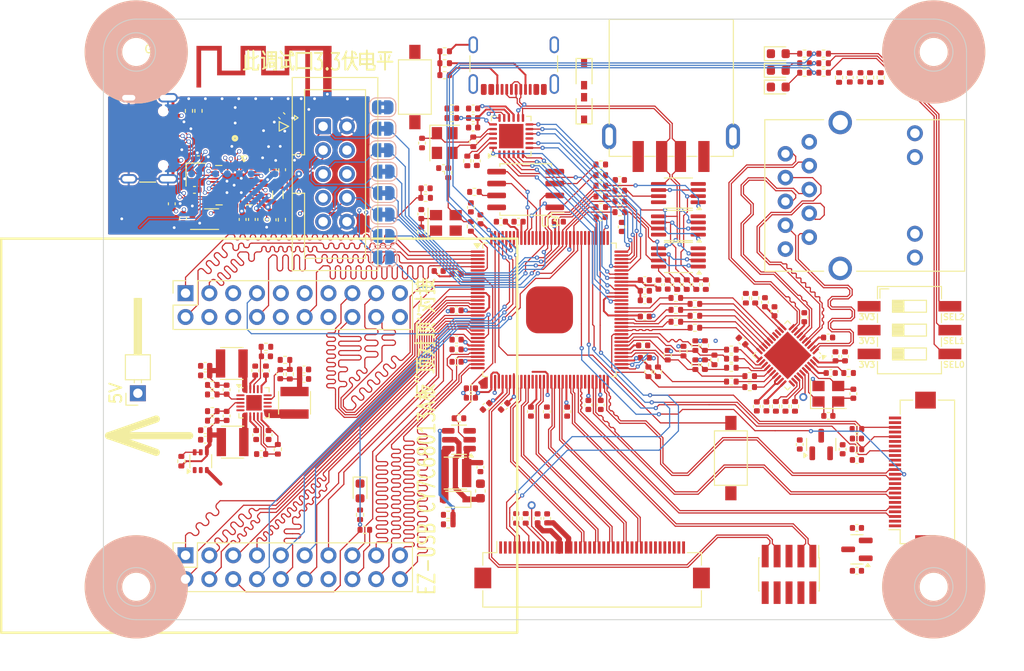
<source format=kicad_pcb>
(kicad_pcb (version 20221018) (generator pcbnew)
  (layers (0 "F.Cu" signal) (1 "In1.Cu" signal) (2 "In2.Cu" signal) (31 "B.Cu" signal) (34 "B.Paste" user) (35 "F.Paste" user) (36 "B.SilkS" user "B.Silkscreen") (37 "F.SilkS" user "F.Silkscreen") (38 "B.Mask" user) (39 "F.Mask" user) (44 "Edge.Cuts" user))
  (net 0 "")
  (net 1 "GND")
  (net 2 "Net-(U20-XO)")
  (net 3 "Net-(U20-REFCLK{slash}XI)")
  (net 4 "Net-(U20-VDD18)")
  (net 5 "Net-(U20-ID)")
  (net 6 "/VCC_5V")
  (net 7 "/FPGA_FLASH_CS")
  (net 8 "Net-(J2-CC1)")
  (net 9 "/USB334x/USB20_D_P")
  (net 10 "/USB334x/USB20_D_N")
  (net 11 "Net-(J2-CC2)")
  (net 12 "Net-(J2-SHIELD)")
  (net 13 "/YT8531C/ETHA_LED2")
  (net 14 "Net-(J10-Pad12)")
  (net 15 "/YT8531C/ETHA_LED1")
  (net 16 "Net-(J10-Pad13)")
  (net 17 "/vllinkmodule/GPIOA0")
  (net 18 "/YT8531C/ETHA_TD0P")
  (net 19 "/YT8531C/ETHA_TD0N")
  (net 20 "/USB334x/CMP_REF_3")
  (net 21 "/USB334x/CMP_REF_2")
  (net 22 "/USB334x/CMP_REF_1")
  (net 23 "Net-(U20-VBUS)")
  (net 24 "Net-(U7-IO2)")
  (net 25 "Net-(U7-IO3)")
  (net 26 "Net-(U20-RBIAS)")
  (net 27 "Net-(U20-~{RESETB})")
  (net 29 "/YT8531C/ETHA_TD1P")
  (net 30 "/YT8531C/ETHA_TD2P")
  (net 31 "/YT8531C/ETHA_TD2N")
  (net 32 "Net-(U1-XTAL_I)")
  (net 33 "/YT8531C/ETHA_TD1N")
  (net 34 "/AVDD_2V8")
  (net 35 "/USB20_DM_CMP1")
  (net 36 "/USB20_DP_CMP1")
  (net 37 "/VCC_3V3")
  (net 38 "/VDD_CORE")
  (net 39 "/FPGA_ETHA_MDC")
  (net 40 "/FPGA_ETHA_MDIO")
  (net 41 "/YT8531C/ETHA_TD3P")
  (net 42 "/FPGA_ETHA_TXD3")
  (net 43 "/FPGA_ETHA_TXD2")
  (net 44 "/FPGA_ETHA_TXD1")
  (net 45 "/FPGA_ETHA_TXD0")
  (net 46 "/FPGA_ETHA_RXD3")
  (net 47 "/FPGA_ETHA_RXD2")
  (net 48 "/FPGA_ETHA_RXD1")
  (net 49 "/FPGA_ETHA_RXD0")
  (net 50 "/FPGA_ETHA_RST_B")
  (net 51 "/YT8531C/ETHA_TD3N")
  (net 52 "/USB334x_DIR")
  (net 53 "/USB334x_NXT")
  (net 54 "/USB334x_STP")
  (net 55 "/USB334x_D7")
  (net 56 "/USB334x_D6")
  (net 57 "/USB334x_D5")
  (net 58 "/USB334x_D4")
  (net 59 "/USB334x_D3")
  (net 60 "/USB334x_D2")
  (net 61 "/USB334x_D1")
  (net 62 "/USB334x_D0")
  (net 63 "Net-(U1-LED0{slash}CFG_EXT)")
  (net 64 "/USB334x_CLK")
  (net 65 "/USB20_DM_CMP3")
  (net 66 "/USB20_DM_CMP2")
  (net 67 "/USB20_DP_CMP3")
  (net 68 "/USB20_DP_CMP2")
  (net 69 "/FPGA_TDO")
  (net 70 "/FPGA_TMS")
  (net 71 "/FPGA_TCK")
  (net 72 "/FPGA_TDI")
  (net 73 "/VCCAUX")
  (net 74 "/FPGA_FLASH_MISO")
  (net 75 "/FPGA_FLASH_CLK")
  (net 76 "/FPGA_FLASH_MOSI")
  (net 77 "/B1_IO_MSEL0_122")
  (net 78 "/B1_IO_MSEL1_124")
  (net 79 "/B1_IO_MSEL2_125")
  (net 80 "/B9_IO9P")
  (net 81 "/B9_IO12N")
  (net 82 "/B9_IO9N")
  (net 83 "/B9_IO12P")
  (net 84 "/B9_IO6P")
  (net 85 "/B9_IO4N")
  (net 86 "/B9_IO6N")
  (net 87 "/B9_IO4P")
  (net 88 "/B9_IO2N")
  (net 89 "/B9_IO2P")
  (net 90 "/B10_IO2N")
  (net 91 "/B10_IO2P")
  (net 92 "/B10_IO4N")
  (net 93 "/B10_IO4P")
  (net 94 "/B10_IO6N")
  (net 95 "/B10_IO6P")
  (net 96 "/B10_IO9N")
  (net 97 "/B10_IO9P")
  (net 98 "/B10_IO12N")
  (net 99 "/B10_IO12P")
  (net 100 "/FPGA_ETHA_TXCTL")
  (net 101 "/FPGA_ETHA_TXCK")
  (net 102 "/FPGA_ETHA_RXCTL")
  (net 103 "/FPGA_ETHA_RXCK")
  (net 105 "/DVDD_1V5")
  (net 108 "/LEDK")
  (net 109 "/LEDA")
  (net 111 "/ET3036C/EA3036_EN3")
  (net 112 "/ET3036C/EA3036_EN2")
  (net 113 "/B2_IO_CDONE_105")
  (net 114 "Net-(D1-A)")
  (net 115 "Net-(D2-A)")
  (net 116 "Net-(D3-A)")
  (net 117 "Net-(D4-A)")
  (net 118 "/OV{slash}TP_SDA")
  (net 119 "/OV{slash}TP_SCL")
  (net 120 "/OV_PWDN")
  (net 121 "/OV_MCLK")
  (net 122 "/TP_INT")
  (net 123 "/CRST_N")
  (net 124 "Net-(U6-FB1)")
  (net 125 "Net-(U6-FB2)")
  (net 126 "Net-(U6-FB3)")
  (net 128 "Net-(U6-LX1)")
  (net 129 "Net-(U6-LX2)")
  (net 130 "Net-(U6-LX3)")
  (net 131 "/XO32_26M")
  (net 132 "Net-(U1-XTAL_O)")
  (net 133 "/USB334x/T_VBUS")
  (net 134 "/YT8531C/ETHA_1V1")
  (net 135 "Net-(U1-RBIAS)")
  (net 138 "Net-(J9-Pin_11)")
  (net 139 "Net-(J9-Pin_10)")
  (net 140 "Net-(J9-Pin_7)")
  (net 141 "Net-(AE1001-A)")
  (net 142 "Net-(U1001-XTAL1)")
  (net 143 "/vllinkmodule/3.3V")
  (net 144 "Net-(U1001-RF_ANT)")
  (net 145 "Net-(U1001-XTAL2)")
  (net 146 "/vllinkmodule/V_FLS")
  (net 147 "/vllinkmodule/USB_D+")
  (net 148 "/vllinkmodule/USB_D-")
  (net 149 "Net-(U1001-AVDD18)")
  (net 150 "/vllinkmodule/POWER_KEY")
  (net 151 "Net-(U1001-V_RF)")
  (net 152 "/vllinkmodule/GPIOA9")
  (net 153 "/vllinkmodule/GPIOA8")
  (net 154 "Net-(U1001-V_CORE)")
  (net 155 "/vllinkmodule/GPIOB1")
  (net 156 "/vllinkmodule/GPIOA4")
  (net 157 "/vllinkmodule/GPIOB3")
  (net 158 "/vllinkmodule/FLS_CS")
  (net 159 "/vllinkmodule/FLS_IO1")
  (net 160 "/vllinkmodule/FLS_IO2")
  (net 161 "/vllinkmodule/FLS_IO3")
  (net 162 "/vllinkmodule/FLS_CLK")
  (net 163 "/vllinkmodule/FLS_IO0")
  (net 164 "Net-(J1001-CC1)")
  (net 165 "Net-(J1001-CC2)")
  (net 166 "Net-(U1001-RF_IND)")
  (net 167 "Net-(U1001-SW)")
  (net 171 "/vllinkmodule/GPIOB0")
  (net 172 "/vllinkmodule/GPIOB2")
  (net 173 "/vllinkmodule/GPIOA5")
  (net 174 "/vllinkmodule/GPIOA7")
  (net 175 "/vllinkmodule/GPIOA6")
  (net 176 "Net-(J10-CT)")
  (net 177 "Net-(J10-GND)")
  (net 178 "/vllinkmodule/GPIOA2")
  (net 179 "/vllinkmodule/GPIOA1")
  (net 180 "/vllinkmodule/GPIOA3")
  (net 181 "/vllinkmodule/5V")
  (net 182 "Net-(D8-A)")
  (net 183 "/YT8531C/FPGA_ETHA_CLKOUT")
  (net 184 "Net-(X2-EN)")
  (net 185 "Net-(U3-IO13_PCLK_8)")
  (net 190 "/CY_FD_13")
  (net 191 "/CY_FD_14")
  (net 192 "/CY_FD_15")
  (net 194 "/CY_SLWR")
  (net 195 "/CY_SLRD")
  (net 196 "/CY_IFCLK")
  (net 197 "/CY_FD_0")
  (net 198 "/CY_FD_1")
  (net 199 "/CY_FD_2")
  (net 200 "/CY_FD_3")
  (net 201 "/CY_FD_12")
  (net 202 "/CY_FD_11")
  (net 203 "/CY_FD_10")
  (net 204 "/CY_FD_9")
  (net 205 "/CY_FD_8")
  (net 206 "/CY_PKTEND")
  (net 207 "Net-(R55-Pad1)")
  (net 208 "/CY_PA3")
  (net 209 "/CY_PA1")
  (net 210 "/CY_PA0")
  (net 211 "/CY_FLAGB")
  (net 212 "/CY_FD_7")
  (net 213 "/CY_FD_6")
  (net 214 "/CY_FD_5")
  (net 215 "/CY_FD_4")
  (net 216 "Net-(R56-Pad1)")
  (net 217 "/CY_FLAGC")
  (net 218 "/CY_FLAGA")
  (net 220 "Net-(U1-RX_CLK{slash}PHYAD1)")
  (net 221 "Net-(U1-RX_CTL{slash}PHYAD2)")
  (net 222 "Net-(U1-RXD0{slash}RXDLY)")
  (net 223 "Net-(U1-RXD1{slash}TXDLY)")
  (net 224 "Net-(U1-RXD2{slash}PLLIFF)")
  (net 225 "Net-(U1-RXD3{slash}PHYAD0)")
  (net 226 "Net-(U1-TX_CLK)")
  (net 227 "Net-(U1-TX_CTL)")
  (net 228 "Net-(U1-TXD0)")
  (net 229 "Net-(U1-TXD1)")
  (net 230 "Net-(U1-TXD2)")
  (net 231 "Net-(U1-TXD3)")
  (net 237 "Net-(R57-Pad1)")
  (net 238 "/VDDIO_1V8")
  (net 239 "Net-(U9-D1)")
  (net 240 "/FPGA_RX")
  (net 241 "/FPGA_TX")
  (net 242 "/LED_PWM")
  (net 243 "/KEY")
  (footprint "Capacitor_SMD:C_0402_1005Metric" (layer "F.Cu") (at 119.507 134.493)
    (fp_text reference "C30" hide)
    (fp_text value "10uF")
  )
  (footprint "Resistor_SMD:R_0402_1005Metric" (layer "F.Cu") (at 127.6858 111.0488 -90)
    (fp_text reference "R1003" hide)
    (fp_text value "47k")
  )
  (footprint "Resistor_SMD:R_0402_1005Metric" (layer "F.Cu") (at 169.672 120.65)
    (fp_text reference "R86" hide)
    (fp_text value "33")
  )
  (footprint "Button_Switch_SMD:SW_DIP_SPSTx03_Slide_6.7x9.18mm_W8.61mm_P2.54mm_LowProfile" (layer "F.Cu") (at 194.577 122.809)
    (fp_text reference "SW3" hide)
    (fp_text value "SW_DIP_x03")
  )
  (footprint "Resistor_SMD:R_0402_1005Metric" (layer "F.Cu") (at 136.525 144.0942 180)
    (fp_text reference "R16" hide)
    (fp_text value "5.1k")
  )
  (footprint "Resistor_SMD:R_0402_1005Metric" (layer "F.Cu") (at 185.42 95.377 180)
    (fp_text reference "R55" hide)
    (fp_text value "5.1k")
  )
  (footprint "Capacitor_SMD:C_0402_1005Metric" (layer "F.Cu") (at 176.7332 123.9774 -45)
    (fp_text reference "C52" hide)
    (fp_text value "0.1uF")
  )
  (footprint "Capacitor_SMD:C_0402_1005Metric" (layer "F.Cu") (at 185.928 131.953 180)
    (fp_text reference "C78" hide)
    (fp_text value "12pF")
  )
  (footprint "vllogic:L_NR3015" (layer "F.Cu") (at 122.428 134.747)
    (fp_text reference "L4" hide)
    (fp_text value "1.5uH")
  )
  (footprint "Resistor_SMD:R_0402_1005Metric" (layer "F.Cu") (at 145.034 93.091 180)
    (fp_text reference "R11" hide)
    (fp_text value "0")
  )
  (footprint "Capacitor_SMD:C_0402_1005Metric" (layer "F.Cu") (at 154.2288 131.4958 90)
    (fp_text reference "C10" hide)
    (fp_text value "0.1uF")
  )
  (footprint "Resistor_SMD:R_0402_1005Metric" (layer "F.Cu") (at 172.772168 126.492 90)
    (fp_text reference "R53" hide)
    (fp_text value "NC")
  )
  (footprint "Capacitor_SMD:C_0402_1005Metric" (layer "F.Cu") (at 158.0896 131.4958 90)
    (fp_text reference "C21" hide)
    (fp_text value "0.1uF")
  )
  (footprint "Resistor_SMD:R_0402_1005Metric" (layer "F.Cu") (at 178.1302 119.4054 -90)
    (fp_text reference "R41" hide)
    (fp_text value "5.1k")
  )
  (footprint "Resistor_SMD:R_0402_1005Metric" (layer "F.Cu") (at 175.5902 126.8222)
    (fp_text reference "R73" hide)
    (fp_text value "33")
  )
  (footprint "LED_SMD:LED_0603_1608Metric" (layer "F.Cu") (at 136.017 139.954 -90)
    (fp_text reference "D3" hide)
    (fp_text value "LED_GREEN")
  )
  (footprint "Capacitor_SMD:C_0402_1005Metric" (layer "F.Cu") (at 152.908 111.252)
    (fp_text reference "C20" hide)
    (fp_text value "0.1uF")
  )
  (footprint "Capacitor_SMD:C_0402_1005Metric" (layer "F.Cu") (at 188.595 129.5908 90)
    (fp_text reference "C79" hide)
    (fp_text value "12pF")
  )
  (footprint "Resistor_SMD:R_0402_1005Metric" (layer "F.Cu") (at 116.967 136.779 -90)
    (fp_text reference "R5" hide)
    (fp_text value "10k,1%")
  )
  (footprint "Capacitor_SMD:C_0402_1005Metric" (layer "F.Cu") (at 179.324 130.937 90)
    (fp_text reference "C47" hide)
    (fp_text value "10uF")
  )
  (footprint "Resistor_SMD:R_0402_1005Metric" (layer "F.Cu") (at 118.7958 99.441 -90)
    (fp_text reference "R1002" hide)
    (fp_text value "5.1k")
  )
  (footprint "Package_TO_SOT_SMD:SOT-23" (layer "F.Cu") (at 188.976 146.177 180)
    (fp_text reference "U5" hide)
    (fp_text value "XC6206-2.8")
  )
  (footprint "Inductor_SMD:L_0402_1005Metric" (layer "F.Cu") (at 124.5108 103.632 -90)
    (fp_text reference "L1001" hide)
    (fp_text value "1.4nH")
  )
  (footprint "Resistor_SMD:R_0402_1005Metric" (layer "F.Cu") (at 188.976 133.35 180)
    (fp_text reference "R69" hide)
    (fp_text value "5.1k")
  )
  (footprint "Capacitor_SMD:C_0402_1005Metric" (layer "F.Cu") (at 148.067 101.219)
    (fp_text reference "C13" hide)
    (fp_text value "1uF")
  )
  (footprint "Capacitor_SMD:C_0402_1005Metric" (layer "F.Cu") (at 125.984 127.127 -90)
    (fp_text reference "C34" hide)
    (fp_text value "1uF")
  )
  (footprint "vllogic:RJ45_HR911130A" (layer "F.Cu") (at 190.276 108.453 -90)
    (fp_text reference "J10" hide)
    (fp_text value "RJ45_HR911130A")
  )
  (footprint "Resistor_SMD:R_0402_1005Metric" (layer "F.Cu") (at 169.8201 117.9576 90)
    (fp_text reference "R1" hide)
    (fp_text value "10k")
  )
  (footprint "vllogic:SW-3x6mm_Hxx_SMD" (layer "F.Cu") (at 141.859 96.901 90)
    (fp_text reference "SW2" hide)
    (fp_text value "SW_Push")
  )
  (footprint "Capacitor_SMD:C_0402_1005Metric" (layer "F.Cu") (at 148.844 137.414 90)
    (fp_text reference "C68" hide)
    (fp_text value "10uF")
  )
  (footprint "Capacitor_SMD:C_0402_1005Metric" (layer "F.Cu") (at 154.94 142.875 -90)
    (fp_text reference "C71" hide)
    (fp_text value "1uF")
  )
  (footprint "Resistor_SMD:R_0402_1005Metric" (layer "F.Cu") (at 171.756168 126.492 90)
    (fp_text reference "R52" hide)
    (fp_text value "NC")
  )
  (footprint "Resistor_SMD:R_0402_1005Metric" (layer "F.Cu") (at 170.486168 125.0462 -90)
    (fp_text reference "R50" hide)
    (fp_text value "5.1k")
  )
  (footprint "Resistor_SMD:R_0402_1005Metric" (layer "F.Cu") (at 153.67 142.875 90)
    (fp_text reference "R21" hide)
    (fp_text value "5.1k")
  )
  (footprint "vllogic:L_NR3015" (layer "F.Cu") (at 146.177 138.049 180)
    (fp_text reference "L1" hide)
    (fp_text value "10uH")
  )
  (footprint "Connector_PinHeader_1.27mm:PinHeader_2x05_P1.27mm_Vertical_SMD" (layer "F.Cu") (at 181.737 148.844 -90)
    (fp_text reference "J1" hide)
    (fp_text value "Conn_02x05_Odd_Even")
  )
  (footprint "Capacitor_SMD:C_0402_1005Metric" (layer "F.Cu") (at 146.304 116.84)
    (fp_text reference "C6" hide)
    (fp_text value "0.1uF")
  )
  (footprint "Capacitor_SMD:C_0402_1005Metric" (layer "F.Cu") (at 188.976 148.463 180)
    (fp_text reference "C73" hide)
    (fp_text value "1uF")
  )
  (footprint "Resistor_SMD:R_0402_1005Metric" (layer "F.Cu") (at 128.524 127.508 -90)
    (fp_text reference "R29" hide)
    (fp_text value "10k")
  )
  (footprint "Capacitor_SMD:C_0402_1005Metric" (layer "F.Cu") (at 166.37 125.7554 180)
    (fp_text reference "C64" hide)
    (fp_text value "0.1uF")
  )
  (footprint "Connector_FFC-FPC:Hirose_FH12-24S-0.5SH_1x24-1MP_P0.50mm_Horizontal" (layer "F.Cu") (at 194.884 137.922 90)
    (fp_text reference "J7" hide)
    (fp_text value "OV5640")
  )
  (footprint "Capacitor_SMD:C_0402_1005Metric" (layer "F.Cu") (at 161.671 110.7694 180)
    (fp_text reference "C11" hide)
    (fp_text value "0.1uF")
  )
  (footprint "Capacitor_SMD:C_0402_1005Metric" (layer "F.Cu") (at 121.793 131.953 90)
    (fp_text reference "C28" hide)
    (fp_text value "220pF")
  )
  (footprint "Capacitor_SMD:C_0402_1005Metric" (layer "F.Cu") (at 148.067 99.187)
    (fp_text reference "C50" hide)
    (fp_text value "1uF")
  )
  (footprint "Package_DFN_QFN:QFN-40-1EP_5x5mm_P0.4mm_EP3.6x3.6mm" (layer "F.Cu") (at 181.5846 125.5014 -135)
    (fp_text reference "U1" hide)
    (fp_text value "YT8531C")
  )
  (footprint "vllogic:C_0402_6mil" (layer "F.Cu") (at 123.498936 111.013097 -90)
    (fp_text reference "C1012" hide)
    (fp_text value "1uF")
  )
  (footprint "vllogic:L_NR3015" (layer "F.Cu") (at 129.032 130.556 90)
    (fp_text reference "L3" hide)
    (fp_text value "1.5uH")
  )
  (footprint "Capacitor_SMD:C_0402_1005Metric" (layer "F.Cu") (at 186.182 127.381 180)
    (fp_text reference "C48" hide)
    (fp_text value "0.1uF")
  )
  (footprint "Resistor_SMD:R_0402_1005Metric" (layer "F.Cu") (at 145.796 100.203 180)
    (fp_text reference "R89" hide)
    (fp_text value "8.06k")
  )
  (footprint "Package_TO_SOT_SMD:SOT-23" (layer "F.Cu") (at 185.166 135.001 90)
    (fp_text reference "U8" hide)
    (fp_text value "XC6206-1.5")
  )
  (footprint "Resistor_SMD:R_0402_1005Metric" (layer "F.Cu") (at 185.42 94.361 180)
    (fp_text reference "R56" hide)
    (fp_text value "5.1k")
  )
  (footprint "vllogic:C_0402_6mil" (layer "F.Cu") (at 144.907 105.537)
    (fp_text reference "C14" hide)
    (fp_text value "20pF,NC")
  )
  (footprint "Resistor_SMD:R_0402_1005Metric" (layer "F.Cu") (at 117.7798 99.441 -90)
    (fp_text reference "R1001" hide)
    (fp_text value "5.1k")
  )
  (footprint "Resistor_SMD:R_0402_1005Metric" (layer "F.Cu") (at 171.8521 117.9576 90)
    (fp_text reference "R3" hide)
    (fp_text value "4.7k")
  )
  (footprint "Resistor_SMD:R_0402_1005Metric" (layer "F.Cu") (at 145.415 142.494 180)
    (fp_text reference "R65" hide)
    (fp_text value "10,1%")
  )
  (footprint "RF_Antenna:Texas_SWRA117D_2.4GHz_Left" (layer "F.Cu") (at 130.429 97.663)
    (fp_text reference "AE1001" hide)
    (fp_text value "Antenna_Shield")
  )
  (footprint "Capacitor_SMD:C_0402_1005Metric" (layer "F.Cu") (at 146.304 123.825)
    (fp_text reference "C9" hide)
    (fp_text value "0.1uF")
  )
  (footprint "Resistor_SMD:R_0402_1005Metric" (layer "F.Cu") (at 187.071 95.885 90)
    (fp_text reference "R62" hide)
    (fp_text value "5.1k")
  )
  (footprint "vllogic:D_SOD-323_BAT60" (layer "F.Cu") (at 159.893 95.504 -90)
    (fp_text reference "D5" hide)
    (fp_text value "1N5819(S4)")
  )
  (footprint "Resistor_SMD:R_0402_1005Metric" (layer "F.Cu") (at 170.8361 117.9576 90)
    (fp_text reference "R2" hide)
    (fp_text value "33k")
  )
  (footprint "Connector_USB:USB_C_Receptacle_GCT_USB4105-xx-A_16P_TopMnt_Horizontal" (layer "F.Cu") (at 152.4 93.472 180)
    (fp_text reference "J2" hide)
    (fp_text value "USB_C_Receptacle_USB2.0_16P")
  )
  (footprint "Connector_USB:USB_C_Receptacle_GCT_USB4105-xx-A_16P_TopMnt_Horizontal" (layer "F.Cu") (at 112.4352 102.362 -90)
    (fp_text reference "J1001" hide)
    (fp_text value "USB_C_Receptacle_USB2.0_16P")
  )
  (footprint "Resistor_SMD:R_0402_1005Metric" (layer "F.Cu") (at 188.976 135.509 180)
    (fp_text reference "R68" hide)
    (fp_text value "5.1k")
  )
  (footprint "Resistor_SMD:R_0402_1005Metric" (layer "F.Cu") (at 161.671 106.299 180)
    (fp_text reference "R80" hide)
    (fp_text value "10k")
  )
  (footprint "Capacitor_SMD:C_0402_1005Metric" (layer "F.Cu") (at 144.399 116.5098)
    (fp_text reference "C4" hide)
    (fp_text value "10uF")
  )
  (footprint "Resistor_SMD:R_0402_1005Metric" (layer "F.Cu") (at 180.34 130.937 90)
    (fp_text reference "R40" hide)
    (fp_text value "5.1k")
  )
  (footprint "vllogic:D_SOD-323_BAT60" (layer "F.Cu") (at 146.177 140.843 180)
    (fp_text reference "D8" hide)
    (fp_text value "1N5819(S4)")
  )
  (footprint "Capacitor_SMD:C_0402_1005Metric" (layer "F.Cu") (at 130.048 128.016 180)
    (fp_text reference "C27" hide)
    (fp_text value "10uF")
  )
  (footprint "Capacitor_SMD:C_0402_1005Metric" (layer "F.Cu") (at 168.8084 117.9576 90)
    (fp_text reference "C1" hide)
    (fp_text value "0.1uF")
  )
  (footprint "Resistor_SMD:R_0402_1005Metric" (layer "F.Cu") (at 128.016 125.984)
    (fp_text reference "R30" hide)
    (fp_text value "10k")
  )
  (footprint "Capacitor_SMD:C_0402_1005Metric" (layer "F.Cu") (at 126.2634 133.985 90)
    (fp_text reference "C31" hide)
    (fp_text value "10uF")
  )
  (footprint "Capacitor_SMD:C_0402_1005Metric" (layer "F.Cu") (at 127.676589 99.965189 135)
    (fp_text reference "C1002" hide)
    (fp_text value "1.3pF")
  )
  (footprint "Capacitor_SMD:C_0402_1005Metric" (layer "F.Cu") (at 125.476 136.019)
    (fp_text reference "C40" hide)
    (fp_text value "1uF")
  )
  (footprint "Resistor_SMD:R_0402_1005Metric" (layer "F.Cu") (at 173.788168 125.984 -90)
    (fp_text reference "R54" hide)
    (fp_text value "NC")
  )
  (footprint "Resistor_SMD:R_0402_1005Metric" (layer "F.Cu") (at 182.372 130.937 -90)
    (fp_text reference "R43" hide)
    (fp_text value "5.1k")
  )
  (footprint "Capacitor_SMD:C_0402_1005Metric" (layer "F.Cu") (at 119.507 126.619)
    (fp_text reference "C37" hide)
    (fp_text value "10uF")
  )
  (footprint "Capacitor_SMD:C_0402_1005Metric" (layer "F.Cu") (at 151.0284 111.252)
    (fp_text reference "C18" hide)
    (fp_text value "0.1uF")
  )
  (footprint "Resistor_SMD:R_0402_1005Metric" (layer "F.Cu") (at 161.671 109.7026 180)
    (fp_text reference "R24" hide)
    (fp_text value "5.1k")
  )
  (footprint "Resistor_SMD:R_0402_1005Metric" (layer "F.Cu") (at 171.756168 124.46 -90)
    (fp_text reference "R51" hide)
    (fp_text value "NC")
  )
  (footprint "Capacitor_SMD:C_0402_1005Metric" (layer "F.Cu") (at 124.841 127.127 -90)
    (fp_text reference "C33" hide)
    (fp_text value "10uF")
  )
  (footprint "Resistor_SMD:R_0402_1005Metric" (layer "F.Cu") (at 171.704 120.015)
    (fp_text reference "R87" hide)
    (fp_text value "33")
  )
  (footprint "Connector_PinSocket_2.54mm:PinSocket_2x10_P2.54mm_Vertical" (layer "F.Cu") (at 117.41358 146.812 90)
    (fp_text reference "CY_J2" hide)
    (fp_text value "Conn_02x10_Odd_Even")
  )
  (footprint "Resistor_SMD:R_0402_1005Metric" (layer "F.Cu") (at 171.704 122.555)
    (fp_text reference "R83" hide)
    (fp_text value "33")
  )
  (footprint "Capacitor_SMD:C_0402_1005Metric" (layer "F.Cu") (at 155.956 142.875 -90)
    (fp_text reference "C70" hide)
    (fp_text value "1uF")
  )
  (footprint "Resistor_SMD:R_0402_1005Metric" (layer "F.Cu") (at 145.034 94.361 180)
    (fp_text reference "R77" hide)
    (fp_text value "5.1k")
  )
  (footprint "vllogic:D_SOD-323_BAT60" (layer "F.Cu") (at 159.893 99.187 90)
    (fp_text reference "D6" hide)
    (fp_text value "1N5819(S4)")
  )
  (footprint "Capacitor_SMD:C_0402_1005Metric" (layer "F.Cu") (at 189.357 95.857 -90)
    (fp_text reference "C66" hide)
    (fp_text value "0.1uF")
  )
  (footprint "vllogic:C_0402_6mil" (layer "F.Cu") (at 115.951 109.347 90)
    (fp_text reference "C1011" hide)
    (fp_text value "10uF")
  )
  (footprint "Resistor_SMD:R_0402_1005Metric" (layer "F.Cu") (at 143.002 108.712 180)
    (fp_text reference "R61" hide)
    (fp_text value "5.1k")
  )
  (footprint "Resistor_SMD:R_0402_1005Metric" (layer "F.Cu") (at 171.704 121.285)
    (fp_text reference "R85" hide)
    (fp_text value "33")
  )
  (footprint "vllogic:OSC_3225" (layer "F.Cu") (at 145.034 102.87 -90)
    (fp_text reference "Y1" hide)
    (fp_text value "26M,NC")
  )
  (footprint "Capacitor_SMD:C_0402_1005Metric" (layer "F.Cu") (at 125.480136 111.013097 -90)
    (fp_text reference "C1008" hide)
    (fp_text value "1uF")
  )
  (footprint "Package_TO_SOT_SMD:SOT-23-6" (layer "F.Cu") (at 146.558 134.493 180)
    (fp_text reference "U4" hide)
    (fp_text value "SY7201ABC")
  )
  (footprint "Capacitor_SMD:C_0402_1005Metric" (layer "F.Cu") (at 148.844 110.998 -90)
    (fp_text reference "C63" hide)
    (fp_text value "0.1uF")
  )
  (footprint "Capacitor_SMD:C_0402_1005Metric" (layer "F.Cu") (at 180.1876 120.8024 -90)
    (fp_text reference "C59" hide)
    (fp_text value "0.1uF")
  )
  (footprint "Resistor_SMD:R_0402_1005Metric" (layer "F.Cu") (at 183.388 95.377)
    (fp_text reference "R20" hide)
    (fp_text value "5.1k")
  )
  (footprint "Capacitor_SMD:C_0402_1005Metric" (layer "F.Cu") (at 166.37 121.3612 180)
    (fp_text reference "C42" hide)
    (fp_text value "0.1uF")
  )
  (footprint "Capacitor_SMD:C_0402_1005Metric" (layer "F.Cu") (at 146.304 124.8664)
    (fp_text reference "C23" hide)
    (fp_text value "0.1uF")
  )
  (footprint "vllogic:OSC_3225" (layer "F.Cu") (at 185.928 129.5908)
    (fp_text reference "Y2" hide)
    (fp_text value "25M, 10PPM")
  )
  (footprint "Capacitor_SMD:C_0402_1005Metric" (layer "F.Cu") (at 163.703 106.807)
    (fp_text reference "C2" hide)
    (fp_text value "0.1uF")
  )
  (footprint "Capacitor_SMD:C_0402_1005Metric" (layer "F.Cu") (at 127.508 127.508 90)
    (fp_text reference "C25" hide)
    (fp_text value "220pF")
  )
  (footprint "Capacitor_SMD:C_0402_1005Metric" (layer "F.Cu") (at 147.828 109.728 90)
    (fp_text reference "C16" hide)
    (fp_text value "1uF")
  )
  (footprint "vllogic:LQFP-128_14x14mm_P0.4mm_pad" (layer "F.Cu") (at 156.21 120.65)
    (fp_text reference "U3")
    (fp_text value "H7P20N0L128-M3H1")
  )
  (footprint "Resistor_SMD:R_0402_1005Metric" (layer "F.Cu") (at 125.984 124.587)
    (fp_text reference "R36" hide)
    (fp_text value "33k")
  )
  (footprint "Resistor_SMD:R_0402_1005Metric" (layer "F.Cu") (at 181.356 130.937 -90)
    (fp_text reference "R42" hide)
    (fp_text value "5.1k")
  )
  (footprint "Resistor_SMD:R_0402_1005Metric" (layer "F.Cu") (at 183.388 94.361)
    (fp_text reference "R18" hide)
    (fp_text value "5.1k")
  )
  (footprint "vllogic:PinHeader_1x01_P1.00mm_Vertical" (layer "F.Cu") (at 154.305 141.478)
    (fp_text reference "TP1" hide)
    (fp_text value "TestPoint")
  )
  (footprint "Capacitor_SMD:C_0402_1005Metric" (layer "F.Cu") (at 166.37 118.618 180)
    (fp_text reference "C19" hide)
    (fp_text value "0.1uF")
  )
  (footprint "Capacitor_SMD:C_0402_1005Metric" (layer "F.Cu") (at 146.304 126.1872)
    (fp_text reference "C43" hide)
    (fp_text value "0.1uF")
  )
  (footprint "vllogic:OSC_2016" (layer "F.Cu") (at 118.5164 106.263297 -90)
    (fp_text reference "Y1001" hide)
    (fp_text value "26M, 10PPM")
  )
  (footprint "Resistor_SMD:R_0402_1005Metric" (layer "F.Cu") (at 190.373 95.885 90)
    (fp_text reference "R38" hide)
    (fp_text value "5.1k")
  )
  (footprint "LED_SMD:LED_0603_1608Metric" (layer "F.Cu") (at 180.594 96.901)
    (fp_text reference "D4" hide)
    (fp_text value "LED_YELLOW")
  )
  (footprint "Capacitor_SMD:C_0402_1005Metric" (layer "F.Cu") (at 187.706 125.603 -90)
    (fp_text reference "C57" hide)
    (fp_text value "10uF")
  )
  (footprint "Capacitor_SMD:C_0402_1005Metric" (layer "F.Cu") (at 127.7112 105.7174 90)
    (fp_text reference "C1009" hide)
    (fp_text value "10uF")
  )
  (footprint "vllogic:C_0402_6mil" (layer "F.Cu") (at 142.621 102.87 90)
    (fp_text reference "C12" hide)
    (fp_text value "20pF,NC")
  )
  (footprint "Capacitor_SMD:C_0402_1005Metric" (layer "F.Cu") (at 179.1716 119.8372 -90)
    (fp_text reference "C58" hide)
    (fp_text value "10uF")
  )
  (footprint "Capacitor_SMD:C_0402_1005Metric" (layer "F.Cu") (at 118.7704 104.5972 180)
    (fp_text reference "C1003" hide)
    (fp_text value "4.3pF")
  )
  (footprint "Capacitor_SMD:C_0402_1005Metric" (layer "F.Cu") (at 124.9426 133.985 90)
    (fp_text reference "C32" hide)
    (fp_text value "10uF")
  )
  (footprint "Capacitor_SMD:C_0402_1005Metric" (layer "F.Cu") (at 126.7206 105.7148 90)
    (fp_text reference "C1005" hide)
    (fp_text value "10uF")
  )
  (footprint "Inductor_SMD:L_0402_1005Metric" (layer "F.Cu") (at 127.2032 101.4222 -125)
    (fp_text reference "L1003" hide)
    (fp_text value "1.8nH")
  )
  (footprint "vllogic:QFN-36-1EP_4x4mm_P0.35mm_EP2.5x2.5mm" (layer "F.Cu") (at 122.593136 107.362097 -90)
    (fp_text reference "U1001" hide)
    (fp_text value "AIC8800FC")
  )
  (footprint "Resistor_SMD:R_0402_1005Metric" (layer "F.Cu") (at 167.767 127.254 90)
    (fp_text reference "R47" hide)
    (fp_text value "5.1k")
  )
  (footprint "Capacitor_SMD:C_0402_1005Metric" (layer "F.Cu") (at 121.793 129.159 90)
    (fp_text reference "C35" hide)
    (fp_text value "220pF")
  )
  (footprint "Capacitor_SMD:C_0402_1005Metric" (layer "F.Cu") (at 157.198 111.252 180)
    (fp_text reference "C62" hide)
    (fp_text value "0.1uF")
  )
  (footprint "Resistor_SMD:R_0402_1005Metric" (layer "F.Cu") (at 120.269 129.667 180)
    (fp_text reference "R34" hide)
    (fp_text value "10k")
  )
  (footprint "vllogic:USON-8-1EP_3x2mm_P0.5mm_EP1.6x02mm" (layer "F.Cu") (at 119.443536 110.9792)
    (fp_text reference "U1002" hide)
    (fp_text value "P25Q80H/P25Q64H/P25Q128HA")
  )
  (footprint "Resistor_SMD:R_0402_1005Metric" (layer "F.Cu") (at 163.703 110.236 180)
    (fp_text reference "R23" hide)
    (fp_text value "5.1k")
  )
  (footprint "Package_TO_SOT_SMD:SOT-363_SC-70-6" (layer "F.Cu") (at 119.0365 136.779 90)
    (fp_text reference "U9" hide)
    (fp_text value "CJ3439KDW")
  )
  (footprint "Capacitor_SMD:C_0402_1005Metric" (layer "F.Cu") (at 182.88 135.001 90)
    (fp_text reference "C75" hide)
    (fp_text value "1uF")
  )
  (footprint "Resistor_SMD:R_0402_1005Metric" (layer "F.Cu") (at 191.516 95.885 90)
    (fp_text reference "R39" hide)
    (fp_text value "5.1k")
  )
  (footprint "Resistor_SMD:R_0402_1005Metric" (layer "F.Cu") (at 145.796 99.187)
    (fp_text reference "R79" hide)
    (fp_text value "10k")
  )
  (footprint "Capacitor_SMD:C_0402_1005Metric" (layer "F.Cu") (at 166.1922 124.4346 180)
    (fp_text reference "C7" hide)
    (fp_text value "0.1uF")
  )
  (footprint "vllogic:C_0402_6mil" (layer "F.Cu") (at 126.6952 111.0488 -90)
    (fp_text reference "C1010" hide)
    (fp_text value "10uF")
  )
  (footprint "vllogic:L_NR3015" (layer "F.Cu") (at 122.3456 126.365)
    (fp_text reference "L5" hide)
    (fp_text value "1.5uH")
  )
  (footprint "Resistor_SMD:R_0402_1005Metric" (layer "F.Cu") (at 145.415 106.047 -90)
    (fp_text reference "R88" hide)
    (fp_text value "33")
  )
  (footprint "Resistor_SMD:R_0402_1005Metric" (layer "F.Cu") (at 145.415 143.51 180)
    (fp_text reference "R64" hide)
    (fp_text value "10,1%")
  )
  (footprint "Inductor_SMD:L_0805_2012Metric" (layer "F.Cu") (at 127.254 108.3818 90)
    (fp_text reference "L1004" hide)
    (fp_text value "4.7uH,MPL2012S4R7MHT")
  )
  (footprint "Resistor_SMD:R_0402_1005Metric" (layer "F.Cu") (at 127.254 135.509 90)
    (fp_text reference "R35" hide)
    (fp_text value "10k")
  )
  (footprint "Capacitor_SMD:C_0402_1005Metric" (layer "F.Cu") (at 143.002 107.696 180)
    (fp_text reference "C46" hide)
    (fp_text value "0.1uF")
  )
  (footprint "Capacitor_SMD:C_0402_1005Metric" (layer "F.Cu") (at 147.828 129.00584)
    (fp_text reference "C45" hide)
    (fp_text value "0.1uF")
  )
  (footprint "Resistor_SMD:R_0402_1005Metric" (layer "F.Cu") (at 177.546 128.8796)
    (fp_text reference "R70" hide)
    (fp_text value "33")
  )
  (footprint "vllogic:USB-AF-180" (layer "F.Cu") (at 169.164 104.30385 180)
    (fp_text reference "J3" hide)
    (fp_text value "USB_A")
  )
  (footprint "Resistor_SMD:R_0402_1005Metric" (layer "F.Cu") (at 185.42 93.345 180)
    (fp_text reference "R57" hide)
    (fp_text value "5.1k")
  )
  (footprint "Resistor_SMD:R_0402_1005Metric" (layer "F.Cu") (at 172.772168 124.46 -90)
    (fp_text reference "R48" hide)
    (fp_text value "5.1k")
  )
  (footprint "Capacitor_SMD:C_0402_1005Metric" (layer "F.Cu") (at 183.3626 121.4374 -90)
    (fp_text reference "C53" hide)
    (fp_text value "0.1uF")
  )
  (footprint "Capacitor_SMD:C_0402_1005Metric" (layer "F.Cu") (at 148.067 100.203)
    (fp_text reference "C15" hide)
    (fp_text value "0.1uF")
  )
  (footprint "Package_DFN_QFN:QFN-24-1EP_4x4mm_P0.5mm_EP2.6x2.6mm" (layer "F.Cu") (at 152.131 102.1334 90)
    (fp_text reference "U20" hide)
    (fp_text value "USB3343")
  )
  (footprint "Capacitor_SMD:C_0402_1005Metric" (layer "F.Cu") (at 166.37 117.475 180)
    (fp_text reference "C17" hide)
    (fp_text value "0.1uF")
  )
  (footprint "Package_SO:MSOP-8_3x3mm_P0.65mm" (layer "F.Cu") (at 169.9471 111.6584 180)
    (fp_text reference "U18" hide)
    (fp_text value "LM2903")
  )
  (footprint "Resistor_SMD:R_0402_1005Metric" (layer "F.Cu") (at 183.388 93.345)
    (fp_text reference "R15" hide)
    (fp_text value "10k,1%")
  )
  (footprint "Resistor_SMD:R_0402_1005Metric" (layer "F.Cu") (at 145.034 95.631 180)
    (fp_text reference "R76" hide)
    (fp_text value "5.1k")
  )
  (footprint "Capacitor_SMD:C_0402_1005Metric" (layer "F.Cu") (at 166.37 119.634 180)
    (fp_text reference "C24" hide)
    (fp_text value "10uF")
  )
  (footprint "Capacitor_SMD:C_0402_1005Metric" (layer "F.Cu") (at 149.4536 130.937 45)
    (fp_text reference "C5" hide)
    (fp_text value "0.1uF")
  )
  (footprint "Capacitor_SMD:C_0603_1608Metric" (layer "F.Cu") (at 148.844 139.954 -90)
    (fp_text reference "C69" hide)
    (fp_text value "1uF/35V")
  )
  (footprint "Capacitor_SMD:C_0402_1005Metric" (layer "F.Cu") (at 130.048 127 180)
    (fp_text reference "C26" hide)
    (fp_text value "10uF")
  )
  (footprint "Package_SO:MSOP-8_3x3mm_P0.65mm" (layer "F.Cu") (at 169.9471 108.204 180)
    (fp_text reference "U2" hide)
    (fp_text value "LM2903")
  )
  (footprint "Resistor_SMD:R_0402_1005Metric" (layer "F.Cu") (at 177.1396 119.4054 -90)
    (fp_text reference "R44" hide)
    (fp_text value "10k")
  )
  (footprint "Resistor_SMD:R_0402_1005Metric" (layer "F.Cu") (at 147.447 104.775 90)
    (fp_text reference "R90" hide)
    (fp_text value "10k")
  )
  (footprint "Resistor_SMD:R_0402_1005Metric" (layer "F.Cu") (at 177.546 127.7112)
    (fp_text reference "R72" hide)
    (fp_text value "33")
  )
  (footprint "Resistor_SMD:R_0402_1005Metric" (layer "F.Cu") (at 146.558 132.207)
    (fp_text reference "R63" hide)
    (fp_text value "10k")
  )
  (footprint "vllogic:OSC_3225" (layer "F.Cu") (at 145.161 111.379)
    (fp_text reference "X2" hide)
    (fp_text value "XO32,26M")
  )
  (footprint "vllogic:SW-3x6mm_Hxx_SMD" (layer "F.Cu") (at 175.5394 136.4488 90)
    (fp_text reference "SW1" hide)
    (fp_text value "SW_Push")
  )
  (footprint "Resistor_SMD:R_0402_1005Metric" (layer "F.Cu") (at 147.828 111.76 -90)
    (fp_text reference "R4" hide)
    (fp_text value "33")
  )
  (footprint "vllogic:SOIC-8_P1.27mm_Common" (layer "F.Cu") (at 153.67 107.823 180)
    (fp_text reference "U7" hide)
    (fp_text value "P25Q32SH-SSH-IT")
  )
  (footprint "Capacitor_SMD:C_0402_1005Metric" (layer "F.Cu") (at 147.828 130.02184)
    (fp_text reference "C44" hide)
    (fp_text value "10uF")
  )
  (footprint "Connector_PinSocket_2.54mm:PinSocket_2x10_P2.54mm_Vertical" (layer "F.Cu") (at 117.41358 118.872 90)
    (fp_text reference "CY_J1" hide)
    (fp_text value "Conn_02x10_Odd_Even")
  )
  (footprint "Capacitor_SMD:C_0402_1005Metric" (layer "F.Cu") (at 125.984 125.603 180)
    (fp_text reference "C39" hide)
    (fp_text value "1uF")
  )
  (footprint "vllogic:PinHeader_1x01_P1.00mm_Vertical" (layer "F.Cu") (at 183.261 129.9464)
    (fp_text reference "TP2" hide)
    (fp_text value "TestPoint")
  )
  (footprint "Capacitor_SMD:C_0402_1005Metric" (layer "F.Cu") (at 148.463 104.775 90)
    (fp_text reference "C49" hide)
    (fp_text value "1uF")
  )
  (footprint "Capacitor_SMD:C_0402_1005Metric" (layer "F.Cu") (at 188.976 136.652)
    (fp_text reference "C77" hide)
    (fp_text value "1uF")
  )
  (footprint "Capacitor_SMD:C_0402_1005Metric" (layer "F.Cu") (at 178.308 130.937 90)
    (fp_text reference "C55" hide)
    (fp_text value "0.1uF")
  )
  (footprint "Resistor_SMD:R_0402_1005Metric" (layer "F.Cu") (at 152.654 142.875 90)
    (fp_text reference "R22" hide)
    (fp_text value "5.1k")
  )
  (footprint "Capacitor_SMD:C_0402_1005Metric" (layer "F.Cu") (at 160.3502 130.7846 90)
    (fp_text reference "C8" hide)
    (fp_text value "0.1uF")
  )
  (footprint "Resistor_SMD:R_0402_1005Metric" (layer "F.Cu") (at 163.703 107.95 180)
    (fp_text reference "R27" hide)
    (fp_text value "5.1k")
  )
  (footprint "Capacitor_SMD:C_0402_1005Metric" (layer "F.Cu") (at 167.8178 117.9576 -90)
    (fp_text reference "C38" hide)
    (fp_text value "10uF")
  )
  (footprint "Resistor_SMD:R_0402_1005Metric" (layer "F.Cu") (at 172.8681 117.9576 -90)
    (fp_text reference "R10" hide)
    (fp_text value "4.7k")
  )
  (footprint "Capacitor_SMD:C_0402_1005Metric" (layer "F.Cu") (at 187.452 135.509 -90)
    (fp_text reference "C76" hide)
    (fp_text value "1uF")
  )
  (footprint "Capacitor_SMD:C_0402_1005Metric" (layer "F.Cu") (at 117.148936 110.886097 90)
    (fp_text reference "C1007" hide)
    (fp_text value "1uF")
  )
  (footprint "Capacitor_SMD:C_0402_1005Metric" (layer "F.Cu") (at 118.368136 107.863497)
    (fp_text reference "C1006" hide)
    (fp_text value "4.3pF")
  )
  (footprint "Resistor_SMD:R_0402_1005Metric" (layer "F.Cu") (at 120.269 132.461)
    (fp_text reference "R31" hide)
    (fp_text value "10k")
  )
  (footprint "Capacitor_SMD:C_0402_1005Metric" (layer "F.Cu") (at 186.69 125.603 -90)
    (fp_text reference "C60" hide)
    (fp_text value "0.1uF")
  )
  (footprint "Capacitor_SMD:C_0402_1005Metric" (layer "F.Cu") (at 155.9306 131.4958 90)
    (fp_text reference "C22" hide)
    (fp_text value "0.1uF")
  )
  (footprint "Resistor_SMD:R_0402_1005Metric" (layer "F.Cu") (at 175.5902 125.857)
    (fp_text reference "R74" hide)
    (fp_text value "33")
  )
  (footprint "Resistor_SMD:R_0402_1005Metric" (layer "F.Cu") (at 166.751 127.254 -90)
    (fp_text reference "R46" hide)
    (fp_text value "5.1k")
  )
  (footprint "Capacitor_SMD:C_0402_1005Metric" (layer "F.Cu") (at 163.9062 111.8108 -90)
    (fp_text reference "C61" hide)
    (fp_text value "0.1uF")
  )
  (footprint "Capacitor_SMD:C_0402_1005Metric" (layer "F.Cu") (at 188.976 143.891)
    (fp_text reference "C72" hide)
    (fp_text value "1uF")
  )
  (footprint "Resistor_SMD:R_0402_1005Metric" (layer "F.Cu") (at 169.672 119.38)
    (fp_text reference "R91" hide)
    (fp_text value "33")
  )
  (footprint "Capacitor_SMD:C_0402_1005Metric" (layer "F.Cu") (at 151.384 130.937 45)
    (fp_text reference "C54" hide)
    (fp_text value "0.1uF")
  )
  (footprint "Resistor_SMD:R_0402_1005Metric" (layer "F.Cu") (at 163.703 109.093 180)
    (fp_text reference "R25" hide)
    (fp_text value "5.1k")
  )
  (footprint "Resistor_SMD:R_0402_1005Metric" (layer "F.Cu") (at 120.269 128.651 180)
    (fp_text reference "R33" hide)
    (fp_text value "10k")
  )
  (footprint "Connector_PinHeader_2.54mm:PinHeader_1x01_P2.54mm_Horizontal" (layer "F.Cu") (at 112.33358 129.54 90)
    (fp_text reference "J6" hide)
    (fp_text value "5V")
  )
  (footprint "Resistor_SMD:R_0402_1005Metric" (layer "F.Cu") (at 148.082 102.743 -90)
    (fp_text reference "R78" hide)
    (fp_text value "1M,NC")
  )
  (footprint "Resistor_SMD:R_0402_1005Metric" (layer "F.Cu") (at 142.5448 112.3462 -90)
    (fp_text reference "R66" hide)
    (fp_text value "NC")
  )
  (footprint "Connector_FFC-FPC:Hirose_FH12-40S-0.5SH_1x40-1MP_P0.50mm_Horizontal" (layer "F.Cu") (at 160.75 147.828)
    (fp_text reference "J9" hide)
    (fp_text value "D500C930SV0")
  )
  (footprint "Capacitor_SMD:C_0402_1005Metric" (layer "F.Cu") (at 146.304 120.7008)
    (fp_text reference "C65" hide)
    (fp_text value "0.1uF")
  )
  (footprint "Capacitor_SMD:C_0402_1005Metric" (layer "F.Cu") (at 188.214 95.885 -90)
    (fp_text reference "C67" hide)
    (fp_text value "0.1uF")
  )
  (footprint "Resistor_SMD:R_0402_1005Metric" (layer "F.Cu") (at 161.671 107.4166 180)
    (fp_text reference "R28" hide)
    (fp_text value "5.1k")
  )
  (footprint "Resistor_SMD:R_0402_1005Metric" (layer "F.Cu") (at 168.809768 125.476 -90)
    (fp_text reference "R49" hide)
    (fp_text value "5.1k")
  )
  (footprint "Connector_IDC:IDC-Header_2x05_P2.54mm_Vertical" (layer "F.Cu") (at 132.08 101.092)
    (fp_text reference "2x5_2.54.1001" hide)
    (fp_text value "NC")
  )
  (footprint "Resistor_SMD:R_0402_1005Metric" (layer "F.Cu") (at 175.5902 128.2954)
    (fp_text reference "R71" hide)
    (fp_text value "33")
  )
  (footprint "Resistor_SMD:R_0402_1005Metric" (layer "F.Cu") (at 169.672 121.92)
    (fp_text reference "R84" hide)
    (fp_text value "33")
  )
  (footprint "Package_SO:MSOP-8_3x3mm_P0.65mm" (layer "F.Cu") (at 169.9471 115.062 180)
    (fp_text reference "U19" hide)
    (fp_text value "LM2903")
  )
  (footprint "Capacitor_SMD:C_0402_1005Metric" (layer "F.Cu") (at 119.507 133.477)
    (fp_text reference "C29" hide)
    (fp_text value "10uF")
  )
  (footprint "LED_SMD:LED_0603_1608Metric" (layer "F.Cu") (at 180.594 93.345)
    (fp_text reference "D1" hide)
    (fp_text value "LED_RED")
  )
  (footprint "Capacitor_SMD:C_0402_1005Metric" (layer "F.Cu") (at 142.5448 110.4412 -90)
    (fp_text reference "C3" hide)
    (fp_text value "0.1uF")
  )
  (footprint "Resistor_SMD:R_0402_1005Metric" (layer "F.Cu") (at 161.671 105.156 180)
    (fp_text reference "R81" hide)
    (fp_text value "10k")
  )
  (footprint "Resistor_SMD:R_0402_1005Metric" (layer "F.Cu") (at 161.671 108.5596 180)
    (fp_text reference "R26" hide)
    (fp_text value "5.1k")
  )
  (footprint "Resistor_SMD:R_0402_1005Metric" (layer "F.Cu") (at 175.5902 124.8918)
    (fp_text reference "R75" hide)
    (fp_text value "33")
  )
  (footprint "Resistor_SMD:R_0402_1005Metric" (layer "F.Cu") (at 188.087 127.381)
    (fp_text reference "R45" hide)
    (fp_text value "2.49k,1%")
  )
  (footprint "Capacitor_SMD:C_0402_1005Metric" (layer "F.Cu") (at 161.671 130.7846 90)
    (fp_text reference "C56" hide)
    (fp_text value "0.1uF")
  )
  (footprint "vllogic:C_0402_6mil" (layer "F.Cu") (at 124.489536 111.013097 -90)
    (fp_text reference "C1013" hide)
    (fp_text value "1uF")
  )
  (footprint "Package_DFN_QFN:QFN-20-1EP_3x3mm_P0.4mm_EP1.65x1.65mm" (layer "F.Cu") (at 124.714 130.556)
    (fp_text reference "U6" hide)
    (fp_text value "EA3036C")
  )
  (footprint "Capacitor_SMD:C_0402_1005Metric" (layer "F.Cu") (at 185.9026 123.5964 180)
    (fp_text reference "C51" hide)
    (fp_text value "0.1uF")
  )
  (footprint "Resistor_SMD:R_0402_1005Metric" (layer "F.Cu") (at 148.209 108.077)
    (fp_text reference "R82" hide)
    (fp_text value "10k")
  )
  (footprint "Capacitor_SMD:C_0402_1005Metric" (layer "F.Cu") (at 188.976 134.366)
    (fp_text reference "C74" hide)
    (fp_text value "0.1uF")
  )
  (footprint "Resistor_SMD:R_0402_1005Metric" (layer "F.Cu") (at 120.269 131.445)
    (fp_text reference "R32" hide)
    (fp_text value "10k")
  )
  (footprint "Capacitor_SMD:C_0402_1005Metric" (layer "F.Cu") (at 119.507 127.635)
    (fp_text reference "C36" hide)
    (fp_text value "10uF")
  )
  (footprint "LED_SMD:LED_0603_1608Metric" (layer "F.Cu") (at 180.594 95.123)
    (fp_text reference "D2" hide)
    (fp_text value "LED_BLUE")
  )
  (footprint "Resistor_SMD:R_0402_1005Metric" (layer "F.Cu") (at 136.017 142.494 -90)
    (fp_text reference "R19" hide)
    (fp_text value "47k")
  )
  (footprint "Jumper:SolderJumper-2_P1.3mm_Bridged2Bar_RoundedPad1.0x1.5mm" (layer "B.Cu") (at 138.43 99.06 180)
    (fp_text reference "JP2" hide)
    (fp_text value "SolderJumper_2_Bridged")
  )
  (footprint "Jumper:SolderJumper-2_P1.3mm_Bridged_RoundedPad1.0x1.5mm" (layer "B.Cu") (at 138.542 105.918 180)
    (fp_text reference "JP6" hide)
    (fp_text value "SolderJumper_2_Bridged")
  )
  (footprint "Jumper:SolderJumper-2_P1.3mm_Open_RoundedPad1.0x1.5mm" (layer "B.Cu") (at 138.542 115.062 180)
    (fp_text reference "JP10" hide)
    (fp_text value "SolderJumper_2_Open")
  )
  (footprint "Jumper:SolderJumper-2_P1.3mm_Bridged_RoundedPad1.0x1.5mm" (layer "B.Cu") (at 138.43 103.632 180)
    (fp_text reference "JP4" hide)
    (fp_text value "SolderJumper_2_Bridged")
  )
  (footprint "vllogic:TestPoint_Pad_D0.75mm" (layer "B.Cu") (at 124.4092 106.1466 180)
    (fp_text reference "TP1005" hide)
    (fp_text value "TestPoint")
  )
  (footprint "vllogic:TestPoint_Pad_D0.75mm" (layer "B.Cu") (at 121.873336 106.1466 180)
    (fp_text reference "TP1006" hide)
    (fp_text value "TestPoint")
  )
  (footprint "vllogic:TestPoint_Pad_D0.75mm" (layer "B.Cu") (at 123.143336 106.1466 180)
    (fp_text reference "TP1001" hide)
    (fp_text value "TestPoint")
  )
  (footprint "Jumper:SolderJumper-2_P1.3mm_Bridged_RoundedPad1.0x1.5mm" (layer "B.Cu") (at 138.43 101.346 180)
    (fp_text reference "JP5" hide)
    (fp_text value "SolderJumper_2_Bridged")
  )
  (footprint "vllogic:TestPoint_Pad_D0.75mm" (layer "B.Cu") (at 120.603336 106.1466 180)
    (fp_text reference "TP1007" hide)
    (fp_text value "TestPoint")
  )
  (footprint "Jumper:SolderJumper-2_P1.3mm_Bridged_RoundedPad1.0x1.5mm" (layer "B.Cu") (at 138.542 108.204 180)
    (fp_text reference "JP3" hide)
    (fp_text value "SolderJumper_2_Bridged")
  )
  (footprint "Jumper:SolderJumper-2_P1.3mm_Bridged_RoundedPad1.0x1.5mm" (layer "B.Cu") (at 138.542 110.49 180)
    (fp_text reference "JP9" hide)
    (fp_text value "SolderJumper_2_Bridged")
  )
  (footprint "vllogic:TestPoint_Pad_D0.75mm" (layer "B.Cu") (at 129.4892 106.1466 180)
    (fp_text reference "TP1003" hide)
    (fp_text value "TestPoint")
  )
  (footprint "Jumper:SolderJumper-2_P1.3mm_Open_RoundedPad1.0x1.5mm" (layer "B.Cu") (at 138.542 112.776 180)
    (fp_text reference "JP1" hide)
    (fp_text value "SolderJumper_2_Open")
  )
  (footprint "vllogic:TestPoint_Pad_D0.75mm" (layer "B.Cu") (at 126.9492 106.1466 180)
    (fp_text reference "TP1002" hide)
    (fp_text value "TestPoint")
  )
  (footprint "vllogic:TestPoint_Pad_D0.75mm" (layer "B.Cu") (at 118.0592 106.1466 180)
    (fp_text reference "TP1004" hide)
    (fp_text value "TestPoint")
  )
  (gr_circle (center 112.16 93.162) (end 113.66 93.162) (stroke (width 4)) (fill none) (layer "B.SilkS"))
  (gr_circle (center 197.16 93.162) (end 198.66 93.162) (stroke (width 4)) (fill none) (layer "B.SilkS"))
  (gr_circle (center 112.16 150.17) (end 113.66 150.17) (stroke (width 4)) (fill none) (layer "B.SilkS"))
  (gr_line (start 124.545 108.503) (end 124.545 108.503) (stroke (width 0.15)) (layer "B.SilkS"))
  (gr_circle (center 197.16 150.17) (end 198.66 150.17) (stroke (width 4)) (fill none) (layer "B.SilkS"))
  (gr_line (start 129.408 100.178) (end 129.027 99.924) (stroke (width 0.12)) (layer "F.SilkS"))
  (gr_rect (start 97.76622 113.0612) (end 152.76622 155.0612) (stroke (width 0.254)) (fill none) (layer "F.SilkS"))
  (gr_circle (center 112.16 93.162) (end 113.66 93.162) (stroke (width 4)) (fill none) (layer "F.SilkS"))
  (gr_line (start 129.027 99.924) (end 129.027 100.432) (stroke (width 0.12)) (layer "F.SilkS"))
  (gr_line (start 129.027 100.432) (end 129.408 100.178) (stroke (width 0.12)) (layer "F.SilkS"))
  (gr_circle (center 122.682 102.362) (end 122.7328 102.362) (stroke (width 0.3)) (fill none) (layer "F.SilkS"))
  (gr_line (start 109.22 134.0612) (end 117.856 134.0612) (stroke (width 0.762)) (layer "F.SilkS"))
  (gr_circle (center 197.16 93.162) (end 198.66 93.162) (stroke (width 4)) (fill none) (layer "F.SilkS"))
  (gr_circle (center 197.16 150.17) (end 198.66 150.17) (stroke (width 4)) (fill none) (layer "F.SilkS"))
  (gr_line (start 114.3 135.8392) (end 109.22 134.0612) (stroke (width 0.762)) (layer "F.SilkS"))
  (gr_line (start 114.3 132.2832) (end 109.22 134.0612) (stroke (width 0.762)) (layer "F.SilkS"))
  (gr_circle (center 112.16 150.17) (end 113.66 150.17) (stroke (width 4)) (fill none) (layer "F.SilkS"))
  (gr_arc (start 108.66 93.162) (mid 109.685126 90.687126) (end 112.16 89.662) (stroke (width 0.1)) (layer "Edge.Cuts"))
  (gr_line (start 197.16 153.67) (end 112.16 153.67) (stroke (width 0.1)) (layer "Edge.Cuts"))
  (gr_line (start 112.16 89.662) (end 197.16 89.662) (stroke (width 0.1)) (layer "Edge.Cuts"))
  (gr_circle (center 112.16 150.17) (end 114.21 150.17) (stroke (width 0.1)) (fill none) (layer "Edge.Cuts"))
  (gr_line (start 108.66 150.17) (end 108.66 93.162) (stroke (width 0.1)) (layer "Edge.Cuts"))
  (gr_circle (center 112.16 93.162) (end 110.11 93.162) (stroke (width 0.1)) (fill none) (layer "Edge.Cuts"))
  (gr_circle (center 197.16 93.162) (end 199.21 93.162) (stroke (width 0.1)) (fill none) (layer "Edge.Cuts"))
  (gr_arc (start 197.16 89.662) (mid 199.634874 90.687126) (end 200.66 93.162) (stroke (width 0.1)) (layer "Edge.Cuts"))
  (gr_arc (start 200.66 150.17) (mid 199.634874 152.644874) (end 197.16 153.67) (stroke (width 0.1)) (layer "Edge.Cuts"))
  (gr_line (start 200.66 93.162) (end 200.66 150.17) (stroke (width 0.1)) (layer "Edge.Cuts"))
  (gr_arc (start 112.16 153.67) (mid 109.685126 152.644874) (end 108.66 150.17) (stroke (width 0.1)) (layer "Edge.Cuts"))
  (gr_circle (center 197.16 150.17) (end 199.21 150.17) (stroke (width 0.1)) (fill none) (layer "Edge.Cuts"))
  (gr_text "SEL1" (at 199.3138 123.952) (layer "F.SilkS") (effects (font (size 0.635 0.635) (thickness 0.127) bold)))
  (gr_text "EZ-USB CY7C68013A板“顶对顶”对接" (at 143.129 134.112 90) (layer "F.SilkS") (effects (font (size 1.778 1.27) (thickness 0.2032))))
  (gr_text "SEL0" (at 199.3138 126.492) (layer "F.SilkS") (effects (font (size 0.635 0.635) (thickness 0.127) bold)))
  (gr_text "3V3" (at 190.0428 121.412) (layer "F.SilkS") (effects (font (size 0.635 0.635) (thickness 0.127) bold)))
  (gr_text "5V" (at 109.982 129.54 90) (layer "F.SilkS") (effects (font (size 1.27 1.27) (thickness 0.2032))))
  (gr_text "3V3" (at 190.0428 123.952) (layer "F.SilkS") (effects (font (size 0.635 0.635) (thickness 0.127) bold)))
  (gr_text "SEL2" (at 199.3138 121.412) (layer "F.SilkS") (effects (font (size 0.635 0.635) (thickness 0.127) bold)))
  (gr_text "GND" (at 114.3 92.8624) (layer "F.SilkS") (effects (font (size 0.8382 0.8382) (thickness 0.127))))
  (gr_text "3V3" (at 190.0428 126.492) (layer "F.SilkS") (effects (font (size 0.635 0.635) (thickness 0.127) bold)))
  (gr_text "此调试口3.3伏电平" (at 131.572 94.234) (layer "F.SilkS") (effects (font (size 1.778 1.27) (thickness 0.2032))))
  (segment (start 145.824 120.7008) (end 145.470706 120.7008) (width 0.2032) (layer "F.Cu") (net 1))
  (segment (start 184.878 128.617) (end 184.277 128.016) (width 0.127) (layer "F.Cu") (net 1))
  (segment (start 145.5827 117.0813) (end 144.4905 117.0813) (width 0.2032) (layer "F.Cu") (net 1))
  (segment (start 166.85 125.7554) (end 167.259 125.7554) (width 0.2032) (layer "F.Cu") (net 1))
  (segment (start 121.2342 105.5116) (end 120.9548 105.2322) (width 0.127) (layer "F.Cu") (net 1))
  (segment (start 123.9774 105.977833) (end 123.600536 106.354697) (width 0.127) (layer "F.Cu") (net 1))
  (segment (start 171.756168 125.982) (end 172.262168 125.982) (width 0.127) (layer "F.Cu") (net 1))
  (segment (start 117.3226 106.68) (end 117.583103 106.68) (width 0.1905) (layer "F.Cu") (net 1))
  (segment (start 186.408 131.953) (end 186.408 130.935) (width 0.127) (layer "F.Cu") (net 1))
  (segment (start 147.348 129.00584) (end 147.348 129.18104) (width 0.2032) (layer "F.Cu") (net 1))
  (segment (start 145.470706 120.7008) (end 145.379353 120.792153) (width 0.2032) (layer "F.Cu") (net 1))
  (segment (start 172.262168 125.982) (end 172.264168 125.984) (width 0.127) (layer "F.Cu") (net 1))
  (segment (start 116.0734 99.162) (end 117.0428 99.162) (width 0.3048) (layer "F.Cu") (net 1))
  (segment (start 167.259 125.7554) (end 167.3098 125.8062) (width 0.2032) (layer "F.Cu") (net 1))
  (segment (start 117.888136 107.041561) (end 117.9164 107.013297) (width 0.3048) (layer "F.Cu") (net 1))
  (segment (start 147.348 129.18104) (end 147.0152 129.51384) (width 0.2032) (layer "F.Cu") (net 1))
  (segment (start 119.0244 111.0488) (end 119.094 110.9792) (width 0.1905) (layer "F.Cu") (net 1))
  (segment (start 187.323 130.0708) (end 188.595 130.0708) (width 0.127) (layer "F.Cu") (net 1))
  (segment (start 167.2082 121.3612) (end 167.2844 121.285) (width 0.2032) (layer "F.Cu") (net 1))
  (segment (start 119.094 110.9792) (end 119.443536 110.9792) (width 0.1905) (layer "F.Cu") (net 1))
  (segment (start 186.978 130.4158) (end 187.323 130.0708) (width 0.127) (layer "F.Cu") (net 1))
  (segment (start 119.2504 104.493) (end 118.6688 103.9114) (width 0.254) (layer "F.Cu") (net 1))
  (segment (start 172.266168 125.982) (end 172.264168 125.984) (width 0.127) (layer "F.Cu") (net 1))
  (segment (start 117.888136 107.863497) (end 117.888136 107.041561) (width 0.3048) (layer "F.Cu") (net 1))
  (segment (start 116.0734 105.562) (end 116.0734 106.523) (width 0.3048) (layer "F.Cu") (net 1))
  (segment (start 116.0734 99.162) (end 116.0734 98.201) (width 0.3048) (layer "F.Cu") (net 1))
  (segment (start 184.878 128.715) (end 184.878 128.617) (width 0.127) (layer "F.Cu") (net 1))
  (segment (start 145.824 116.84) (end 145.5827 117.0813) (width 0.2032) (layer "F.Cu") (net 1))
  (segment (start 124.206 105.1052) (end 123.9774 105.3338) (width 0.127) (layer "F.Cu") (net 1))
  (segment (start 172.772168 125.982) (end 172.266168 125.982) (width 0.127) (layer "F.Cu") (net 1))
  (segment (start 123.422736 108.191697) (end 123.956136 108.725097) (width 0.127) (layer "F.Cu") (net 1))
  (segment (start 166.85 121.3612) (end 167.2082 121.3612) (width 0.2032) (layer "F.Cu") (net 1))
  (segment (start 119.443536 110.9792) (end 119.8946 110.9792) (width 0.1905) (layer "F.Cu") (net 1))
  (segment (start 125.480136 111.493097) (end 125.717097 111.493097) (width 0.254) (layer "F.Cu") (net 1))
  (segment (start 144.4905 117.0813) (end 143.919 116.5098) (width 0.2032) (layer "F.Cu") (net 1))
  (segment (start 123.956136 109.387497) (end 124.159336 109.590697) (width 0.127) (layer "F.Cu") (net 1))
  (segment (start 144.524 94.361) (end 144.524 95.631) (width 0.2032) (layer "F.Cu") (net 1))
  (segment (start 117.583103 106.68) (end 117.9164 107.013297) (width 0.1905) (layer "F.Cu") (net 1))
  (segment (start 147.348 129.84664) (end 147.0152 129.51384) (width 0.2032) (layer "F.Cu") (net 1))
  (segment (start 147.348 130.02184) (end 147.348 129.84664) (width 0.2032) (layer "F.Cu") (net 1))
  (segment (start 158.41 114.132) (end 158.3182 114.2238) (width 0.2032) (layer "F.Cu") (net 1))
  (segment (start 144.524 93.091) (end 144.524 94.361) (width 0.2032) (layer "F.Cu") (net 1))
  (segment (start 158.41 112.9875) (end 158.41 114.132) (width 0.2032) (layer "F.Cu") (net 1))
  (segment (start 123.9774 105.3338) (end 123.9774 105.977833) (width 0.127) (layer "F.Cu") (net 1))
  (segment (start 116.0734 103.612) (end 116.987 103.612) (width 0.254) (layer "F.Cu") (net 1))
  (segment (start 126.3396 111.5568) (end 126.0602 111.8362) (width 0.254) (layer "F.Cu") (net 1))
  (segment (start 115.9764 99.065) (end 116.0734 99.162) (width 0.3048) (layer "F.Cu") (net 1))
  (segment (start 173.276168 125.982) (end 173.788168 126.494) (width 0.127) (layer "F.Cu") (net 1))
  (segment (start 123.956136 108.725097) (end 123.956136 109.387497) (width 0.127) (layer "F.Cu") (net 1))
  (segment (start 121.2342 106.032264) (end 121.2342 105.5116) (width 0.127) (layer "F.Cu") (net 1))
  (segment (start 121.831136 106.6292) (end 121.2342 106.032264) (width 0.127) (layer "F.Cu") (net 1))
  (segment (start 120.9548 105.2322) (end 120.7262 105.2322) (width 0.127) (layer "F.Cu") (net 1))
  (segment (start 119.1164 105.513297) (end 119.1164 104.7312) (width 0.127) (layer "F.Cu") (net 1))
  (segment (start 128.8288 100.7364) (end 128.8288 100.203) (width 0.4064) (layer "F.Cu") (net 1))
  (segment (start 116.987 103.612) (end 117.0178 103.5812) (width 0.254) (layer "F.Cu") (net 1))
  (segment (start 119.2504 104.5972) (end 119.2504 104.493) (width 0.254) (layer "F.Cu") (net 1))
  (segment (start 116.0734 100.612) (end 117.2438 100.612) (width 0.254) (layer "F.Cu") (net 1))
  (segment (start 119.1164 104.7312) (end 119.2504 104.5972) (width 0.127) (layer "F.Cu") (net 1))
  (segment (start 172.772168 125.982) (end 173.276168 125.982) (width 0.127) (layer "F.Cu") (net 1))
  (segment (start 150.41 129.4472) (end 150.368 129.4892) (width 0.2032) (layer "F.Cu") (net 1))
  (segment (start 117.2438 100.612) (end 117.2464 100.6094) (width 0.254) (layer "F.Cu") (net 1))
  (segment (start 125.717097 111.493097) (end 126.0602 111.8362) (width 0.254) (layer "F.Cu") (net 1))
  (segment (start 126.6952 111.5568) (end 126.3396 111.5568) (width 0.254) (layer "F.Cu") (net 1))
  (segment (start 186.408 130.935) (end 186.978 130.365) (width 0.127) (layer "F.Cu") (net 1))
  (segment (start 150.41 128.3125) (end 150.41 129.4472) (width 0.2032) (layer "F.Cu") (net 1))
  (segment (start 116.0734 105.562) (end 116.9166 105.562) (width 0.3048) (layer "F.Cu") (net 1))
  (via (at 128.8288 100.203) (size 0.45) (drill 0.3) (layers "F.Cu" "B.Cu") (net 1))
  (via (at 127.9906 101.6) (size 0.45) (drill 0.3) (layers "F.Cu" "B.Cu") (net 1))
  (via (at 184.277 128.016) (size 0.45212) (drill 0.2032) (layers "F.Cu" "B.Cu") (net 1))
  (via (at 119.8372 104.3432) (size 0.45) (drill 0.3) (layers "F.Cu" "B.Cu") (net 1))
  (via (at 116.84 109.3216) (size 0.45) (drill 0.3) (layers "F.Cu" "B.Cu") (net 1))
  (via (at 124.3076 109.601) (size 0.45) (drill 0.3) (layers "F.Cu" "B.Cu") (net 1))
  (via (at 150.368 129.4892) (size 0.45212) (drill 0.2032) (layers "F.Cu" "B.Cu") (net 1))
  (via (at 126.2634 103.251) (size 0.45) (drill 0.3) (layers "F.Cu" "B.Cu") (net 1))
  (via (at 122.593136 107.362097) (size 0.45) (drill 0.3) (layers "F.Cu" "B.Cu") (net 1))
  (via (at 158.3182 114.2238) (size 0.45212) (drill 0.2032) (layers "F.Cu" "B.Cu") (net 1))
  (via (at 118.139536 109.5756) (size 0.45) (drill 0.3) (layers "F.Cu" "B.Cu") (net 1))
  (via (at 167.3098 125.8062) (size 0.45212) (drill 0.2032) (layers "F.Cu" "B.Cu") (net 1))
  (via (at 123.355136 106.6292) (size 0.45) (drill 0.3) (layers "F.Cu" "B.Cu") (net 1))
  (via (at 122.7074 99.0854) (size 0.45) (drill 0.3) (layers "F.Cu" "B.Cu") (net 1))
  (via (at 172.264168 125.984) (size 0.45212) (drill 0.2032) (layers "F.Cu" "B.Cu") (net 1))
  (via (at 117.983 101.346) (size 0.45) (drill 0.3) (layers "F.Cu" "B.Cu") (net 1))
  (via (at 122.3518 103.2256) (size 0.45) (drill 0.3) (layers "F.Cu" "B.Cu") (net 1))
  (via (at 134.6708 98.171) (size 0.45) (drill 0.3) (layers "F.Cu" "B.Cu") (net 1))
  (via (at 127.0254 104.7242) (size 0.45) (drill 0.3) (layers "F.Cu" "B.Cu") (net 1))
  (via (at 147.0152 129.51384) (size 0.45212) (drill 0.2032) (layers "F.Cu" "B.Cu") (net 1))
  (via (at 125.73 101.5492) (size 0.45) (drill 0.3) (layers "F.Cu" "B.Cu") (net 1))
  (via (at 129.032 104.6988) (size 0.45) (drill 0.3) (layers "F.Cu" "B.Cu") (net 1))
  (via (at 145.379353 120.792153) (size 0.45212) (drill 0.2032) (layers "F.Cu" "B.Cu") (net 1))
  (via (at 129.7432 98.1456) (size 0.45) (drill 0.3) (layers "F.Cu" "B.Cu") (net 1))
  (via (at 117.3226 106.68) (size 0.45) (drill 0.3) (layers "F.Cu" "B.Cu") (net 1))
  (via (at 124.8918 98.1456) (size 0.45) (drill 0.3) (layers "F.Cu" "B.Cu") (net 1))
  (via (at 117.7544 98.1456) (size 0.45) (drill 0.3) (layers "F.Cu" "B.Cu") (net 1))
  (via (at 126.873 100.6348) (size 0.45) (drill 0.3) (layers "F.Cu" "B.Cu") (net 1))
  (via (at 117.2464 100.6094) (size 0.45) (drill 0.3) (layers "F.Cu" "B.Cu") (net 1))
  (via (at 119.5324 98.1456) (size 0.45) (drill 0.3) (layers "F.Cu" "B.Cu") (net 1))
  (via (at 127.508 103.2256) (size 0.45) (drill 0.3) (layers "F.Cu" "B.Cu") (net 1))
  (via (at 167.2844 121.285) (size 0.45212) (drill 0.2032) (layers "F.Cu" "B.Cu") (net 1))
  (via (at 128.3462 98.1456) (size 0.45) (drill 0.3) (layers "F.Cu" "B.Cu") (net 1))
  (via (at 116.205 111.887) (size 0.45) (drill 0.3) (layers "F.Cu" "B.Cu") (net 1))
  (via (at 121.3104 98.1456) (size 0.45) (drill 0.3) (layers "F.Cu" "B.Cu") (net 1))
  (via (at 121.831136 108.1532) (size 0.45) (drill 0.3) (layers "F.Cu" "B.Cu") (net 1))
  (via (at 117.0178 103.5812) (size 0.45) (drill 0.3) (layers "F.Cu" "B.Cu") (net 1))
  (via (at 173.915168 123.952) (size 0.45212) (drill 0.2032) (layers "F.Cu" "B.Cu") (net 1))
  (via (at 130.556 99.2886) (size 0.45) (drill 0.3) (layers "F.Cu" "B.Cu") (net 1))
  (via (at 118.6688 103.9114) (size 0.45) (drill 0.3) (layers "F.Cu" "B.Cu") (net 1))
  (via (at 121.831136 106.934) (size 0.45) (drill 0.3) (layers "F.Cu" "B.Cu") (net 1))
  (via (at 125.6284 104.4448) (size 0.45) (drill 0.3) (layers "F.Cu" "B.Cu") (net 1))
  (via (at 110.617 110.9472) (size 0.45) (drill 0.3) (layers "F.Cu" "B.Cu") (net 1))
  (via (at 126.0602 111.8362) (size 0.45) (drill 0.3) (layers "F.Cu" "B.Cu") (net 1))
  (via (at 131.1656 98.1456) (size 0.45) (drill 0.3) (layers "F.Cu" "B.Cu") (net 1))
  (via (at 123.355136 108.1532) (size 0.45) (drill 0.3) (layers "F.Cu" "B.Cu") (net 1))
  (via (at 122.7074 100.7364) (size 0.45) (drill 0.3) (layers "F.Cu" "B.Cu") (net 1))
  (via (at 118.9228 111.4044) (size 0.45) (drill 0.3) (layers "F.Cu" "B.Cu") (net 1))
  (via (at 123.0884 98.1456) (size 0.45) (drill 0.3) (layers "F.Cu" "B.Cu") (net 1))
  (via (at 126.5936 98.1456) (size 0.45) (drill 0.3) (layers "F.Cu" "B.Cu") (net 1))
  (segment (start 144.209 101.9325) (end 145.0449 102.7684) (width 0.127) (layer "F.Cu") (net 2))
  (segment (start 142.621 102.362) (end 143.667 102.362) (width 0.127) (layer "F.Cu") (net 2))
  (segment (start 143.667 102.362) (end 144.209 101.82) (width 0.127) (layer "F.Cu") (net 2))
  (segment (start 150.1935 101.3834) (end 149.6956 101.3834) (width 0.127) (layer "F.Cu") (net 2))
  (segment (start 145.0449 102.7684) (end 147.5466 102.7684) (width 0.127) (layer "F.Cu") (net 2))
  (segment (start 144.209 101.82) (end 144.209 101.9325) (width 0.127) (layer "F.Cu") (net 2))
  (segment (start 147.5466 102.7684) (end 148.082 102.233) (width 0.127) (layer "F.Cu") (net 2))
  (segment (start 148.846 102.233) (end 148.082 102.233) (width 0.127) (layer "F.Cu") (net 2))
  (segment (start 149.6956 101.3834) (end 148.846 102.233) (width 0.127) (layer "F.Cu") (net 2))
  (segment (start 146.6342 103.0986) (end 147.9276 103.0986) (width 0.127) (layer "F.Cu") (net 3))
  (segment (start 147.9276 103.0986) (end 148.082 103.253) (width 0.127) (layer "F.Cu") (net 3))
  (segment (start 145.859 103.92) (end 145.413 104.366) (width 0.127) (layer "F.Cu") (net 3))
  (segment (start 145.859 103.8738) (end 146.6342 103.0986) (width 0.127) (layer "F.Cu") (net 3))
  (segment (start 148.18521 103.253) (end 148.082 103.253) (width 0.127) (layer "F.Cu") (net 3))
  (segment (start 150.1935 101.8834) (end 149.55481 101.8834) (width 0.127) (layer "F.Cu") (net 3))
  (segment (start 145.413 104.366) (end 145.413 105.537) (width 0.127) (layer "F.Cu") (net 3))
  (segment (start 145.859 103.92) (end 145.859 103.8738) (width 0.127) (layer "F.Cu") (net 3))
  (segment (start 149.55481 101.8834) (end 148.18521 103.253) (width 0.127) (layer "F.Cu") (net 3))
  (segment (start 149.3945 103.279) (end 148.463 104.2105) (width 0.127) (layer "F.Cu") (net 4))
  (segment (start 149.7901 102.8834) (end 149.3945 103.279) (width 0.127) (layer "F.Cu") (net 4))
  (segment (start 150.1935 102.8834) (end 149.7901 102.8834) (width 0.127) (layer "F.Cu") (net 4))
  (segment (start 148.463 104.2105) (end 148.463 104.295) (width 0.127) (layer "F.Cu") (net 4))
  (segment (start 152.381 100.1959) (end 152.381 99.826934) (width 0.2032) (layer "F.Cu") (net 5))
  (segment (start 152.381 99.826934) (end 151.525166 98.9711) (width 0.2032) (layer "F.Cu") (net 5))
  (segment (start 148.547 99.187) (end 148.801 98.933) (width 0.2032) (layer "F.Cu") (net 5))
  (segment (start 150.881 100.1959) (end 150.4625 100.1959) (width 0.127) (layer "F.Cu") (net 5))
  (segment (start 150.4625 100.1959) (end 150.3426 100.076) (width 0.127) (layer "F.Cu") (net 5))
  (segment (start 149.0853 98.9711) (end 149.0472 98.933) (width 0.2032) (layer "F.Cu") (net 5))
  (segment (start 148.801 98.933) (end 149.0472 98.933) (width 0.2032) (layer "F.Cu") (net 5))
  (segment (start 151.525166 98.9711) (end 149.0853 98.9711) (width 0.2032) (layer "F.Cu") (net 5))
  (via (at 149.0472 98.933) (size 0.45212) (drill 0.2032) (layers "F.Cu" "B.Cu") (net 5))
  (via (at 150.3426 100.076) (size 0.45212) (drill 0.2032) (layers "F.Cu" "B.Cu") (net 5))
  (segment (start 150.3426 99.5934) (end 149.6822 98.933) (width 0.127) (layer "B.Cu") (net 5))
  (segment (start 150.3426 100.076) (end 150.3426 99.5934) (width 0.127) (layer "B.Cu") (net 5))
  (segment (start 149.6822 98.933) (end 149.0472 98.933) (width 0.127) (layer "B.Cu") (net 5))
  (segment (start 125.514 128.74) (end 125.984 128.27) (width 0.2032) (layer "F.Cu") (net 6))
  (segment (start 125.514 132.372) (end 125.514 132.006) (width 0.2032) (layer "F.Cu") (net 6))
  (segment (start 124.314 129.106) (end 124.314 128.4922) (width 0.2032) (layer "F.Cu") (net 6))
  (segment (start 147.546 136.934) (end 147.447 137.033) (width 0.5588) (layer "F.Cu") (net 6))
  (segment (start 124.841 127.9652) (end 124.841 127.607) (width 0.2032) (layer "F.Cu") (net 6))
  (segment (start 124.9426 133.1468) (end 124.314 132.5182) (width 0.2032) (layer "F.Cu") (net 6))
  (segment (start 127.254 134.999) (end 127.254 134.112) (width 0.127) (layer "F.Cu") (net 6))
  (segment (start 126.998 135.255) (end 126.137 135.255) (width 0.127) (layer "F.Cu") (net 6))
  (segment (start 124.9426 133.505) (end 124.9426 133.1468) (width 0.2032) (layer "F.Cu") (net 6))
  (segment (start 125.73 134.848) (end 125.73 133.047) (width 0.127) (layer "F.Cu") (net 6))
  (segment (start 126.2634 133.1214) (end 125.514 132.372) (width 0.2032) (layer "F.Cu") (net 6))
  (segment (start 124.314 132.5182) (end 124.314 132.006) (width 0.2032) (layer "F.Cu") (net 6))
  (segment (start 126.647 133.505) (end 126.2634 133.505) (width 0.127) (layer "F.Cu") (net 6))
  (segment (start 126.137 135.255) (end 125.73 134.848) (width 0.127) (layer "F.Cu") (net 6))
  (segment (start 148.844 136.934) (end 147.546 136.934) (width 0.5588) (layer "F.Cu") (net 6))
  (segment (start 127.254 134.999) (end 126.998 135.255) (width 0.127) (layer "F.Cu") (net 6))
  (segment (start 147.377 138.049) (end 147.377 135.7615) (width 0.5588) (layer "F.Cu") (net 6))
  (segment (start 125.984 128.27) (end 125.984 127.607) (width 0.2032) (layer "F.Cu") (net 6))
  (segment (start 124.314 128.4922) (end 124.841 127.9652) (width 0.2032) (layer "F.Cu") (net 6))
  (segment (start 125.73 133.047) (end 125.114 132.431) (width 0.127) (layer "F.Cu") (net 6))
  (segment (start 126.2634 133.505) (end 126.2634 133.1214) (width 0.2032) (layer "F.Cu") (net 6))
  (segment (start 125.514 129.106) (end 125.514 128.74) (width 0.2032) (layer "F.Cu") (net 6))
  (segment (start 147.377 135.7615) (end 147.6955 135.443) (width 0.5588) (layer "F.Cu") (net 6))
  (segment (start 127.254 134.112) (end 126.647 133.505) (width 0.127) (layer "F.Cu") (net 6))
  (segment (start 125.114 132.431) (end 125.114 132.006) (width 0.127) (layer "F.Cu") (net 6))
  (segment (start 157.48 109.728) (end 156.77 109.728) (width 0.127) (layer "F.Cu") (net 7))
  (segment (start 156.1338 109.728) (end 156.77 109.728) (width 0.127) (layer "F.Cu") (net 7))
  (segment (start 154.305 111.9378) (end 154.01 112.2328) (width 0.127) (layer "F.Cu") (net 7))
  (segment (start 154.305 110.617) (end 154.305 111.9378) (width 0.127) (layer "F.Cu") (net 7))
  (segment (start 155.7274 109.3216) (end 156.1338 109.728) (width 0.127) (layer "F.Cu") (net 7))
  (segment (start 160.909 106.299) (end 157.48 109.728) (width 0.127) (layer "F.Cu") (net 7))
  (segment (start 154.01 112.2328) (end 154.01 112.9875) (width 0.127) (layer "F.Cu") (net 7))
  (segment (start 155.702 109.3216) (end 155.7274 109.3216) (width 0.127) (layer "F.Cu") (net 7))
  (segment (start 161.161 106.299) (end 160.909 106.299) (width 0.127) (layer "F.Cu") (net 7))
  (via (at 154.305 110.617) (size 0.45212) (drill 0.2032) (layers "F.Cu" "B.Cu") (net 7))
  (via (at 155.702 109.3216) (size 0.45212) (drill 0.2032) (layers "F.Cu" "B.Cu") (net 7))
  (segment (start 155.6004 109.3216) (end 154.305 110.617) (width 0.127) (layer "B.Cu") (net 7))
  (segment (start 155.702 109.3216) (end 155.6004 109.3216) (width 0.127) (layer "B.Cu") (net 7))
  (segment (start 145.544 94.361) (end 152.4 94.361) (width 0.2032) (layer "F.Cu") (net 8))
  (segment (start 152.4 94.361) (end 153.65 95.611) (width 0.2032) (layer "F.Cu") (net 8))
  (segment (start 153.65 95.611) (end 153.65 97.152) (width 0.2032) (layer "F.Cu") (net 8))
  (segment (start 169.037 100.890606) (end 167.333394 99.187) (width 0.127) (layer "F.Cu") (net 9))
  (segment (start 168.164 105.35385) (end 169.036999 106.226851) (width 0.127) (layer "F.Cu") (net 9))
  (segment (start 167.333394 99.187) (end 153.33619 99.187) (width 0.127) (layer "F.Cu") (net 9))
  (segment (start 168.164 103.25385) (end 169.037 102.38085) (width 0.127) (layer "F.Cu") (net 9))
  (segment (start 169.036999 106.582009) (end 169.810299 107.355309) (width 0.127) (layer "F.Cu") (net 9))
  (segment (start 153.33619 99.187) (end 152.773 98.62381) (width 0.127) (layer "F.Cu") (net 9))
  (segment (start 169.820099 110.6932) (end 169.820099 113.048733) (width 0.127) (layer "F.Cu") (net 9))
  (segment (start 168.164 104.30385) (end 168.164 103.25385) (width 0.127) (layer "F.Cu") (net 9))
  (segment (start 168.164 104.30385) (end 168.164 105.35385) (width 0.127) (layer "F.Cu") (net 9))
  (segment (start 168.6771 113.792) (end 168.4837 113.9854) (width 0.127) (layer "F.Cu") (net 9))
  (segment (start 167.8346 107.229) (end 168.390008 107.229) (width 0.127) (layer "F.Cu") (net 9))
  (segment (start 169.037 102.38085) (end 169.037 100.890606) (width 0.127) (layer "F.Cu") (net 9))
  (segment (start 151.65 97.726999) (end 151.65 97.152) (width 0.127) (layer "F.Cu") (net 9))
  (segment (start 153.33619 99.187) (end 153.33619 100.15109) (width 0.127) (layer "F.Cu") (net 9))
  (segment (start 169.810299 107.355309) (end 169.810299 110.6834) (width 0.127) (layer "F.Cu") (net 9))
  (segment (start 169.036999 106.226851) (end 169.036999 106.582009) (width 0.127) (layer "F.Cu") (net 9))
  (segment (start 151.937502 98.014501) (end 151.65 97.726999) (width 0.127) (layer "F.Cu") (net 9))
  (segment (start 152.773 98.137501) (end 152.65 98.014501) (width 0.127) (layer "F.Cu") (net 9))
  (segment (start 153.33619 100.15109) (end 153.381 100.1959) (width 0.127) (layer "F.Cu") (net 9))
  (segment (start 167.8346 110.6834) (end 169.810299 110.6834) (width 0.127) (layer "F.Cu") (net 9))
  (segment (start 169.810299 110.6834) (end 169.820099 110.6932) (width 0.127) (layer "F.Cu") (net 9))
  (segment (start 152.65 98.014501) (end 151.937502 98.014501) (width 0.127) (layer "F.Cu") (net 9))
  (segment (start 168.4837 113.9854) (end 167.8346 113.9854) (width 0.127) (layer "F.Cu") (net 9))
  (segment (start 169.820099 113.048733) (end 169.657541 113.211291) (width 0.127) (layer "F.Cu") (net 9))
  (segment (start 152.65 98.014501) (end 152.65 97.152) (width 0.127) (layer "F.Cu") (net 9))
  (segment (start 168.390008 107.229) (end 169.036999 106.582009) (width 0.127) (layer "F.Cu") (net 9))
  (segment (start 152.773 98.62381) (end 152.773 98.137501) (width 0.127) (layer "F.Cu") (net 9))
  (via (at 168.6771 113.792) (size 0.45212) (drill 0.2032) (layers "F.Cu" "B.Cu") (net 9))
  (via (at 169.657541 113.211291) (size 0.45212) (drill 0.2032) (layers "F.Cu" "B.Cu") (net 9))
  (segment (start 169.076832 113.792) (end 169.657541 113.211291) (width 0.127) (layer "B.Cu") (net 9))
  (segment (start 168.6771 113.792) (end 169.076832 113.792) (width 0.127) (layer "B.Cu") (net 9))
  (segment (start 170.164 104.30385) (end 170.164 105.35385) (width 0.127) (layer "F.Cu") (net 10))
  (segment (start 153.5176 98.7552) (end 153.5176 98.8568) (width 0.127) (layer "F.Cu") (net 10))
  (segment (start 172.0596 114.6354) (end 171.0445 114.6354) (width 0.127) (layer "F.Cu") (net 10))
  (segment (start 152.15 97.152) (end 152.15 96.6684) (width 0.127) (layer "F.Cu") (net 10))
  (segment (start 152.4762 96.3422) (end 152.8318 96.3422) (width 0.127) (layer "F.Cu") (net 10))
  (segment (start 170.23666 109.8804) (end 170.074101 110.042959) (width 0.127) (layer "F.Cu") (net 10))
  (segment (start 170.164 103.25385) (end 169.291 102.38085) (width 0.127) (layer "F.Cu") (net 10))
  (segment (start 169.291001 106.226851) (end 169.291001 106.476801) (width 0.127) (layer "F.Cu") (net 10))
  (segment (start 169.291001 106.476801) (end 170.074101 107.259901) (width 0.127) (layer "F.Cu") (net 10))
  (segment (start 153.15 98.014501) (end 153.15 97.152) (width 0.127) (layer "F.Cu") (net 10))
  (segment (start 169.291 102.38085) (end 169.291 100.785394) (width 0.127) (layer "F.Cu") (net 10))
  (segment (start 152.881 99.3918) (end 152.8826 99.3902) (width 0.127) (layer "F.Cu") (net 10))
  (segment (start 170.074101 110.042959) (end 170.0741 113.665) (width 0.127) (layer "F.Cu") (net 10))
  (segment (start 152.8318 96.3422) (end 153.15 96.6604) (width 0.127) (layer "F.Cu") (net 10))
  (segment (start 169.291 100.785394) (end 167.438606 98.933) (width 0.127) (layer "F.Cu") (net 10))
  (segment (start 153.15 96.6604) (end 153.15 97.152) (width 0.127) (layer "F.Cu") (net 10))
  (segment (start 171.0445 114.6354) (end 171.0393 114.6302) (width 0.127) (layer "F.Cu") (net 10))
  (segment (start 170.164 105.35385) (end 169.291001 106.226851) (width 0.127) (layer "F.Cu") (net 10))
  (segment (start 171.0393 111.2266) (end 171.1461 111.3334) (width 0.127) (layer "F.Cu") (net 10))
  (segment (start 167.438606 98.933) (end 153.4414 98.933) (width 0.127) (layer "F.Cu") (net 10))
  (segment (start 153.027 98.5186) (end 153.027 98.137501) (width 0.127) (layer "F.Cu") (net 10))
  (segment (start 170.164 104.30385) (end 170.164 103.25385) (width 0.127) (layer "F.Cu") (net 10))
  (segment (start 153.027 98.137501) (end 153.15 98.014501) (width 0.127) (layer "F.Cu") (net 10))
  (segment (start 153.4414 98.933) (end 153.027 98.5186) (width 0.127) (layer "F.Cu") (net 10))
  (segment (start 153.5176 98.8568) (end 153.4414 98.933) (width 0.127) (layer "F.Cu") (net 10))
  (segment (start 172.0596 107.879) (end 170.079301 107.879) (width 0.127) (layer "F.Cu") (net 10))
  (segment (start 170.074101 107.259901) (end 170.074101 107.8738) (width 0.127) (layer "F.Cu") (net 10))
  (segment (start 170.074101 107.8738) (end 170.074101 109.717841) (width 0.127) (layer "F.Cu") (net 10))
  (segment (start 170.079301 107.879) (end 170.074101 107.8738) (width 0.127) (layer "F.Cu") (net 10))
  (segment (start 152.15 96.6684) (end 152.4762 96.3422) (width 0.127) (layer "F.Cu") (net 10))
  (segment (start 170.074101 109.717841) (end 170.23666 109.8804) (width 0.127) (layer "F.Cu") (net 10))
  (segment (start 171.1461 111.3334) (end 172.0596 111.3334) (width 0.127) (layer "F.Cu") (net 10))
  (segment (start 152.881 100.1959) (end 152.881 99.3918) (width 0.127) (layer "F.Cu") (net 10))
  (via (at 170.23666 109.982) (size 0.45212) (drill 0.2032) (layers "F.Cu" "B.Cu") (net 10))
  (via (at 152.8826 99.3902) (size 0.45212) (drill 0.2032) (layers "F.Cu" "B.Cu") (net 10))
  (via (at 171.0393 111.2266) (size 0.45212) (drill 0.2032) (layers "F.Cu" "B.Cu") (net 10))
  (via (at 170.0741 113.665) (size 0.45212) (drill 0.2032) (layers "F.Cu" "B.Cu") (net 10))
  (via (at 171.0393 114.6302) (size 0.45212) (drill 0.2032) (layers "F.Cu" "B.Cu") (net 10))
  (via (at 153.5176 98.7552) (size 0.45212) (drill 0.2032) (layers "F.Cu" "B.Cu") (net 10))
  (segment (start 153.5176 98.7552) (end 152.8826 99.3902) (width 0.127) (layer "B.Cu") (net 10))
  (segment (start 170.0741 113.665) (end 171.0393 114.6302) (width 0.127) (layer "B.Cu") (net 10))
  (segment (start 171.0393 110.68304) (end 170.23666 109.8804) (width 0.127) (layer "B.Cu") (net 10))
  (segment (start 171.0393 111.2266) (end 171.0393 110.68304) (width 0.127) (layer "B.Cu") (net 10))
  (segment (start 150.65 97.152) (end 150.65 95.659) (width 0.2032) (layer "F.Cu") (net 11))
  (segment (start 150.65 95.659) (end 149.86 94.869) (width 0.2032) (layer "F.Cu") (net 11))
  (segment (start 146.306 94.869) (end 145.544 95.631) (width 0.2032) (layer "F.Cu") (net 11))
  (segment (start 149.86 94.869) (end 146.306 94.869) (width 0.2032) (layer "F.Cu") (net 11))
  (segment (start 146.238 92.397) (end 148.08 92.397) (width 0.2032) (layer "F.Cu") (net 12))
  (segment (start 145.544 93.091) (end 146.238 92.397) (width 0.2032) (layer "F.Cu") (net 12))
  (segment (start 183.192336 128.980884) (end 183.192336 127.957664) (width 0.127) (layer "F.Cu") (net 13))
  (segment (start 182.372 130.427) (end 182.372 129.80122) (width 0.127) (layer "F.Cu") (net 13))
  (segment (start 182.372 129.80122) (end 183.192336 128.980884) (width 0.127) (layer "F.Cu") (net 13))
  (segment (start 183.192336 127.957664) (end 182.883909 127.649237) (width 0.127) (layer "F.Cu") (net 13))
  (segment (start 181.38701 130.427) (end 182.864129 128.949881) (width 0.127) (layer "F.Cu") (net 15))
  (segment (start 181.356 130.427) (end 181.38701 130.427) (width 0.127) (layer "F.Cu") (net 15))
  (segment (start 182.864129 128.949881) (end 182.864129 128.195143) (width 0.127) (layer "F.Cu") (net 15))
  (segment (start 182.864129 128.195143) (end 182.601066 127.93208) (width 0.127) (layer "F.Cu") (net 15))
  (segment (start 122.943136 104.615464) (end 123.1392 104.4194) (width 0.127) (layer "F.Cu") (net 17))
  (segment (start 122.943136 104.891254) (end 122.943136 104.615464) (width 0.127) (layer "F.Cu") (net 17))
  (segment (start 129.4384 104.1654) (end 132.08 101.5238) (width 0.127) (layer "F.Cu") (net 17))
  (segment (start 132.08 101.5238) (end 132.08 101.092) (width 0.127) (layer "F.Cu") (net 17))
  (segment (start 122.943136 104.891254) (end 122.943136 105.362097) (width 0.127) (layer "F.Cu") (net 17))
  (via (at 129.4384 104.1654) (size 0.45212) (drill 0.2032) (layers "F.Cu" "B.Cu") (net 17))
  (via (at 123.1392 104.4194) (size 0.45) (drill 0.3) (layers "F.Cu" "B.Cu") (net 17))
  (segment (start 133.35 102.362) (end 132.08 101.092) (width 0.127) (layer "B.Cu") (net 17))
  (segment (start 137.78 101.346) (end 136.764 102.362) (width 0.127) (layer "B.Cu") (net 17))
  (segment (start 136.764 102.362) (end 133.35 102.362) (width 0.127) (layer "B.Cu") (net 17))
  (segment (start 186.182 122.52599) (end 186.182 122.0724) (width 0.127) (layer "F.Cu") (net 18))
  (segment (start 182.9308 112.522) (end 183.5658 112.522) (width 0.127) (layer "F.Cu") (net 18))
  (segment (start 186.182 122.0724) (end 186.436 121.8184) (width 0.127) (layer "F.Cu") (net 18))
  (segment (start 186.436 121.8184) (end 188.3664 121.8184) (width 0.127) (layer "F.Cu") (net 18))
  (segment (start 183.896 112.8522) (end 183.896 112.903) (width 0.127) (layer "F.Cu") (net 18))
  (segment (start 188.595 123.063) (end 188.2648 122.7328) (width 0.127) (layer "F.Cu") (net 18))
  (segment (start 182.7276 115.2398) (end 182.7276 112.7252) (width 0.127) (layer "F.Cu") (net 18))
  (segment (start 188.595 124.131606) (end 188.595 123.063) (width 0.127) (layer "F.Cu") (net 18))
  (segment (start 182.7276 112.7252) (end 182.9308 112.522) (width 0.127) (layer "F.Cu") (net 18))
  (segment (start 183.5658 112.522) (end 183.896 112.8522) (width 0.127) (layer "F.Cu") (net 18))
  (segment (start 188.3664 120.3452) (end 186.33801 120.3452) (width 0.127) (layer "F.Cu") (net 18))
  (segment (start 188.063406 119.4816) (end 188.468 119.077004) (width 0.127) (layer "F.Cu") (net 18))
  (segment (start 188.722 121.4628) (end 188.722 120.7008) (width 0.127) (layer "F.Cu") (net 18))
  (segment (start 185.5216 118.0338) (end 182.7276 115.2398) (width 0.127) (layer "F.Cu") (net 18))
  (segment (start 185.042946 124.4854) (end 188.241206 124.4854) (width 0.127) (layer "F.Cu") (net 18))
  (segment (start 186.38881 122.7328) (end 186.182 122.52599) (width 0.127) (layer "F.Cu") (net 18))
  (segment (start 186.1566 119.7356) (end 186.4106 119.4816) (width 0.127) (layer "F.Cu") (net 18))
  (segment (start 184.580965 125.050619) (end 184.580965 124.947381) (width 0.127) (layer "F.Cu") (net 18))
  (segment (start 186.1566 120.16379) (end 186.1566 119.7356) (width 0.127) (layer "F.Cu") (net 18))
  (segment (start 188.722 120.7008) (end 188.3664 120.3452) (width 0.127) (layer "F.Cu") (net 18))
  (segment (start 188.468 118.46199) (end 188.03981 118.0338) (width 0.127) (layer "F.Cu") (net 18))
  (segment (start 188.241206 124.4854) (end 188.595 124.131606) (width 0.127) (layer "F.Cu") (net 18))
  (segment (start 186.33801 120.3452) (end 186.1566 120.16379) (width 0.127) (layer "F.Cu") (net 18))
  (segment (start 188.3664 121.8184) (end 188.722 121.4628) (width 0.127) (layer "F.Cu") (net 18))
  (segment (start 188.468 119.077004) (end 188.468 118.46199) (width 0.127) (layer "F.Cu") (net 18))
  (segment (start 186.4106 119.4816) (end 188.063406 119.4816) (width 0.127) (layer "F.Cu") (net 18))
  (segment (start 184.580965 124.947381) (end 185.042946 124.4854) (width 0.127) (layer "F.Cu") (net 18))
  (segment (start 188.03981 118.0338) (end 185.5216 118.0338) (width 0.127) (layer "F.Cu") (net 18))
  (segment (start 188.2648 122.7328) (end 186.38881 122.7328) (width 0.127) (layer "F.Cu") (net 18))
  (segment (start 185.928 121.96719) (end 186.33079 121.5644) (width 0.127) (layer "F.Cu") (net 19))
  (segment (start 185.9026 120.269) (end 185.9026 119.63039) (width 0.127) (layer "F.Cu") (net 19))
  (segment (start 188.468 120.80601) (end 188.26119 120.5992) (width 0.127) (layer "F.Cu") (net 19))
  (segment (start 186.2836 122.9868) (end 185.928 122.6312) (width 0.127) (layer "F.Cu") (net 19))
  (segment (start 188.15959 122.9868) (end 186.2836 122.9868) (width 0.127) (layer "F.Cu") (net 19))
  (segment (start 188.26119 120.5992) (end 186.2328 120.5992) (width 0.127) (layer "F.Cu") (net 19))
  (segment (start 186.2328 120.5992) (end 185.9026 120.269) (width 0.127) (layer "F.Cu") (net 19))
  (segment (start 188.135994 124.2314) (end 188.341 124.026394) (width 0.127) (layer "F.Cu") (net 19))
  (segment (start 184.401359 124.767777) (end 184.937736 124.2314) (width 0.127) (layer "F.Cu") (net 19))
  (segment (start 187.958194 119.2276) (end 188.214 118.971794) (width 0.127) (layer "F.Cu") (net 19))
  (segment (start 185.9026 119.63039) (end 186.30539 119.2276) (width 0.127) (layer "F.Cu") (net 19))
  (segment (start 187.9346 118.2878) (end 185.41639 118.2878) (width 0.127) (layer "F.Cu") (net 19))
  (segment (start 182.4482 115.31961) (end 182.4482 112.7252) (width 0.127) (layer "F.Cu") (net 19))
  (segment (start 188.26119 121.5644) (end 188.468 121.35759) (width 0.127) (layer "F.Cu") (net 19))
  (segment (start 184.937736 124.2314) (end 188.135994 124.2314) (width 0.127) (layer "F.Cu") (net 19))
  (segment (start 188.341 124.026394) (end 188.341 123.16821) (width 0.127) (layer "F.Cu") (net 19))
  (segment (start 185.928 122.6312) (end 185.928 121.96719) (width 0.127) (layer "F.Cu") (net 19))
  (segment (start 188.214 118.971794) (end 188.214 118.5672) (width 0.127) (layer "F.Cu") (net 19))
  (segment (start 188.341 123.16821) (end 188.15959 122.9868) (width 0.127) (layer "F.Cu") (net 19))
  (segment (start 184.298122 124.767777) (end 184.401359 124.767777) (width 0.127) (layer "F.Cu") (net 19))
  (segment (start 188.468 121.35759) (end 188.468 120.80601) (width 0.127) (layer "F.Cu") (net 19))
  (segment (start 185.41639 118.2878) (end 182.4482 115.31961) (width 0.127) (layer "F.Cu") (net 19))
  (segment (start 182.4482 112.7252) (end 181.356 111.633) (width 0.127) (layer "F.Cu") (net 19))
  (segment (start 186.30539 119.2276) (end 187.958194 119.2276) (width 0.127) (layer "F.Cu") (net 19))
  (segment (start 186.33079 121.5644) (end 188.26119 121.5644) (width 0.127) (layer "F.Cu") (net 19))
  (segment (start 188.214 118.5672) (end 187.9346 118.2878) (width 0.127) (layer "F.Cu") (net 19))
  (segment (start 168.9005 114.737) (end 168.9565 114.793) (width 0.127) (layer "F.Cu") (net 20))
  (segment (start 169.5661 117.346) (end 169.7185 117.346) (width 0.127) (layer "F.Cu") (net 20))
  (segment (start 168.9005 114.737) (end 167.8346 114.737) (width 0.127) (layer "F.Cu") (net 20))
  (segment (start 170.8817 115.2854) (end 170.8615 115.2652) (width 0.127) (layer "F.Cu") (net 20))
  (segment (start 168.9565 116.7364) (end 169.5661 117.346) (width 0.127) (layer "F.Cu") (net 20))
  (segment (start 170.8361 118.4636) (end 170.8361 118.4676) (width 0.127) (layer "F.Cu") (net 20))
  (segment (start 172.0596 115.2854) (end 170.8817 115.2854) (width 0.127) (layer "F.Cu") (net 20))
  (segment (start 168.9565 114.793) (end 168.9565 116.7364) (width 0.127) (layer "F.Cu") (net 20))
  (segment (start 169.7185 117.346) (end 170.8361 118.4636) (width 0.127) (layer "F.Cu") (net 20))
  (via (at 170.8615 115.2652) (size 0.45212) (drill 0.2032) (layers "F.Cu" "B.Cu") (net 20))
  (via (at 168.9005 114.737) (size 0.45212) (drill 0.2032) (layers "F.Cu" "B.Cu") (net 20))
  (segment (start 169.4287 115.2652) (end 170.8615 115.2652) (width 0.127) (layer "B.Cu") (net 20))
  (segment (start 168.9005 114.737) (end 169.4287 115.2652) (width 0.127) (layer "B.Cu") (net 20))
  (segment (start 169.1089 113.4618) (end 169.1089 111.5314) (width 0.127) (layer "F.Cu") (net 21))
  (segment (start 167.8346 111.3334) (end 169.2665 111.3334) (width 0.127) (layer "F.Cu") (net 21))
  (segment (start 170.8361 117.4476) (end 169.6677 116.2792) (width 0.127) (layer "F.Cu") (net 21))
  (segment (start 169.2665 111.3334) (end 169.2867 111.3536) (width 0.127) (layer "F.Cu") (net 21))
  (segment (start 169.6677 116.2792) (end 169.6677 114.0206) (width 0.127) (layer "F.Cu") (net 21))
  (segment (start 170.99346 111.9834) (end 172.0596 111.9834) (width 0.127) (layer "F.Cu") (net 21))
  (segment (start 170.8361 117.4476) (end 171.8521 118.4636) (width 0.127) (layer "F.Cu") (net 21))
  (segment (start 171.8521 118.4636) (end 171.8521 118.4676) (width 0.127) (layer "F.Cu") (net 21))
  (segment (start 169.1089 111.5314) (end 169.2867 111.3536) (width 0.127) (layer "F.Cu") (net 21))
  (segment (start 169.6677 114.0206) (end 169.1089 113.4618) (width 0.127) (layer "F.Cu") (net 21))
  (via (at 169.2867 111.3536) (size 0.45212) (drill 0.2032) (layers "F.Cu" "B.Cu") (net 21))
  (via (at 170.99346 111.9834) (size 0.45212) (drill 0.2032) (layers "F.Cu" "B.Cu") (net 21))
  (segment (start 170.99346 111.9834) (end 169.9165 111.9834) (width 0.127) (layer "B.Cu") (net 21))
  (segment (start 169.9165 111.9834) (end 169.2867 111.3536) (width 0.127) (layer "B.Cu") (net 21))
  (segment (start 171.8521 117.4476) (end 172.8681 117.4476) (width 0.127) (layer "F.Cu") (net 22))
  (segment (start 170.9123 110.2106) (end 170.5059 110.617) (width 0.127) (layer "F.Cu") (net 22))
  (segment (start 170.2265 114.4778) (end 170.2265 115.822) (width 0.127) (layer "F.Cu") (net 22))
  (segment (start 170.5059 110.617) (end 170.5059 114.1984) (width 0.127) (layer "F.Cu") (net 22))
  (segment (start 172.0596 108.529) (end 170.9175 108.529) (width 0.127) (layer "F.Cu") (net 22))
  (segment (start 167.8346 107.879) (end 169.0275 107.879) (width 0.127) (layer "F.Cu") (net 22))
  (segment (start 170.9123 108.585) (end 170.9123 110.2106) (width 0.127) (layer "F.Cu") (net 22))
  (segment (start 170.9175 108.529) (end 170.8869 108.5596) (width 0.127) (layer "F.Cu") (net 22))
  (segment (start 170.8869 108.5596) (end 170.9123 108.585) (width 0.127) (layer "F.Cu") (net 22))
  (segment (start 169.0275 107.879) (end 169.0327 107.8738) (width 0.127) (layer "F.Cu") (net 22))
  (segment (start 170.2265 115.822) (end 171.8521 117.4476) (width 0.127) (layer "F.Cu") (net 22))
  (segment (start 170.5059 114.1984) (end 170.2265 114.4778) (width 0.127) (layer "F.Cu") (net 22))
  (via (at 170.8869 108.5596) (size 0.45212) (drill 0.2032) (layers "F.Cu" "B.Cu") (net 22))
  (via (at 169.0327 107.8738) (size 0.45212) (drill 0.2032) (layers "F.Cu" "B.Cu") (net 22))
  (segment (start 170.8869 108.5596) (end 170.2011 107.8738) (width 0.127) (layer "B.Cu") (net 22))
  (segment (start 170.2011 107.8738) (end 169.0327 107.8738) (width 0.127) (layer "B.Cu") (net 22))
  (segment (start 149.89606 99.5929) (end 149.733 99.75596) (width 0.127) (layer "F.Cu") (net 23))
  (segment (start 151.050028 99.5929) (end 149.89606 99.5929) (width 0.127) (layer "F.Cu") (net 23))
  (segment (start 151.381 99.923872) (end 151.050028 99.5929) (width 0.127) (layer "F.Cu") (net 23))
  (segment (start 151.381 100.1959) (end 151.381 99.923872) (width 0.127) (layer "F.Cu") (net 23))
  (via (at 149.733 99.75596) (size 0.45212) (drill 0.2032) (layers "F.Cu" "B.Cu") (net 23))
  (segment (start 156.77 107.188) (end 159.129 107.188) (width 0.127) (layer "F.Cu") (net 24))
  (segment (start 159.129 107.188) (end 161.161 105.156) (width 0.127) (layer "F.Cu") (net 24))
  (segment (start 150.57 108.458) (end 149.1 108.458) (width 0.127) (layer "F.Cu") (net 25))
  (segment (start 149.1 108.458) (end 148.719 108.077) (width 0.127) (layer "F.Cu") (net 25))
  (segment (start 149.479 100.457) (end 149.9054 100.8834) (width 0.127) (layer "F.Cu") (net 26))
  (segment (start 149.9054 100.8834) (end 150.1935 100.8834) (width 0.127) (layer "F.Cu") (net 26))
  (segment (start 146.306 100.203) (end 146.7866 100.203) (width 0.127) (layer "F.Cu") (net 26))
  (via (at 146.7866 100.203) (size 0.45212) (drill 0.2032) (layers "F.Cu" "B.Cu") (net 26))
  (via (at 149.479 100.457) (size 0.45212) (drill 0.2032) (layers "F.Cu" "B.Cu") (net 26))
  (segment (start 146.7866 100.203) (end 149.225 100.203) (width 0.127) (layer "B.Cu") (net 26))
  (segment (start 149.225 100.203) (end 149.479 100.457) (width 0.127) (layer "B.Cu") (net 26))
  (segment (start 149.8386 102.3834) (end 148.463 103.759) (width 0.127) (layer "F.Cu") (net 27))
  (segment (start 150.1935 102.3834) (end 149.8386 102.3834) (width 0.127) (layer "F.Cu") (net 27))
  (segment (start 148.463 103.759) (end 147.953 103.759) (width 0.127) (layer "F.Cu") (net 27))
  (segment (start 147.953 103.759) (end 147.447 104.265) (width 0.127) (layer "F.Cu") (net 27))
  (segment (start 183.441895 117.752079) (end 183.082684 117.752079) (width 0.127) (layer "F.Cu") (net 29))
  (segment (start 181.580788 116.250183) (end 181.510078 116.179474) (width 0.127) (layer "F.Cu") (net 29))
  (segment (start 179.93721 110.5154) (end 182.0164 110.5154) (width 0.127) (layer "F.Cu") (net 29))
  (segment (start 184.013238 118.682634) (end 184.013238 118.323422) (width 0.127) (layer "F.Cu") (net 29))
  (segment (start 185.014502 119.324686) (end 184.943791 119.253975) (width 0.127) (layer "F.Cu") (net 29))
  (segment (start 181.080156 115.749551) (end 180.900604 115.57) (width 0.127) (layer "F.Cu") (net 29))
  (segment (start 185.039 110.998) (end 184.531 110.998) (width 0.127) (layer "F.Cu") (net 29))
  (segment (start 184.083948 118.753343) (end 184.013238 118.682634) (width 0.127) (layer "F.Cu") (net 29))
  (segment (start 185.4216 121.239) (end 185.2676 121.085) (width 0.127) (layer "F.Cu") (net 29))
  (segment (start 180.900604 115.57) (end 179.73401 115.57) (width 0.127) (layer "F.Cu") (net 29))
  (segment (start 182.0164 110.5154) (end 183.2356 109.2962) (width 0.127) (layer "F.Cu") (net 29))
  (segment (start 185.4962 110.5408) (end 185.039 110.998) (width 0.127) (layer "F.Cu") (net 29))
  (segment (start 182.440631 116.750815) (end 182.08142 116.750815) (width 0.127) (layer "F.Cu") (net 29))
  (segment (start 182.941263 117.251447) (end 182.582052 117.251447) (width 0.127) (layer "F.Cu") (net 29))
  (segment (start 182.582052 117.251447) (end 182.511342 117.180738) (width 0.127) (layer "F.Cu") (net 29))
  (segment (start 184.531 110.998) (end 183.896 110.363) (width 0.127) (layer "F.Cu") (net 29))
  (segment (start 183.011974 117.322158) (end 182.941263 117.251447) (width 0.127) (layer "F.Cu") (net 29))
  (segment (start 184.58458 119.253975) (end 184.51387 119.183266) (width 0.127) (layer "F.Cu") (net 29))
  (segment (start 185.0898 109.2962) (end 185.4962 109.7026) (width 0.127) (layer "F.Cu") (net 29))
  (segment (start 178.5874 114.42339) (end 178.5874 111.86521) (width 0.127) (layer "F.Cu") (net 29))
  (segment (start 183.512606 118.182002) (end 183.512606 117.82279) (width 0.127) (layer "F.Cu") (net 29))
  (segment (start 181.510078 115.820262) (end 181.439367 115.749551) (width 0.127) (layer "F.Cu") (net 29))
  (segment (start 185.2676 121.793) (end 185.2676 121.593) (width 0.127) (layer "F.Cu") (net 29))
  (segment (start 184.51387 118.824054) (end 184.443159 118.753343) (width 0.127) (layer "F.Cu") (net 29))
  (segment (start 182.01071 116.320894) (end 181.939999 116.250183) (width 0.127) (layer "F.Cu") (net 29))
  (segment (start 178.5874 111.86521) (end 179.93721 110.5154) (width 0.127) (layer "F.Cu") (net 29))
  (segment (start 183.732437 124.098855) (end 185.2676 122.56369) (width 0.127) (layer "F.Cu") (net 29))
  (segment (start 183.082684 117.752079) (end 183.011974 117.68137) (width 0.127) (layer "F.Cu") (net 29))
  (segment (start 185.2676 122.56369) (end 185.2676 122.301) (width 0.127) (layer "F.Cu") (net 29))
  (segment (start 181.439367 115.749551) (end 181.080156 115.749551) (width 0.127) (layer "F.Cu") (net 29))
  (segment (start 183.512606 117.82279) (end 183.441895 117.752079) (width 0.127) (layer "F.Cu") (net 29))
  (segment (start 185.2676 120.885) (end 185.4216 120.731) (width 0.127) (layer "F.Cu") (net 29))
  (segment (start 183.942527 118.252711) (end 183.583316 118.252711) (width 0.127) (layer "F.Cu") (net 29))
  (segment (start 185.4216 122.147) (end 185.4216 121.947) (width 0.127) (layer "F.Cu") (net 29))
  (segment (start 185.2676 121.593) (end 185.4216 121.439) (width 0.127) (layer "F.Cu") (net 29))
  (segment (start 185.4962 109.7026) (end 185.4962 110.5408) (width 0.127) (layer "F.Cu") (net 29))
  (segment (start 185.2676 120.377) (end 185.2676 119.936996) (width 0.127) (layer "F.Cu") (net 29))
  (segment (start 185.2676 121.085) (end 185.2676 120.885) (width 0.127) (layer "F.Cu") (net 29))
  (segment (start 184.013238 118.323422) (end 183.942527 118.252711) (width 0.127) (layer "F.Cu") (net 29))
  (segment (start 183.2356 109.2962) (end 185.0898 109.2962) (width 0.127) (layer "F.Cu") (net 29))
  (segment (start 183.583316 118.252711) (end 183.512606 118.182002) (width 0.127) (layer "F.Cu") (net 29))
  (segment (start 182.01071 116.680106) (end 182.01071 116.320894) (width 0.127) (layer "F.Cu") (net 29))
  (segment (start 184.443159 118.753343) (end 184.083948 118.753343) (width 0.127) (layer "F.Cu") (net 29))
  (segment (start 185.2676 119.936996) (end 185.014502 119.683898) (width 0.127) (layer "F.Cu") (net 29))
  (segment (start 184.943791 119.253975) (end 184.58458 119.253975) (width 0.127) (layer "F.Cu") (net 29))
  (segment (start 179.73401 115.57) (end 178.5874 114.42339) (width 0.127) (layer "F.Cu") (net 29))
  (segment (start 182.08142 116.750815) (end 182.01071 116.680106) (width 0.127) (layer "F.Cu") (net 29))
  (segment (start 181.510078 116.179474) (end 181.510078 115.820262) (width 0.127) (layer "F.Cu") (net 29))
  (segment (start 184.51387 119.183266) (end 184.51387 118.824054) (width 0.127) (layer "F.Cu") (net 29))
  (segment (start 182.511342 117.180738) (end 182.511342 116.821526) (width 0.127) (layer "F.Cu") (net 29))
  (segment (start 182.511342 116.821526) (end 182.440631 116.750815) (width 0.127) (layer "F.Cu") (net 29))
  (segment (start 185.4216 120.731) (end 185.4216 120.531) (width 0.127) (layer "F.Cu") (net 29))
  (segment (start 185.4216 121.439) (end 185.4216 121.239) (width 0.127) (layer "F.Cu") (net 29))
  (segment (start 185.4216 121.947) (end 185.2676 121.793) (width 0.127) (layer "F.Cu") (net 29))
  (segment (start 185.2676 122.301) (end 185.4216 122.147) (width 0.127) (layer "F.Cu") (net 29))
  (segment (start 181.939999 116.250183) (end 181.580788 116.250183) (width 0.127) (layer "F.Cu") (net 29))
  (segment (start 183.011974 117.68137) (end 183.011974 117.322158) (width 0.127) (layer "F.Cu") (net 29))
  (segment (start 185.014502 119.683898) (end 185.014502 119.324686) (width 0.127) (layer "F.Cu") (net 29))
  (segment (start 185.4216 120.531) (end 185.2676 120.377) (width 0.127) (layer "F.Cu") (net 29))
  (segment (start 183.732437 124.202091) (end 183.732437 124.098855) (width 0.127) (layer "F.Cu") (net 29))
  (segment (start 176.8856 107.44561) (end 177.49881 106.8324) (width 0.127) (layer "F.Cu") (net 30))
  (segment (start 184.15 120.546596) (end 183.655602 120.052198) (width 0.127) (layer "F.Cu") (net 30))
  (segment (start 179.206993 106.8324) (end 180.324593 107.95) (width 0.127) (layer "F.Cu") (net 30))
  (segment (start 176.8856 108.3056) (end 176.8856 107.44561) (width 0.127) (layer "F.Cu") (net 30))
  (segment (start 182.703711 119.100307) (end 180.214804 116.6114) (width 0.127) (layer "F.Cu") (net 30))
  (segment (start 182.4482 108.712) (end 182.0672 109.093) (width 0.127) (layer "F.Cu") (net 30))
  (segment (start 183.084259 119.480855) (end 183.084259 119.291103) (width 0.127) (layer "F.Cu") (net 30))
  (segment (start 183.084259 119.291103) (end 182.893463 119.100307) (width 0.127) (layer "F.Cu") (net 30))
  (segment (start 176.8856 114.7318) (end 176.8856 111.5314) (width 0.127) (layer "F.Cu") (net 30))
  (segment (start 183.166751 123.533169) (end 184.15 122.54992) (width 0.127) (layer "F.Cu") (net 30))
  (segment (start 183.166751 123.636406) (end 183.166751 123.533169) (width 0.127) (layer "F.Cu") (net 30))
  (segment (start 183.464806 119.67165) (end 183.275054 119.67165) (width 0.127) (layer "F.Cu") (net 30))
  (segment (start 182.4482 108.3818) (end 182.4482 108.712) (width 0.127) (layer "F.Cu") (net 30))
  (segment (start 182.893463 119.100307) (end 182.703711 119.100307) (width 0.127) (layer "F.Cu") (net 30))
  (segment (start 183.655602 119.862446) (end 183.464806 119.67165) (width 0.127) (layer "F.Cu") (net 30))
  (segment (start 183.275054 119.67165) (end 183.084259 119.480855) (width 0.127) (layer "F.Cu") (net 30))
  (segment (start 182.0672 109.093) (end 181.356 109.093) (width 0.127) (layer "F.Cu") (net 30))
  (segment (start 182.0164 107.95) (end 182.4482 108.3818) (width 0.127) (layer "F.Cu") (net 30))
  (segment (start 184.15 122.54992) (end 184.15 120.546596) (width 0.127) (layer "F.Cu") (net 30))
  (segment (start 180.214804 116.6114) (end 178.7652 116.6114) (width 0.127) (layer "F.Cu") (net 30))
  (segment (start 176.8856 111.5314) (end 177.927 110.49) (width 0.127) (layer "F.Cu") (net 30))
  (segment (start 177.927 110.49) (end 177.927 109.347) (width 0.127) (layer "F.Cu") (net 30))
  (segment (start 180.324593 107.95) (end 182.0164 107.95) (width 0.127) (layer "F.Cu") (net 30))
  (segment (start 177.927 109.347) (end 176.8856 108.3056) (width 0.127) (layer "F.Cu") (net 30))
  (segment (start 183.655602 120.052198) (end 183.655602 119.862446) (width 0.127) (layer "F.Cu") (net 30))
  (segment (start 178.7652 116.6114) (end 176.8856 114.7318) (width 0.127) (layer "F.Cu") (net 30))
  (segment (start 177.49881 106.8324) (end 179.206993 106.8324) (width 0.127) (layer "F.Cu") (net 30))
  (segment (start 176.6316 108.41081) (end 177.673 109.45221) (width 0.127) (layer "F.Cu") (net 31))
  (segment (start 176.6316 111.42619) (end 176.6316 114.83701) (width 0.127) (layer "F.Cu") (net 31))
  (segment (start 183.896 122.341472) (end 182.883909 123.353563) (width 0.127) (layer "F.Cu") (net 31))
  (segment (start 183.4642 108.2548) (end 182.780206 108.2548) (width 0.127) (layer "F.Cu") (net 31))
  (segment (start 182.221406 107.696) (end 180.429803 107.696) (width 0.127) (layer "F.Cu") (net 31))
  (segment (start 176.6316 107.3404) (end 176.6316 108.41081) (width 0.127) (layer "F.Cu") (net 31))
  (segment (start 178.65999 116.8654) (end 180.109594 116.8654) (width 0.127) (layer "F.Cu") (net 31))
  (segment (start 180.429803 107.696) (end 179.312203 106.5784) (width 0.127) (layer "F.Cu") (net 31))
  (segment (start 176.6316 114.83701) (end 178.65999 116.8654) (width 0.127) (layer "F.Cu") (net 31))
  (segment (start 177.3936 106.5784) (end 176.6316 107.3404) (width 0.127) (layer "F.Cu") (net 31))
  (segment (start 183.896 120.651806) (end 183.896 122.341472) (width 0.127) (layer "F.Cu") (net 31))
  (segment (start 183.896 107.823) (end 183.4642 108.2548) (width 0.127) (layer "F.Cu") (net 31))
  (segment (start 177.673 110.38479) (end 176.6316 111.42619) (width 0.127) (layer "F.Cu") (net 31))
  (segment (start 177.673 109.45221) (end 177.673 110.38479) (width 0.127) (layer "F.Cu") (net 31))
  (segment (start 180.109594 116.8654) (end 183.896 120.651806) (width 0.127) (layer "F.Cu") (net 31))
  (segment (start 182.780206 108.2548) (end 182.221406 107.696) (width 0.127) (layer "F.Cu") (net 31))
  (segment (start 179.312203 106.5784) (end 177.3936 106.5784) (width 0.127) (layer "F.Cu") (net 31))
  (segment (start 185.448 130.935) (end 185.448 131.953) (width 0.127) (layer "F.Cu") (net 32))
  (segment (start 183.8198 127.453757) (end 183.8198 129.4384) (width 0.127) (layer "F.Cu") (net 32))
  (segment (start 183.8198 129.4384) (end 184.7972 130.4158) (width 0.127) (layer "F.Cu") (net 32))
  (segment (start 184.7972 130.4158) (end 184.878 130.4158) (width 0.127) (layer "F.Cu") (net 32))
  (segment (start 183.449594 127.083551) (end 183.8198 127.453757) (width 0.127) (layer "F.Cu") (net 32))
  (segment (start 184.878 130.4158) (end 184.9288 130.4158) (width 0.127) (layer "F.Cu") (net 32))
  (segment (start 184.9288 130.4158) (end 185.448 130.935) (width 0.127) (layer "F.Cu") (net 32))
  (segment (start 178.3334 111.76) (end 179.832 110.2614) (width 0.127) (layer "F.Cu") (net 33))
  (segment (start 178.3334 114.5286) (end 178.3334 111.76) (width 0.127) (layer "F.Cu") (net 33))
  (segment (start 183.552831 123.919249) (end 185.0136 122.45848) (width 0.127) (layer "F.Cu") (net 33))
  (segment (start 185.0136 122.45848) (end 185.0136 120.042206) (width 0.127) (layer "F.Cu") (net 33))
  (segment (start 185.1406 107.442) (end 184.2516 106.553) (width 0.127) (layer "F.Cu") (net 33))
  (segment (start 179.832 110.2614) (end 181.91119 110.2614) (width 0.127) (layer "F.Cu") (net 33))
  (segment (start 180.795394 115.824) (end 179.6288 115.824) (width 0.127) (layer "F.Cu") (net 33))
  (segment (start 183.13039 109.0422) (end 184.3278 109.0422) (width 0.127) (layer "F.Cu") (net 33))
  (segment (start 184.2516 106.553) (end 181.356 106.553) (width 0.127) (layer "F.Cu") (net 33))
  (segment (start 183.449594 123.919249) (end 183.552831 123.919249) (width 0.127) (layer "F.Cu") (net 33))
  (segment (start 185.0136 120.042206) (end 180.795394 115.824) (width 0.127) (layer "F.Cu") (net 33))
  (segment (start 184.3278 109.0422) (end 185.1406 108.2294) (width 0.127) (layer "F.Cu") (net 33))
  (segment (start 179.6288 115.824) (end 178.3334 114.5286) (width 0.127) (layer "F.Cu") (net 33))
  (segment (start 181.91119 110.2614) (end 183.13039 109.0422) (width 0.127) (layer "F.Cu") (net 33))
  (segment (start 185.1406 108.2294) (end 185.1406 107.442) (width 0.127) (layer "F.Cu") (net 33))
  (segment (start 172.0596 109.5545) (end 172.0807 109.5756) (width 0.127) (layer "F.Cu") (net 35))
  (segment (start 172.0596 109.179) (end 172.0596 109.5545) (width 0.127) (layer "F.Cu") (net 35))
  (segment (start 162.2064 107.3912) (end 162.181 107.4166) (width 0.127) (layer "F.Cu") (net 35))
  (segment (start 165.3794 107.3912) (end 162.2064 107.3912) (width 0.127) (layer "F.Cu") (net 35))
  (via (at 172.0807 109.5756) (size 0.45212) (drill 0.2032) (layers "F.Cu" "B.Cu") (net 35))
  (via (at 165.3794 107.3912) (size 0.45212) (drill 0.2032) (layers "F.Cu" "B.Cu") (net 35))
  (segment (start 165.3794 107.3912) (end 170.6837 107.3912) (width 0.127) (layer "B.Cu") (net 35))
  (segment (start 170.6837 107.3912) (end 172.0807 108.7882) (width 0.127) (layer "B.Cu") (net 35))
  (segment (start 172.0807 108.7882) (end 172.0807 109.5756) (width 0.127) (layer "B.Cu") (net 35))
  (segment (start 164.5158 107.95) (end 164.213 107.95) (width 0.127) (layer "F.Cu") (net 36))
  (segment (start 165.0948 108.529) (end 164.5158 107.95) (width 0.127) (layer "F.Cu") (net 36))
  (segment (start 167.8346 108.529) (end 165.0948 108.529) (width 0.127) (layer "F.Cu") (net 36))
  (segment (start 152.0952 113.9444) (end 152.01 113.8592) (width 0.2032) (layer "F.Cu") (net 37))
  (segment (start 155.4988 144.1958) (end 156.3465 144.1958) (width 0.5588) (layer "F.Cu") (net 37))
  (segment (start 152.0952 114.3) (end 152.0952 113.9444) (width 0.2032) (layer "F.Cu") (net 37))
  (segment (start 156.718 111.252) (end 156.718 111.7346) (width 0.127) (layer "F.Cu") (net 37))
  (segment (start 148.844 111.478) (end 149.07 111.478) (width 0.2032) (layer "F.Cu") (net 37))
  (segment (start 162.0012 120.777) (end 162.4742 121.25) (width 0.2032) (layer "F.Cu") (net 37))
  (segment (start 148.5475 120.85) (end 147.4184 120.85) (width 0.2032) (layer "F.Cu") (net 37))
  (segment (start 149.4487 99.3013) (end 148.547 100.203) (width 0.2032) (layer "F.Cu") (net 37))
  (segment (start 172.772168 123.95) (end 172.266168 123.95) (width 0.127) (layer "F.Cu") (net 37))
  (segment (start 151.881 100.1959) (end 151.881 99.793908) (width 0.2032) (layer "F.Cu") (net 37))
  (segment (start 180.1876 121.558816) (end 180.1876 121.2824) (width 0.2032) (layer "F.Cu") (net 37))
  (segment (start 120.807 128.679) (end 120.779 128.651) (width 0.127) (layer "F.Cu") (net 37))
  (segment (start 180.2384 128.261814) (end 180.568134 127.93208) (width 0.2032) (layer "F.Cu") (net 37))
  (segment (start 149.07 111.478) (end 149.733 112.141) (width 0.2032) (layer "F.Cu") (net 37))
  (segment (start 169.7984 118.4676) (end 169.8201 118.4676) (width 0.127) (layer "F.Cu") (net 37))
  (segment (start 178.3308 130.457) (end 178.308 130.457) (width 0.2032) (layer "F.Cu") (net 37))
  (segment (start 156.718 111.7346) (end 156.7942 111.7346) (width 0.2032) (layer "F.Cu") (net 37))
  (segment (start 165.7788 121.25) (end 165.89 121.3612) (width 0.2032) (layer "F.Cu") (net 37))
  (segment (start 184.580965 125.952181) (end 184.892184 126.2634) (width 0.2032) (layer "F.Cu") (net 37))
  (segment (start 121.158 127.127) (end 119.987 127.127) (width 0.5588) (layer "F.Cu") (net 37))
  (segment (start 180.850977 128.214922) (end 180.516499 128.5494) (width 0.2032) (layer "F.Cu") (net 37))
  (segment (start 121.793 128.679) (end 120.807 128.679) (width 0.127) (layer "F.Cu") (net 37))
  (segment (start 169.15109 125.060228) (end 168.903996 125.060228) (width 0.127) (layer "F.Cu") (net 37))
  (segment (start 154.94 143.355) (end 154.94 143.637) (width 0.5588) (layer "F.Cu") (net 37))
  (segment (start 165.89 125.7554) (end 165.8392 125.8062) (width 0.2032) (layer "F.Cu") (net 37))
  (segment (start 180.2384 128.5494) (end 180.2384 128.261814) (width 0.2032) (layer "F.Cu") (net 37))
  (segment (start 179.1716 120.368) (end 179.2732 120.368) (width 0.2032) (layer "F.Cu") (net 37))
  (segment (start 154.94 143.637) (end 155.4988 144.1958) (width 0.5588) (layer "F.Cu") (net 37))
  (segment (start 121.1456 126.365) (end 121.1456 127.1146) (width 0.5588) (layer "F.Cu") (net 37))
  (segment (start 146.784 120.7008) (end 147.2692 120.7008) (width 0.2032) (layer "F.Cu") (net 37))
  (segment (start 119.987 127.127) (end 119.987 127.635) (width 0.5588) (layer "F.Cu") (net 37))
  (segment (start 170.486168 124.5362) (end 169.952768 124.5362) (width 0.127) (layer "F.Cu") (net 37))
  (segment (start 119.987 126.619) (end 119.987 127.127) (width 0.5588) (layer "F.Cu") (net 37))
  (segment (start 156.7942 111.7346) (end 156.81 111.7504) (width 0.2032) (layer "F.Cu") (net 37))
  (segment (start 156.3465 144.1958) (end 157.2514 145.1007) (width 0.5588) (layer "F.Cu") (net 37))
  (segment (start 180.516499 128.5494) (end 180.2384 128.5494) (width 0.2032) (layer "F.Cu") (net 37))
  (segment (start 148.5475 118.85) (end 149.4316 118.85) (width 0.2032) (layer "F.Cu") (net 37))
  (segment (start 157.2514 145.1007) (end 157.2514 146.3802) (width 0.5588) (layer "F.Cu") (net 37))
  (segment (start 186.5096 126.2634) (end 186.69 126.083) (width 0.2032) (layer "F.Cu") (net 37))
  (segment (start 165.2118 126.05) (end 163.8725 126.05) (width 0.2032) (layer "F.Cu") (net 37))
  (segment (start 121.1456 127.1146) (end 121.158 127.127) (width 0.5588) (layer "F.Cu") (net 37))
  (segment (start 147.1676 126.1872) (end 147.2438 126.111) (width 0.2032) (layer "F.Cu") (net 37))
  (segment (start 172.266168 123.95) (end 172.264168 123.952) (width 0.127) (layer "F.Cu") (net 37))
  (segment (start 166.751 126.744) (end 166.751 126.6164) (width 0.2032) (layer "F.Cu") (net 37))
  (segment (start 181.133819 122.505035) (end 180.1876 121.558816) (width 0.2032) (layer "F.Cu") (net 37))
  (segment (start 186.69 126.083) (end 187.706 126.083) (width 0.2032) (layer "F.Cu") (net 37))
  (segment (start 180.2384 128.5494) (end 178.3308 130.457) (width 0.2032) (layer "F.Cu") (net 37))
  (segment (start 152.01 113.8592) (end 152.01 112.9875) (width 0.2032) (layer "F.Cu") (net 37))
  (segment (start 151.881 99.793908) (end 151.388392 99.3013) (width 0.2032) (layer "F.Cu") (net 37))
  (segment (start 167.8346 116.5038) (end 169.7984 118.4676) (width 0.127) (layer "F.Cu") (net 37))
  (segment (start 166.751 126.6164) (end 165.89 125.7554) (width 0.2032) (layer "F.Cu") (net 37))
  (segment (start 165.4556 125.8062) (end 165.2118 126.05) (width 0.2032) (layer "F.Cu") (net 37))
  (segment (start 151.388392 99.3013) (end 149.4487 99.3013) (width 0.2032) (layer "F.Cu") (net 37))
  (segment (start 171.756168 123.95) (end 172.262168 123.95) (width 0.127) (layer "F.Cu") (net 37))
  (segment (start 163.8725 119.25) (end 162.3344 119.25) (width 0.2032) (layer "F.Cu") (net 37))
  (segment (start 119.987 127.859) (end 119.987 127.635) (width 0.127) (layer "F.Cu") (net 37))
  (segment (start 167.767 127.764) (end 167.767 127.76) (width 0.2032) (layer "F.Cu") (net 37))
  (segment (start 149.7838 119.2022) (end 149.7838 120.396) (width 0.2032) (layer "F.Cu") (net 37))
  (segment (start 165.8392 125.8062) (end 165.4556 125.8062) (width 0.2032) (layer "F.Cu") (net 37))
  (segment (start 149.4316 118.85) (end 149.7838 119.2022) (width 0.2032) (layer "F.Cu") (net 37))
  (segment (start 143.7438 110.9212) (end 144.111 110.554) (width 0.127) (layer "F.Cu") (net 37))
  (segment (start 150.01 112.9875) (end 150.01 112.418) (width 0.2032) (layer "F.Cu") (net 37))
  (segment (start 163.8725 121.25) (end 165.7788 121.25) (width 0.2032) (layer "F.Cu") (net 37))
  (segment (start 147.4184 120.85) (end 147.2692 120.7008) (width 0.2032) (layer "F.Cu") (net 37))
  (segment (start 172.262168 123.95) (end 172.264168 123.952) (width 0.127) (layer "F.Cu") (net 37))
  (segment (start 142.5448 111.8362) (end 142.5448 110.9212) (width 0.127) (layer "F.Cu") (net 37))
  (segment (start 149.3298 120.85) (end 148.5475 120.85) (width 0.2032) (layer "F.Cu") (net 37))
  (segment (start 120.779 128.651) (end 119.987 127.859) (width 0.127) (layer "F.Cu") (net 37))
  (segment (start 148.547 100.203) (end 148.547 101.219) (width 0.2032) (layer "F.Cu") (net 37))
  (segment (start 156.81 111.7504) (end 156.81 112.9875) (width 0.2032) (layer "F.Cu") (net 37))
  (segment (start 167.8346 116.037) (end 167.8346 116.5038) (width 0.127) (layer "F.Cu") (net 37))
  (segment (start 149.7838 120.396) (end 149.3298 120.85) (width 0.2032) (layer "F.Cu") (net 37))
  (segment (start 168.903996 125.060228) (end 168.809768 124.966) (width 0.127) (layer "F.Cu") (net 37))
  (segment (start 148.5475 126.05) (end 147.3048 126.05) (width 0.2032) (layer "F.Cu") (net 37))
  (segment (start 150.01 112.418) (end 149.733 112.141) (width 0.2032) (layer "F.Cu") (net 37))
  (segment (start 162.3344 119.25) (end 162.0012 119.5832) (width 0.2032) (layer "F.Cu") (net 37))
  (segment (start 162.0012 119.5832) (end 162.0012 120.777) (width 0.2032) (layer "F.Cu") (net 37))
  (segment (start 162.4742 121.25) (end 163.8725 121.25) (width 0.2032) (layer "F.Cu") (net 37))
  (segment (start 147.3048 126.05) (end 147.2438 126.111) (width 0.2032) (layer "F.Cu") (net 37))
  (segment (start 184.892184 126.2634) (end 186.5096 126.2634) (width 0.2032) (layer "F.Cu") (net 37))
  (segment (start 142.5448 110.9212) (end 143.7438 110.9212) (width 0.127) (layer "F.Cu") (net 37))
  (segment (start 167.767 127.76) (end 166.751 126.744) (width 0.2032) (layer "F.Cu") (net 37))
  (segment (start 146.784 126.1872) (end 147.1676 126.1872) (width 0.2032) (layer "F.Cu") (net 37))
  (segment (start 179.2732 120.368) (end 180.1876 121.2824) (width 0.2032) (layer "F.Cu") (net 37))
  (via (at 169.952768 124.5362) (size 0.45212) (drill 0.2032) (layers "F.Cu" "B.Cu") (net 37))
  (via (at 172.264168 123.952) (size 0.45212) (drill 0.2032) (layers "F.Cu" "B.Cu") (net 37))
  (via (at 147.2692 120.7008) (size 0.45212) (drill 0.2032) (layers "F.Cu" "B.Cu") (net 37))
  (via (at 147.2438 126.111) (size 0.45212) (drill 0.2032) (layers "F.Cu" "B.Cu") (net 37))
  (via (at 169.15109 125.060228) (size 0.45212) (drill 0.2032) (layers "F.Cu" "B.Cu") (net 37))
  (via (at 165.4556 125.8062) (size 0.45212) (drill 0.2032) (layers "F.Cu" "B.Cu") (net 37))
  (via (at 149.733 112.141) (size 0.45212) (drill 0.2032) (layers "F.Cu" "B.Cu") (net 37))
  (via (at 156.718 111.7346) (size 0.45212) (drill 0.2032) (layers "F.Cu" "B.Cu") (net 37))
  (via (at 152.0952 114.3) (size 0.45212) (drill 0.2032) (layers "F.Cu" "B.Cu") (net 37))
  (segment (start 151.892 114.3) (end 149.733 112.141) (width 0.2032) (layer "B.Cu") (net 37))
  (segment (start 152.0952 114.3) (end 151.892 114.3) (width 0.2032) (layer "B.Cu") (net 37))
  (segment (start 129.568 127) (end 129.568 128.016) (width 0.5588) (layer "F.Cu") (net 38))
  (segment (start 152.0672 111.8108) (end 151.5084 111.252) (width 0.2032) (layer "F.Cu") (net 38))
  (segment (start 165.89 117.475) (end 165.715 117.65) (width 0.2032) (layer "F.Cu") (net 38))
  (segment (start 160.3502 130.3046) (end 160.3502 129.8194) (width 0.2032) (layer "F.Cu") (net 38))
  (segment (start 146.9644 123.825) (end 147.2438 124.1044) (width 0.2032) (layer "F.Cu") (net 38))
  (segment (start 165.2016 124.4346) (end 165.7122 124.4346) (width 0.2032) (layer "F.Cu") (net 38))
  (segment (start 129.566 128.018) (end 129.568 128.016) (width 0.127) (layer "F.Cu") (net 38))
  (segment (start 146.901 116.723) (end 146.784 116.84) (width 0.2032) (layer "F.Cu") (net 38))
  (segment (start 150.368 130.302) (end 150.1902 130.302) (width 0.2032) (layer "F.Cu") (net 38))
  (segment (start 146.2252 116.2812) (end 145.1076 116.2812) (width 0.2032) (layer "F.Cu") (net 38))
  (segment (start 127.508 127.988) (end 128.494 127.988) (width 0.127) (layer "F.Cu") (net 38))
  (segment (start 149.793011 130.597589) (end 149.894611 130.597589) (width 0.2032) (layer "F.Cu") (net 38))
  (segment (start 154.2288 130.7592) (end 154.2288 131.0158) (width 0.2032) (layer "F.Cu") (net 38))
  (segment (start 148.5475 116.85) (end 146.901 116.85) (width 0.2032) (layer "F.Cu") (net 38))
  (segment (start 129.568 129.258) (end 129.568 128.016) (width 0.5588) (layer "F.Cu") (net 38))
  (segment (start 151.21 129.46) (end 150.368 130.302) (width 0.2032) (layer "F.Cu") (net 38))
  (segment (start 163.8725 124.85) (end 164.7862 124.85) (width 0.2032) (layer "F.Cu") (net 38))
  (segment (start 152.81 112.1446) (end 152.4762 111.8108) (width 0.2032) (layer "F.Cu") (net 38))
  (segment (start 164.7862 124.85) (end 165.2016 124.4346) (width 0.2032) (layer "F.Cu") (net 38))
  (segment (start 149.894611 130.597589) (end 150.1902 130.302) (width 0.2032) (layer "F.Cu") (net 38))
  (segment (start 154.81 128.3125) (end 154.81 130.178) (width 0.2032) (layer "F.Cu") (net 38))
  (segment (start 146.784 116.84) (end 146.2252 116.2812) (width 0.2032) (layer "F.Cu") (net 38))
  (segment (start 129.032 129.356) (end 129.47 129.356) (width 0.5588) (layer "F.Cu") (net 38))
  (segment (start 152.81 112.9875) (end 152.81 112.1446) (width 0.2032) (layer "F.Cu") (net 38))
  (segment (start 161.21 112.9875) (end 161.21 110.7884) (width 0.2032) (layer "F.Cu") (net 38))
  (segment (start 161.21 110.7884) (end 161.191 110.7694) (width 0.2032) (layer "F.Cu") (net 38))
  (segment (start 145.1076 116.2812) (end 144.879 116.5098) (width 0.2032) (layer "F.Cu") (net 38))
  (segment (start 160.41 129.7596) (end 160.3502 129.8194) (width 0.2032) (layer "F.Cu") (net 38))
  (segment (start 152.4762 111.8108) (end 152.0672 111.8108) (width 0.2032) (layer "F.Cu") (net 38))
  (segment (start 128.494 127.988) (end 128.524 128.018) (width 0.127) (layer "F.Cu") (net 38))
  (segment (start 166.4488 118.0338) (end 167.414 118.0338) (width 0.2032) (layer "F.Cu") (net 38))
  (segment (start 129.47 129.356) (end 129.568 129.258) (width 0.5588) (layer "F.Cu") (net 38))
  (segment (start 128.524 128.018) (end 129.566 128.018) (width 0.127) (layer "F.Cu") (net 38))
  (segment (start 151.21 128.3125) (end 151.21 129.46) (width 0.2032) (layer "F.Cu") (net 38))
  (segment (start 146.784 123.825) (end 146.9644 123.825) (width 0.2032) (layer "F.Cu") (net 38))
  (segment (start 165.89 117.475) (end 166.4488 118.0338) (width 0.2032) (layer "F.Cu") (net 38))
  (segment (start 148.5475 124.45) (end 147.5894 124.45) (width 0.2032) (layer "F.Cu") (net 38))
  (segment (start 167.414 118.0338) (end 167.8178 118.4376) (width 0.2032) (layer "F.Cu") (net 38))
  (segment (start 160.41 128.3125) (end 160.41 129.7596) (width 0.2032) (layer "F.Cu") (net 38))
  (segment (start 165.715 117.65) (end 163.8725 117.65) (width 0.2032) (layer "F.Cu") (net 38))
  (segment (start 147.5894 124.45) (end 147.2438 124.1044) (width 0.2032) (layer "F.Cu") (net 38))
  (segment (start 154.81 130.178) (end 154.2288 130.7592) (width 0.2032) (layer "F.Cu") (net 38))
  (via (at 150.1902 130.302) (size 0.45212) (drill 0.2032) (layers "F.Cu" "B.Cu") (net 38))
  (via (at 160.3502 129.8194) (size 0.45212) (drill 0.2032) (layers "F.Cu" "B.Cu") (net 38))
  (via (at 147.2438 124.1044) (size 0.45212) (drill 0.2032) (layers "F.Cu" "B.Cu") (net 38))
  (segment (start 164.96914 126.45) (end 165.0238 126.50466) (width 0.127) (layer "F.Cu") (net 39))
  (segment (start 163.8725 126.45) (end 164.96914 126.45) (width 0.127) (layer "F.Cu") (net 39))
  (via (at 165.0238 126.50466) (size 0.45212) (drill 0.2032) (layers "F.Cu" "B.Cu") (net 39))
  (segment (start 165.735 126.2634) (end 166.7002 125.2982) (width 0.127) (layer "B.Cu") (net 39))
  (segment (start 165.26506 126.2634) (end 165.735 126.2634) (width 0.127) (layer "B.Cu") (net 39))
  (segment (start 165.0238 126.50466) (end 165.26506 126.2634) (width 0.127) (layer "B.Cu") (net 39))
  (segment (start 164.6174 126.85) (end 163.8725 126.85) (width 0.127) (layer "F.Cu") (net 40))
  (segment (start 164.7166 126.9492) (end 164.6174 126.85) (width 0.127) (layer "F.Cu") (net 40))
  (segment (start 165.354 126.9492) (end 164.7166 126.9492) (width 0.127) (layer "F.Cu") (net 40))
  (segment (start 165.608 126.6952) (end 165.354 126.9492) (width 0.127) (layer "F.Cu") (net 40))
  (via (at 165.608 126.6952) (size 0.45212) (drill 0.2032) (layers "F.Cu" "B.Cu") (net 40))
  (segment (start 165.608 126.6952) (end 165.66241 126.6952) (width 0.127) (layer "B.Cu") (net 40))
  (segment (start 165.66241 126.6952) (end 166.600405 125.757205) (width 0.127) (layer "B.Cu") (net 40))
  (segment (start 182.265881 119.829174) (end 181.984779 119.829173) (width 0.127) (layer "F.Cu") (net 41))
  (segment (start 182.8546 120.698996) (end 182.411002 120.255398) (width 0.127) (layer "F.Cu") (net 41))
  (segment (start 182.170604 105.4608) (end 182.729404 104.902) (width 0.127) (layer "F.Cu") (net 41))
  (segment (start 182.411002 120.255398) (end 182.411002 119.974296) (width 0.127) (layer "F.Cu") (net 41))
  (segment (start 181.839659 119.684055) (end 181.839659 119.402899) (width 0.127) (layer "F.Cu") (net 41))
  (segment (start 181.984779 119.829173) (end 181.839659 119.684055) (width 0.127) (layer "F.Cu") (net 41))
  (segment (start 177.32101 105.4608) (end 182.170604 105.4608) (width 0.127) (layer "F.Cu") (net 41))
  (segment (start 182.729404 104.902) (end 183.515 104.902) (width 0.127) (layer "F.Cu") (net 41))
  (segment (start 182.318223 122.684641) (end 182.8546 122.148266) (width 0.127) (layer "F.Cu") (net 41))
  (segment (start 182.318223 122.787878) (end 182.318223 122.684641) (width 0.127) (layer "F.Cu") (net 41))
  (segment (start 179.808406 117.6528) (end 178.1302 117.6528) (width 0.127) (layer "F.Cu") (net 41))
  (segment (start 182.411002 119.974296) (end 182.265881 119.829174) (width 0.127) (layer "F.Cu") (net 41))
  (segment (start 182.8546 122.148266) (end 182.8546 120.698996) (width 0.127) (layer "F.Cu") (net 41))
  (segment (start 181.694564 119.257804) (end 181.413409 119.257803) (width 0.127) (layer "F.Cu") (net 41))
  (segment (start 181.413409 119.257803) (end 179.808406 117.6528) (width 0.127) (layer "F.Cu") (net 41))
  (segment (start 175.5902 107.19161) (end 177.32101 105.4608) (width 0.127) (layer "F.Cu") (net 41))
  (segment (start 175.5902 115.1128) (end 175.5902 107.19161) (width 0.127) (layer "F.Cu") (net 41))
  (segment (start 178.1302 117.6528) (end 175.5902 115.1128) (width 0.127) (layer "F.Cu") (net 41))
  (segment (start 181.839659 119.402899) (end 181.694564 119.257804) (width 0.127) (layer "F.Cu") (net 41))
  (segment (start 183.515 104.902) (end 183.896 105.283) (width 0.127) (layer "F.Cu") (net 41))
  (segment (start 167.9702 119.38) (end 169.162 119.38) (width 0.127) (layer "F.Cu") (net 42))
  (segment (start 166.9002 120.45) (end 167.9702 119.38) (width 0.127) (layer "F.Cu") (net 42))
  (segment (start 163.8725 120.45) (end 166.9002 120.45) (width 0.127) (layer "F.Cu") (net 42))
  (segment (start 167.186 120.85) (end 163.8725 120.85) (width 0.127) (layer "F.Cu") (net 43))
  (segment (start 171.194 120.015) (end 168.021 120.015) (width 0.127) (layer "F.Cu") (net 43))
  (segment (start 168.021 120.015) (end 167.186 120.85) (width 0.127) (layer "F.Cu") (net 43))
  (segment (start 165.2364 121.65) (end 165.4556 121.8692) (width 0.127) (layer "F.Cu") (net 44))
  (segment (start 168.656 120.65) (end 169.162 120.65) (width 0.127) (layer "F.Cu") (net 44))
  (segment (start 163.8725 121.65) (end 165.2364 121.65) (width 0.127) (layer "F.Cu") (net 44))
  (segment (start 165.4556 121.8692) (end 167.4368 121.8692) (width 0.127) (layer "F.Cu") (net 44))
  (segment (start 167.4368 121.8692) (end 168.656 120.65) (width 0.127) (layer "F.Cu") (net 44))
  (segment (start 165.1792 122.05) (end 165.2524 122.1232) (width 0.127) (layer "F.Cu") (net 45))
  (segment (start 167.8178 122.1232) (end 168.656 121.285) (width 0.127) (layer "F.Cu") (net 45))
  (segment (start 163.8725 122.05) (end 165.1792 122.05) (width 0.127) (layer "F.Cu") (net 45))
  (segment (start 165.2524 122.1232) (end 167.8178 122.1232) (width 0.127) (layer "F.Cu") (net 45))
  (segment (start 168.656 121.285) (end 171.194 121.285) (width 0.127) (layer "F.Cu") (net 45))
  (segment (start 169.612922 124.05) (end 169.774568 124.05) (width 0.127) (layer "F.Cu") (net 46))
  (segment (start 172.129236 124.46) (end 172.561036 124.8918) (width 0.127) (layer "F.Cu") (net 46))
  (segment (start 169.374568 123.811646) (end 169.612922 124.05) (width 0.127) (layer "F.Cu") (net 46))
  (segment (start 171.375168 124.46) (end 172.129236 124.46) (width 0.127) (layer "F.Cu") (net 46))
  (segment (start 170.174568 123.811646) (end 170.412922 124.05) (width 0.127) (layer "F.Cu") (net 46))
  (segment (start 169.212922 123.811646) (end 169.374568 123.811646) (width 0.127) (layer "F.Cu") (net 46))
  (segment (start 170.012922 123.811646) (end 170.174568 123.811646) (width 0.127) (layer "F.Cu") (net 46))
  (segment (start 170.965168 124.05) (end 171.375168 124.46) (width 0.127) (layer "F.Cu") (net 46))
  (segment (start 169.774568 124.05) (end 170.012922 123.811646) (width 0.127) (layer "F.Cu") (net 46))
  (segment (start 172.561036 124.8918) (end 175.0802 124.8918) (width 0.127) (layer "F.Cu") (net 46))
  (segment (start 164.6146 123.65) (end 165.0746 123.19) (width 0.127) (layer "F.Cu") (net 46))
  (segment (start 168.974568 124.05) (end 169.212922 123.811646) (width 0.127) (layer "F.Cu") (net 46))
  (segment (start 163.8725 123.65) (end 164.6146 123.65) (width 0.127) (layer "F.Cu") (net 46))
  (segment (start 167.952922 123.19) (end 168.812922 124.05) (width 0.127) (layer "F.Cu") (net 46))
  (segment (start 170.412922 124.05) (end 170.965168 124.05) (width 0.127) (layer "F.Cu") (net 46))
  (segment (start 168.812922 124.05) (end 168.974568 124.05) (width 0.127) (layer "F.Cu") (net 46))
  (segment (start 165.0746 123.19) (end 167.952922 123.19) (width 0.127) (layer "F.Cu") (net 46))
  (segment (start 174.6972 125.474) (end 175.0802 125.857) (width 0.127) (layer "F.Cu") (net 47))
  (segment (start 171.831368 125.0452) (end 172.262168 125.476) (width 0.127) (layer "F.Cu") (net 47))
  (segment (start 163.8725 124.05) (end 164.6972 124.05) (width 0.127) (layer "F.Cu") (net 47))
  (segment (start 172.262168 125.476) (end 173.915168 125.476) (width 0.127) (layer "F.Cu") (net 47))
  (segment (start 168.646 124.45) (end 169.129968 124.45) (width 0.127) (layer "F.Cu") (net 47))
  (segment (start 169.725168 125.0452) (end 171.831368 125.0452) (width 0.127) (layer "F.Cu") (net 47))
  (segment (start 173.788168 125.474) (end 174.6972 125.474) (width 0.127) (layer "F.Cu") (net 47))
  (segment (start 169.129968 124.45) (end 169.725168 125.0452) (width 0.127) (layer "F.Cu") (net 47))
  (segment (start 167.7416 123.5456) (end 168.646 124.45) (width 0.127) (layer "F.Cu") (net 47))
  (segment (start 165.2016 123.5456) (end 167.7416 123.5456) (width 0.127) (layer "F.Cu") (net 47))
  (segment (start 164.6972 124.05) (end 165.2016 123.5456) (width 0.127) (layer "F.Cu") (net 47))
  (segment (start 163.8725 124.45) (end 164.65641 124.45) (width 0.127) (layer "F.Cu") (net 48))
  (segment (start 164.65641 124.45) (end 165.20521 123.9012) (width 0.127) (layer "F.Cu") (net 48))
  (segment (start 174.9004 127.002) (end 172.772168 127.002) (width 0.127) (layer "F.Cu") (net 48))
  (segment (start 175.0802 126.8222) (end 174.9004 127.002) (width 0.127) (layer "F.Cu") (net 48))
  (segment (start 168.5036 125.476) (end 170.405968 125.476) (width 0.127) (layer "F.Cu") (net 48))
  (segment (start 172.262168 126.492) (end 172.772168 127.002) (width 0.127) (layer "F.Cu") (net 48))
  (segment (start 165.20521 123.9012) (end 166.9288 123.9012) (width 0.127) (layer "F.Cu") (net 48))
  (segment (start 166.9288 123.9012) (end 168.5036 125.476) (width 0.127) (layer "F.Cu") (net 48))
  (segment (start 170.405968 125.476) (end 171.421968 126.492) (width 0.127) (layer "F.Cu") (net 48))
  (segment (start 171.421968 126.492) (end 172.262168 126.492) (width 0.127) (layer "F.Cu") (net 48))
  (segment (start 164.9196 125.25) (end 165.2016 124.968) (width 0.127) (layer "F.Cu") (net 49))
  (segment (start 170.945368 127.002) (end 171.756168 127.002) (width 0.127) (layer "F.Cu") (net 49))
  (segment (start 167.513 124.968) (end 168.531 125.986) (width 0.127) (layer "F.Cu") (net 49))
  (segment (start 165.2016 124.968) (end 167.513 124.968) (width 0.127) (layer "F.Cu") (net 49))
  (segment (start 169.929368 125.986) (end 170.945368 127.002) (width 0.127) (layer "F.Cu") (net 49))
  (segment (start 171.756168 127.002) (end 172.465368 127.7112) (width 0.127) (layer "F.Cu") (net 49))
  (segment (start 163.8725 125.25) (end 164.9196 125.25) (width 0.127) (layer "F.Cu") (net 49))
  (segment (start 169.929368 125.986) (end 168.809768 125.986) (width 0.127) (layer "F.Cu") (net 49))
  (segment (start 168.531 125.986) (end 168.809768 125.986) (width 0.127) (layer "F.Cu") (net 49))
  (segment (start 172.465368 127.7112) (end 177.036 127.7112) (width 0.127) (layer "F.Cu") (net 49))
  (segment (start 180.850977 122.787878) (end 178.1302 120.067101) (width 0.127) (layer "F.Cu") (net 50))
  (segment (start 178.1302 120.067101) (end 178.1302 119.9154) (width 0.127) (layer "F.Cu") (net 50))
  (segment (start 182.6006 122.043054) (end 182.138617 122.505035) (width 0.127) (layer "F.Cu") (net 51))
  (segment (start 181.356 104.013) (end 182.1688 104.013) (width 0.127) (layer "F.Cu") (net 51))
  (segment (start 178.02499 117.9068) (end 179.703194 117.9068) (width 0.127) (layer "F.Cu") (net 51))
  (segment (start 182.4482 104.2924) (end 182.4482 104.823994) (width 0.127) (layer "F.Cu") (net 51))
  (segment (start 177.2158 105.2068) (end 175.3362 107.0864) (width 0.127) (layer "F.Cu") (net 51))
  (segment (start 182.6006 120.804206) (end 182.6006 122.043054) (width 0.127) (layer "F.Cu") (net 51))
  (segment (start 179.703194 117.9068) (end 182.6006 120.804206) (width 0.127) (layer "F.Cu") (net 51))
  (segment (start 182.4482 104.823994) (end 182.065394 105.2068) (width 0.127) (layer "F.Cu") (net 51))
  (segment (start 175.3362 107.0864) (end 175.3362 115.21801) (width 0.127) (layer "F.Cu") (net 51))
  (segment (start 182.1688 104.013) (end 182.4482 104.2924) (width 0.127) (layer "F.Cu") (net 51))
  (segment (start 175.3362 115.21801) (end 178.02499 117.9068) (width 0.127) (layer "F.Cu") (net 51))
  (segment (start 182.065394 105.2068) (end 177.2158 105.2068) (width 0.127) (layer "F.Cu") (net 51))
  (segment (start 182.138617 122.505035) (end 182.035381 122.505035) (width 0.127) (layer "F.Cu") (net 51))
  (segment (start 152.913185 106.375113) (end 154.70124 106.375113) (width 0.127) (layer "F.Cu") (net 52))
  (segment (start 162.8488 119.65) (end 162.7378 119.761) (width 0.127) (layer "F.Cu") (net 52))
  (segment (start 150.881 104.342928) (end 152.913185 106.375113) (width 0.127) (layer "F.Cu") (net 52))
  (segment (start 163.8725 119.65) (end 162.8488 119.65) (width 0.127) (layer "F.Cu") (net 52))
  (segment (start 150.881 104.0709) (end 150.881 104.342928) (width 0.127) (layer "F.Cu") (net 52))
  (segment (start 154.70124 106.375113) (end 154.8638 106.537673) (width 0.127) (layer "F.Cu") (net 52))
  (via (at 154.8638 106.537673) (size 0.45212) (drill 0.2032) (layers "F.Cu" "B.Cu") (net 52))
  (via (at 162.7378 119.761) (size 0.45212) (drill 0.2032) (layers "F.Cu" "B.Cu") (net 52))
  (segment (start 160.782 112.455873) (end 154.8638 106.537673) (width 0.127) (layer "B.Cu") (net 52))
  (segment (start 160.782 117.8052) (end 160.782 112.455873) (width 0.127) (layer "B.Cu") (net 52))
  (segment (start 162.7378 119.761) (end 160.782 117.8052) (width 0.127) (layer "B.Cu") (net 52))
  (segment (start 162.3822 118.7196) (end 162.5126 118.85) (width 0.127) (layer "F.Cu") (net 53))
  (segment (start 153.242625 105.704553) (end 151.881 104.342928) (width 0.127) (layer "F.Cu") (net 53))
  (segment (start 151.881 104.342928) (end 151.881 104.0709) (width 0.127) (layer "F.Cu") (net 53))
  (segment (start 154.859096 105.704553) (end 153.242625 105.704553) (width 0.127) (layer "F.Cu") (net 53))
  (segment (start 162.5126 118.85) (end 163.8725 118.85) (width 0.127) (layer "F.Cu") (net 53))
  (via (at 154.859096 105.704553) (size 0.45212) (drill 0.2032) (layers "F.Cu" "B.Cu") (net 53))
  (via (at 162.3822 118.7196) (size 0.45212) (drill 0.2032) (layers "F.Cu" "B.Cu") (net 53))
  (segment (start 161.036 111.881457) (end 154.859096 105.704553) (width 0.127) (layer "B.Cu") (net 53))
  (segment (start 162.3822 118.7196) (end 161.036 117.3734) (width 0.127) (layer "B.Cu") (net 53))
  (segment (start 161.036 117.3734) (end 161.036 111.881457) (width 0.127) (layer "B.Cu") (net 53))
  (segment (start 162.306 111.8108) (end 162.01 112.1068) (width 0.127) (layer "F.Cu") (net 54))
  (segment (start 150.1935 103.9876) (end 150.1935 103.3834) (width 0.127) (layer "F.Cu") (net 54))
  (segment (start 162.01 112.1068) (end 162.01 112.9875) (width 0.127) (layer "F.Cu") (net 54))
  (via (at 162.306 111.8108) (size 0.45212) (drill 0.2032) (layers "F.Cu" "B.Cu") (net 54))
  (via (at 150.1935 103.9876) (size 0.45212) (drill 0.2032) (layers "F.Cu" "B.Cu") (net 54))
  (segment (start 162.306 110.861189) (end 155.432411 103.9876) (width 0.127) (layer "B.Cu") (net 54))
  (segment (start 155.432411 103.9876) (end 150.1935 103.9876) (width 0.127) (layer "B.Cu") (net 54))
  (segment (start 162.306 111.8108) (end 162.306 110.861189) (width 0.127) (layer "B.Cu") (net 54))
  (segment (start 155.0162 100.8834) (end 154.0685 100.8834) (width 0.127) (layer "F.Cu") (net 55))
  (segment (start 165.9128 115.1636) (end 164.6264 116.45) (width 0.127) (layer "F.Cu") (net 55))
  (segment (start 165.9128 112.677258) (end 165.9128 115.1636) (width 0.127) (layer "F.Cu") (net 55))
  (segment (start 164.6264 116.45) (end 163.8725 116.45) (width 0.127) (layer "F.Cu") (net 55))
  (via (at 165.9128 112.677258) (size 0.45212) (drill 0.2032) (layers "F.Cu" "B.Cu") (net 55))
  (via (at 155.0162 100.8834) (size 0.45212) (drill 0.2032) (layers "F.Cu" "B.Cu") (net 55))
  (segment (start 165.9128 109.8804) (end 165.9128 112.677258) (width 0.127) (layer "B.Cu") (net 55))
  (segment (start 156.9158 100.8834) (end 165.9128 109.8804) (width 0.127) (layer "B.Cu") (net 55))
  (segment (start 155.0162 100.8834) (end 156.9158 100.8834) (width 0.127) (layer "B.Cu") (net 55))
  (segment (start 165.49624 112.233878) (end 165.49624 114.97056) (width 0.127) (layer "F.Cu") (net 56))
  (segment (start 155.448 101.3834) (end 154.0685 101.3834) (width 0.127) (layer "F.Cu") (net 56))
  (segment (start 165.49624 114.97056) (end 164.8168 115.65) (width 0.127) (layer "F.Cu") (net 56))
  (segment (start 164.8168 115.65) (end 163.8725 115.65) (width 0.127) (layer "F.Cu") (net 56))
  (via (at 155.448 101.3834) (size 0.45212) (drill 0.2032) (layers "F.Cu" "B.Cu") (net 56))
  (via (at 165.49624 112.233878) (size 0.45212) (drill 0.2032) (layers "F.Cu" "B.Cu") (net 56))
  (segment (start 155.448 101.3834) (end 156.857 101.3834) (width 0.127) (layer "B.Cu") (net 56))
  (segment (start 156.857 101.3834) (end 165.49624 110.02264) (width 0.127) (layer "B.Cu") (net 56))
  (segment (start 165.49624 110.02264) (end 165.49624 112.233878) (width 0.127) (layer "B.Cu") (net 56))
  (segment (start 165.07968 112.650438) (end 165.24224 112.812998) (width 0.127) (layer "F.Cu") (net 57))
  (segment (start 155.0162 101.8834) (end 154.0685 101.8834) (width 0.127) (layer "F.Cu") (net 57))
  (segment (start 164.8358 115.25) (end 163.8725 115.25) (width 0.127) (layer "F.Cu") (net 57))
  (segment (start 165.24224 114.84356) (end 164.8358 115.25) (width 0.127) (layer "F.Cu") (net 57))
  (segment (start 165.24224 114.84356) (end 165.24224 112.812998) (width 0.127) (layer "F.Cu") (net 57))
  (via (at 165.07968 112.650438) (size 0.45212) (drill 0.2032) (layers "F.Cu" "B.Cu") (net 57))
  (via (at 155.0162 101.8834) (size 0.45212) (drill 0.2032) (layers "F.Cu" "B.Cu") (net 57))
  (segment (start 165.07968 110.16488) (end 165.07968 112.650438) (width 0.127) (layer "B.Cu") (net 57))
  (segment (start 156.7982 101.8834) (end 165.07968 110.16488) (width 0.127) (layer "B.Cu") (net 57))
  (segment (start 155.0162 101.8834) (end 156.7982 101.8834) (width 0.127) (layer "B.Cu") (net 57))
  (segment (start 164.98824 114.53876) (end 164.677 114.85) (width 0.127) (layer "F.Cu") (net 58))
  (segment (start 164.98824 114.53876) (end 164.98824 113.389154) (width 0.127) (layer "F.Cu") (net 58))
  (segment (start 164.82568 113.226594) (end 164.98824 113.389154) (width 0.127) (layer "F.Cu") (net 58))
  (segment (start 155.0162 102.8834) (end 154.0685 102.8834) (width 0.127) (layer "F.Cu") (net 58))
  (segment (start 164.677 114.85) (end 163.8725 114.85) (width 0.127) (layer "F.Cu") (net 58))
  (via (at 155.0162 102.8834) (size 0.45212) (drill 0.2032) (layers "F.Cu" "B.Cu") (net 58))
  (via (at 164.82568 113.226594) (size 0.45212) (drill 0.2032) (layers "F.Cu" "B.Cu") (net 58))
  (segment (start 164.5412 112.942114) (end 164.82568 113.226594) (width 0.127) (layer "B.Cu") (net 58))
  (segment (start 164.5412 110.1598) (end 164.5412 112.942114) (width 0.127) (layer "B.Cu") (net 58))
  (segment (start 157.2648 102.8834) (end 164.5412 110.1598) (width 0.127) (layer "B.Cu") (net 58))
  (segment (start 155.0162 102.8834) (end 157.2648 102.8834) (width 0.127) (layer "B.Cu") (net 58))
  (segment (start 163.8725 114.45) (end 164.4547 114.45) (width 0.127) (layer "F.Cu") (net 59))
  (segment (start 155.4734 103.3834) (end 154.0685 103.3834) (width 0.127) (layer "F.Cu") (net 59))
  (segment (start 164.73424 113.915397) (end 164.560043 113.7412) (width 0.127) (layer "F.Cu") (net 59))
  (segment (start 164.4547 114.45) (end 164.73424 114.17046) (width 0.127) (layer "F.Cu") (net 59))
  (segment (start 164.73424 114.17046) (end 164.73424 113.915397) (width 0.127) (layer "F.Cu") (net 59))
  (via (at 155.4734 103.3834) (size 0.45212) (drill 0.2032) (layers "F.Cu" "B.Cu") (net 59))
  (via (at 164.560043 113.7412) (size 0.45212) (drill 0.2032) (layers "F.Cu" "B.Cu") (net 59))
  (segment (start 164.211 110.4646) (end 164.211 113.392157) (width 0.127) (layer "B.Cu") (net 59))
  (segment (start 164.211 113.392157) (end 164.560043 113.7412) (width 0.127) (layer "B.Cu") (net 59))
  (segment (start 155.4734 103.3834) (end 157.1298 103.3834) (width 0.127) (layer "B.Cu") (net 59))
  (segment (start 157.1298 103.3834) (end 164.211 110.4646) (width 0.127) (layer "B.Cu") (net 59))
  (segment (start 162.6462 116.85) (end 163.8725 116.85) (width 0.127) (layer "F.Cu") (net 60))
  (segment (start 155.310579 104.454873) (end 153.764973 104.454873) (width 0.127) (layer "F.Cu") (net 60))
  (segment (start 153.764973 104.454873) (end 153.381 104.0709) (width 0.127) (layer "F.Cu") (net 60))
  (segment (start 162.3568 116.5606) (end 162.6462 116.85) (width 0.127) (layer "F.Cu") (net 60))
  (segment (start 155.61144 104.755734) (end 155.310579 104.454873) (width 0.127) (layer "F.Cu") (net 60))
  (via (at 155.61144 104.755734) (size 0.45212) (drill 0.2032) (layers "F.Cu" "B.Cu") (net 60))
  (via (at 162.3568 116.5606) (size 0.45212) (drill 0.2032) (layers "F.Cu" "B.Cu") (net 60))
  (segment (start 161.798 110.942294) (end 161.798 116.0018) (width 0.127) (layer "B.Cu") (net 60))
  (segment (start 161.798 116.0018) (end 162.3568 116.5606) (width 0.127) (layer "B.Cu") (net 60))
  (segment (start 155.61144 104.755734) (end 161.798 110.942294) (width 0.127) (layer "B.Cu") (net 60))
  (segment (start 152.881 104.342928) (end 152.881 104.0709) (width 0.127) (layer "F.Cu") (net 61))
  (segment (start 154.861212 104.871433) (end 153.409505 104.871433) (width 0.127) (layer "F.Cu") (net 61))
  (segment (start 162.3568 117.2464) (end 162.3604 117.25) (width 0.127) (layer "F.Cu") (net 61))
  (segment (start 153.409505 104.871433) (end 152.881 104.342928) (width 0.127) (layer "F.Cu") (net 61))
  (segment (start 162.3604 117.25) (end 163.8725 117.25) (width 0.127) (layer "F.Cu") (net 61))
  (via (at 162.3568 117.2464) (size 0.45212) (drill 0.2032) (layers "F.Cu" "B.Cu") (net 61))
  (via (at 154.861212 104.871433) (size 0.45212) (drill 0.2032) (layers "F.Cu" "B.Cu") (net 61))
  (segment (start 161.544 111.2774) (end 161.544 116.4336) (width 0.127) (layer "B.Cu") (net 61))
  (segment (start 154.861212 104.871433) (end 155.138033 104.871433) (width 0.127) (layer "B.Cu") (net 61))
  (segment (start 155.138033 104.871433) (end 161.544 111.2774) (width 0.127) (layer "B.Cu") (net 61))
  (segment (start 161.544 116.4336) (end 162.3568 117.2464) (width 0.127) (layer "B.Cu") (net 61))
  (segment (start 152.381 104.342928) (end 152.381 104.0709) (width 0.127) (layer "F.Cu") (net 62))
  (segment (start 163.1032 118.45) (end 163.8725 118.45) (width 0.127) (layer "F.Cu") (net 62))
  (segment (start 154.3812 105.287993) (end 153.326065 105.287993) (width 0.127) (layer "F.Cu") (net 62))
  (segment (start 162.3822 118.0338) (end 162.687 118.0338) (width 0.127) (layer "F.Cu") (net 62))
  (segment (start 162.687 118.0338) (end 163.1032 118.45) (width 0.127) (layer "F.Cu") (net 62))
  (segment (start 153.326065 105.287993) (end 152.381 104.342928) (width 0.127) (layer "F.Cu") (net 62))
  (via (at 154.3812 105.287993) (size 0.45212) (drill 0.2032) (layers "F.Cu" "B.Cu") (net 62))
  (via (at 162.3822 118.0338) (size 0.45212) (drill 0.2032) (layers "F.Cu" "B.Cu") (net 62))
  (segment (start 155.122793 105.287993) (end 161.29 111.4552) (width 0.127) (layer "B.Cu") (net 62))
  (segment (start 161.29 111.4552) (end 161.29 116.9416) (width 0.127) (layer "B.Cu") (net 62))
  (segment (start 161.29 116.9416) (end 162.3822 118.0338) (width 0.127) (layer "B.Cu") (net 62))
  (segment (start 154.3812 105.287993) (end 155.122793 105.287993) (width 0.127) (layer "B.Cu") (net 62))
  (segment (start 181.464918 129.921) (end 180.86728 129.921) (width 0.127) (layer "F.Cu") (net 63))
  (segment (start 180.36128 130.427) (end 180.34 130.427) (width 0.127) (layer "F.Cu") (net 63))
  (segment (start 182.581287 128.804631) (end 181.464918 129.921) (width 0.127) (layer "F.Cu") (net 63))
  (segment (start 180.86728 129.921) (end 180.36128 130.427) (width 0.127) (layer "F.Cu") (net 63))
  (segment (start 182.581287 128.477986) (end 182.581287 128.804631) (width 0.127) (layer "F.Cu") (net 63))
  (segment (start 182.318223 128.214922) (end 182.581287 128.477986) (width 0.127) (layer "F.Cu") (net 63))
  (segment (start 163.8725 116.05) (end 162.8368 116.05) (width 0.127) (layer "F.Cu") (net 64))
  (segment (start 153.159185 106.121113) (end 151.381 104.342928) (width 0.127) (layer "F.Cu") (net 64))
  (segment (start 151.381 104.342928) (end 151.381 104.0709) (width 0.127) (layer "F.Cu") (net 64))
  (segment (start 155.6512 106.5276) (end 155.244713 106.121113) (width 0.127) (layer "F.Cu") (net 64))
  (segment (start 162.8368 116.05) (end 162.7632 115.9764) (width 0.127) (layer "F.Cu") (net 64))
  (segment (start 159.004 106.5276) (end 155.6512 106.5276) (width 0.127) (layer "F.Cu") (net 64))
  (segment (start 155.244713 106.121113) (end 153.159185 106.121113) (width 0.127) (layer "F.Cu") (net 64))
  (via (at 162.7632 115.9764) (size 0.45212) (drill 0.2032) (layers "F.Cu" "B.Cu") (net 64))
  (via (at 159.004 106.5276) (size 0.45212) (drill 0.2032) (layers "F.Cu" "B.Cu") (net 64))
  (segment (start 159.5882 106.5276) (end 162.7632 109.7026) (width 0.127) (layer "B.Cu") (net 64))
  (segment (start 159.004 106.5276) (end 159.5882 106.5276) (width 0.127) (layer "B.Cu") (net 64))
  (segment (start 162.7632 109.7026) (end 162.7632 115.9764) (width 0.127) (layer "B.Cu") (net 64))
  (segment (start 162.181 109.7026) (end 162.2064 109.6772) (width 0.127) (layer "F.Cu") (net 65))
  (segment (start 171.0491 115.9354) (end 171.0393 115.9256) (width 0.127) (layer "F.Cu") (net 65))
  (segment (start 164.5412 109.6772) (end 165.1508 110.2868) (width 0.127) (layer "F.Cu") (net 65))
  (segment (start 166.751 112.8776) (end 167.259 113.3856) (width 0.127) (layer "F.Cu") (net 65))
  (segment (start 172.0596 115.9354) (end 171.0491 115.9354) (width 0.127) (layer "F.Cu") (net 65))
  (segment (start 167.259 113.3856) (end 167.6908 113.3856) (width 0.127) (layer "F.Cu") (net 65))
  (segment (start 166.751 111.89061) (end 166.751 112.8776) (width 0.127) (layer "F.Cu") (net 65))
  (segment (start 162.2064 109.6772) (end 164.5412 109.6772) (width 0.127) (layer "F.Cu") (net 65))
  (segment (start 165.1508 110.2868) (end 165.1508 110.29041) (width 0.127) (layer "F.Cu") (net 65))
  (segment (start 165.1508 110.29041) (end 166.751 111.89061) (width 0.127) (layer "F.Cu") (net 65))
  (via (at 167.6908 113.3856) (size 0.45212) (drill 0.2032) (layers "F.Cu" "B.Cu") (net 65))
  (via (at 171.0393 115.9256) (size 0.45212) (drill 0.2032) (layers "F.Cu" "B.Cu") (net 65))
  (segment (start 167.6908 113.3856) (end 167.6908 114.7318) (width 0.127) (layer "B.Cu") (net 65))
  (segment (start 167.6908 114.7318) (end 168.8846 115.9256) (width 0.127) (layer "B.Cu") (net 65))
  (segment (start 168.8846 115.9256) (end 171.0393 115.9256) (width 0.127) (layer "B.Cu") (net 65))
  (segment (start 172.0596 112.6334) (end 172.0596 113.0511) (width 0.127) (layer "F.Cu") (net 66))
  (segment (start 166.0525 110.0074) (end 164.5793 108.5342) (width 0.127) (layer "F.Cu") (net 66))
  (segment (start 168.529 110.0074) (end 166.0525 110.0074) (width 0.127) (layer "F.Cu") (net 66))
  (segment (start 172.0596 113.0511) (end 172.0553 113.0554) (width 0.127) (layer "F.Cu") (net 66))
  (segment (start 164.5793 108.5342) (end 162.2064 108.5342) (width 0.127) (layer "F.Cu") (net 66))
  (segment (start 162.2064 108.5342) (end 162.181 108.5596) (width 0.127) (layer "F.Cu") (net 66))
  (via (at 168.529 110.0074) (size 0.45212) (drill 0.2032) (layers "F.Cu" "B.Cu") (net 66))
  (via (at 172.0553 113.0554) (size 0.45212) (drill 0.2032) (layers "F.Cu" "B.Cu") (net 66))
  (segment (start 168.529 112.1918) (end 168.8592 112.522) (width 0.127) (layer "B.Cu") (net 66))
  (segment (start 168.529 110.0074) (end 168.529 112.1918) (width 0.127) (layer "B.Cu") (net 66))
  (segment (start 171.5219 112.522) (end 172.0553 113.0554) (width 0.127) (layer "B.Cu") (net 66))
  (segment (start 168.8592 112.522) (end 171.5219 112.522) (width 0.127) (layer "B.Cu") (net 66))
  (segment (start 167.0971 115.387) (end 166.497 114.7869) (width 0.127) (layer "F.Cu") (net 67))
  (segment (start 164.74079 110.236) (end 164.213 110.236) (width 0.127) (layer "F.Cu") (net 67))
  (segment (start 166.497 114.7869) (end 166.497 111.99582) (width 0.127) (layer "F.Cu") (net 67))
  (segment (start 164.8968 110.39201) (end 164.74079 110.236) (width 0.127) (layer "F.Cu") (net 67))
  (segment (start 164.8968 110.39562) (end 164.8968 110.39201) (width 0.127) (layer "F.Cu") (net 67))
  (segment (start 166.497 111.99582) (end 164.8968 110.39562) (width 0.127) (layer "F.Cu") (net 67))
  (segment (start 167.8346 115.387) (end 167.0971 115.387) (width 0.127) (layer "F.Cu") (net 67))
  (segment (start 164.31621 109.093) (end 164.213 109.093) (width 0.127) (layer "F.Cu") (net 68))
  (segment (start 167.8346 111.9834) (end 167.203 111.9834) (width 0.127) (layer "F.Cu") (net 68))
  (segment (start 167.203 111.9834) (end 165.4048 110.1852) (width 0.127) (layer "F.Cu") (net 68))
  (segment (start 165.4048 110.18159) (end 164.31621 109.093) (width 0.127) (layer "F.Cu") (net 68))
  (segment (start 165.4048 110.1852) (end 165.4048 110.18159) (width 0.127) (layer "F.Cu") (net 68))
  (segment (start 157.61 112.9875) (end 157.61 112.1634) (width 0.127) (layer "F.Cu") (net 69))
  (segment (start 157.61 113.8652) (end 157.61 112.9875) (width 0.127) (layer "F.Cu") (net 69))
  (segment (start 157.61 112.1634) (end 160.6804 109.093) (width 0.127) (layer "F.Cu") (net 69))
  (segment (start 155.554993 115.920207) (end 157.61 113.8652) (width 0.127) (layer "F.Cu") (net 69))
  (segment (start 154.74696 115.920207) (end 155.554993 115.920207) (width 0.127) (layer "F.Cu") (net 69))
  (segment (start 160.6804 109.093) (end 163.193 109.093) (width 0.127) (layer "F.Cu") (net 69))
  (via (at 154.74696 115.920207) (size 0.45212) (drill 0.2032) (layers "F.Cu" "B.Cu") (net 69))
  (segment (start 140.462 107.188) (end 139.192 105.918) (width 0.127) (layer "B.Cu") (net 69))
  (segment (start 152.17862 117.221) (end 147.066 117.221) (width 0.127) (layer "B.Cu") (net 69))
  (segment (start 140.462 110.617) (end 140.462 107.188) (width 0.127) (layer "B.Cu") (net 69))
  (segment (start 147.066 117.221) (end 140.462 110.617) (width 0.127) (layer "B.Cu") (net 69))
  (segment (start 154.74696 115.920207) (end 153.479413 115.920207) (width 0.127) (layer "B.Cu") (net 69))
  (segment (start 153.479413 115.920207) (end 152.17862 117.221) (width 0.127) (layer "B.Cu") (net 69))
  (segment (start 157.21 113.832103) (end 157.21 112.9875) (width 0.127) (layer "F.Cu") (net 70))
  (segment (start 155.472103 115.57) (end 157.21 113.832103) (width 0.127) (layer "F.Cu") (net 70))
  (segment (start 155.303103 115.503647) (end 155.369456 115.57) (width 0.127) (layer "F.Cu") (net 70))
  (segment (start 155.369456 115.57) (end 155.472103 115.57) (width 0.127) (layer "F.Cu") (net 70))
  (segment (start 157.2006 110.92226) (end 157.2006 112.9781) (width 0.127) (layer "F.Cu") (net 70))
  (segment (start 161.161 108.5596) (end 160.80018 108.5596) (width 0.127) (layer "F.Cu") (net 70))
  (segment (start 158.61578 110.744) (end 157.37886 110.744) (width 0.127) (layer "F.Cu") (net 70))
  (segment (start 160.80018 108.5596) (end 158.61578 110.744) (width 0.127) (layer "F.Cu") (net 70))
  (segment (start 157.37886 110.744) (end 157.2006 110.92226) (width 0.127) (layer "F.Cu") (net 70))
  (segment (start 157.2006 112.9781) (end 157.21 112.9875) (width 0.127) (layer "F.Cu") (net 70))
  (via (at 155.303103 115.503647) (size 0.45212) (drill 0.2032) (layers "F.Cu" "B.Cu") (net 70))
  (segment (start 155.303103 115.503647) (end 153.536763 115.503647) (width 0.127) (layer "B.Cu") (net 70))
  (segment (start 147.193 116.967) (end 140.843 110.617) (width 0.127) (layer "B.Cu") (net 70))
  (segment (start 140.843 105.395) (end 139.08 103.632) (width 0.127) (layer "B.Cu") (net 70))
  (segment (start 153.536763 115.503647) (end 152.07341 116.967) (width 0.127) (layer "B.Cu") (net 70))
  (segment (start 152.07341 116.967) (end 147.193 116.967) (width 0.127) (layer "B.Cu") (net 70))
  (segment (start 140.843 110.617) (end 140.843 105.395) (width 0.127) (layer "B.Cu") (net 70))
  (segment (start 156.41 112.9875) (end 156.41 112.23218) (width 0.127) (layer "F.Cu") (net 71))
  (segment (start 156.464 110.49) (end 158.446532 110.49) (width 0.127) (layer "F.Cu") (net 71))
  (segment (start 158.446532 110.49) (end 160.986532 107.95) (width 0.127) (layer "F.Cu") (net 71))
  (segment (start 160.986532 107.95) (end 163.193 107.95) (width 0.127) (layer "F.Cu") (net 71))
  (segment (start 155.595806 115.087087) (end 156.41 114.272893) (width 0.127) (layer "F.Cu") (net 71))
  (segment (start 156.41 114.272893) (end 156.41 112.9875) (width 0.127) (layer "F.Cu") (net 71))
  (segment (start 154.869018 115.087087) (end 155.595806 115.087087) (width 0.127) (layer "F.Cu") (net 71))
  (segment (start 156.0576 111.87978) (end 156.0576 110.8964) (width 0.127) (layer "F.Cu") (net 71))
  (segment (start 156.41 112.23218) (end 156.0576 111.87978) (width 0.127) (layer "F.Cu") (net 71))
  (segment (start 156.0576 110.8964) (end 156.464 110.49) (width 0.127) (layer "F.Cu") (net 71))
  (via (at 154.869018 115.087087) (size 0.45212) (drill 0.2032) (layers "F.Cu" "B.Cu") (net 71))
  (segment (start 141.224 103.49) (end 139.08 101.346) (width 0.127) (layer "B.Cu") (net 71))
  (segment (start 154.869018 115.087087) (end 153.594113 115.087087) (width 0.127) (layer "B.Cu") (net 71))
  (segment (start 141.224 110.63879) (end 141.224 103.49) (width 0.127) (layer "B.Cu") (net 71))
  (segment (start 147.29821 116.713) (end 141.224 110.63879) (width 0.127) (layer "B.Cu") (net 71))
  (segment (start 153.594113 115.087087) (end 151.9682 116.713) (width 0.127) (layer "B.Cu") (net 71))
  (segment (start 151.9682 116.713) (end 147.29821 116.713) (width 0.127) (layer "B.Cu") (net 71))
  (segment (start 160.8816 107.696) (end 160.881322 107.696) (width 0.127) (layer "F.Cu") (net 72))
  (segment (start 161.161 107.4166) (end 160.8816 107.696) (width 0.127) (layer "F.Cu") (net 72))
  (segment (start 156.3116 110.236) (end 155.7528 110.7948) (width 0.127) (layer "F.Cu") (net 72))
  (segment (start 155.601732 114.492056) (end 156.01 114.083788) (width 0.127) (layer "F.Cu") (net 72))
  (segment (start 155.7528 110.7948) (end 155.7528 111.93419) (width 0.127) (layer "F.Cu") (net 72))
  (segment (start 158.341322 110.236) (end 156.3116 110.236) (width 0.127) (layer "F.Cu") (net 72))
  (segment (start 156.01 112.19139) (end 156.01 112.9875) (width 0.127) (layer "F.Cu") (net 72))
  (segment (start 160.881322 107.696) (end 158.341322 110.236) (width 0.127) (layer "F.Cu") (net 72))
  (segment (start 156.01 114.083788) (end 156.01 112.9875) (width 0.127) (layer "F.Cu") (net 72))
  (segment (start 155.7528 111.93419) (end 156.01 112.19139) (width 0.127) (layer "F.Cu") (net 72))
  (via (at 155.601732 114.492056) (size 0.45212) (drill 0.2032) (layers "F.Cu" "B.Cu") (net 72))
  (segment (start 146.96079 117.475) (end 140.081 110.59521) (width 0.127) (layer "B.Cu") (net 72))
  (segment (start 140.081 110.59521) (end 140.081 109.093) (width 0.127) (layer "B.Cu") (net 72))
  (segment (start 152.28383 117.475) (end 146.96079 117.475) (width 0.127) (layer "B.Cu") (net 72))
  (segment (start 155.601732 114.492056) (end 155.719663 114.609987) (width 0.127) (layer "B.Cu") (net 72))
  (segment (start 155.719663 115.905105) (end 155.288001 116.336767) (width 0.127) (layer "B.Cu") (net 72))
  (segment (start 153.422063 116.336767) (end 152.28383 117.475) (width 0.127) (layer "B.Cu") (net 72))
  (segment (start 155.288001 116.336767) (end 153.422063 116.336767) (width 0.127) (layer "B.Cu") (net 72))
  (segment (start 155.719663 114.609987) (end 155.719663 115.905105) (width 0.127) (layer "B.Cu") (net 72))
  (segment (start 140.081 109.093) (end 139.192 108.204) (width 0.127) (layer "B.Cu") (net 72))
  (segment (start 119.6865 135.3295) (end 119.987 135.029) (width 0.4064) (layer "F.Cu") (net 73))
  (segment (start 119.987 133.253) (end 119.987 133.477) (width 0.127) (layer "F.Cu") (net 73))
  (segment (start 119.987 133.477) (end 119.987 133.985) (width 0.5588) (layer "F.Cu") (net 73))
  (segment (start 158.01 130.5272) (end 158.0134 130.5306) (width 0.2032) (layer "F.Cu") (net 73))
  (segment (start 121.228 134.182) (end 121.031 133.985) (width 0.5588) (layer "F.Cu") (net 73))
  (segment (start 158.0896 131.0158) (end 158.0896 130.6068) (width 0.2032) (layer "F.Cu") (net 73))
  (segment (start 153.21 111.43) (end 153.388 111.252) (width 0.2032) (layer "F.Cu") (net 73))
  (segment (start 158.0896 130.6068) (end 158.0134 130.5306) (width 0.2032) (layer "F.Cu") (net 73))
  (segment (start 147.2692 124.8918) (end 147.311 124.85) (width 0.2032) (layer "F.Cu") (net 73))
  (segment (start 153.21 112.9875) (end 153.21 111.43) (width 0.2032) (layer "F.Cu") (net 73))
  (segment (start 119.987 135.029) (end 119.987 134.493) (width 0.4064) (layer "F.Cu") (net 73))
  (segment (start 121.228 134.747) (end 121.228 134.182) (width 0.5588) (layer "F.Cu") (net 73))
  (segment (start 119.6865 135.829) (end 119.6865 135.3295) (width 0.4064) (layer "F.Cu") (net 73))
  (segment (start 147.2438 124.8664) (end 147.2692 124.8918) (width 0.2032) (layer "F.Cu") (net 73))
  (segment (start 119.126 136.779) (end 119.6865 136.2185) (width 0.2032) (layer "F.Cu") (net 73))
  (segment (start 120.779 132.461) (end 121.765 132.461) (width 0.127) (layer "F.Cu") (net 73))
  (segment (start 147.311 124.85) (end 148.5475 124.85) (width 0.2032) (layer "F.Cu") (net 73))
  (segment (start 158.01 128.3125) (end 158.01 130.5272) (width 0.2032) (layer "F.Cu") (net 73))
  (segment (start 121.031 133.985) (end 119.987 133.985) (width 0.5588) (layer "F.Cu") (net 73))
  (segment (start 119.987 133.985) (end 119.987 134.493) (width 0.5588) (layer "F.Cu") (net 73))
  (segment (start 116.967 137.289) (end 117.477 136.779) (width 0.2032) (layer "F.Cu") (net 73))
  (segment (start 121.765 132.461) (end 121.793 132.433) (width 0.127) (layer "F.Cu") (net 73))
  (segment (start 163.8725 118.05) (end 165.322 118.05) (width 0.2032) (layer "F.Cu") (net 73))
  (segment (start 117.477 136.779) (end 119.126 136.779) (width 0.2032) (layer "F.Cu") (net 73))
  (segment (start 120.779 132.461) (end 119.987 133.253) (width 0.127) (layer "F.Cu") (net 73))
  (segment (start 165.89 118.618) (end 165.89 119.634) (width 0.2032) (layer "F.Cu") (net 73))
  (segment (start 119.6865 136.2185) (end 119.6865 135.829) (width 0.2032) (layer "F.Cu") (net 73))
  (segment (start 146.784 124.8664) (end 147.2438 124.8664) (width 0.2032) (layer "F.Cu") (net 73))
  (segment (start 165.322 118.05) (end 165.89 118.618) (width 0.2032) (layer "F.Cu") (net 73))
  (via (at 147.2692 124.8918) (size 0.45212) (drill 0.2032) (layers "F.Cu" "B.Cu") (net 73))
  (via (at 158.0134 130.5306) (size 0.45212) (drill 0.2032) (layers "F.Cu" "B.Cu") (net 73))
  (segment (start 155.21 108.9754) (end 155.21 112.9875) (width 0.127) (layer "F.Cu") (net 74))
  (segment (start 155.7274 108.458) (end 155.21 108.9754) (width 0.127) (layer "F.Cu") (net 74))
  (segment (start 156.77 108.458) (end 155.7274 108.458) (width 0.127) (layer "F.Cu") (net 74))
  (segment (start 150.57 107.188) (end 152.146 107.188) (width 0.127) (layer "F.Cu") (net 75))
  (segment (start 154.81 109.852) (end 154.81 112.9875) (width 0.127) (layer "F.Cu") (net 75))
  (segment (start 152.146 107.188) (end 154.81 109.852) (width 0.127) (layer "F.Cu") (net 75))
  (segment (start 153.61 112.27359) (end 153.61 112.9875) (width 0.127) (layer "F.Cu") (net 76))
  (segment (start 153.8732 108.077) (end 151.7142 105.918) (width 0.127) (layer "F.Cu") (net 76))
  (segment (start 153.8732 112.01039) (end 153.61 112.27359) (width 0.127) (layer "F.Cu") (net 76))
  (segment (start 153.8732 109.728) (end 153.8732 112.01039) (width 0.127) (layer "F.Cu") (net 76))
  (segment (start 151.7142 105.918) (end 150.57 105.918) (width 0.127) (layer "F.Cu") (net 76))
  (via (at 153.8732 108.077) (size 0.45212) (drill 0.2032) (layers "F.Cu" "B.Cu") (net 76))
  (via (at 153.8732 109.728) (size 0.45212) (drill 0.2032) (layers "F.Cu" "B.Cu") (net 76))
  (segment (start 153.8732 108.077) (end 153.8732 109.728) (width 0.127) (layer "B.Cu") (net 76))
  (segment (start 152.654 120.264092) (end 152.654 114.808) (width 0.127) (layer "F.Cu") (net 77))
  (segment (start 151.355123 121.562969) (end 152.654 120.264092) (width 0.127) (layer "F.Cu") (net 77))
  (segment (start 184.91 95.377) (end 184.404 95.377) (width 0.127) (layer "F.Cu") (net 77))
  (segment (start 152.654 114.808) (end 152.654 114.046) (width 0.127) (layer "F.Cu") (net 77))
  (segment (start 152.41 112.9875) (end 152.41 113.7004) (width 0.127) (layer "F.Cu") (net 77))
  (segment (start 152.654 114.046) (end 152.41 113.802) (width 0.127) (layer "F.Cu") (net 77))
  (segment (start 152.41 113.802) (end 152.41 112.9875) (width 0.127) (layer "F.Cu") (net 77))
  (segment (start 183.898 95.377) (end 184.404 95.377) (width 0.127) (layer "F.Cu") (net 77))
  (via (at 184.404 95.377) (size 0.45212) (drill 0.2032) (layers "F.Cu" "B.Cu") (net 77))
  (via (at 151.355123 121.562969) (size 0.45212) (drill 0.2032) (layers "F.Cu" "B.Cu") (net 77))
  (via (at 152.654 114.808) (size 0.45212) (drill 0.2032) (layers "F.Cu" "B.Cu") (net 77))
  (segment (start 131.2672 137.46119) (end 131.2672 145.65838) (width 0.127) (layer "B.Cu") (net 77))
  (segment (start 152.654 114.173) (end 152.654 114.808) (width 0.127) (layer "B.Cu") (net 77))
  (segment (start 131.2672 145.65838) (end 130.11358 146.812) (width 0.127) (layer "B.Cu") (net 77))
  (segment (start 151.355123 121.562969) (end 150.591692 122.3264) (width 0.127) (layer "B.Cu") (net 77))
  (segment (start 145.923 95.69263) (end 145.923 107.442) (width 0.127) (layer "B.Cu") (net 77))
  (segment (start 150.591692 122.3264) (end 146.40199 122.3264) (width 0.127) (layer "B.Cu") (net 77))
  (segment (start 146.40199 122.3264) (end 131.2672 137.46119) (width 0.127) (layer "B.Cu") (net 77))
  (segment (start 146.77203 94.8436) (end 145.923 95.69263) (width 0.127) (layer "B.Cu") (net 77))
  (segment (start 183.8706 94.8436) (end 146.77203 94.8436) (width 0.127) (layer "B.Cu") (net 77))
  (segment (start 184.404 95.377) (end 183.8706 94.8436) (width 0.127) (layer "B.Cu") (net 77))
  (segment (start 145.923 107.442) (end 152.654 114.173) (width 0.127) (layer "B.Cu") (net 77))
  (segment (start 152.2984 120.030587) (end 152.2984 115.3414) (width 0.127) (layer "F.Cu") (net 78))
  (segment (start 184.91 94.361) (end 184.404 94.361) (width 0.127) (layer "F.Cu") (net 78))
  (segment (start 183.898 94.361) (end 184.404 94.361) (width 0.127) (layer "F.Cu") (net 78))
  (segment (start 152.019 115.062) (end 151.61 114.653) (width 0.127) (layer "F.Cu") (net 78))
  (segment (start 151.402597 120.92639) (end 152.2984 120.030587) (width 0.127) (layer "F.Cu") (net 78))
  (segment (start 151.61 114.653) (end 151.61 112.9875) (width 0.127) (layer "F.Cu") (net 78))
  (segment (start 152.2984 115.3414) (end 152.019 115.062) (width 0.127) (layer "F.Cu") (net 78))
  (via (at 151.402597 120.92639) (size 0.45212) (drill 0.2032) (layers "F.Cu" "B.Cu") (net 78))
  (via (at 184.404 94.361) (size 0.45212) (drill 0.2032) (layers "F.Cu" "B.Cu") (net 78))
  (via (at 152.019 115.062) (size 0.45212) (drill 0.2032) (layers "F.Cu" "B.Cu") (net 78))
  (segment (start 145.542 108.585) (end 145.542 95.71442) (width 0.127) (layer "B.Cu") (net 78))
  (segment (start 146.29678 122.0724) (end 130.0734 138.29578) (width 0.127) (layer "B.Cu") (net 78))
  (segment (start 130.0734 138.29578) (end 130.0734 144.31218) (width 0.127) (layer "B.Cu") (net 78))
  (segment (start 151.402597 120.92639) (end 150.256587 122.0724) (width 0.127) (layer "B.Cu") (net 78))
  (segment (start 184.1754 94.5896) (end 184.404 94.361) (width 0.127) (layer "B.Cu") (net 78))
  (segment (start 150.256587 122.0724) (end 146.29678 122.0724) (width 0.127) (layer "B.Cu") (net 78))
  (segment (start 146.66682 94.5896) (end 184.1754 94.5896) (width 0.127) (layer "B.Cu") (net 78))
  (segment (start 130.0734 144.31218) (end 127.57358 146.812) (width 0.127) (layer "B.Cu") (net 78))
  (segment (start 145.542 95.71442) (end 146.66682 94.5896) (width 0.127) (layer "B.Cu") (net 78))
  (segment (start 152.019 115.062) (end 145.542 108.585) (width 0.127) (layer "B.Cu") (net 78))
  (segment (start 151.384 115.062) (end 151.21 114.888) (width 0.127) (layer "F.Cu") (net 79))
  (segment (start 151.9428 119.797082) (end 151.9428 115.6208) (width 0.127) (layer "F.Cu") (net 79))
  (segment (start 183.898 93.345) (end 184.404 93.345) (width 0.127) (layer "F.Cu") (net 79))
  (segment (start 151.414741 120.325141) (end 151.9428 119.797082) (width 0.127) (layer "F.Cu") (net 79))
  (segment (start 151.21 114.888) (end 151.21 112.9875) (width 0.127) (layer "F.Cu") (net 79))
  (segment (start 184.91 93.345) (end 184.404 93.345) (width 0.127) (layer "F.Cu") (net 79))
  (segment (start 151.9428 115.6208) (end 151.384 115.062) (width 0.127) (layer "F.Cu") (net 79))
  (via (at 151.384 115.062) (size 0.45212) (drill 0.2032) (layers "F.Cu" "B.Cu") (net 79))
  (via (at 151.414741 120.325141) (size 0.45212) (drill 0.2032) (layers "F.Cu" "B.Cu") (net 79))
  (via (at 184.404 93.345) (size 0.45212) (drill 0.2032) (layers "F.Cu" "B.Cu") (net 79))
  (segment (start 151.414741 120.325141) (end 149.921482 121.8184) (width 0.127) (layer "B.Cu") (net 79))
  (segment (start 151.337 115.062) (end 145.288 109.013) (width 0.127) (layer "B.Cu") (net 79))
  (segment (start 126.3396 141.67037) (end 126.3396 148.04598) (width 0.127) (layer "B.Cu") (net 79))
  (segment (start 145.288 95.60921) (end 146.56161 94.3356) (width 0.127) (layer "B.Cu") (net 79))
  (segment (start 145.288 109.013) (end 145.288 95.60921) (width 0.127) (layer "B.Cu") (net 79))
  (segment (start 126.3396 148.04598) (end 125.03358 149.352) (width 0.127) (layer "B.Cu") (net 79))
  (segment (start 146.19157 121.8184) (end 126.3396 141.67037) (width 0.127) (layer "B.Cu") (net 79))
  (segment (start 146.56161 94.3356) (end 183.4134 94.3356) (width 0.127) (layer "B.Cu") (net 79))
  (segment (start 151.384 115.062) (end 151.337 115.062) (width 0.127) (layer "B.Cu") (net 79))
  (segment (start 183.4134 94.3356) (end 184.404 93.345) (width 0.127) (layer "B.Cu") (net 79))
  (segment (start 149.921482 121.8184) (end 146.19157 121.8184) (width 0.127) (layer "B.Cu") (net 79))
  (segment (start 192.4584 139.672) (end 193.034 139.672) (width 0.127) (layer "F.Cu") (net 80))
  (segment (start 161.21 128.3125) (end 161.21 128.925) (width 0.127) (layer "F.Cu") (net 80))
  (segment (start 174.8176 137.1854) (end 179.106 137.1854) (width 0.127) (layer "F.Cu") (net 80))
  (segment (start 161.916019 132.233098) (end 161.916017 132.233097) (width 0.127) (layer "F.Cu") (net 80))
  (segment (start 162.552413 132.869493) (end 162.552414 132.986815) (width 0.127) (layer "F.Cu") (net 80))
  (segment (start 161.137 131.5714) (end 161.4805 131.9149) (width 0.127) (layer "F.Cu") (net 80))
  (segment (start 161.21 128.925) (end 161.137 128.998) (width 0.127) (layer "F.Cu") (net 80))
  (segment (start 163.188792 133.388586) (end 163.188793 133.623194) (width 0.127) (layer "F.Cu") (net 80))
  (segment (start 162.351537 132.551295) (end 162.552414 132.752172) (width 0.127) (layer "F.Cu") (net 80))
  (segment (start 162.116896 132.551296) (end 162.351537 132.551295) (width 0.127) (layer "F.Cu") (net 80))
  (segment (start 162.987898 133.187692) (end 163.188792 133.388586) (width 0.127) (layer "F.Cu") (net 80))
  (segment (start 161.916018 132.115776) (end 161.916019 132.233098) (width 0.127) (layer "F.Cu") (net 80))
  (segment (start 161.916018 132.350419) (end 162.116896 132.551296) (width 0.127) (layer "F.Cu") (net 80))
  (segment (start 162.753292 133.187692) (end 162.987898 133.187692) (width 0.127) (layer "F.Cu") (net 80))
  (segment (start 181.9656 140.045) (end 192.0854 140.045) (width 0.127) (layer "F.Cu") (net 80))
  (segment (start 179.106 137.1854) (end 181.9656 140.045) (width 0.127) (layer "F.Cu") (net 80))
  (segment (start 169.6106 140.045) (end 171.958 140.045) (width 0.127) (layer "F.Cu") (net 80))
  (segment (start 162.552414 132.752172) (end 162.552415 132.869494) (width 0.127) (layer "F.Cu") (net 80))
  (segment (start 161.916017 132.233097) (end 161.916018 132.350419) (width 0.127) (layer "F.Cu") (net 80))
  (segment (start 192.0854 140.045) (end 192.4584 139.672) (width 0.127) (layer "F.Cu") (net 80))
  (segment (start 161.715141 131.914899) (end 161.916018 132.115776) (width 0.127) (layer "F.Cu") (net 80))
  (segment (start 171.958 140.045) (end 174.8176 137.1854) (width 0.127) (layer "F.Cu") (net 80))
  (segment (start 162.552414 132.986815) (end 162.753292 133.187692) (width 0.127) (layer "F.Cu") (net 80))
  (segment (start 161.137 128.998) (end 161.137 131.5714) (width 0.127) (layer "F.Cu") (net 80))
  (segment (start 161.4805 131.9149) (end 161.715141 131.914899) (width 0.127) (layer "F.Cu") (net 80))
  (segment (start 162.552415 132.869494) (end 162.552413 132.869493) (width 0.127) (layer "F.Cu") (net 80))
  (segment (start 163.188793 133.623194) (end 169.6106 140.045) (width 0.127) (layer "F.Cu") (net 80))
  (segment (start 171.00041 138.299) (end 174.78101 134.5184) (width 0.127) (layer "F.Cu") (net 81))
  (segment (start 192.4438 138.672) (end 193.034 138.672) (width 0.127) (layer "F.Cu") (net 81))
  (segment (start 169.25799 138.299) (end 171.00041 138.299) (width 0.127) (layer "F.Cu") (net 81))
  (segment (start 182.07429 138.299) (end 192.0708 138.299) (width 0.127) (layer "F.Cu") (net 81))
  (segment (start 162.306 131.34701) (end 163.69939 132.7404) (width 0.127) (layer "F.Cu") (net 81))
  (segment (start 178.29369 134.5184) (end 182.07429 138.299) (width 0.127) (layer "F.Cu") (net 81))
  (segment (start 168.0464 137.08741) (end 169.25799 138.299) (width 0.127) (layer "F.Cu") (net 81))
  (segment (start 162.083 129.39681) (end 162.306 129.61981) (width 0.127) (layer "F.Cu") (net 81))
  (segment (start 168.0464 134.39501) (end 168.0464 137.08741) (width 0.127) (layer "F.Cu") (net 81))
  (segment (start 162.01 128.925) (end 162.083 128.998) (width 0.127) (layer "F.Cu") (net 81))
  (segment (start 174.78101 134.5184) (end 178.29369 134.5184) (width 0.127) (layer "F.Cu") (net 81))
  (segment (start 162.306 129.61981) (end 162.306 131.34701) (width 0.127) (layer "F.Cu") (net 81))
  (segment (start 162.083 128.998) (end 162.083 129.39681) (width 0.127) (layer "F.Cu") (net 81))
  (segment (start 163.69939 132.7404) (end 166.39179 132.7404) (width 0.127) (layer "F.Cu") (net 81))
  (segment (start 166.39179 132.7404) (end 168.0464 134.39501) (width 0.127) (layer "F.Cu") (net 81))
  (segment (start 162.01 128.3125) (end 162.01 128.925) (width 0.127) (layer "F.Cu") (net 81))
  (segment (start 192.0708 138.299) (end 192.4438 138.672) (width 0.127) (layer "F.Cu") (net 81))
  (segment (start 181.86039 140.299) (end 179.00079 137.4394) (width 0.127) (layer "F.Cu") (net 82))
  (segment (start 160.883 131.67661) (end 160.883 128.998) (width 0.127) (layer "F.Cu") (net 82))
  (segment (start 192.4499 140.672) (end 192.0769 140.299) (width 0.127) (layer "F.Cu") (net 82))
  (segment (start 192.0769 140.299) (end 181.86039 140.299) (width 0.127) (layer "F.Cu") (net 82))
  (segment (start 160.883 128.998) (end 160.81 128.925) (width 0.127) (layer "F.Cu") (net 82))
  (segment (start 179.00079 137.4394) (end 174.92281 137.4394) (width 0.127) (layer "F.Cu") (net 82))
  (segment (start 160.81 128.925) (end 160.81 128.3125) (width 0.127) (layer "F.Cu") (net 82))
  (segment (start 193.034 140.672) (end 192.4499 140.672) (width 0.127) (layer "F.Cu") (net 82))
  (segment (start 172.06321 140.299) (end 169.50539 140.299) (width 0.127) (layer "F.Cu") (net 82))
  (segment (start 169.50539 140.299) (end 160.883 131.67661) (width 0.127) (layer "F.Cu") (net 82))
  (segment (start 174.92281 137.4394) (end 172.06321 140.299) (width 0.127) (layer "F.Cu") (net 82))
  (segment (start 182.1795 138.045) (end 192.0788 138.045) (width 0.127) (layer "F.Cu") (net 83))
  (segment (start 166.497 132.4864) (end 168.3004 134.2898) (width 0.127) (layer "F.Cu") (net 83))
  (segment (start 163.3078 131.914575) (end 163.307799 131.914573) (width 0.127) (layer "F.Cu") (net 83))
  (segment (start 162.812826 131.419601) (end 162.812825 131.419599) (width 0.127) (layer "F.Cu") (net 83))
  (segment (start 174.6758 134.2644) (end 178.3989 134.2644) (width 0.127) (layer "F.Cu") (net 83))
  (segment (start 169.3632 138.045) (end 170.8952 138.045) (width 0.127) (layer "F.Cu") (net 83))
  (segment (start 162.56 130.9432) (end 162.56 131.2418) (width 0.127) (layer "F.Cu") (net 83))
  (segment (start 162.41 128.925) (end 162.337 128.998) (width 0.127) (layer "F.Cu") (net 83))
  (segment (start 162.7378 131.4196) (end 162.812826 131.419601) (width 0.127) (layer "F.Cu") (net 83))
  (segment (start 162.56 129.7432) (end 162.71 129.8932) (width 0.127) (layer "F.Cu") (net 83))
  (segment (start 162.337 129.2916) (end 162.56 129.5146) (width 0.127) (layer "F.Cu") (net 83))
  (segment (start 178.3989 134.2644) (end 182.1795 138.045) (width 0.127) (layer "F.Cu") (net 83))
  (segment (start 163.555286 132.087034) (end 163.555286 132.237087) (width 0.127) (layer "F.Cu") (net 83))
  (segment (start 192.0788 138.045) (end 192.4518 137.672) (width 0.127) (layer "F.Cu") (net 83))
  (segment (start 162.56 129.5146) (end 162.56 129.7432) (width 0.127) (layer "F.Cu") (net 83))
  (segment (start 162.56 130.2432) (end 162.56 130.4432) (width 0.127) (layer "F.Cu") (net 83))
  (segment (start 162.56 131.2418) (end 162.7378 131.4196) (width 0.127) (layer "F.Cu") (net 83))
  (segment (start 163.232774 131.914574) (end 163.3078 131.914575) (width 0.127) (layer "F.Cu") (net 83))
  (segment (start 162.56 130.4432) (end 162.71 130.5932) (width 0.127) (layer "F.Cu") (net 83))
  (segment (start 162.41 128.3125) (end 162.41 128.925) (width 0.127) (layer "F.Cu") (net 83))
  (segment (start 163.555286 132.237087) (end 163.8046 132.4864) (width 0.127) (layer "F.Cu") (net 83))
  (segment (start 192.4518 137.672) (end 193.034 137.672) (width 0.127) (layer "F.Cu") (net 83))
  (segment (start 163.8046 132.4864) (end 166.497 132.4864) (width 0.127) (layer "F.Cu") (net 83))
  (segment (start 163.382825 131.914573) (end 163.555286 132.087034) (width 0.127) (layer "F.Cu") (net 83))
  (segment (start 162.71 130.0932) (end 162.56 130.2432) (width 0.127) (layer "F.Cu") (net 83))
  (segment (start 163.307799 131.914573) (end 163.382825 131.914573) (width 0.127) (layer "F.Cu") (net 83))
  (segment (start 162.71 129.8932) (end 162.71 130.0932) (width 0.127) (layer "F.Cu") (net 83))
  (segment (start 168.3004 134.2898) (end 168.3004 136.9822) (width 0.127) (layer "F.Cu") (net 83))
  (segment (start 163.060312 131.59206) (end 163.060312 131.742113) (width 0.127) (layer "F.Cu") (net 83))
  (segment (start 163.060312 131.742113) (end 163.232774 131.914574) (width 0.127) (layer "F.Cu") (net 83))
  (segment (start 162.71 130.5932) (end 162.71 130.7932) (width 0.127) (layer "F.Cu") (net 83))
  (segment (start 162.887851 131.419599) (end 163.060312 131.59206) (width 0.127) (layer "F.Cu") (net 83))
  (segment (start 162.812825 131.419599) (end 162.887851 131.419599) (width 0.127) (layer "F.Cu") (net 83))
  (segment (start 162.337 128.998) (end 162.337 129.2916) (width 0.127) (layer "F.Cu") (net 83))
  (segment (start 170.8952 138.045) (end 174.6758 134.2644) (width 0.127) (layer "F.Cu") (net 83))
  (segment (start 162.71 130.7932) (end 162.56 130.9432) (width 0.127) (layer "F.Cu") (net 83))
  (segment (start 168.3004 136.9822) (end 169.3632 138.045) (width 0.127) (layer "F.Cu") (net 83))
  (segment (start 159.537 130.248612) (end 159.537 130.3782) (width 0.127) (layer "F.Cu") (net 84))
  (segment (start 159.537 131.47) (end 170.112 142.045) (width 0.127) (layer "F.Cu") (net 84))
  (segment (start 159.537 128.998) (end 159.537 129.3622) (width 0.127) (layer "F.Cu") (net 84))
  (segment (start 159.661413 131.1402) (end 159.537 131.264612) (width 0.127) (layer "F.Cu") (net 84))
  (segment (start 159.537 130.8862) (end 159.661413 131.010612) (width 0.127) (layer "F.Cu") (net 84))
  (segment (start 159.661413 130.6322) (end 159.537 130.756612) (width 0.127) (layer "F.Cu") (net 84))
  (segment (start 159.661413 129.486612) (end 159.661413 129.6162) (width 0.127) (layer "F.Cu") (net 84))
  (segment (start 159.61 128.3125) (end 159.61 128.925) (width 0.127) (layer "F.Cu") (net 84))
  (segment (start 159.661413 131.010612) (end 159.661413 131.1402) (width 0.127) (layer "F.Cu") (net 84))
  (segment (start 159.661413 129.994612) (end 159.661413 130.1242) (width 0.127) (layer "F.Cu") (net 84))
  (segment (start 159.537 131.264612) (end 159.537 131.47) (width 0.127) (layer "F.Cu") (net 84))
  (segment (start 159.661413 130.1242) (end 159.537 130.248612) (width 0.127) (layer "F.Cu") (net 84))
  (segment (start 192.092 142.045) (end 192.465 141.672) (width 0.127) (layer "F.Cu") (net 84))
  (segment (start 159.537 129.8702) (end 159.661413 129.994612) (width 0.127) (layer "F.Cu") (net 84))
  (segment (start 159.537 130.756612) (end 159.537 130.8862) (width 0.127) (layer "F.Cu") (net 84))
  (segment (start 170.112 142.045) (end 192.092 142.045) (width 0.127) (layer "F.Cu") (net 84))
  (segment (start 159.661413 129.6162) (end 159.537 129.740612) (width 0.127) (layer "F.Cu") (net 84))
  (segment (start 159.537 129.740612) (end 159.537 129.8702) (width 0.127) (layer "F.Cu") (net 84))
  (segment (start 192.465 141.672) (end 193.034 141.672) (width 0.127) (layer "F.Cu") (net 84))
  (segment (start 159.661413 130.502612) (end 159.661413 130.6322) (width 0.127) (layer "F.Cu") (net 84))
  (segment (start 159.537 129.3622) (end 159.661413 129.486612) (width 0.127) (layer "F.Cu") (net 84))
  (segment (start 159.537 130.3782) (end 159.661413 130.502612) (width 0.127) (layer "F.Cu") (net 84))
  (segment (start 159.61 128.925) (end 159.537 128.998) (width 0.127) (layer "F.Cu") (net 84))
  (segment (start 158.41 128.3125) (end 158.41 128.925) (width 0.127) (layer "F.Cu") (net 85))
  (segment (start 158.6484 129.65821) (end 158.483 129.49281) (width 0.127) (layer "F.Cu") (net 85))
  (segment (start 158.483 129.49281) (end 158.483 129.3876) (width 0.127) (layer "F.Cu") (net 85))
  (segment (start 183.515 145.556) (end 183.515 145.13921) (width 0.127) (layer "F.Cu") (net 85))
  (segment (start 183.007 146.894) (end 183.007 146.064) (width 0.127) (layer "F.Cu") (net 85))
  (segment (start 158.41 128.925) (end 158.483 128.998) (width 0.127) (layer "F.Cu") (net 85))
  (segment (start 169.61759 143.7132) (end 158.6484 132.74401) (width 0.127) (layer "F.Cu") (net 85))
  (segment (start 182.08899 143.7132) (end 169.61759 143.7132) (width 0.127) (layer "F.Cu") (net 85))
  (segment (start 158.483 128.998) (end 158.483 129.3876) (width 0.127) (layer "F.Cu") (net 85))
  (segment (start 183.515 145.13921) (end 182.08899 143.7132) (width 0.127) (layer "F.Cu") (net 85))
  (segment (start 158.6484 132.74401) (end 158.6484 129.65821) (width 0.127) (layer "F.Cu") (net 85))
  (segment (start 183.007 146.064) (end 183.515 145.556) (width 0.127) (layer "F.Cu") (net 85))
  (segment (start 192.456 142.672) (end 192.083 142.299) (width 0.127) (layer "F.Cu") (net 86))
  (segment (start 193.034 142.672) (end 192.456 142.672) (width 0.127) (layer "F.Cu") (net 86))
  (segment (start 159.283 128.998) (end 159.21 128.925) (width 0.127) (layer "F.Cu") (net 86))
  (segment (start 170.00679 142.299) (end 159.283 131.57521) (width 0.127) (layer "F.Cu") (net 86))
  (segment (start 159.283 131.57521) (end 159.283 128.998) (width 0.127) (layer "F.Cu") (net 86))
  (segment (start 192.083 142.299) (end 170.00679 142.299) (width 0.127) (layer "F.Cu") (net 86))
  (segment (start 159.21 128.925) (end 159.21 128.3125) (width 0.127) (layer "F.Cu") (net 86))
  (segment (start 169.7228 143.4592) (end 158.9024 132.6388) (width 0.127) (layer "F.Cu") (net 87))
  (segment (start 184.277 146.064) (end 183.769 145.556) (width 0.127) (layer "F.Cu") (net 87))
  (segment (start 182.1942 143.4592) (end 169.7228 143.4592) (width 0.127) (layer "F.Cu") (net 87))
  (segment (start 183.769 145.556) (end 183.769 145.034) (width 0.127) (layer "F.Cu") (net 87))
  (segment (start 158.81 128.925) (end 158.737 128.998) (width 0.127) (layer "F.Cu") (net 87))
  (segment (start 158.9024 132.6388) (end 158.9024 129.553) (width 0.127) (layer "F.Cu") (net 87))
  (segment (start 158.737 128.998) (end 158.737 129.3876) (width 0.127) (layer "F.Cu") (net 87))
  (segment (start 184.277 146.894) (end 184.277 146.064) (width 0.127) (layer "F.Cu") (net 87))
  (segment (start 183.769 145.034) (end 182.1942 143.4592) (width 0.127) (layer "F.Cu") (net 87))
  (segment (start 158.81 128.3125) (end 158.81 128.925) (width 0.127) (layer "F.Cu") (net 87))
  (segment (start 158.9024 129.553) (end 158.737 129.3876) (width 0.127) (layer "F.Cu") (net 87))
  (segment (start 165.5 145.478) (end 165.623 145.355) (width 0.127) (layer "F.Cu") (net 88))
  (segment (start 157.283 128.998) (end 157.21 128.925) (width 0.127) (layer "F.Cu") (net 88))
  (segment (start 165.623 145.355) (end 165.623 142.8646) (width 0.127) (layer "F.Cu") (net 88))
  (segment (start 157.21 128.925) (end 157.21 128.3125) (width 0.127) (layer "F.Cu") (net 88))
  (segment (start 165.623 142.8646) (end 157.283 134.5246) (width 0.127) (layer "F.Cu") (net 88))
  (segment (start 157.283 134.5246) (end 157.283 128.998) (width 0.127) (layer "F.Cu") (net 88))
  (segment (start 165.5 145.978) (end 165.5 145.478) (width 0.127) (layer "F.Cu") (net 88))
  (segment (start 165.877 145.355) (end 165.877 142.75939) (width 0.127) (layer "F.Cu") (net 89))
  (segment (start 166 145.478) (end 165.877 145.355) (width 0.127) (layer "F.Cu") (net 89))
  (segment (start 165.877 142.75939) (end 157.537 134.41939) (width 0.127) (layer "F.Cu") (net 89))
  (segment (start 166 145.978) (end 166 145.478) (width 0.127) (layer "F.Cu") (net 89))
  (segment (start 157.537 134.41939) (end 157.537 128.998) (width 0.127) (layer "F.Cu") (net 89))
  (segment (start 157.537 128.998) (end 157.61 128.925) (width 0.127) (layer "F.Cu") (net 89))
  (segment (start 157.61 128.925) (end 157.61 128.3125) (width 0.127) (layer "F.Cu") (net 89))
  (segment (start 179.705 145.24081) (end 179.37119 144.907) (width 0.127) (layer "F.Cu") (net 90))
  (segment (start 179.197 146.064) (end 179.705 145.556) (width 0.127) (layer "F.Cu") (net 90))
  (segment (start 170.9674 148.082) (end 150.749 148.082) (width 0.127) (layer "F.Cu") (net 90))
  (segment (start 179.37119 144.907) (end 174.1424 144.907) (width 0.127) (layer "F.Cu") (net 90))
  (segment (start 149.7838 131.392394) (end 151.683 129.493194) (width 0.127) (layer "F.Cu") (net 90))
  (segment (start 149.7838 147.1168) (end 149.7838 131.392394) (width 0.127) (layer "F.Cu") (net 90))
  (segment (start 179.197 146.894) (end 179.197 146.064) (width 0.127) (layer "F.Cu") (net 90))
  (segment (start 179.705 145.556) (end 179.705 145.24081) (width 0.127) (layer "F.Cu") (net 90))
  (segment (start 151.683 129.493194) (end 151.683 128.998) (width 0.127) (layer "F.Cu") (net 90))
  (segment (start 151.61 128.925) (end 151.61 128.3125) (width 0.127) (layer "F.Cu") (net 90))
  (segment (start 174.1424 144.907) (end 170.9674 148.082) (width 0.127) (layer "F.Cu") (net 90))
  (segment (start 151.683 128.998) (end 151.61 128.925) (width 0.127) (layer "F.Cu") (net 90))
  (segment (start 150.749 148.082) (end 149.7838 147.1168) (width 0.127) (layer "F.Cu") (net 90))
  (segment (start 151.937 129.598406) (end 151.937 128.998) (width 0.127) (layer "F.Cu") (net 91))
  (segment (start 152.01 128.925) (end 152.01 128.3125) (width 0.127) (layer "F.Cu") (net 91))
  (segment (start 151.937 128.998) (end 152.01 128.925) (width 0.127) (layer "F.Cu") (net 91))
  (segment (start 180.467 146.064) (end 179.959 145.556) (width 0.127) (layer "F.Cu") (net 91))
  (segment (start 174.03719 144.653) (end 170.86219 147.828) (width 0.127) (layer "F.Cu") (net 91))
  (segment (start 179.959 145.1356) (end 179.4764 144.653) (width 0.127) (layer "F.Cu") (net 91))
  (segment (start 150.0378 131.497606) (end 151.937 129.598406) (width 0.127) (layer "F.Cu") (net 91))
  (segment (start 179.959 145.556) (end 179.959 145.1356) (width 0.127) (layer "F.Cu") (net 91))
  (segment (start 150.0378 147.01159) (end 150.0378 131.497606) (width 0.127) (layer "F.Cu") (net 91))
  (segment (start 170.86219 147.828) (end 150.85421 147.828) (width 0.127) (layer "F.Cu") (net 91))
  (segment (start 150.85421 147.828) (end 150.0378 147.01159) (width 0.127) (layer "F.Cu") (net 91))
  (segment (start 180.467 146.894) (end 180.467 146.064) (width 0.127) (layer "F.Cu") (net 91))
  (segment (start 179.4764 144.653) (end 174.03719 144.653) (width 0.127) (layer "F.Cu") (net 91))
  (segment (start 159.5 145.478) (end 159.623 145.355) (width 0.127) (layer "F.Cu") (net 92))
  (segment (start 152.883 130.2) (end 152.883 128.998) (width 0.127) (layer "F.Cu") (net 92))
  (segment (start 159.5 145.978) (end 159.5 145.478) (width 0.127) (layer "F.Cu") (net 92))
  (segment (start 152.883 128.998) (end 152.81 128.925) (width 0.127) (layer "F.Cu") (net 92))
  (segment (start 159.623 144.383) (end 152.0698 136.8298) (width 0.127) (layer "F.Cu") (net 92))
  (segment (start 152.0698 131.0132) (end 152.883 130.2) (width 0.127) (layer "F.Cu") (net 92))
  (segment (start 152.0698 136.8298) (end 152.0698 131.0132) (width 0.127) (layer "F.Cu") (net 92))
  (segment (start 159.623 145.355) (end 159.623 144.383) (width 0.127) (layer "F.Cu") (net 92))
  (segment (start 152.81 128.925) (end 152.81 128.3125) (width 0.127) (layer "F.Cu") (net 92))
  (segment (start 160 145.478) (end 159.877 145.355) (width 0.127) (layer "F.Cu") (net 93))
  (segment (start 160 145.978) (end 160 145.478) (width 0.127) (layer "F.Cu") (net 93))
  (segment (start 152.3238 131.11841) (end 153.137 130.30521) (width 0.127) (layer "F.Cu") (net 93))
  (segment (start 153.137 128.998) (end 153.21 128.925) (width 0.127) (layer "F.Cu") (net 93))
  (segment (start 159.877 145.355) (end 159.877 144.27779) (width 0.127) (layer "F.Cu") (net 93))
  (segment (start 153.21 128.925) (end 153.21 128.3125) (width 0.127) (layer "F.Cu") (net 93))
  (segment (start 153.137 130.30521) (end 153.137 128.998) (width 0.127) (layer "F.Cu") (net 93))
  (segment (start 159.877 144.27779) (end 152.3238 136.72459) (width 0.127) (layer "F.Cu") (net 93))
  (segment (start 152.3238 136.72459) (end 152.3238 131.11841) (width 0.127) (layer "F.Cu") (net 93))
  (segment (start 161 145.478) (end 161.123 145.355) (width 0.127) (layer "F.Cu") (net 94))
  (segment (start 153.2128 130.8608) (end 153.683 130.3906) (width 0.127) (layer "F.Cu") (net 94))
  (segment (start 161 145.978) (end 161 145.478) (width 0.127) (layer "F.Cu") (net 94))
  (segment (start 161.123 145.355) (end 161.123 144.1304) (width 0.127) (layer "F.Cu") (net 94))
  (segment (start 153.61 128.925) (end 153.61 128.3125) (width 0.127) (layer "F.Cu") (net 94))
  (segment (start 153.2128 136.2202) (end 153.2128 130.8608) (width 0.127) (layer "F.Cu") (net 94))
  (segment (start 153.683 130.3906) (end 153.683 128.998) (width 0.127) (layer "F.Cu") (net 94))
  (segment (start 153.683 128.998) (end 153.61 128.925) (width 0.127) (layer "F.Cu") (net 94))
  (segment (start 161.123 144.1304) (end 153.2128 136.2202) (width 0.127) (layer "F.Cu") (net 94))
  (segment (start 153.937 130.49581) (end 153.937 128.998) (width 0.127) (layer "F.Cu") (net 95))
  (segment (start 154.01 128.925) (end 154.01 128.3125) (width 0.127) (layer "F.Cu") (net 95))
  (segment (start 161.377 145.355) (end 161.377 144.02519) (width 0.127) (layer "F.Cu") (net 95))
  (segment (start 153.4668 136.11499) (end 153.4668 130.96601) (width 0.127) (layer "F.Cu") (net 95))
  (segment (start 161.5 145.478) (end 161.377 145.355) (width 0.127) (layer "F.Cu") (net 95))
  (segment (start 161.377 144.02519) (end 153.4668 136.11499) (width 0.127) (layer "F.Cu") (net 95))
  (segment (start 153.937 128.998) (end 154.01 128.925) (width 0.127) (layer "F.Cu") (net 95))
  (segment (start 153.4668 130.96601) (end 153.937 130.49581) (width 0.127) (layer "F.Cu") (net 95))
  (segment (start 161.5 145.978) (end 161.5 145.478) (width 0.127) (layer "F.Cu") (net 95))
  (segment (start 162.5 145.478) (end 162.623 145.355) (width 0.127) (layer "F.Cu") (net 96))
  (segment (start 154.7876 136.017) (end 154.7876 130.7846) (width 0.127) (layer "F.Cu") (net 96))
  (segment (start 162.623 145.355) (end 162.623 143.8524) (width 0.127) (layer "F.Cu") (net 96))
  (segment (start 162.5 145.978) (end 162.5 145.478) (width 0.127) (layer "F.Cu") (net 96))
  (segment (start 155.283 130.2892) (end 155.283 128.998) (width 0.127) (layer "F.Cu") (net 96))
  (segment (start 154.7876 130.7846) (end 155.283 130.2892) (width 0.127) (layer "F.Cu") (net 96))
  (segment (start 155.21 128.925) (end 155.21 128.3125) (width 0.127) (layer "F.Cu") (net 96))
  (segment (start 155.283 128.998) (end 155.21 128.925) (width 0.127) (layer "F.Cu") (net 96))
  (segment (start 162.623 143.8524) (end 154.7876 136.017) (width 0.127) (layer "F.Cu") (net 96))
  (segment (start 155.0416 135.91179) (end 155.0416 130.88981) (width 0.127) (layer "F.Cu") (net 97))
  (segment (start 155.61 128.925) (end 155.61 128.3125) (width 0.127) (layer "F.Cu") (net 97))
  (segment (start 155.537 130.39441) (end 155.537 128.998) (width 0.127) (layer "F.Cu") (net 97))
  (segment (start 155.0416 130.88981) (end 155.537 130.39441) (width 0.127) (layer "F.Cu") (net 97))
  (segment (start 163 145.978) (end 163 145.478) (width 0.127) (layer "F.Cu") (net 97))
  (segment (start 162.877 145.355) (end 162.877 143.74719) (width 0.127) (layer "F.Cu") (net 97))
  (segment (start 163 145.478) (end 162.877 145.355) (width 0.127) (layer "F.Cu") (net 97))
  (segment (start 155.537 128.998) (end 155.61 128.925) (width 0.127) (layer "F.Cu") (net 97))
  (segment (start 162.877 143.74719) (end 155.0416 135.91179) (width 0.127) (layer "F.Cu") (net 97))
  (segment (start 164.123 145.355) (end 164.123 143.3966) (width 0.127) (layer "F.Cu") (net 98))
  (segment (start 164 145.478) (end 164.123 145.355) (width 0.127) (layer "F.Cu") (net 98))
  (segment (start 156.483 128.998) (end 156.41 128.925) (width 0.127) (layer "F.Cu") (net 98))
  (segment (start 156.1084 133.398996) (end 156.483 133.024394) (width 0.127) (layer "F.Cu") (net 98))
  (segment (start 164.123 143.3966) (end 156.1084 135.382) (width 0.127) (layer "F.Cu") (net 98))
  (segment (start 164 145.978) (end 164 145.478) (width 0.127) (layer "F.Cu") (net 98))
  (segment (start 156.1084 135.382) (end 156.1084 133.398996) (width 0.127) (layer "F.Cu") (net 98))
  (segment (start 156.41 128.925) (end 156.41 128.3125) (width 0.127) (layer "F.Cu") (net 98))
  (segment (start 156.483 133.024394) (end 156.483 128.998) (width 0.127) (layer "F.Cu") (net 98))
  (segment (start 164.377 143.29139) (end 156.3624 135.27679) (width 0.127) (layer "F.Cu") (net 99))
  (segment (start 156.3624 135.27679) (end 156.3624 133.504206) (width 0.127) (layer "F.Cu") (net 99))
  (segment (start 164.5 145.478) (end 164.377 145.355) (width 0.127) (layer "F.Cu") (net 99))
  (segment (start 164.5 145.978) (end 164.5 145.478) (width 0.127) (layer "F.Cu") (net 99))
  (segment (start 156.81 128.925) (end 156.81 128.3125) (width 0.127) (layer "F.Cu") (net 99))
  (segment (start 156.737 128.998) (end 156.81 128.925) (width 0.127) (layer "F.Cu") (net 99))
  (segment (start 164.377 145.355) (end 164.377 143.29139) (width 0.127) (layer "F.Cu") (net 99))
  (segment (start 156.3624 133.504206) (end 156.737 133.129606) (width 0.127) (layer "F.Cu") (net 99))
  (segment (start 156.737 133.129606) (end 156.737 128.998) (width 0.127) (layer "F.Cu") (net 99))
  (segment (start 163.8725 122.45) (end 168.253 122.45) (width 0.127) (layer "F.Cu") (net 100))
  (segment (start 168.253 122.45) (end 168.783 121.92) (width 0.127) (layer "F.Cu") (net 100))
  (segment (start 168.783 121.92) (end 169.162 121.92) (width 0.127) (layer "F.Cu") (net 100))
  (segment (start 171.194 122.555) (end 170.999 122.75) (width 0.127) (layer "F.Cu") (net 101))
  (segment (start 166.4984 122.75) (end 166.3984 122.85) (width 0.127) (layer "F.Cu") (net 101))
  (segment (start 165.6984 122.85) (end 165.4484 122.85) (width 0.127) (layer "F.Cu") (net 101))
  (segment (start 166.1484 122.85) (end 166.0484 122.75) (width 0.127) (layer "F.Cu") (net 101))
  (segment (start 166.8484 122.85) (end 166.7484 122.75) (width 0.127) (layer "F.Cu") (net 101))
  (segment (start 170.999 122.75) (end 167.1984 122.75) (width 0.127) (layer "F.Cu") (net 101))
  (segment (start 166.3984 122.85) (end 166.1484 122.85) (width 0.127) (layer "F.Cu") (net 101))
  (segment (start 165.3484 122.75) (end 165.0984 122.75) (width 0.127) (layer "F.Cu") (net 101))
  (segment (start 167.0984 122.85) (end 166.8484 122.85) (width 0.127) (layer "F.Cu") (net 101))
  (segment (start 165.0984 122.75) (end 164.9984 122.85) (width 0.127) (layer "F.Cu") (net 101))
  (segment (start 165.7984 122.75) (end 165.6984 122.85) (width 0.127) (layer "F.Cu") (net 101))
  (segment (start 166.0484 122.75) (end 165.7984 122.75) (width 0.127) (layer "F.Cu") (net 101))
  (segment (start 164.9984 122.85) (end 163.8725 122.85) (width 0.127) (layer "F.Cu") (net 101))
  (segment (start 165.4484 122.85) (end 165.3484 122.75) (width 0.127) (layer "F.Cu") (net 101))
  (segment (start 167.1984 122.75) (end 167.0984 122.85) (width 0.127) (layer "F.Cu") (net 101))
  (segment (start 166.7484 122.75) (end 166.4984 122.75) (width 0.127) (layer "F.Cu") (net 101))
  (segment (start 169.3184 128.2954) (end 175.0802 128.2954) (width 0.127) (layer "F.Cu") (net 102))
  (segment (start 167.767 125.6538) (end 167.767 126.744) (width 0.127) (layer "F.Cu") (net 102))
  (segment (start 164.9768 125.65) (end 165.3794 125.2474) (width 0.127) (layer "F.Cu") (net 102))
  (segment (start 163.8725 125.65) (end 164.9768 125.65) (width 0.127) (layer "F.Cu") (net 102))
  (segment (start 167.3606 125.2474) (end 167.767 125.6538) (width 0.127) (layer "F.Cu") (net 102))
  (segment (start 167.767 126.744) (end 169.3184 128.2954) (width 0.127) (layer "F.Cu") (net 102))
  (segment (start 165.3794 125.2474) (end 167.3606 125.2474) (width 0.127) (layer "F.Cu") (net 102))
  (segment (start 163.068 127.3048) (end 162.8394 127.0762) (width 0.127) (layer "F.Cu") (net 103))
  (segment (start 166.2918 127.3048) (end 163.068 127.3048) (width 0.127) (layer "F.Cu") (net 103))
  (segment (start 163.0334 123.25) (end 163.8725 123.25) (width 0.127) (layer "F.Cu") (net 103))
  (segment (start 162.8394 127.0762) (end 162.8394 123.444) (width 0.127) (layer "F.Cu") (net 103))
  (segment (start 167.8666 128.8796) (end 166.2918 127.3048) (width 0.127) (layer "F.Cu") (net 103))
  (segment (start 177.036 128.8796) (end 167.8666 128.8796) (width 0.127) (layer "F.Cu") (net 103))
  (segment (start 163.85594 123.23344) (end 163.8725 123.25) (width 0.127) (layer "F.Cu") (net 103))
  (segment (start 162.8394 123.444) (end 163.0334 123.25) (width 0.127) (layer "F.Cu") (net 103))
  (segment (start 145.925 141.734) (end 145.923 141.732) (width 0.3048) (layer "F.Cu") (net 108))
  (segment (start 144.5362 133.543) (end 144.526 133.5532) (width 0.3048) (layer "F.Cu") (net 108))
  (segment (start 145.4205 133.543) (end 144.5362 133.543) (width 0.3048) (layer "F.Cu") (net 108))
  (segment (start 145.925 143.51) (end 145.925 142.494) (width 0.5588) (layer "F.Cu") (net 108))
  (segment (start 145.925 142.494) (end 145.925 141.734) (width 0.3048) (layer "F.Cu") (net 108))
  (via (at 144.526 133.5532) (size 0.45212) (drill 0.2032) (layers "F.Cu" "B.Cu") (net 108))
  (via (at 145.923 141.732) (size 0.45212) (drill 0.2032) (layers "F.Cu" "B.Cu") (net 108))
  (segment (start 144.526 140.335) (end 144.526 133.5532) (width 0.3048) (layer "B.Cu") (net 108))
  (segment (start 145.923 141.732) (end 144.526 140.335) (width 0.3048) (layer "B.Cu") (net 108))
  (segment (start 147.377 140.843) (end 148.73 140.843) (width 0.5588) (layer "F.Cu") (net 109))
  (segment (start 146.177 136.455) (end 146.177 139.643) (width 0.5588) (layer "F.Cu") (net 109))
  (segment (start 146.558 136.074) (end 146.177 136.455) (width 0.5588) (layer "F.Cu") (net 109))
  (segment (start 146.177 134.493) (end 146.558 134.874) (width 0.5588) (layer "F.Cu") (net 109))
  (segment (start 145.4205 134.493) (end 146.177 134.493) (width 0.5588) (layer "F.Cu") (net 109))
  (segment (start 146.177 139.643) (end 147.377 140.843) (width 0.5588) (layer "F.Cu") (net 109))
  (segment (start 148.73 140.843) (end 148.844 140.729) (width 0.5588) (layer "F.Cu") (net 109))
  (segment (start 146.558 134.874) (end 146.558 136.074) (width 0.5588) (layer "F.Cu") (net 109))
  (segment (start 124.714 129.106) (end 124.714 128.6002) (width 0.127) (layer "F.Cu") (net 111))
  (segment (start 125.474 124.587) (end 125.474 125.573) (width 0.127) (layer "F.Cu") (net 111))
  (segment (start 125.474 125.573) (end 125.504 125.603) (width 0.127) (layer "F.Cu") (net 111))
  (segment (start 125.3998 125.7072) (end 125.504 125.603) (width 0.127) (layer "F.Cu") (net 111))
  (segment (start 124.714 128.6002) (end 125.3998 127.9144) (width 0.127) (layer "F.Cu") (net 111))
  (segment (start 125.3998 127.9144) (end 125.3998 125.7072) (width 0.127) (layer "F.Cu") (net 111))
  (segment (start 124.714 132.39021) (end 124.714 132.006) (width 0.127) (layer "F.Cu") (net 112))
  (segment (start 125.956 136.019) (end 125.956 135.43321) (width 0.127) (layer "F.Cu") (net 112))
  (segment (start 127.254 136.019) (end 125.956 136.019) (width 0.127) (layer "F.Cu") (net 112))
  (segment (start 125.956 135.43321) (end 125.476 134.95321) (width 0.127) (layer "F.Cu") (net 112))
  (segment (start 125.476 134.95321) (end 125.476 133.15221) (width 0.127) (layer "F.Cu") (net 112))
  (segment (start 125.476 133.15221) (end 124.714 132.39021) (width 0.127) (layer "F.Cu") (net 112))
  (segment (start 133.9088 146.3294) (end 136.015 144.2232) (width 0.127) (layer "F.Cu") (net 113))
  (segment (start 151.999701 121.507497) (end 153.0858 120.421398) (width 0.127) (layer "F.Cu") (net 113))
  (segment (start 122.49358 149.352) (end 123.83978 150.6982) (width 0.127) (layer "F.Cu") (net 113))
  (segment (start 123.83978 150.6982) (end 133.223 150.6982) (width 0.127) (layer "F.Cu") (net 113))
  (segment (start 153.0858 118.9482) (end 154.7368 117.2972) (width 0.127) (layer "F.Cu") (net 113))
  (segment (start 133.9088 150.0124) (end 133.9088 146.3294) (width 0.127) (layer "F.Cu") (net 113))
  (segment (start 159.21 114.32621) (end 159.21 112.9875) (width 0.127) (layer "F.Cu") (net 113))
  (segment (start 156.23901 117.2972) (end 159.21 114.32621) (width 0.127) (layer "F.Cu") (net 113))
  (segment (start 136.017 143.004) (end 136.017 143.5354) (width 0.127) (layer "F.Cu") (net 113))
  (segment (start 136.017 143.5354) (end 136.017 144.0922) (width 0.127) (layer "F.Cu") (net 113))
  (segment (start 136.015 144.2232) (end 136.015 144.0942) (width 0.127) (layer "F.Cu") (net 113))
  (segment (start 133.223 150.6982) (end 133.9088 150.0124) (width 0.127) (layer "F.Cu") (net 113))
  (segment (start 154.7368 117.2972) (end 156.23901 117.2972) (width 0.127) (layer "F.Cu") (net 113))
  (segment (start 153.0858 120.421398) (end 153.0858 118.9482) (width 0.127) (layer "F.Cu") (net 113))
  (segment (start 136.017 144.0922) (end 136.015 144.0942) (width 0.127) (layer "F.Cu") (net 113))
  (via (at 151.999701 121.507497) (size 0.45212) (drill 0.2032) (layers "F.Cu" "B.Cu") (net 113))
  (via (at 136.017 143.5354) (size 0.45212) (drill 0.2032) (layers "F.Cu" "B.Cu") (net 113))
  (segment (start 146.5072 122.5804) (end 136.017 133.0706) (width 0.127) (layer "B.Cu") (net 113))
  (segment (start 151.999701 121.507497) (end 150.926798 122.5804) (width 0.127) (layer "B.Cu") (net 113))
  (segment (start 150.926798 122.5804) (end 146.5072 122.5804) (width 0.127) (layer "B.Cu") (net 113))
  (segment (start 136.017 133.0706) (end 136.017 143.5354) (width 0.127) (layer "B.Cu") (net 113))
  (segment (start 181.3815 93.345) (end 182.878 93.345) (width 0.127) (layer "F.Cu") (net 114))
  (segment (start 182.1435 94.361) (end 181.3815 95.123) (width 0.127) (layer "F.Cu") (net 115))
  (segment (start 182.878 94.361) (end 182.1435 94.361) (width 0.127) (layer "F.Cu") (net 115))
  (segment (start 136.017 141.984) (end 136.017 140.7415) (width 0.127) (layer "F.Cu") (net 116))
  (segment (start 181.3815 96.8735) (end 181.3815 96.901) (width 0.127) (layer "F.Cu") (net 117))
  (segment (start 182.878 95.377) (end 181.3815 96.8735) (width 0.127) (layer "F.Cu") (net 117))
  (segment (start 151.9682 142.2908) (end 151.9682 141.7574) (width 0.127) (layer "F.Cu") (net 118))
  (segment (start 189.664 133.172) (end 189.486 133.35) (width 0.127) (layer "F.Cu") (net 118))
  (segment (start 193.034 133.172) (end 189.664 133.172) (width 0.127) (layer "F.Cu") (net 118))
  (segment (start 175.8188 129.7432) (end 178.6128 132.5372) (width 0.127) (layer "F.Cu") (net 118))
  (segment (start 151.9682 141.7574) (end 153.289 140.4366) (width 0.127) (layer "F.Cu") (net 118))
  (segment (start 152.4762 144.2212) (end 151.9682 143.7132) (width 0.127) (layer "F.Cu") (net 118))
  (segment (start 166.9288 129.7432) (end 175.8188 129.7432) (width 0.127) (layer "F.Cu") (net 118))
  (segment (start 151.9682 143.7132) (end 151.9682 142.2908) (width 0.127) (layer "F.Cu") (net 118))
  (segment (start 153 145.978) (end 153 144.745) (width 0.127) (layer "F.Cu") (net 118))
  (segment (start 188.824544 132.5372) (end 189.486 133.198656) (width 0.127) (layer "F.Cu") (net 118))
  (segment (start 178.6128 132.5372) (end 188.824544 132.5372) (width 0.127) (layer "F.Cu") (net 118))
  (segment (start 161.61 122.2908) (end 161.61 125.1356) (width 0.127) (layer "F.Cu") (net 118))
  (segment (start 161.61 112.9875) (end 161.61 122.2908) (width 0.127) (layer "F.Cu") (net 118))
  (segment (start 189.486 133.198656) (end 189.486 133.35) (width 0.127) (layer "F.Cu") (net 118))
  (segment (start 153 144.745) (end 152.4762 144.2212) (width 0.127) (layer "F.Cu") (net 118))
  (segment (start 161.61 125.1356) (end 161.6964 125.222) (width 0.127) (layer "F.Cu") (net 118))
  (via (at 166.9288 129.7432) (size 0.45212) (drill 0.2032) (layers "F.Cu" "B.Cu") (net 118))
  (via (at 161.6964 125.222) (size 0.45212) (drill 0.2032) (layers "F.Cu" "B.Cu") (net 118))
  (via (at 153.289 140.4366) (size 0.45212) (drill 0.2032) (layers "F.Cu" "B.Cu") (net 118))
  (segment (start 161.6964 125.222) (end 166.2176 129.7432) (width 0.127) (layer "B.Cu") (net 118))
  (segment (start 166.2176 129.7432) (end 166.9288 129.7432) (width 0.127) (layer "B.Cu") (net 118))
  (segment (start 168.8084 129.7432) (end 166.9288 129.7432) (width 0.127) (layer "B.Cu") (net 118))
  (segment (start 153.289 140.4366) (end 158.115 135.6106) (width 0.127) (layer "B.Cu") (net 118))
  (segment (start 169.9514 133.5532) (end 169.9514 130.8862) (width 0.127) (layer "B.Cu") (net 118))
  (segment (start 169.9514 130.8862) (end 168.8084 129.7432) (width 0.127) (layer "B.Cu") (net 118))
  (segment (start 167.894 135.6106) (end 169.9514 133.5532) (width 0.127) (layer "B.Cu") (net 118))
  (segment (start 158.115 135.6106) (end 167.894 135.6106) (width 0.127) (layer "B.Cu") (net 118))
  (segment (start 152.5 144.7784) (end 152.5 145.978) (width 0.127) (layer "F.Cu") (net 119))
  (segment (start 167.1066 130.5052) (end 176.22159 130.5052) (width 0.127) (layer "F.Cu") (net 119))
  (segment (start 189.486 135.3078) (end 189.486 135.509) (width 0.127) (layer "F.Cu") (net 119))
  (segment (start 160.81 122.2274) (end 160.9598 122.3772) (width 0.127) (layer "F.Cu") (net 119))
  (segment (start 176.22159 130.5052) (end 178.50759 132.7912) (width 0.127) (layer "F.Cu") (net 119))
  (segment (start 178.50759 132.7912) (end 188.719334 132.7912) (width 0.127) (layer "F.Cu") (net 119))
  (segment (start 160.81 112.9875) (end 160.81 122.2274) (width 0.127) (layer "F.Cu") (net 119))
  (segment (start 152.7302 140.0556) (end 151.638 141.1478) (width 0.127) (layer "F.Cu") (net 119))
  (segment (start 189.486 135.509) (end 190.823 134.172) (width 0.127) (layer "F.Cu") (net 119))
  (segment (start 151.638 141.1478) (end 151.638 143.9164) (width 0.127) (layer "F.Cu") (net 119))
  (segment (start 188.976 134.7978) (end 189.486 135.3078) (width 0.127) (layer "F.Cu") (net 119))
  (segment (start 160.9598 122.3772) (end 160.9598 124.7902) (width 0.127) (layer "F.Cu") (net 119))
  (segment (start 151.638 143.9164) (end 152.5 144.7784) (width 0.127) (layer "F.Cu") (net 119))
  (segment (start 188.719334 132.7912) (end 188.976 133.047866) (width 0.127) (layer "F.Cu") (net 119))
  (segment (start 188.976 133.047866) (end 188.976 134.7978) (width 0.127) (layer "F.Cu") (net 119))
  (segment (start 190.823 134.172) (end 193.034 134.172) (width 0.127) (layer "F.Cu") (net 119))
  (via (at 160.9598 124.7902) (size 0.45212) (drill 0.2032) (layers "F.Cu" "B.Cu") (net 119))
  (via (at 152.7302 140.0556) (size 0.45212) (drill 0.2032) (layers "F.Cu" "B.Cu") (net 119))
  (via (at 167.1066 130.5052) (size 0.45212) (drill 0.2032) (layers "F.Cu" "B.Cu") (net 119))
  (segment (start 160.9598 125.074505) (end 166.390495 130.5052) (width 0.127) (layer "B.Cu") (net 119))
  (segment (start 160.9598 124.7902) (end 160.9598 125.074505) (width 0.127) (layer "B.Cu") (net 119))
  (segment (start 167.5638 134.1628) (end 158.623 134.1628) (width 0.127) (layer "B.Cu") (net 119))
  (segment (start 167.1066 130.5052) (end 168.3512 130.5052) (width 0.127) (layer "B.Cu") (net 119))
  (segment (start 168.8084 130.9624) (end 169.0116 131.1656) (width 0.127) (layer "B.Cu") (net 119))
  (segment (start 168.3512 130.5052) (end 168.8084 130.9624) (width 0.127) (layer "B.Cu") (net 119))
  (segment (start 167.9702 134.1628) (end 167.5638 134.1628) (width 0.127) (layer "B.Cu") (net 119))
  (segment (start 166.390495 130.5052) (end 167.1066 130.5052) (width 0.127) (layer "B.Cu") (net 119))
  (segment (start 169.0116 131.1656) (end 169.0116 133.1214) (width 0.127) (layer "B.Cu") (net 119))
  (segment (start 158.623 134.1628) (end 152.7302 140.0556) (width 0.127) (layer "B.Cu") (net 119))
  (segment (start 169.0116 133.1214) (end 167.9702 134.1628) (width 0.127) (layer "B.Cu") (net 119))
  (segment (start 177.546 132.3086) (end 175.9966 130.7592) (width 0.127) (layer "F.Cu") (net 120))
  (segment (start 189.1538 136.0678) (end 188.976 135.89) (width 0.127) (layer "F.Cu") (net 120))
  (segment (start 160.41 112.9875) (end 160.41 124.3494) (width 0.127) (layer "F.Cu") (net 120))
  (segment (start 160.41 124.3494) (end 160.401 124.3584) (width 0.127) (layer "F.Cu") (net 120))
  (segment (start 188.214 134.9502) (end 186.309 133.0452) (width 0.127) (layer "F.Cu") (net 120))
  (segment (start 188.976 135.89) (end 188.976 135.15701) (width 0.127) (layer "F.Cu") (net 120))
  (segment (start 186.309 133.0452) (end 178.2826 133.0452) (width 0.127) (layer "F.Cu") (net 120))
  (segment (start 167.894 130.7592) (end 167.5384 131.1148) (width 0.127) (layer "F.Cu") (net 120))
  (segment (start 190.3624 135.672) (end 189.9666 136.0678) (width 0.127) (layer "F.Cu") (net 120))
  (segment (start 188.976 135.15701) (end 188.76919 134.9502) (width 0.127) (layer "F.Cu") (net 120))
  (segment (start 175.9966 130.7592) (end 173.228 130.7592) (width 0.127) (layer "F.Cu") (net 120))
  (segment (start 189.9666 136.0678) (end 189.1538 136.0678) (width 0.127) (layer "F.Cu") (net 120))
  (segment (start 188.76919 134.9502) (end 188.214 134.9502) (width 0.127) (layer "F.Cu") (net 120))
  (segment (start 173.228 130.7592) (end 167.894 130.7592) (width 0.127) (layer "F.Cu") (net 120))
  (segment (start 178.2826 133.0452) (end 177.546 132.3086) (width 0.127) (layer "F.Cu") (net 120))
  (segment (start 193.034 135.672) (end 190.3624 135.672) (width 0.127) (layer "F.Cu") (net 120))
  (via (at 160.401 124.3584) (size 0.45212) (drill 0.2032) (layers "F.Cu" "B.Cu") (net 120))
  (via (at 167.5384 131.1148) (size 0.45212) (drill 0.2032) (layers "F.Cu" "B.Cu") (net 120))
  (segment (start 160.401 125.5776) (end 160.401 124.3584) (width 0.127) (layer "B.Cu") (net 120))
  (segment (start 164.1856 129.3622) (end 160.401 125.5776) (width 0.127) (layer "B.Cu") (net 120))
  (segment (start 165.9382 131.1148) (end 164.1856 129.3622) (width 0.127) (layer "B.Cu") (net 120))
  (segment (start 167.5384 131.1148) (end 165.9382 131.1148) (width 0.127) (layer "B.Cu") (net 120))
  (segment (start 194.0052 138.176) (end 193.038 138.176) (width 0.127) (layer "F.Cu") (net 121))
  (segment (start 170.3832 131.2672) (end 175.8442 131.2672) (width 0.127) (layer "F.Cu") (net 121))
  (segment (start 159.61 124.7104) (end 159.639 124.7394) (width 0.127) (layer "F.Cu") (net 121))
  (segment (start 167.8686 131.7752) (end 167.8855 131.7583) (width 0.127) (layer "F.Cu") (net 121))
  (segment (start 180.2638 133.5278) (end 184.023 133.5278) (width 0.127) (layer "F.Cu") (net 121))
  (segment (start 169.8921 131.7583) (end 170.3832 131.2672) (width 0.127) (layer "F.Cu") (net 121))
  (segment (start 184.023 133.5278) (end 184.0738 133.5786) (width 0.127) (layer "F.Cu") (net 121))
  (segment (start 193.038 138.176) (end 193.034 138.172) (width 0.127) (layer "F.Cu") (net 121))
  (segment (start 159.61 112.9875) (end 159.61 122.145) (width 0.127) (layer "F.Cu") (net 121))
  (segment (start 167.8855 131.7583) (end 169.8921 131.7583) (width 0.127) (layer "F.Cu") (net 121))
  (segment (start 175.8442 131.2672) (end 176.8094 132.2324) (width 0.127) (layer "F.Cu") (net 121))
  (segment (start 178.1048 133.5278) (end 180.2638 133.5278) (width 0.127) (layer "F.Cu") (net 121))
  (segment (start 176.8094 132.2324) (end 178.1048 133.5278) (width 0.127) (layer "F.Cu") (net 121))
  (segment (start 159.61 122.145) (end 159.61 124.7104) (width 0.127) (layer "F.Cu") (net 121))
  (via (at 167.8686 131.7752) (size 0.45212) (drill 0.2032) (layers "F.Cu" "B.Cu") (net 121))
  (via (at 159.639 124.7394) (size 0.45212) (drill 0.2032) (layers "F.Cu" "B.Cu") (net 121))
  (via (at 194.0052 138.176) (size 0.45212) (drill 0.2032) (layers "F.Cu" "B.Cu") (net 121))
  (via (at 184.0738 133.5786) (size 0.45212) (drill 0.2032) (layers "F.Cu" "B.Cu") (net 121))
  (segment (start 165.4302 131.7752) (end 167.8686 131.7752) (width 0.127) (layer "B.Cu") (net 121))
  (segment (start 164.5666 130.9116) (end 165.4302 131.7752) (width 0.127) (layer "B.Cu") (net 121))
  (segment (start 159.639 125.984) (end 164.5666 130.9116) (width 0.127) (layer "B.Cu") (net 121))
  (segment (start 184.0738 133.5786) (end 189.4078 133.5786) (width 0.127) (layer "B.Cu") (net 121))
  (segment (start 159.639 124.7394) (end 159.639 125.984) (width 0.127) (layer "B.Cu") (net 121))
  (segment (start 189.4078 133.5786) (end 194.0052 138.176) (width 0.127) (layer "B.Cu") (net 121))
  (segment (start 150.41 126.28) (end 150.41 112.9875) (width 0.127) (layer "F.Cu") (net 122))
  (segment (start 142.522 107.696) (end 142.522 108.682) (width 0.127) (layer "F.Cu") (net 123))
  (segment (start 139.7 111.0488) (end 142.0368 108.712) (width 0.127) (layer "F.Cu") (net 123))
  (segment (start 155.61 113.757) (end 155.61 112.9875) (width 0.127) (layer "F.Cu") (net 123))
  (segment (start 153.652468 115.714532) (end 155.61 113.757) (width 0.127) (layer "F.Cu") (net 123))
  (segment (start 142.0368 108.712) (end 142.492 108.712) (width 0.127) (layer "F.Cu") (net 123))
  (segment (start 142.522 108.682) (end 142.492 108.712) (width 0.127) (layer "F.Cu") (net 123))
  (segment (start 153.652468 116.753327) (end 153.652468 115.714532) (width 0.127) (layer "F.Cu") (net 123))
  (via (at 153.652468 116.753327) (size 0.45212) (drill 0.2032) (layers "F.Cu" "B.Cu") (net 123))
  (via (at 139.7 111.0488) (size 0.45212) (drill 0.2032) (layers "F.Cu" "B.Cu") (net 123))
  (segment (start 140.17538 111.0488) (end 139.7 111.0488) (width 0.127) (layer "B.Cu") (net 123))
  (segment (start 139.192 110.49) (end 139.192 110.5408) (width 0.127) (layer "B.Cu") (net 123))
  (segment (start 153.652468 116.753327) (end 152.676795 117.729) (width 0.127) (layer "B.Cu") (net 123))
  (segment (start 152.676795 117.729) (end 146.85558 117.729) (width 0.127) (layer "B.Cu") (net 123))
  (segment (start 146.85558 117.729) (end 140.17538 111.0488) (width 0.127) (layer "B.Cu") (net 123))
  (segment (start 139.192 110.5408) (end 139.7 111.0488) (width 0.127) (layer "B.Cu") (net 123))
  (segment (start 128.526 125.984) (end 128.526 126.996) (width 0.127) (layer "F.Cu") (net 124))
  (segment (start 126.873 129.872) (end 126.873 127.663) (width 0.127) (layer "F.Cu") (net 124))
  (segment (start 128.494 127.028) (end 128.524 126.998) (width 0.127) (layer "F.Cu") (net 124))
  (segment (start 126.589 130.156) (end 126.873 129.872) (width 0.127) (layer "F.Cu") (net 124))
  (segment (start 127.508 127.028) (end 128.494 127.028) (width 0.127) (layer "F.Cu") (net 124))
  (segment (start 128.526 126.996) (end 128.524 126.998) (width 0.127) (layer "F.Cu") (net 124))
  (segment (start 126.873 127.663) (end 127.508 127.028) (width 0.127) (layer "F.Cu") (net 124))
  (segment (start 126.164 130.156) (end 126.589 130.156) (width 0.127) (layer "F.Cu") (net 124))
  (segment (start 120.779 131.445) (end 120.775 131.445) (width 0.127) (layer "F.Cu") (net 125))
  (segment (start 123.264 130.556) (end 122.71 130.556) (width 0.127) (layer "F.Cu") (net 125))
  (segment (start 120.779 131.445) (end 121.765 131.445) (width 0.127) (layer "F.Cu") (net 125))
  (segment (start 121.765 131.445) (end 121.793 131.473) (width 0.127) (layer "F.Cu") (net 125))
  (segment (start 120.775 131.445) (end 119.759 132.461) (width 0.127) (layer "F.Cu") (net 125))
  (segment (start 122.71 130.556) (end 121.793 131.473) (width 0.127) (layer "F.Cu") (net 125))
  (segment (start 120.779 129.667) (end 119.763 128.651) (width 0.127) (layer "F.Cu") (net 126))
  (segment (start 120.807 129.639) (end 120.779 129.667) (width 0.127) (layer "F.Cu") (net 126))
  (segment (start 121.793 129.639) (end 120.807 129.639) (width 0.127) (layer "F.Cu") (net 126))
  (segment (start 119.763 128.651) (end 119.759 128.651) (width 0.127) (layer "F.Cu") (net 126))
  (segment (start 123.264 130.156) (end 122.31 130.156) (width 0.127) (layer "F.Cu") (net 126))
  (segment (start 122.31 130.156) (end 121.793 129.639) (width 0.127) (layer "F.Cu") (net 126))
  (segment (start 129.0004 131.7244) (end 126.274 131.7244) (width 0.9144) (layer "F.Cu") (net 128))
  (segment (start 125.9109 131.4196) (end 125.987862 131.8006) (width 0.3048) (layer "F.Cu") (net 128))
  (segment (start 129.032 131.756) (end 129.0004 131.7244) (width 0.9144) (layer "F.Cu") (net 128))
  (segment (start 123.628 134.5352) (end 123.7234 134.4398) (width 0.5588) (layer "F.Cu") (net 129))
  (segment (start 123.7234 134.4398) (end 123.7234 131.8768) (width 0.5588) (layer "F.Cu") (net 129))
  (segment (start 123.628 134.747) (end 123.628 134.5352) (width 0.5588) (layer "F.Cu") (net 129))
  (segment (start 123.5456 126.553) (end 123.7234 126.7308) (width 0.5588) (layer "F.Cu") (net 130))
  (segment (start 123.5456 126.365) (end 123.5456 126.553) (width 0.5588) (layer "F.Cu") (net 130))
  (segment (start 123.7234 126.7308) (end 123.7234 129.2098) (width 0.5588) (layer "F.Cu") (net 130))
  (segment (start 145.415 109.758) (end 145.415 106.557) (width 0.127) (layer "F.Cu") (net 131))
  (segment (start 146.211 110.554) (end 145.415 109.758) (width 0.127) (layer "F.Cu") (net 131))
  (segment (start 147.064 111.25) (end 147.828 111.25) (width 0.127) (layer "F.Cu") (net 131))
  (segment (start 146.211 110.554) (end 146.368 110.554) (width 0.127) (layer "F.Cu") (net 131))
  (segment (start 146.368 110.554) (end 147.064 111.25) (width 0.127) (layer "F.Cu") (net 131))
  (segment (start 184.896928 127.9652) (end 186.1058 127.9652) (width 0.127) (layer "F.Cu") (net 132))
  (segment (start 187.323 129.1108) (end 188.595 129.1108) (width 0.127) (layer "F.Cu") (net 132))
  (segment (start 183.732437 126.800709) (end 184.896928 127.9652) (width 0.127) (layer "F.Cu") (net 132))
  (segment (start 186.978 128.7658) (end 187.323 129.1108) (width 0.127) (layer "F.Cu") (net 132))
  (segment (start 186.1058 127.9652) (end 186.9064 128.7658) (width 0.127) (layer "F.Cu") (net 132))
  (segment (start 186.9064 128.7658) (end 186.978 128.7658) (width 0.127) (layer "F.Cu") (net 132))
  (segment (start 182.601066 123.07072) (end 183.3626 122.309186) (width 0.2032) (layer "F.Cu") (net 134))
  (segment (start 179.324 130.307584) (end 181.133819 128.497765) (width 0.2032) (layer "F.Cu") (net 134))
  (segment (start 179.324 130.457) (end 179.324 130.307584) (width 0.2032) (layer "F.Cu") (net 134))
  (segment (start 184.878414 127.381) (end 185.702 127.381) (width 0.2032) (layer "F.Cu") (net 134))
  (segment (start 177.072611 124.436557) (end 177.072611 124.316811) (width 0.2032) (layer "F.Cu") (net 134))
  (segment (start 184.903814 123.5964) (end 184.01528 124.484934) (width 0.2032) (layer "F.Cu") (net 134))
  (segment (start 178.588235 125.952181) (end 177.072611 124.436557) (width 0.2032) (layer "F.Cu") (net 134))
  (segment (start 185.4226 123.5964) (end 184.903814 123.5964) (width 0.2032) (layer "F.Cu") (net 134))
  (segment (start 183.3626 122.309186) (end 183.3626 121.9174) (width 0.2032) (layer "F.Cu") (net 134))
  (segment (start 184.01528 126.517866) (end 184.878414 127.381) (width 0.2032) (layer "F.Cu") (net 134))
  (segment (start 184.809099 126.746) (end 186.942 126.746) (width 0.127) (layer "F.Cu") (net 135))
  (segment (start 186.942 126.746) (end 187.577 127.381) (width 0.127) (layer "F.Cu") (net 135))
  (segment (start 184.298122 126.235023) (end 184.809099 126.746) (width 0.127) (layer "F.Cu") (net 135))
  (segment (start 156 145.4082) (end 154.305 143.7132) (width 0.127) (layer "F.Cu") (net 138))
  (segment (start 156 145.978) (end 156 145.4082) (width 0.127) (layer "F.Cu") (net 138))
  (segment (start 154.305 143.7132) (end 154.305 141.478) (width 0.127) (layer "F.Cu") (net 138))
  (segment (start 155.5 145.978) (end 155.5 145.3908) (width 0.127) (layer "F.Cu") (net 139))
  (segment (start 153.67 143.5608) (end 153.67 143.385) (width 0.127) (layer "F.Cu") (net 139))
  (segment (start 155.5 145.3908) (end 153.67 143.5608) (width 0.127) (layer "F.Cu") (net 139))
  (segment (start 154 145.978) (end 154 144.731) (width 0.127) (layer "F.Cu") (net 140))
  (segment (start 154 144.731) (end 152.654 143.385) (width 0.127) (layer "F.Cu") (net 140))
  (segment (start 127.481385 101.024911) (end 128.016 100.3046) (width 0.3302) (layer "F.Cu") (net 141))
  (segment (start 128.2954 99.9236) (end 128.016 100.3046) (width 0.3302) (layer "F.Cu") (net 141))
  (segment (start 128.5494 99.6188) (end 128.2954 99.9236) (width 0.3302) (layer "F.Cu") (net 141))
  (segment (start 130.429 97.663) (end 130.429 98.29269) (width 0.3302) (layer "F.Cu") (net 141))
  (segment (start 128.793386 99.345269) (end 128.5494 99.6188) (width 0.3302) (layer "F.Cu") (net 141))
  (arc (start 130.429 98.29269) (mid 130.241458 98.745458) (end 129.78869 98.933) (width 0.3302) (layer "F.Cu") (net 141))
  (arc (start 129.78869 98.933) (mid 129.250035 99.040145) (end 128.793386 99.345269) (width 0.3302) (layer "F.Cu") (net 141))
  (segment (start 117.943336 105.513297) (end 117.943336 104.944264) (width 0.127) (layer "F.Cu") (net 142))
  (segment (start 117.943336 104.944264) (end 118.2904 104.5972) (width 0.127) (layer "F.Cu") (net 142))
  (segment (start 118.742136 106.312097) (end 117.943336 105.513297) (width 0.127) (layer "F.Cu") (net 142))
  (segment (start 120.593136 106.312097) (end 118.742136 106.312097) (width 0.127) (layer "F.Cu") (net 142))
  (segment (start 123.397336 110.124097) (end 123.498936 110.225697) (width 0.4064) (layer "F.Cu") (net 143))
  (segment (start 125.118503 107.012097) (end 125.218401 106.9122) (width 0.1905) (layer "F.Cu") (net 143))
  (segment (start 123.293136 110.019897) (end 123.346536 110.073297) (width 0.1905) (layer "F.Cu") (net 143))
  (segment (start 126.1618 106.7562) (end 126.1618 106.7536) (width 0.3556) (layer "F.Cu") (net 143))
  (segment (start 126.1618 106.7536) (end 126.7206 106.1948) (width 0.3556) (layer "F.Cu") (net 143))
  (segment (start 125.218401 106.9122) (end 125.3018 106.9122) (width 0.1905) (layer "F.Cu") (net 143))
  (segment (start 123.346536 110.073297) (end 123.358136 110.073297) (width 0.1905) (layer "F.Cu") (net 143))
  (segment (start 124.593136 106.662097) (end 125.051697 106.662097) (width 0.1905) (layer "F.Cu") (net 143))
  (segment (start 125.051697 106.662097) (end 125.3018 106.9122) (width 0.1905) (layer "F.Cu") (net 143))
  (segment (start 123.293136 109.362097) (end 123.293136 110.019897) (width 0.1905) (layer "F.Cu") (net 143))
  (segment (start 126.1618 106.7562) (end 126.0058 106.9122) (width 0.3048) (layer "F.Cu") (net 143))
  (segment (start 126.0058 106.9122) (end 125.3018 106.9122) (width 0.3048) (layer "F.Cu") (net 143))
  (segment (start 124.593136 107.012097) (end 125.118503 107.012097) (width 0.1905) (layer "F.Cu") (net 143))
  (segment (start 123.498936 110.225697) (end 123.498936 110.505097) (width 0.4064) (layer "F.Cu") (net 143))
  (via (at 126.1618 106.7562) (size 0.45) (drill 0.3) (layers "F.Cu" "B.Cu") (net 143))
  (via (at 123.397336 110.124097) (size 0.45) (drill 0.3) (layers "F.Cu" "B.Cu") (net 143))
  (segment (start 123.397336 110.124097) (end 123.397336 109.482564) (width 0.5588) (layer "B.Cu") (net 143))
  (segment (start 123.397336 109.482564) (end 126.7333 106.1466) (width 0.5588) (layer "B.Cu") (net 143))
  (segment (start 126.9492 105.9942) (end 126.9492 106.1466) (width 0.3048) (layer "B.Cu") (net 143))
  (segment (start 126.873 102.7176) (end 126.873 101.871504) (width 0.3302) (layer "F.Cu") (net 144))
  (segment (start 124.3584 105.535476) (end 125.039001 105.535476) (width 0.3302) (layer "F.Cu") (net 144))
  (segment (start 126.873 101.871504) (end 126.925015 101.819489) (width 0.254) (layer "F.Cu") (net 144))
  (segment (start 125.628295 105.291383) (end 126.474877 104.4448) (width 0.3302) (layer "F.Cu") (net 144))
  (segment (start 126.873 103.483647) (end 126.873 102.7176) (width 0.3302) (layer "F.Cu") (net 144))
  (arc (start 126.474877 104.4448) (mid 126.769531 104.003819) (end 126.873 103.483647) (width 0.3302) (layer "F.Cu") (net 144))
  (arc (start 125.039001 105.535476) (mid 125.357924 105.472038) (end 125.628295 105.291383) (width 0.3302) (layer "F.Cu") (net 144))
  (segment (start 118.848136 107.863497) (end 118.848136 107.281561) (width 0.127) (layer "F.Cu") (net 145))
  (segment (start 119.4676 106.662097) (end 120.593136 106.662097) (width 0.127) (layer "F.Cu") (net 145))
  (segment (start 118.848136 107.281561) (end 119.4676 106.662097) (width 0.127) (layer "F.Cu") (net 145))
  (segment (start 120.743536 110.2292) (end 120.704986 110.26775) (width 0.1905) (layer "F.Cu") (net 146))
  (segment (start 120.704986 110.26775) (end 120.21185 110.26775) (width 0.1905) (layer "F.Cu") (net 146))
  (segment (start 125.241628 108.062097) (end 124.593136 108.062097) (width 0.1905) (layer "F.Cu") (net 146))
  (segment (start 126.3051 108.4834) (end 126.1781 108.3564) (width 0.1905) (layer "F.Cu") (net 146))
  (segment (start 120.21185 110.26775) (end 120.1166 110.363) (width 0.1905) (layer "F.Cu") (net 146))
  (segment (start 126.1781 108.3564) (end 125.535931 108.3564) (width 0.1905) (layer "F.Cu") (net 146))
  (segment (start 124.9426 109.8296) (end 125.480136 110.367136) (width 0.4064) (layer "F.Cu") (net 146))
  (segment (start 125.480136 110.367136) (end 125.480136 110.533097) (width 0.4064) (layer "F.Cu") (net 146))
  (segment (start 125.535931 108.3564) (end 125.241628 108.062097) (width 0.1905) (layer "F.Cu") (net 146))
  (via (at 124.9426 109.8296) (size 0.45) (drill 0.3) (layers "F.Cu" "B.Cu") (net 146))
  (via (at 126.3051 108.4834) (size 0.45) (drill 0.3) (layers "F.Cu" "B.Cu") (net 146))
  (via (at 120.1166 110.363) (size 0.45) (drill 0.3) (layers "F.Cu" "B.Cu") (net 146))
  (segment (start 124.9589 109.8296) (end 124.9426 109.8296) (width 0.4064) (layer "B.Cu") (net 146))
  (segment (start 126.3051 108.4834) (end 124.9589 109.8296) (width 0.4064) (layer "B.Cu") (net 146))
  (segment (start 120.283136 108.762097) (end 120.235136 108.714097) (width 0.127) (layer "F.Cu") (net 147))
  (segment (start 116.0734 102.112) (end 117.09 102.112) (width 0.127) (layer "F.Cu") (net 147))
  (segment (start 117.1568 103.112) (end 117.5512 102.7176) (width 0.127) (layer "F.Cu") (net 147))
  (segment (start 120.006736 108.714097) (end 119.866735 108.854098) (width 0.127) (layer "F.Cu") (net 147))
  (segment (start 119.866735 108.854098) (end 117.268625 108.854098) (width 0.127) (layer "F.Cu") (net 147))
  (segment (start 117.09 102.112) (end 117.094 102.108) (width 0.127) (layer "F.Cu") (net 147))
  (segment (start 117.268625 108.854098) (end 117.050327 108.6358) (width 0.127) (layer "F.Cu") (net 147))
  (segment (start 117.050327 108.6358) (end 116.805667 108.6358) (width 0.127) (layer "F.Cu") (net 147))
  (segment (start 120.593136 108.762097) (end 120.283136 108.762097) (width 0.127) (layer "F.Cu") (net 147))
  (segment (start 120.235136 108.714097) (end 120.006736 108.714097) (width 0.127) (layer "F.Cu") (net 147))
  (segment (start 116.0734 103.112) (end 117.1568 103.112) (width 0.127) (layer "F.Cu") (net 147))
  (segment (start 117.5512 102.7176) (end 117.7544 102.7176) (width 0.127) (layer "F.Cu") (net 147))
  (via (at 117.094 102.108) (size 0.45) (drill 0.3) (layers "F.Cu" "B.Cu") (net 147))
  (via (at 116.805667 108.6358) (size 0.45) (drill 0.3) (layers "F.Cu" "B.Cu") (net 147))
  (via (at 117.7544 102.7176) (size 0.45) (drill 0.3) (layers "F.Cu" "B.Cu") (net 147))
  (segment (start 117.9322 104.54279) (end 116.5606 105.91439) (width 0.127) (layer "B.Cu") (net 147))
  (segment (start 117.9322 102.8954) (end 117.9322 104.54279) (width 0.127) (layer "B.Cu") (net 147))
  (segment (start 117.7036 102.7176) (end 117.094 102.108) (width 0.127) (layer "B.Cu") (net 147))
  (segment (start 117.7544 102.7176) (end 117.7036 102.7176) (width 0.127) (layer "B.Cu") (net 147))
  (segment (start 117.7544 102.7176) (end 117.9322 102.8954) (width 0.127) (layer "B.Cu") (net 147))
  (segment (start 116.805667 108.39114) (end 116.805667 108.6358) (width 0.127) (layer "B.Cu") (net 147))
  (segment (start 116.5606 108.146071) (end 116.805667 108.39114) (width 0.127) (layer "B.Cu") (net 147))
  (segment (start 116.5606 105.91439) (end 116.5606 108.146071) (width 0.127) (layer "B.Cu") (net 147))
  (segment (start 117.2504 102.612) (end 116.0734 102.612) (width 0.127) (layer "F.Cu") (net 148))
  (segment (start 117.373835 108.600096) (end 117.229933 108.456194) (width 0.127) (layer "F.Cu") (net 148))
  (segment (start 119.901526 108.460097) (end 119.761527 108.600096) (width 0.127) (layer "F.Cu") (net 148))
  (segment (start 120.283136 108.412097) (end 120.235136 108.460097) (width 0.127) (layer "F.Cu") (net 148))
  (segment (start 117.229933 108.456194) (end 117.229933 108.211534) (width 0.127) (layer "F.Cu") (net 148))
  (segment (start 117.7544 102.108) (end 117.2584 101.612) (width 0.127) (layer "F.Cu") (net 148))
  (segment (start 120.235136 108.460097) (end 119.901526 108.460097) (width 0.127) (layer "F.Cu") (net 148))
  (segment (start 119.761527 108.600096) (end 117.373835 108.600096) (width 0.127) (layer "F.Cu") (net 148))
  (segment (start 117.7544 102.108) (end 117.2504 102.612) (width 0.127) (layer "F.Cu") (net 148))
  (segment (start 120.593136 108.412097) (end 120.283136 108.412097) (width 0.127) (layer "F.Cu") (net 148))
  (segment (start 117.2584 101.612) (end 116.0734 101.612) (width 0.127) (layer "F.Cu") (net 148))
  (via (at 117.7544 102.108) (size 0.45) (drill 0.3) (layers "F.Cu" "B.Cu") (net 148))
  (via (at 117.229933 108.211534) (size 0.45) (drill 0.3) (layers "F.Cu" "B.Cu") (net 148))
  (segment (start 116.8146 106.0196) (end 116.8146 108.040861) (width 0.127) (layer "B.Cu") (net 148))
  (segment (start 118.1862 104.648) (end 116.8146 106.0196) (width 0.127) (layer "B.Cu") (net 148))
  (segment (start 116.8146 108.040861) (end 116.985273 108.211534) (width 0.127) (layer "B.Cu") (net 148))
  (segment (start 117.7544 102.108) (end 118.1862 102.5398) (width 0.127) (layer "B.Cu") (net 148))
  (segment (start 118.1862 102.5398) (end 118.1862 104.648) (width 0.127) (layer "B.Cu") (net 148))
  (segment (start 116.985273 108.211534) (end 117.229933 108.211534) (width 0.127) (layer "B.Cu") (net 148))
  (segment (start 120.593136 107.012097) (end 119.956136 107.012097) (width 0.1905) (layer "F.Cu") (net 149))
  (segment (start 117.148936 110.054064) (end 117.148936 110.406097) (width 0.1905) (layer "F.Cu") (net 149))
  (segment (start 119.956136 107.012097) (end 119.866736 107.101497) (width 0.1905) (layer "F.Cu") (net 149))
  (segment (start 117.2464 109.9566) (end 117.148936 110.054064) (width 0.1905) (layer "F.Cu") (net 149))
  (via (at 119.866736 107.101497) (size 0.45) (drill 0.3) (layers "F.Cu" "B.Cu") (net 149))
  (via (at 117.2464 109.9566) (size 0.45) (drill 0.3) (layers "F.Cu" "B.Cu") (net 149))
  (segment (start 128.2446 105.918) (end 128.2446 109.98) (width 0.127) (layer "F.Cu") (net 150))
  (segment (start 128.0414 105.7148) (end 128.2446 105.918) (width 0.127) (layer "F.Cu") (net 150))
  (segment (start 124.611833 105.9434) (end 126.0348 105.9434) (width 0.127) (layer "F.Cu") (net 150))
  (segment (start 126.0348 105.9434) (end 126.2634 105.7148) (width 0.127) (layer "F.Cu") (net 150))
  (segment (start 126.2634 105.7148) (end 128.0414 105.7148) (width 0.127) (layer "F.Cu") (net 150))
  (segment (start 128.2446 109.98) (end 127.6858 110.5388) (width 0.127) (layer "F.Cu") (net 150))
  (segment (start 124.593136 105.962097) (end 124.611833 105.9434) (width 0.127) (layer "F.Cu") (net 150))
  (segment (start 124.593136 107.362097) (end 125.283733 107.362097) (width 0.1905) (layer "F.Cu") (net 151))
  (segment (start 127.7112 106.1974) (end 127.7112 106.8621) (width 0.4064) (layer "F.Cu") (net 151))
  (segment (start 127.183803 107.237097) (end 127.254 107.1669) (width 0.254) (layer "F.Cu") (net 151))
  (segment (start 127.254 107.1669) (end 127.1059 107.315) (width 0.3556) (layer "F.Cu") (net 151))
  (segment (start 127.7112 106.8621) (end 127.254 107.3193) (width 0.4064) (layer "F.Cu") (net 151))
  (segment (start 127.254 107.3193) (end 127.2039 107.3694) (width 0.3556) (layer "F.Cu") (net 151))
  (segment (start 125.283733 107.362097) (end 125.291036 107.3694) (width 0.1905) (layer "F.Cu") (net 151))
  (segment (start 125.7046 107.3694) (end 125.291036 107.3694) (width 0.3048) (layer "F.Cu") (net 151))
  (segment (start 127.2039 107.3694) (end 125.7046 107.3694) (width 0.3556) (layer "F.Cu") (net 151))
  (segment (start 125.476 106.3752) (end 125.412897 106.312097) (width 0.127) (layer "F.Cu") (net 152))
  (segment (start 125.412897 106.312097) (end 124.593136 106.312097) (width 0.127) (layer "F.Cu") (net 152))
  (via (at 125.476 106.3752) (size 0.45) (drill 0.3) (layers "F.Cu" "B.Cu") (net 152))
  (segment (start 124.4092 106.1466) (end 124.4346 106.172) (width 0.127) (layer "B.Cu") (net 152))
  (segment (start 124.4346 106.172) (end 125.2728 106.172) (width 0.127) (layer "B.Cu") (net 152))
  (segment (start 125.2728 106.172) (end 125.476 106.3752) (width 0.127) (layer "B.Cu") (net 152))
  (segment (start 125.9332 107.8992) (end 125.713545 107.8992) (width 0.127) (layer "F.Cu") (net 153))
  (segment (start 119.5451 103.7971) (end 119.507 103.759) (width 0.127) (layer "F.Cu") (net 153))
  (segment (start 125.526442 107.712097) (end 124.593136 107.712097) (width 0.127) (layer "F.Cu") (net 153))
  (segment (start 125.713545 107.8992) (end 125.526442 107.712097) (width 0.127) (layer "F.Cu") (net 153))
  (via (at 119.5451 103.7971) (size 0.45) (drill 0.3) (layers "F.Cu" "B.Cu") (net 153))
  (via (at 125.9332 107.8992) (size 0.45) (drill 0.3) (layers "F.Cu" "B.Cu") (net 153))
  (segment (start 118.0592 105.7402) (end 118.0592 106.1466) (width 0.127) (layer "B.Cu") (net 153))
  (segment (start 119.2276 104.1146) (end 119.2276 104.5718) (width 0.127) (layer "B.Cu") (net 153))
  (segment (start 119.5451 103.7971) (end 119.2276 104.1146) (width 0.127) (layer "B.Cu") (net 153))
  (segment (start 119.2276 104.5718) (end 118.0592 105.7402) (width 0.127) (layer "B.Cu") (net 153))
  (segment (start 123.643136 109.658697) (end 123.643136 109.362097) (width 0.1905) (layer "F.Cu") (net 154))
  (segment (start 124.489536 110.505097) (end 123.643136 109.658697) (width 0.1905) (layer "F.Cu") (net 154))
  (segment (start 119.507 108.1786) (end 119.4816 108.1532) (width 0.127) (layer "F.Cu") (net 155))
  (segment (start 120.0912 108.1786) (end 119.507 108.1786) (width 0.127) (layer "F.Cu") (net 155))
  (segment (start 120.207703 108.062097) (end 120.0912 108.1786) (width 0.127) (layer "F.Cu") (net 155))
  (segment (start 120.593136 108.062097) (end 120.207703 108.062097) (width 0.127) (layer "F.Cu") (net 155))
  (via (at 119.4816 108.1532) (size 0.45) (drill 0.3) (layers "F.Cu" "B.Cu") (net 155))
  (segment (start 120.1928 106.1466) (end 119.4054 106.934) (width 0.127) (layer "B.Cu") (net 155))
  (segment (start 119.4054 108.077) (end 119.507 108.1786) (width 0.127) (layer "B.Cu") (net 155))
  (segment (start 120.603336 106.1466) (end 120.1928 106.1466) (width 0.127) (layer "B.Cu") (net 155))
  (segment (start 119.4054 106.934) (end 119.4054 108.077) (width 0.127) (layer "B.Cu") (net 155))
  (segment (start 119.003136 109.3724) (end 118.146336 110.2292) (width 0.127) (layer "F.Cu") (net 158))
  (segment (start 120.300703 109.112097) (end 120.0404 109.3724) (width 0.127) (layer "F.Cu") (net 158))
  (segment (start 120.593136 109.112097) (end 120.300703 109.112097) (width 0.127) (layer "F.Cu") (net 158))
  (segment (start 118.146336 110.2292) (end 118.143536 110.2292) (width 0.127) (layer "F.Cu") (net 158))
  (segment (start 120.0404 109.3724) (end 119.003136 109.3724) (width 0.127) (layer "F.Cu") (net 158))
  (segment (start 121.412 109.6518) (end 120.8532 109.6518) (width 0.127) (layer "F.Cu") (net 159))
  (segment (start 118.332136 110.7292) (end 118.143536 110.7292) (width 0.127) (layer "F.Cu") (net 159))
  (segment (start 119.130136 109.6518) (end 118.723736 110.0582) (width 0.127) (layer "F.Cu") (net 159))
  (segment (start 118.723736 110.3376) (end 118.332136 110.7292) (width 0.127) (layer "F.Cu") (net 159))
  (segment (start 120.8532 109.6518) (end 120.65 109.4486) (width 0.127) (layer "F.Cu") (net 159))
  (segment (start 120.65 109.4486) (end 120.3579 109.4486) (width 0.127) (layer "F.Cu") (net 159))
  (segment (start 121.543136 109.520664) (end 121.412 109.6518) (width 0.127) (layer "F.Cu") (net 159))
  (segment (start 121.543136 109.362097) (end 121.543136 109.520664) (width 0.127) (layer "F.Cu") (net 159))
  (segment (start 118.723736 110.0582) (end 118.723736 110.3376) (width 0.127) (layer "F.Cu") (net 159))
  (segment (start 120.1547 109.6518) (end 119.130136 109.6518) (width 0.127) (layer "F.Cu") (net 159))
  (segment (start 120.3579 109.4486) (end 120.1547 109.6518) (width 0.127) (layer "F.Cu") (net 159))
  (segment (start 119.325436 109.9137) (end 119.130136 110.109) (width 0.127) (layer "F.Cu") (net 160))
  (segment (start 118.343746 111.2292) (end 118.143536 111.2292) (width 0.127) (layer "F.Cu") (net 160))
  (segment (start 119.130136 110.109) (end 119.130136 110.44281) (width 0.127) (layer "F.Cu") (net 160))
  (segment (start 119.130136 110.44281) (end 118.343746 111.2292) (width 0.127) (layer "F.Cu") (net 160))
  (segment (start 121.6914 109.982) (end 121.165689 109.982) (width 0.127) (layer "F.Cu") (net 160))
  (segment (start 121.097389 109.9137) (end 119.325436 109.9137) (width 0.127) (layer "F.Cu") (net 160))
  (segment (start 121.893136 109.780264) (end 121.6914 109.982) (width 0.127) (layer "F.Cu") (net 160))
  (segment (start 121.165689 109.982) (end 121.097389 109.9137) (width 0.127) (layer "F.Cu") (net 160))
  (segment (start 121.893136 109.362097) (end 121.893136 109.780264) (width 0.127) (layer "F.Cu") (net 160))
  (segment (start 122.378508 110.593406) (end 122.381337 110.590576) (width 0.127) (layer "F.Cu") (net 161))
  (segment (start 122.044863 110.797241) (end 121.714026 110.466404) (width 0.127) (layer "F.Cu") (net 161))
  (segment (start 121.714026 110.466404) (end 121.713971 110.466404) (width 0.127) (layer "F.Cu") (net 161))
  (segment (start 122.022125 110.949789) (end 122.022125 110.949788) (width 0.127) (layer "F.Cu") (net 161))
  (segment (start 121.7168 110.286799) (end 121.7168 110.2868) (width 0.127) (layer "F.Cu") (net 161))
  (segment (start 121.84252 110.952618) (end 121.842522 110.952617) (width 0.127) (layer "F.Cu") (net 161))
  (segment (start 122.381336 110.4138) (end 122.243136 110.2756) (width 0.127) (layer "F.Cu") (net 161))
  (segment (start 120.743536 110.7292) (end 120.922936 110.7292) (width 0.127) (layer "F.Cu") (net 161))
  (segment (start 121.713971 110.289627) (end 121.7168 110.286799) (width 0.127) (layer "F.Cu") (net 161))
  (segment (start 121.360802 110.4709) (end 121.84252 110.952618) (width 0.127) (layer "F.Cu") (net 161))
  (segment (start 121.713971 110.466404) (end 121.713971 110.466403) (width 0.127) (layer "F.Cu") (net 161))
  (segment (start 122.381337 110.590576) (end 122.381337 110.590577) (width 0.127) (layer "F.Cu") (net 161))
  (segment (start 120.922936 110.7292) (end 121.181236 110.4709) (width 0.127) (layer "F.Cu") (net 161))
  (segment (start 121.893577 110.286799) (end 122.200184 110.593406) (width 0.127) (layer "F.Cu") (net 161))
  (segment (start 122.200184 110.593406) (end 122.201732 110.593406) (width 0.127) (layer "F.Cu") (net 161))
  (segment (start 122.243136 110.2756) (end 122.243136 109.362097) (width 0.127) (layer "F.Cu") (net 161))
  (segment (start 121.181236 110.4709) (end 121.360802 110.4709) (width 0.127) (layer "F.Cu") (net 161))
  (segment (start 122.019298 110.952617) (end 122.022125 110.949789) (width 0.127) (layer "F.Cu") (net 161))
  (arc (start 122.381337 110.590577) (mid 122.417948 110.502188) (end 122.381336 110.4138) (width 0.127) (layer "F.Cu") (net 161))
  (arc (start 121.713971 110.466403) (mid 121.677359 110.378015) (end 121.713971 110.289627) (width 0.127) (layer "F.Cu") (net 161))
  (arc (start 121.7168 110.2868) (mid 121.805188 110.250188) (end 121.893577 110.286799) (width 0.127) (layer "F.Cu") (net 161))
  (arc (start 122.201732 110.593406) (mid 122.29012 110.630018) (end 122.378508 110.593406) (width 0.127) (layer "F.Cu") (net 161))
  (arc (start 122.022125 110.949788) (mid 122.057657 110.877715) (end 122.044863 110.797241) (width 0.127) (layer "F.Cu") (net 161))
  (arc (start 121.842522 110.952617) (mid 121.93091 110.989229) (end 122.019298 110.952617) (width 0.127) (layer "F.Cu") (net 161))
  (segment (start 122.305136 111.0488) (end 122.381336 110.9726) (width 0.127) (layer "F.Cu") (net 162))
  (segment (start 122.305136 111.17219) (end 122.305136 111.0488) (width 0.127) (layer "F.Cu") (net 162))
  (segment (start 121.573936 111.4752) (end 121.797136 111.252) (width 0.127) (layer "F.Cu") (net 162))
  (segment (start 122.609936 110.7186) (end 122.689136 110.6394) (width 0.127) (layer "F.Cu") (net 162))
  (segment (start 122.504726 110.9726) (end 122.609936 110.86739) (width 0.127) (layer "F.Cu") (net 162))
  (segment (start 122.689136 110.105447) (end 122.593136 110.009447) (width 0.127) (layer "F.Cu") (net 162))
  (segment (start 121.797136 111.252) (end 122.225326 111.252) (width 0.127) (layer "F.Cu") (net 162))
  (segment (start 122.381336 110.9726) (end 122.504726 110.9726) (width 0.127) (layer "F.Cu") (net 162))
  (segment (start 121.401692 110.871) (end 121.517736 110.987044) (width 0.127) (layer "F.Cu") (net 162))
  (segment (start 121.339936 111.4044) (end 121.410736 111.4752) (width 0.127) (layer "F.Cu") (net 162))
  (segment (start 121.263736 110.871) (end 121.401692 110.871) (width 0.127) (layer "F.Cu") (net 162))
  (segment (start 122.609936 110.86739) (end 122.609936 110.7186) (width 0.127) (layer "F.Cu") (net 162))
  (segment (start 122.225326 111.252) (end 122.305136 111.17219) (width 0.127) (layer "F.Cu") (net 162))
  (segment (start 122.689136 110.6394) (end 122.689136 110.105447) (width 0.127) (layer "F.Cu") (net 162))
  (segment (start 121.410736 111.4752) (end 121.573936 111.4752) (width 0.127) (layer "F.Cu") (net 162))
  (segment (start 122.593136 110.009447) (end 122.593136 109.362097) (width 0.127) (layer "F.Cu") (net 162))
  (segment (start 121.517736 111.0996) (end 121.339936 111.2774) (width 0.127) (layer "F.Cu") (net 162))
  (segment (start 120.743536 111.2292) (end 120.905536 111.2292) (width 0.127) (layer "F.Cu") (net 162))
  (segment (start 120.905536 111.2292) (end 121.263736 110.871) (width 0.127) (layer "F.Cu") (net 162))
  (segment (start 121.339936 111.2774) (end 121.339936 111.4044) (width 0.127) (layer "F.Cu") (net 162))
  (segment (start 121.517736 110.987044) (end 121.517736 111.0996) (width 0.127) (layer "F.Cu") (net 162))
  (segment (start 122.813136 111.2012) (end 122.943136 111.0712) (width 0.127) (layer "F.Cu") (net 163))
  (segment (start 121.136736 111.8489) (end 121.256436 111.7292) (width 0.127) (layer "F.Cu") (net 163))
  (segment (start 121.632036 111.8489) (end 121.771736 111.7092) (width 0.127) (layer "F.Cu") (net 163))
  (segment (start 121.365336 111.7346) (end 121.479636 111.8489) (width 0.127) (layer "F.Cu") (net 163))
  (segment (start 122.038436 111.8489) (end 122.140036 111.8489) (width 0.127) (layer "F.Cu") (net 163))
  (segment (start 120.863236 111.8489) (end 121.136736 111.8489) (width 0.127) (layer "F.Cu") (net 163))
  (segment (start 121.256436 111.7292) (end 121.365336 111.7292) (width 0.127) (layer "F.Cu") (net 163))
  (segment (start 122.943136 111.0712) (end 122.943136 109.362097) (width 0.127) (layer "F.Cu") (net 163))
  (segment (start 122.635336 111.2012) (end 122.813136 111.2012) (width 0.127) (layer "F.Cu") (net 163))
  (segment (start 121.365336 111.7292) (end 121.365336 111.7346) (width 0.127) (layer "F.Cu") (net 163))
  (segment (start 121.771736 111.7092) (end 121.898736 111.7092) (width 0.127) (layer "F.Cu") (net 163))
  (segment (start 122.140036 111.8489) (end 122.305136 111.6838) (width 0.127) (layer "F.Cu") (net 163))
  (segment (start 122.305136 111.5314) (end 122.635336 111.2012) (width 0.127) (layer "F.Cu") (net 163))
  (segment (start 121.898736 111.7092) (end 122.038436 111.8489) (width 0.127) (layer "F.Cu") (net 163))
  (segment (start 121.479636 111.8489) (end 121.632036 111.8489) (width 0.127) (layer "F.Cu") (net 163))
  (segment (start 120.743536 111.7292) (end 120.863236 111.8489) (width 0.127) (layer "F.Cu") (net 163))
  (segment (start 122.305136 111.6838) (end 122.305136 111.5314) (width 0.127) (layer "F.Cu") (net 163))
  (segment (start 117.4804 101.112) (end 117.7798 100.8126) (width 0.127) (layer "F.Cu") (net 164))
  (segment (start 116.0734 101.112) (end 117.4804 101.112) (width 0.127) (layer "F.Cu") (net 164))
  (segment (start 117.7798 100.8126) (end 117.7798 99.951) (width 0.127) (layer "F.Cu") (net 164))
  (segment (start 118.0846 103.632) (end 117.729 103.632) (width 0.127) (layer "F.Cu") (net 165))
  (segment (start 118.7958 99.951) (end 118.7958 102.9208) (width 0.127) (layer "F.Cu") (net 165))
  (segment (start 117.729 103.632) (end 117.249 104.112) (width 0.127) (layer "F.Cu") (net 165))
  (segment (start 117.249 104.112) (end 116.0734 104.112) (width 0.127) (layer "F.Cu") (net 165))
  (segment (start 118.7958 102.9208) (end 118.0846 103.632) (width 0.127) (layer "F.Cu") (net 165))
  (segment (start 124.5108 104.117) (end 124.5108 104.3432) (width 0.1905) (layer "F.Cu") (net 166))
  (segment (start 124.5108 104.3432) (end 123.643136 105.210864) (width 0.1905) (layer "F.Cu") (net 166))
  (segment (start 123.643136 105.210864) (end 123.643136 105.362097) (width 0.1905) (layer "F.Cu") (net 166))
  (segment (start 125.404419 108.6739) (end 125.637907 108.6739) (width 0.1905) (layer "F.Cu") (net 167))
  (segment (start 124.593136 108.412097) (end 125.142616 108.412097) (width 0.1905) (layer "F.Cu") (net 167))
  (segment (start 125.637907 108.6739) (end 125.720457 108.75645) (width 0.1905) (layer "F.Cu") (net 167))
  (segment (start 125.142616 108.412097) (end 125.404419 108.6739) (width 0.1905) (layer "F.Cu") (net 167))
  (segment (start 126.8011 109.0422) (end 126.006207 109.0422) (width 0.3556) (layer "F.Cu") (net 167))
  (segment (start 126.006207 109.0422) (end 125.720457 108.75645) (width 0.3556) (layer "F.Cu") (net 167))
  (segment (start 127.254 109.4443) (end 127.2032 109.4443) (width 0.3556) (layer "F.Cu") (net 167))
  (segment (start 127.2032 109.4443) (end 126.8011 109.0422) (width 0.3556) (layer "F.Cu") (net 167))
  (segment (start 120.593136 107.712097) (end 119.922703 107.712097) (width 0.127) (layer "F.Cu") (net 171))
  (segment (start 119.922703 107.712097) (end 119.9134 107.7214) (width 0.127) (layer "F.Cu") (net 171))
  (via (at 119.9134 107.7214) (size 0.45) (drill 0.3) (layers "F.Cu" "B.Cu") (net 171))
  (segment (start 121.873336 106.1466) (end 121.4882 106.1466) (width 0.127) (layer "B.Cu") (net 171))
  (segment (start 121.4882 106.1466) (end 119.9134 107.7214) (width 0.127) (layer "B.Cu") (net 171))
  (segment (start 126.0602 110.9472) (end 126.111 110.998) (width 0.127) (layer "F.Cu") (net 172))
  (segment (start 126.0602 110.3122) (end 126.0602 110.9472) (width 0.127) (layer "F.Cu") (net 172))
  (segment (start 134.62 108.712) (end 133.35 109.982) (width 0.127) (layer "F.Cu") (net 172))
  (segment (start 126.0602 110.3122) (end 124.860097 109.112097) (width 0.127) (layer "F.Cu") (net 172))
  (segment (start 124.860097 109.112097) (end 124.593136 109.112097) (width 0.127) (layer "F.Cu") (net 172))
  (segment (start 130.0226 109.982) (end 129.6162 110.3884) (width 0.127) (layer "F.Cu") (net 172))
  (segment (start 131.7752 109.982) (end 130.0226 109.982) (width 0.127) (layer "F.Cu") (net 172))
  (segment (start 133.35 109.982) (end 131.7752 109.982) (width 0.127) (layer "F.Cu") (net 172))
  (via (at 129.6162 110.3884) (size 0.45212) (drill 0.2032) (layers "F.Cu" "B.Cu") (net 172))
  (via (at 126.111 110.998) (size 0.45) (drill 0.3) (layers "F.Cu" "B.Cu") (net 172))
  (segment (start 136.114 108.712) (end 137.892 110.49) (width 0.127) (layer "B.Cu") (net 172))
  (segment (start 134.62 108.712) (end 136.114 108.712) (width 0.127) (layer "B.Cu") (net 172))
  (segment (start 120.593136 105.612097) (end 120.256936 105.612097) (width 0.127) (layer "F.Cu") (net 173))
  (segment (start 120.593136 105.612097) (end 120.242497 105.612097) (width 0.127) (layer "F.Cu") (net 173))
  (segment (start 120.242497 105.612097) (end 119.888 105.2576) (width 0.127) (layer "F.Cu") (net 173))
  (via (at 119.888 105.2576) (size 0.45) (drill 0.3) (layers "F.Cu" "B.Cu") (net 173))
  (segment (start 119.7864 105.2576) (end 119.4054 105.6386) (width 0.127) (layer "B.Cu") (net 173))
  (segment (start 118.9736 110.4392) (end 118.5164 110.8964) (width 0.127) (layer "B.Cu") (net 173))
  (segment (start 119.4054 106.4514) (end 118.9736 106.8832) (width 0.127) (layer "B.Cu") (net 173))
  (segment (start 113.4872 110.8964) (end 113.1697 111.2139) (width 0.127) (layer "B.Cu") (net 173))
  (segment (start 119.4054 105.6386) (end 119.4054 106.4514) (width 0.127) (layer "B.Cu") (net 173))
  (segment (start 118.5164 110.8964) (end 113.4872 110.8964) (width 0.127) (layer "B.Cu") (net 173))
  (segment (start 119.888 105.2576) (end 119.7864 105.2576) (width 0.127) (layer "B.Cu") (net 173))
  (segment (start 113.1697 111.2139) (end 112.5347 111.8489) (width 0.127) (layer "B.Cu") (net 173))
  (segment (start 118.9736 106.8832) (end 118.9736 110.4392) (width 0.127) (layer "B.Cu") (net 173))
  (segment (start 123.293136 104.900464) (end 123.7488 104.4448) (width 0.127) (layer "F.Cu") (net 174))
  (segment (start 123.293136 105.362097) (end 123.293136 104.900464) (width 0.127) (layer "F.Cu") (net 174))
  (via (at 123.7488 104.4448) (size 0.45) (drill 0.3) (layers "F.Cu" "B.Cu") (net 174))
  (via (at 136.6774 110.2614) (size 0.45212) (drill 0.2032) (layers "F.Cu" "B.Cu") (net 174))
  (segment (start 136.6774 111.5614) (end 136.6774 110.2614) (width 0.127) (layer "B.Cu") (net 174))
  (segment (start 137.892 112.776) (end 136.6774 111.5614) (width 0.127) (layer "B.Cu") (net 174))
  (segment (start 119.957497 105.962097) (end 119.8626 105.8672) (width 0.127) (layer "F.Cu") (net 175))
  (segment (start 120.593136 105.962097) (end 119.957497 105.962097) (width 0.127) (layer "F.Cu") (net 175))
  (via (at 119.8626 105.8672) (size 0.45) (drill 0.3) (layers "F.Cu" "B.Cu") (net 175))
  (via (at 135.9408 110.0582) (size 0.45212) (drill 0.2032) (layers "F.Cu" "B.Cu") (net 175))
  (segment (start 137.892 115.062) (end 135.9408 113.1108) (width 0.127) (layer "B.Cu") (net 175))
  (segment (start 135.9408 113.1108) (end 135.9408 110.0582) (width 0.127) (layer "B.Cu") (net 175))
  (segment (start 132.08 104.4702) (end 132.08 103.632) (width 0.127) (layer "F.Cu") (net 178))
  (segment (start 129.4892 108.077) (end 129.4892 107.061) (width 0.127) (layer "F.Cu") (net 178))
  (segment (start 122.243136 105.362097) (end 122.243136 104.553464) (width 0.127) (layer "F.Cu") (net 178))
  (segment (start 129.4892 107.061) (end 132.08 104.4702) (width 0.127) (layer "F.Cu") (net 178))
  (segment (start 122.243136 104.553464) (end 122.2502 104.5464) (width 0.127) (layer "F.Cu") (net 178))
  (via (at 129.4892 108.077) (size 0.45212) (drill 0.2032) (layers "F.Cu" "B.Cu") (net 178))
  (via (at 122.2502 104.5464) (size 0.45) (drill 0.3) (layers "F.Cu" "B.Cu") (net 178))
  (segment (start 131.2672 107.2642) (end 136.5458 107.2642) (width 0.127) (layer "B.Cu") (net 178))
  (segment (start 130.81 106.807) (end 131.2672 107.2642) (width 0.127) (layer "B.Cu") (net 178))
  (segment (start 132.08 103.632) (end 130.81 104.902) (width 0.127) (layer "B.Cu") (net 178))
  (segment (start 136.5458 107.2642) (end 137.892 105.918) (width 0.127) (layer "B.Cu") (net 178))
  (segment (start 130.81 104.902) (end 130.81 106.807) (width 0.127) (layer "B.Cu") (net 178))
  (segment (start 122.689136 104.209064) (end 122.689136 104.793264) (width 0.127) (layer "F.Cu") (net 179))
  (segment (start 122.689136 104.793264) (end 122.593136 104.889264) (width 0.127) (layer "F.Cu") (net 179))
  (segment (start 122.593136 104.889264) (end 122.593136 105.362097) (width 0.127) (layer "F.Cu") (net 179))
  (segment (start 123.1392 103.759) (end 122.689136 104.209064) (width 0.127) (layer "F.Cu") (net 179))
  (via (at 123.1392 103.759) (size 0.45) (drill 0.3) (layers "F.Cu" "B.Cu") (net 179))
  (segment (start 136.51 104.902) (end 137.78 103.632) (width 0.127) (layer "B.Cu") (net 179))
  (segment (start 133.35 104.902) (end 136.51 104.902) (width 0.127) (layer "B.Cu") (net 179))
  (segment (start 132.08 106.172) (end 133.35 104.902) (width 0.127) (layer "B.Cu") (net 179))
  (segment (start 121.893136 104.849736) (end 121.893136 105.362097) (width 0.127) (layer "F.Cu") (net 180))
  (segment (start 121.6406 104.4448) (end 121.6406 104.5972) (width 0.127) (layer "F.Cu") (net 180))
  (segment (start 121.6406 104.5972) (end 121.893136 104.849736) (width 0.127) (layer "F.Cu") (net 180))
  (via (at 121.6406 104.4448) (size 0.45) (drill 0.3) (layers "F.Cu" "B.Cu") (net 180))
  (segment (start 133.35 109.982) (end 132.08 111.252) (width 0.127) (layer "B.Cu") (net 180))
  (segment (start 137.2824 107.5944) (end 133.9342 107.5944) (width 0.127) (layer "B.Cu") (net 180))
  (segment (start 133.35 108.1786) (end 133.35 109.982) (width 0.127) (layer "B.Cu") (net 180))
  (segment (start 137.892 108.204) (end 137.2824 107.5944) (width 0.127) (layer "B.Cu") (net 180))
  (segment (start 133.9342 107.5944) (end 133.35 108.1786) (width 0.127) (layer "B.Cu") (net 180))
  (segment (start 116.078 109.8804) (end 116.1542 109.8804) (width 0.4064) (layer "F.Cu") (net 181))
  (segment (start 126.6952 110.544936) (end 126.6952 110.3122) (width 0.4064) (layer "F.Cu") (net 181))
  (segment (start 125.984107 109.7026) (end 125.440404 109.158897) (width 0.3556) (layer "F.Cu") (net 181))
  (segment (start 116.0734 99.962) (end 116.9794 99.962) (width 0.4064) (layer "F.Cu") (net 181))
  (segment (start 126.6952 110.5682) (end 127.6858 111.5588) (width 0.1905) (layer "F.Cu") (net 181))
  (segment (start 116.9794 99.962) (end 116.9924 99.949) (width 0.4064) (layer "F.Cu") (net 181))
  (segment (start 126.2126 109.7026) (end 125.984107 109.7026) (width 0.3556) (layer "F.Cu") (net 181))
  (segment (start 126.6952 110.3122) (end 126.2126 109.8296) (width 0.4064) (layer "F.Cu") (net 181))
  (segment (start 116.0734 104.762) (end 116.8784 104.762) (width 0.4064) (layer "F.Cu") (net 181))
  (segment (start 116.8784 104.762) (end 116.9416 104.6988) (width 0.4064) (layer "F.Cu") (net 181))
  (segment (start 125.043604 108.762097) (end 124.593136 108.762097) (width 0.1905) (layer "F.Cu") (net 181))
  (segment (start 116.1542 109.8804) (end 116.4082 110.1344) (width 0.4064) (layer "F.Cu") (net 181))
  (segment (start 125.043604 108.762097) (end 125.440404 109.158897) (width 0.1905) (layer "F.Cu") (net 181))
  (segment (start 126.6952 110.5408) (end 126.6952 110.5682) (width 0.1905) (layer "F.Cu") (net 181))
  (via (at 116.9416 104.6988) (size 0.45) (drill 0.3) (layers "F.Cu" "B.Cu") (net 181))
  (via (at 126.1872 109.7026) (size 0.6096) (drill 0.3048) (layers "F.Cu" "B.Cu") (net 181))
  (via (at 116.4082 110.1344) (size 0.45) (drill 0.3) (layers "F.Cu" "B.Cu") (net 181))
  (via (at 129.4892 106.1466) (size 0.6096) (drill 0.3048) (layers "F.Cu" "B.Cu") (net 181))
  (via (at 116.9924 99.949) (size 0.45) (drill 0.3) (layers "F.Cu" "B.Cu") (net 181))
  (segment (start 129.4892 106.2228) (end 126.2126 109.4994) (width 0.3556) (layer "B.Cu") (net 181))
  (segment (start 129.4892 106.1466) (end 129.4892 106.2228) (width 0.3556) (layer "B.Cu") (net 181))
  (segment (start 126.2126 109.4994) (end 126.2126 109.7026) (width 0.3556) (layer "B.Cu") (net 181))
  (segment (start 144.977 138.049) (end 144.977 135.947) (width 0.9144) (layer "F.Cu") (net 182))
  (segment (start 144.977 135.947) (end 145.288 135.636) (width 0.9144) (layer "F.Cu") (net 182))
  (segment (start 144.977 138.049) (end 144.977 140.843) (width 0.9144) (layer "F.Cu") (net 182))
  (segment (start 183.166751 127.366394) (end 183.446336 127.645979) (width 0.127) (layer "F.Cu") (net 183))
  (segment (start 183.446336 127.645979) (end 183.446336 129.761064) (width 0.127) (layer "F.Cu") (net 183))
  (segment (start 183.446336 129.761064) (end 183.261 129.9464) (width 0.127) (layer "F.Cu") (net 183))
  (segment (start 144.0058 112.204) (end 143.3536 112.8562) (width 0.127) (layer "F.Cu") (net 184))
  (segment (start 144.111 112.204) (end 144.0058 112.204) (width 0.127) (layer "F.Cu") (net 184))
  (segment (start 143.3536 112.8562) (end 142.5448 112.8562) (width 0.127) (layer "F.Cu") (net 184))
  (segment (start 147.83 112.27) (end 147.828 112.27) (width 0.127) (layer "F.Cu") (net 185))
  (segment (start 149.3102 116.45) (end 149.5806 116.1796) (width 0.127) (layer "F.Cu") (net 185))
  (segment (start 149.5806 114.0206) (end 147.83 112.27) (width 0.127) (layer "F.Cu") (net 185))
  (segment (start 148.5475 116.45) (end 149.3102 116.45) (width 0.127) (layer "F.Cu") (net 185))
  (segment (start 149.5806 116.1796) (end 149.5806 114.0206) (width 0.127) (layer "F.Cu") (net 185))
  (segment (start 117.41358 118.872) (end 117.41358 117.18082) (width 0.127) (layer "F.Cu") (net 190))
  (segment (start 138.6276 112.918897) (end 138.6276 112.8732) (width 0.127) (layer "F.Cu") (net 190))
  (segment (start 131.4776 112.8732) (end 131.4776 112.918882) (width 0.127) (layer "F.Cu") (net 190))
  (segment (start 122.6776 112.8732) (end 122.6776 112.918868) (width 0.127) (layer "F.Cu") (net 190))
  (segment (start 123.2276 112.918868) (end 123.2276 112.8732) (width 0.127) (layer "F.Cu") (net 190))
  (segment (start 129.2776 112.8732) (end 129.2776 112.918868) (width 0.127) (layer "F.Cu") (net 190))
  (segment (start 123.7776 112.8732) (end 123.7776 112.918868) (width 0.127) (layer "F.Cu") (net 190))
  (segment (start 132.5776 112.8732) (end 132.5776 112.918882) (width 0.127) (layer "F.Cu") (net 190))
  (segment (start 127.0776 112.8732) (end 127.0776 112.918868) (width 0.127) (layer "F.Cu") (net 190))
  (segment (start 134.2276 112.918882) (end 134.2276 112.8732) (width 0.127) (layer "F.Cu") (net 190))
  (segment (start 129.8276 112.918868) (end 129.8276 112.8732) (width 0.127) (layer "F.Cu") (net 190))
  (segment (start 136.4276 112.918882) (end 136.4276 112.8732) (width 0.127) (layer "F.Cu") (net 190))
  (segment (start 117.41358 117.18082) (end 121.9962 112.5982) (width 0.127) (layer "F.Cu") (net 190))
  (segment (start 141.3232 114.45) (end 148.5475 114.45) (width 0.127) (layer "F.Cu") (net 190))
  (segment (start 134.7776 112.8732) (end 134.7776 112.918882) (width 0.127) (layer "F.Cu") (net 190))
  (segment (start 135.3276 112.918882) (end 135.3276 112.8732) (width 0.127) (layer "F.Cu") (net 190))
  (segment (start 132.0276 112.918882) (end 132.0276 112.8732) (width 0.127) (layer "F.Cu") (net 190))
  (segment (start 128.7276 112.918868) (end 128.7276 112.8732) (width 0.127) (layer "F.Cu") (net 190))
  (segment (start 135.8776 112.8732) (end 135.8776 112.918882) (width 0.127) (layer "F.Cu") (net 190))
  (segment (start 121.9962 112.5982) (end 122.4026 112.5982) (width 0.127) (layer "F.Cu") (net 190))
  (segment (start 130.9276 112.918868) (end 130.9276 112.8732) (width 0.127) (layer "F.Cu") (net 190))
  (segment (start 125.4276 112.918868) (end 125.4276 112.8732) (width 0.127) (layer "F.Cu") (net 190))
  (segment (start 124.8776 112.8732) (end 124.8776 112.918868) (width 0.127) (layer "F.Cu") (net 190))
  (segment (start 130.3776 112.8732) (end 130.3776 112.918868) (width 0.127) (layer "F.Cu") (net 190))
  (segment (start 125.9776 112.8732) (end 125.9776 112.918868) (width 0.127) (layer "F.Cu") (net 190))
  (segment (start 139.4714 112.5982) (end 141.3232 114.45) (width 0.127) (layer "F.Cu") (net 190))
  (segment (start 127.6276 112.918868) (end 127.6276 112.8732) (width 0.127) (layer "F.Cu") (net 190))
  (segment (start 126.5276 112.918868) (end 126.5276 112.8732) (width 0.127) (layer "F.Cu") (net 190))
  (segment (start 128.1776 112.8732) (end 128.1776 112.918868) (width 0.127) (layer "F.Cu") (net 190))
  (segment (start 133.6776 112.8732) (end 133.6776 112.918882) (width 0.127) (layer "F.Cu") (net 190))
  (segment (start 133.1276 112.918882) (end 133.1276 112.8732) (width 0.127) (layer "F.Cu") (net 190))
  (segment (start 124.3276 112.918868) (end 124.3276 112.8732) (width 0.127) (layer "F.Cu") (net 190))
  (segment (start 136.9776 112.8732) (end 136.9776 112.918868) (width 0.127) (layer "F.Cu") (net 190))
  (segment (start 138.9026 112.5982) (end 139.4714 112.5982) (width 0.127) (layer "F.Cu") (net 190))
  (segment (start 138.0776 112.8732) (end 138.0776 112.918897) (width 0.127) (layer "F.Cu") (net 190))
  (segment (start 137.5276 112.918868) (end 137.5276 112.8732) (width 0.127) (layer "F.Cu") (net 190))
  (arc (start 132.3026 112.5982) (mid 132.497054 112.678746) (end 132.5776 112.8732) (width 0.127) (layer "F.Cu") (net 190))
  (arc (start 123.7776 112.918868) (mid 123.858146 113.113322) (end 124.0526 113.193868) (width 0.127) (layer "F.Cu") (net 190))
  (arc (start 125.1526 113.193868) (mid 125.347054 113.113322) (end 125.4276 112.918868) (width 0.127) (layer "F.Cu") (net 190))
  (arc (start 128.1776 112.918868) (mid 128.258146 113.113322) (end 128.4526 113.193868) (width 0.127) (layer "F.Cu") (net 190))
  (arc (start 132.8526 113.193882) (mid 133.047054 113.113336) (end 133.1276 112.918882) (width 0.127) (layer "F.Cu") (net 190))
  (arc (start 135.6026 112.5982) (mid 135.797054 112.678746) (end 135.8776 112.8732) (width 0.127) (layer "F.Cu") (net 190))
  (arc (start 124.3276 112.8732) (mid 124.408146 112.678746) (end 124.6026 112.5982) (width 0.127) (layer "F.Cu") (net 190))
  (arc (start 134.7776 112.918882) (mid 134.858146 113.113336) (end 135.0526 113.193882) (width 0.127) (layer "F.Cu") (net 190))
  (arc (start 132.0276 112.8732) (mid 132.108146 112.678746) (end 132.3026 112.5982) (width 0.127) (layer "F.Cu") (net 190))
  (arc (start 137.5276 112.8732) (mid 137.608146 112.678746) (end 137.8026 112.5982) (width 0.127) (layer "F.Cu") (net 190))
  (arc (start 138.3526 113.193897) (mid 138.547054 113.113351) (end 138.6276 112.918897) (width 0.127) (layer "F.Cu") (net 190))
  (arc (start 125.4276 112.8732) (mid 125.508146 112.678746) (end 125.7026 112.5982) (width 0.127) (layer "F.Cu") (net 190))
  (arc (start 126.8026 112.5982) (mid 126.997054 112.678746) (end 127.0776 112.8732) (width 0.127) (layer "F.Cu") (net 190))
  (arc (start 133.1276 112.8732) (mid 133.208146 112.678746) (end 133.4026 112.5982) (width 0.127) (layer "F.Cu") (net 190))
  (arc (start 129.5526 113.193868) (mid 129.747054 113.113322) (end 129.8276 112.918868) (width 0.127) (layer "F.Cu") (net 190))
  (arc (start 131.7526 113.193882) (mid 131.947054 113.113336) (end 132.0276 112.918882) (width 0.127) (layer "F.Cu") (net 190))
  (arc (start 126.2526 113.193868) (mid 126.447054 113.113322) (end 126.5276 112.918868) (width 0.127) (layer "F.Cu") (net 190))
  (arc (start 130.3776 112.918868) (mid 130.458146 113.113322) (end 130.6526 113.193868) (width 0.127) (layer "F.Cu") (net 190))
  (arc (start 135.0526 113.193882) (mid 135.247054 113.113336) (end 135.3276 112.918882) (width 0.127) (layer "F.Cu") (net 190))
  (arc (start 136.7026 112.5982) (mid 136.897054 112.678746) (end 136.9776 112.8732) (width 0.127) (layer "F.Cu") (net 190))
  (arc (start 127.0776 112.918868) (mid 127.158146 113.113322) (end 127.3526 113.193868) (width 0.127) (layer "F.Cu") (net 190))
  (arc (start 123.2276 112.8732) (mid 123.308146 112.678746) (end 123.5026 112.5982) (width 0.127) (layer "F.Cu") (net 190))
  (arc (start 133.9526 113.193882) (mid 134.147054 113.113336) (end 134.2276 112.918882) (width 0.127) (layer "F.Cu") (net 190))
  (arc (start 122.6776 112.918868) (mid 122.758146 113.113322) (end 122.9526 113.193868) (width 0.127) (layer "F.Cu") (net 190))
  (arc (start 122.4026 112.5982) (mid 122.597054 112.678746) (end 122.6776 112.8732) (width 0.127) (layer "F.Cu") (net 190))
  (arc (start 132.5776 112.918882) (mid 132.658146 113.113336) (end 132.8526 113.193882) (width 0.127) (layer "F.Cu") (net 190))
  (arc (start 122.9526 113.193868) (mid 123.147054 113.113322) (end 123.2276 112.918868) (width 0.127) (layer "F.Cu") (net 190))
  (arc (start 129.2776 112.918868) (mid 129.358146 113.113322) (end 129.5526 113.193868) (width 0.127) (layer "F.Cu") (net 190))
  (arc (start 136.1526 113.193882) (mid 136.347054 113.113336) (end 136.4276 112.918882) (width 0.127) (layer "F.Cu") (net 190))
  (arc (start 125.9776 112.918868) (mid 126.058146 113.113322) (end 126.2526 113.193868) (width 0.127) (layer "F.Cu") (net 190))
  (arc (start 126.5276 112.8732) (mid 126.608146 112.678746) (end 126.8026 112.5982) (width 0.127) (layer "F.Cu") (net 190))
  (arc (start 124.0526 113.193868) (mid 124.247054 113.113322) (end 124.3276 112.918868) (width 0.127) (layer "F.Cu") (net 190))
  (arc (start 131.2026 112.5982) (mid 131.397054 112.678746) (end 131.4776 112.8732) (width 0.127) (layer "F.Cu") (net 190))
  (arc (start 127.6276 112.8732) (mid 127.708146 112.678746) (end 127.9026 112.5982) (width 0.127) (layer "F.Cu") (net 190))
  (arc (start 130.1026 112.5982) (mid 130.297054 112.678746) (end 130.3776 112.8732) (width 0.127) (layer "F.Cu") (net 190))
  (arc (start 125.7026 112.5982) (mid 125.897054 112.678746) (end 125.9776 112.8732) (width 0.127) (layer "F.Cu") (net 190))
  (arc (start 135.3276 112.8732) (mid 135.408146 112.678746) (end 135.6026 112.5982) (width 0.127) (layer "F.Cu") (net 190))
  (arc (start 138.6276 112.8732) (mid 138.708146 112.678746) (end 138.9026 112.5982) (width 0.127) (layer "F.Cu") (net 190))
  (arc (start 137.2526 113.193868) (mid 137.447054 113.113322) (end 137.5276 112.918868) (width 0.127) (layer "F.Cu") (net 190))
  (arc (start 133.4026 112.5982) (mid 133.597054 112.678746) (end 133.6776 112.8732) (width 0.127) (layer "F.Cu") (net 190))
  (arc (start 134.2276 112.8732) (mid 134.308146 112.678746) (end 134.5026 112.5982) (width 0.127) (layer "F.Cu") (net 190))
  (arc (start 124.8776 112.918868) (mid 124.958146 113.113322) (end 125.1526 113.193868) (width 0.127) (layer "F.Cu") (net 190))
  (arc (start 129.8276 112.8732) (mid 129.908146 112.678746) (end 130.1026 112.5982) (width 0.127) (layer "F.Cu") (net 190))
  (arc (start 135.8776 112.918882) (mid 135.958146 113.113336) (end 136.1526 113.193882) (width 0.127) (layer "F.Cu") (net 190))
  (arc (start 123.5026 112.5982) (mid 123.697054 112.678746) (end 123.7776 112.8732) (width 0.127) (layer "F.Cu") (net 190))
  (arc (start 136.9776 112.918868) (mid 137.058146 113.113322) (end 137.2526 113.193868) (width 0.127) (layer "F.Cu") (net 190))
  (arc (start 128.7276 112.8732) (mid 128.808146 112.678746) (end 129.0026 112.5982) (width 0.127) (layer "F.Cu") (net 190))
  (arc (start 127.3526 113.193868) (mid 127.547054 113.113322) (end 127.6276 112.918868) (width 0.127) (layer "F.Cu") (net 190))
  (arc (start 128.4526 113.193868) (mid 128.647054 113.113322) (end 128.7276 112.918868) (width 0.127) (layer "F.Cu") (net 190))
  (arc (start 138.0776 112.918897) (mid 138.158146 113.113351) (end 138.3526 113.193897) (width 0.127) (layer "F.Cu") (net 190))
  (arc (start 129.0026 112.5982) (mid 129.197054 112.678746) (end 129.2776 112.8732) (width 0.127) (layer "F.Cu") (net 190))
  (arc (start 137.8026 112.5982) (mid 137.997054 112.678746) (end 138.0776 112.8732) (width 0.127) (layer "F.Cu") (net 190))
  (arc (start 133.6776 112.918882) (mid 133.758146 113.113336) (end 133.9526 113.193882) (width 0.127) (layer "F.Cu") (net 190))
  (arc (start 127.9026 112.5982) (mid 128.097054 112.678746) (end 128.1776 112.8732) (width 0.127) (layer "F.Cu") (net 190))
  (arc (start 131.4776 112.918882) (mid 131.558146 113.113336) (end 131.7526 113.193882) (width 0.127) (layer "F.Cu") (net 190))
  (arc (start 134.5026 112.5982) (mid 134.697054 112.678746) (end 134.7776 112.8732) (width 0.127) (layer "F.Cu") (net 190))
  (arc (start 136.4276 112.8732) (mid 136.508146 112.678746) (end 136.7026 112.5982) (width 0.127) (layer "F.Cu") (net 190))
  (arc (start 130.6526 113.193868) (mid 130.847054 113.113322) (end 130.9276 112.918868) (width 0.127) (layer "F.Cu") (net 190))
  (arc (start 130.9276 112.8732) (mid 131.008146 112.678746) (end 131.2026 112.5982) (width 0.127) (layer "F.Cu") (net 190))
  (arc (start 124.6026 112.5982) (mid 124.797054 112.678746) (end 124.8776 112.8732) (width 0.127) (layer "F.Cu") (net 190))
  (segment (start 118.745 116.459) (end 118.866412 116.337591) (width 0.127) (layer "F.Cu") (net 191))
  (segment (start 120.563469 115.064796) (end 120.56347 115.064796) (width 0.127) (layer "F.Cu") (net 191))
  (segment (start 133.7764 113.863) (end 133.7764 113.813) (width 0.127) (layer "F.Cu") (net 191))
  (segment (start 121.765553 114.56982) (end 121.411999 114.216266) (width 0.127) (layer "F.Cu") (net 191))
  (segment (start 120.987736 114.640531) (end 121.341289 114.994084) (width 0.127) (layer "F.Cu") (net 191))
  (segment (start 120.068493 116.26688) (end 119.714939 115.913326) (width 0.127) (layer "F.Cu") (net 191))
  (segment (start 118.745 120.08058) (end 118.745 116.459) (width 0.127) (layer "F.Cu") (net 191))
  (segment (start 135.4264 113.813) (end 135.4264 113.863) (width 0.127) (layer "F.Cu") (net 191))
  (segment (start 119.290676 116.337591) (end 119.644229 116.691144) (width 0.127) (layer "F.Cu") (net 191))
  (segment (start 121.412 113.792) (end 121.666 113.538) (width 0.127) (layer "F.Cu") (net 191))
  (segment (start 132.6764 113.863) (end 132.6764 113.813) (width 0.127) (layer "F.Cu") (net 191))
  (segment (start 138.7264 113.813) (end 138.7264 113.863) (width 0.127) (layer "F.Cu") (net 191))
  (segment (start 137.0764 113.863) (end 137.0764 113.813) (width 0.127) (layer "F.Cu") (net 191))
  (segment (start 120.56347 114.64053) (end 120.563471 114.64053) (width 0.127) (layer "F.Cu") (net 191))
  (segment (start 119.71494 115.48906) (end 119.714941 115.48906) (width 0.127) (layer "F.Cu") (net 191))
  (segment (start 121.411999 114.216266) (end 121.412 114.216266) (width 0.127) (layer "F.Cu") (net 191))
  (segment (start 123.616724 113.780724) (end 123.616724 113.780725) (width 0.127) (layer "F.Cu") (net 191))
  (segment (start 134.8764 113.863) (end 134.8764 113.813) (width 0.127) (layer "F.Cu") (net 191))
  (segment (start 134.3264 113.813) (end 134.3264 113.863) (width 0.127) (layer "F.Cu") (net 191))
  (segment (start 121.666 113.538) (end 122.174 113.538) (width 0.127) (layer "F.Cu") (net 191))
  (segment (start 124.574 113.538) (end 131.8514 113.538) (width 0.127) (layer "F.Cu") (net 191))
  (segment (start 139.8524 113.538) (end 141.1644 114.85) (width 0.127) (layer "F.Cu") (net 191))
  (segment (start 123.859448 114.023449) (end 123.974 114.023449) (width 0.127) (layer "F.Cu") (net 191))
  (segment (start 120.917023 115.41835) (end 120.563469 115.064796) (width 0.127) (layer "F.Cu") (net 191))
  (segment (start 135.9764 113.863) (end 135.9764 113.813) (width 0.127) (layer "F.Cu") (net 191))
  (segment (start 124.216724 113.780725) (end 124.216724 113.780724) (width 0.127) (layer "F.Cu") (net 191))
  (segment (start 119.714941 115.48906) (end 119.714942 115.489061) (width 0.127) (layer "F.Cu") (net 191))
  (segment (start 136.5264 113.813) (end 136.5264 113.863) (width 0.127) (layer "F.Cu") (net 191))
  (segment (start 117.41358 121.412) (end 118.745 120.08058) (width 0.127) (layer "F.Cu") (net 191))
  (segment (start 139.2764 113.863) (end 139.2764 113.813) (width 0.127) (layer "F.Cu") (net 191))
  (segment (start 123.074 114.022643) (end 123.074 113.838) (width 0.127) (layer "F.Cu") (net 191))
  (segment (start 133.2264 113.813) (end 133.2264 113.863) (width 0.127) (layer "F.Cu") (net 191))
  (segment (start 137.6264 113.813) (end 137.6264 113.863) (width 0.127) (layer "F.Cu") (net 191))
  (segment (start 139.5514 113.538) (end 139.8524 113.538) (width 0.127) (layer "F.Cu") (net 191))
  (segment (start 141.1644 114.85) (end 148.5475 114.85) (width 0.127) (layer "F.Cu") (net 191))
  (segment (start 120.563471 114.64053) (end 120.563472 114.640531) (width 0.127) (layer "F.Cu") (net 191))
  (segment (start 122.474 113.838) (end 122.474 114.022643) (width 0.127) (layer "F.Cu") (net 191))
  (segment (start 119.714939 115.913326) (end 119.71494 115.913326) (width 0.127) (layer "F.Cu") (net 191))
  (segment (start 124.459448 113.538) (end 124.574 113.538) (width 0.127) (layer "F.Cu") (net 191))
  (segment (start 120.139206 115.489061) (end 120.492759 115.842614) (width 0.127) (layer "F.Cu") (net 191))
  (segment (start 132.1264 113.813) (end 132.1264 113.863) (width 0.127) (layer "F.Cu") (net 191))
  (segment (start 138.1764 113.863) (end 138.1764 113.813) (width 0.127) (layer "F.Cu") (net 191))
  (arc (start 134.8764 113.813) (mid 134.956946 113.618546) (end 135.1514 113.538) (width 0.127) (layer "F.Cu") (net 191))
  (arc (start 137.0764 113.813) (mid 137.156946 113.618546) (end 137.3514 113.538) (width 0.127) (layer "F.Cu") (net 191))
  (arc (start 120.563472 114.640531) (mid 120.775604 114.552663) (end 120.987736 114.640531) (width 0.127) (layer "F.Cu") (net 191))
  (arc (start 135.7014 114.138) (mid 135.895854 114.057454) (end 135.9764 113.863) (width 0.127) (layer "F.Cu") (net 191))
  (arc (start 134.3264 113.863) (mid 134.406946 114.057454) (end 134.6014 114.138) (width 0.127) (layer "F.Cu") (net 191))
  (arc (start 133.7764 113.813) (mid 133.856946 113.618546) (end 134.0514 113.538) (width 0.127) (layer "F.Cu") (net 191))
  (arc (start 123.616724 113.780725) (mid 123.687816 113.952357) (end 123.859448 114.023449) (width 0.127) (layer "F.Cu") (net 191))
  (arc (start 139.0014 114.138) (mid 139.195854 114.057454) (end 139.2764 113.863) (width 0.127) (layer "F.Cu") (net 191))
  (arc (start 120.56347 115.064796) (mid 120.475601 114.852664) (end 120.56347 114.64053) (width 0.127) (layer "F.Cu") (net 191))
  (arc (start 132.4014 114.138) (mid 132.595854 114.057454) (end 132.6764 113.863) (width 0.127) (layer "F.Cu") (net 191))
  (arc (start 138.7264 113.863) (mid 138.806946 114.057454) (end 139.0014 114.138) (width 0.127) (layer "F.Cu") (net 191))
  (arc (start 121.412 114.216266) (mid 121.324131 114.004134) (end 121.412 113.792) (width 0.127) (layer "F.Cu") (net 191))
  (arc (start 135.9764 113.813) (mid 136.056946 113.618546) (end 136.2514 113.538) (width 0.127) (layer "F.Cu") (net 191))
  (arc (start 138.4514 113.538) (mid 138.645854 113.618546) (end 138.7264 113.813) (width 0.127) (layer "F.Cu") (net 191))
  (arc (start 132.9514 113.538) (mid 133.145854 113.618546) (end 133.2264 113.813) (width 0.127) (layer "F.Cu") (net 191))
  (arc (start 120.917023 115.842614) (mid 121.004891 115.630482) (end 120.917023 115.41835) (width 0.127) (layer "F.Cu") (net 191))
  (arc (start 134.0514 113.538) (mid 134.245854 113.618546) (end 134.3264 113.813) (width 0.127) (layer "F.Cu") (net 191))
  (arc (start 119.714942 115.489061) (mid 119.927074 115.401193) (end 120.139206 115.489061) (width 0.127) (layer "F.Cu") (net 191))
  (arc (start 139.2764 113.813) (mid 139.356946 113.618546) (end 139.5514 113.538) (width 0.127) (layer "F.Cu") (net 191))
  (arc (start 119.644229 116.691144) (mid 119.856361 116.779012) (end 120.068493 116.691144) (width 0.127) (layer "F.Cu") (net 191))
  (arc (start 133.2264 113.863) (mid 133.306946 114.057454) (end 133.5014 114.138) (width 0.127) (layer "F.Cu") (net 191))
  (arc (start 136.8014 114.138) (mid 136.995854 114.057454) (end 137.0764 113.863) (width 0.127) (layer "F.Cu") (net 191))
  (arc (start 123.074 113.838) (mid 123.161868 113.625868) (end 123.374 113.538) (width 0.127) (layer "F.Cu") (net 191))
  (arc (start 132.6764 113.813) (mid 132.756946 113.618546) (end 132.9514 113.538) (width 0.127) (layer "F.Cu") (net 191))
  (arc (start 134.6014 114.138) (mid 134.795854 114.057454) (end 134.8764 113.863) (width 0.127) (layer "F.Cu") (net 191))
  (arc (start 118.866412 116.337591) (mid 119.078544 116.249723) (end 119.290676 116.337591) (width 0.127) (layer "F.Cu") (net 191))
  (arc (start 138.1764 113.813) (mid 138.256946 113.618546) (end 138.4514 113.538) (width 0.127) (layer "F.Cu") (net 191))
  (arc (start 122.774 114.322643) (mid 122.986132 114.234775) (end 123.074 114.022643) (width 0.127) (layer "F.Cu") (net 191))
  (arc (start 120.068493 116.691144) (mid 120.156361 116.479012) (end 120.068493 116.26688) (width 0.127) (layer "F.Cu") (net 191))
  (arc (start 137.9014 114.138) (mid 138.095854 114.057454) (end 138.1764 113.863) (width 0.127) (layer "F.Cu") (net 191))
  (arc (start 135.4264 113.863) (mid 135.506946 114.057454) (end 135.7014 114.138) (width 0.127) (layer "F.Cu") (net 191))
  (arc (start 133.5014 114.138) (mid 133.695854 114.057454) (end 133.7764 113.863) (width 0.127) (layer "F.Cu") (net 191))
  (arc (start 119.71494 115.913326) (mid 119.627071 115.701194) (end 119.71494 115.48906) (width 0.127) (layer "F.Cu") (net 191))
  (arc (start 124.216724 113.780724) (mid 124.287816 113.609092) (end 124.459448 113.538) (width 0.127) (layer "F.Cu") (net 191))
  (arc (start 136.5264 113.863) (mid 136.606946 114.057454) (end 136.8014 114.138) (width 0.127) (layer "F.Cu") (net 191))
  (arc (start 137.3514 113.538) (mid 137.545854 113.618546) (end 137.6264 113.813) (width 0.127) (layer "F.Cu") (net 191))
  (arc (start 123.374 113.538) (mid 123.545632 113.609092) (end 123.616724 113.780724) (width 0.127) (layer "F.Cu") (net 191))
  (arc (start 123.974 114.023449) (mid 124.145632 113.952357) (end 124.216724 113.780725) (width 0.127) (layer "F.Cu") (net 191))
  (arc (start 137.6264 113.863) (mid 137.706946 114.057454) (end 137.9014 114.138) (width 0.127) (layer "F.Cu") (net 191))
  (arc (start 122.174 113.538) (mid 122.386132 113.625868) (end 122.474 113.838) (width 0.127) (layer "F.Cu") (net 191))
  (arc (start 122.474 114.022643) (mid 122.561868 114.234775) (end 122.774 114.322643) (width 0.127) (layer "F.Cu") (net 191))
  (arc (start 121.765553 114.994084) (mid 121.853421 114.781952) (end 121.765553 114.56982) (width 0.127) (layer "F.Cu") (net 191))
  (arc (start 136.2514 113.538) (mid 136.445854 113.618546) (end 136.5264 113.813) (width 0.127) (layer "F.Cu") (net 191))
  (arc (start 121.341289 114.994084) (mid 121.553421 115.081952) (end 121.765553 114.994084) (width 0.127) (layer "F.Cu") (net 191))
  (arc (start 131.8514 113.538) (mid 132.045854 113.618546) (end 132.1264 113.813) (width 0.127) (layer "F.Cu") (net 191))
  (arc (start 120.492759 115.842614) (mid 120.704891 115.930482) (end 120.917023 115.842614) (width 0.127) (layer "F.Cu") (net 191))
  (arc (start 132.1264 113.863) (mid 132.206946 114.057454) (end 132.4014 114.138) (width 0.127) (layer "F.Cu") (net 191))
  (arc (start 135.1514 113.538) (mid 135.345854 113.618546) (end 135.4264 113.813) (width 0.127) (layer "F.Cu") (net 191))
  (segment (start 125.5486 114.2528) (end 125.5486 114.115822) (width 0.127) (layer "F.Cu") (net 192))
  (segment (start 122.33952 115.353677) (end 122.339521 115.353679) (width 0.127) (layer "F.Cu") (net 192))
  (segment (start 122.339519 115.353678) (end 122.33952 115.353677) (width 0.127) (layer "F.Cu") (net 192))
  (segment (start 122.693074 115.353679) (end 123.188048 115.848653) (width 0.127) (layer "F.Cu") (net 192))
  (segment (start 121.42028 117.969975) (end 121.420281 117.969974) (width 0.127) (layer "F.Cu") (net 192))
  (segment (start 123.046627 114.64657) (end 123.2154 114.4778) (width 0.127) (layer "F.Cu") (net 192))
  (segment (start 127.7986 114.115822) (end 127.7986 114.2528) (width 0.127) (layer "F.Cu") (net 192))
  (segment (start 119.95358 118.872) (end 119.95358 117.73962) (width 0.127) (layer "F.Cu") (net 192))
  (segment (start 121.632413 116.060784) (end 121.632414 116.060786) (width 0.127) (layer "F.Cu") (net 192))
  (segment (start 128.2486 114.2528) (end 128.2486 114.115837) (width 0.127) (layer "F.Cu") (net 192))
  (segment (start 122.127387 117.262868) (end 122.127388 117.262867) (width 0.127) (layer "F.Cu") (net 192))
  (segment (start 131.6236 114.4778) (end 140.2236 114.4778) (width 0.127) (layer "F.Cu") (net 192))
  (segment (start 126.4486 114.2528) (end 126.4486 114.115837) (width 0.127) (layer "F.Cu") (net 192))
  (segment (start 123.541602 115.495099) (end 123.046627 115.000124) (width 0.127) (layer "F.Cu") (net 192))
  (segment (start 122.834494 116.555761) (end 122.834495 116.55576) (width 0.127) (layer "F.Cu") (net 192))
  (segment (start 121.420281 117.61642) (end 120.925306 117.121445) (width 0.127) (layer "F.Cu") (net 192))
  (segment (start 131.3986 114.115837) (end 131.3986 114.2528) (width 0.127) (layer "F.Cu") (net 192))
  (segment (start 122.834495 116.202206) (end 122.33952 115.707231) (width 0.127) (layer "F.Cu") (net 192))
  (segment (start 123.046626 114.646571) (end 123.046627 114.64657) (width 0.127) (layer "F.Cu") (net 192))
  (segment (start 130.9486 114.2528) (end 130.9486 114.115837) (width 0.127) (layer "F.Cu") (net 192))
  (segment (start 121.985967 116.060786) (end 122.480941 116.55576) (width 0.127) (layer "F.Cu") (net 192))
  (segment (start 123.541601 115.848654) (end 123.541602 115.848653) (width 0.127) (layer "F.Cu") (net 192))
  (segment (start 124.7504 115.1778) (end 124.7504 114.7778) (width 0.127) (layer "F.Cu") (net 192))
  (segment (start 121.278859 116.767893) (end 121.27886 116.767893) (width 0.127) (layer "F.Cu") (net 192))
  (segment (start 121.27886 116.767893) (end 121.773834 117.262867) (width 0.127) (layer "F.Cu") (net 192))
  (segment (start 127.3486 114.2528) (end 127.3486 114.115822) (width 0.127) (layer "F.Cu") (net 192))
  (segment (start 120.571752 117.475) (end 120.571753 117.475) (width 0.127) (layer "F.Cu") (net 192))
  (segment (start 120.925306 116.767891) (end 120.925307 116.767893) (width 0.127) (layer "F.Cu") (net 192))
  (segment (start 129.5986 114.115837) (end 129.5986 114.2528) (width 0.127) (layer "F.Cu") (net 192))
  (segment (start 141.0564 115.25) (end 148.5475 115.25) (width 0.127) (layer "F.Cu") (net 192))
  (segment (start 130.0486 114.2528) (end 130.0486 114.115837) (width 0.127) (layer "F.Cu") (net 192))
  (segment (start 121.632412 116.060785) (end 121.632413 116.060784) (width 0.127) (layer "F.Cu") (net 192))
  (segment (start 123.2154 114.4778) (end 123.8504 114.4778) (width 0.127) (layer "F.Cu") (net 192))
  (segment (start 122.693073 115.353679) (end 122.693074 115.353679) (width 0.127) (layer "F.Cu") (net 192))
  (segment (start 128.6986 114.115837) (end 128.6986 114.2528) (width 0.127) (layer "F.Cu") (net 192))
  (segment (start 125.0504 114.4778) (end 125.3236 114.4778) (width 0.127) (layer "F.Cu") (net 192))
  (segment (start 122.127388 116.909313) (end 121.632413 116.414338) (width 0.127) (layer "F.Cu") (net 192))
  (segment (start 140.2842 114.4778) (end 141.0564 115.25) (width 0.127) (layer "F.Cu") (net 192))
  (segment (start 130.4986 114.115837) (end 130.4986 114.2528) (width 0.127) (layer "F.Cu") (net 192))
  (segment (start 129.1486 114.2528) (end 129.1486 114.115837) (width 0.127) (layer "F.Cu") (net 192))
  (segment (start 120.571753 117.475) (end 121.066727 117.969974) (width 0.127) (layer "F.Cu") (net 192))
  (segment (start 119.95358 117.73962) (end 120.2182 117.475) (width 0.127) (layer "F.Cu") (net 192))
  (segment (start 124.1504 114.7778) (end 124.1504 115.1778) (width 0.127) (layer "F.Cu") (net 192))
  (segment (start 125.9986 114.115822) (end 125.9986 114.2528) (width 0.127) (layer "F.Cu") (net 192))
  (segment (start 140.2236 114.4778) (end 140.2842 114.4778) (width 0.127) (layer "F.Cu") (net 192))
  (segment (start 126.8986 114.115837) (end 126.8986 114.2528) (width 0.127) (layer "F.Cu") (net 192))
  (segment (start 120.925305 116.767892) (end 120.925306 116.767891) (width 0.127) (layer "F.Cu") (net 192))
  (segment (start 121.985966 116.060786) (end 121.985967 116.060786) (width 0.127) (layer "F.Cu") (net 192))
  (arc (start 130.7236 114.4778) (mid 130.882699 114.411899) (end 130.9486 114.2528) (width 0.127) (layer "F.Cu") (net 192))
  (arc (start 125.7736 113.890822) (mid 125.932699 113.956723) (end 125.9986 114.115822) (width 0.127) (layer "F.Cu") (net 192))
  (arc (start 127.3486 114.115822) (mid 127.414501 113.956723) (end 127.5736 113.890822) (width 0.127) (layer "F.Cu") (net 192))
  (arc (start 123.188048 115.848653) (mid 123.364824 115.921877) (end 123.541601 115.848654) (width 0.127) (layer "F.Cu") (net 192))
  (arc (start 130.0486 114.115837) (mid 130.114501 113.956738) (end 130.2736 113.890837) (width 0.127) (layer "F.Cu") (net 192))
  (arc (start 121.773834 117.262867) (mid 121.95061 117.336091) (end 122.127387 117.262868) (width 0.127) (layer "F.Cu") (net 192))
  (arc (start 126.8986 114.2528) (mid 126.964501 114.411899) (end 127.1236 114.4778) (width 0.127) (layer "F.Cu") (net 192))
  (arc (start 120.2182 117.475) (mid 120.394976 117.401777) (end 120.571752 117.475) (width 0.127) (layer "F.Cu") (net 192))
  (arc (start 128.9236 114.4778) (mid 129.082699 114.411899) (end 129.1486 114.2528) (width 0.127) (layer "F.Cu") (net 192))
  (arc (start 123.541602 115.848653) (mid 123.614825 115.671876) (end 123.541602 115.495099) (width 0.127) (layer "F.Cu") (net 192))
  (arc (start 123.046627 115.000124) (mid 122.973403 114.823348) (end 123.046626 114.646571) (width 0.127) (layer "F.Cu") (net 192))
  (arc (start 129.1486 114.115837) (mid 129.214501 113.956738) (end 129.3736 113.890837) (width 0.127) (layer "F.Cu") (net 192))
  (arc (start 126.2236 114.4778) (mid 126.382699 114.411899) (end 126.4486 114.2528) (width 0.127) (layer "F.Cu") (net 192))
  (arc (start 126.4486 114.115837) (mid 126.514501 113.956738) (end 126.6736 113.890837) (width 0.127) (layer "F.Cu") (net 192))
  (arc (start 125.5486 114.115822) (mid 125.614501 113.956723) (end 125.7736 113.890822) (width 0.127) (layer "F.Cu") (net 192))
  (arc (start 122.127388 117.262867) (mid 122.200611 117.08609) (end 122.127388 116.909313) (width 0.127) (layer "F.Cu") (net 192))
  (arc (start 122.33952 115.707231) (mid 122.266296 115.530455) (end 122.339519 115.353678) (width 0.127) (layer "F.Cu") (net 192))
  (arc (start 127.1236 114.4778) (mid 127.282699 114.411899) (end 127.3486 114.2528) (width 0.127) (layer "F.Cu") (net 192))
  (arc (start 122.339521 115.353679) (mid 122.516297 115.280456) (end 122.693073 115.353679) (width 0.127) (layer "F.Cu") (net 192))
  (arc (start 124.4504 115.4778) (mid 124.662532 115.389932) (end 124.7504 115.1778) (width 0.127) (layer "F.Cu") (net 192))
  (arc (start 124.1504 115.1778) (mid 124.238268 115.389932) (end 124.4504 115.4778) (width 0.127) (layer "F.Cu") (net 192))
  (arc (start 121.420281 117.969974) (mid 121.493504 117.793197) (end 121.420281 117.61642) (width 0.127) (layer "F.Cu") (net 192))
  (arc (start 124.7504 114.7778) (mid 124.838268 114.565668) (end 125.0504 114.4778) (width 0.127) (layer "F.Cu") (net 192))
  (arc (start 126.6736 113.890837) (mid 126.832699 113.956738) (end 126.8986 114.115837) (width 0.127) (layer "F.Cu") (net 192))
  (arc (start 128.0236 114.4778) (mid 128.182699 114.411899) (end 128.2486 114.2528) (width 0.127) (layer "F.Cu") (net 192))
  (arc (start 130.4986 114.2528) (mid 130.564501 114.411899) (end 130.7236 114.4778) (width 0.127) (layer "F.Cu") (net 192))
  (arc (start 120.925306 117.121445) (mid 120.852082 116.944669) (end 120.925305 116.767892) (width 0.127) (layer "F.Cu") (net 192))
  (arc (start 122.834495 116.55576) (mid 122.907718 116.378983) (end 122.834495 116.202206) (width 0.127) (layer "F.Cu") (net 192))
  (arc (start 121.066727 117.969974) (mid 121.243503 118.043198) (end 121.42028 117.969975) (width 0.127) (layer "F.Cu") (net 192))
  (arc (start 128.2486 114.115837) (mid 128.314501 113.956738) (end 128.4736 113.890837) (width 0.127) (layer "F.Cu") (net 192))
  (arc (start 130.2736 113.890837) (mid 130.432699 113.956738) (end 130.4986 114.115837) (width 0.127) (layer "F.Cu") (net 192))
  (arc (start 131.3986 114.2528) (mid 131.464501 114.411899) (end 131.6236 114.4778) (width 0.127) (layer "F.Cu") (net 192))
  (arc (start 127.5736 113.890822) (mid 127.732699 113.956723) (end 127.7986 114.115822) (width 0.127) (layer "F.Cu") (net 192))
  (arc (start 125.3236 114.4778) (mid 125.482699 114.411899) (end 125.5486 114.2528) (width 0.127) (layer "F.Cu") (net 192))
  (arc (start 129.5986 114.2528) (mid 129.664501 114.411899) (end 129.8236 114.4778) (width 0.127) (layer "F.Cu") (net 192))
  (arc (start 121.632413 116.414338) (mid 121.559189 116.237562) (end 121.632412 116.060785) (width 0.127) (layer "F.Cu") (net 192))
  (arc (start 128.4736 113.890837) (mid 128.632699 113.956738) (end 128.6986 114.115837) (width 0.127) (layer "F.Cu") (net 192))
  (arc (start 129.3736 113.890837) (mid 129.532699 113.956738) (end 129.5986 114.115837) (width 0.127) (layer "F.Cu") (net 192))
  (arc (start 129.8236 114.4778) (mid 129.982699 114.411899) (end 130.0486 114.2528) (width 0.127) (layer "F.Cu") (net 192))
  (arc (start 121.632414 116.060786) (mid 121.80919 115.987563) (end 121.985966 116.060786) (width 0.127) (layer "F.Cu") (net 192))
  (arc (start 131.1736 113.890837) (mid 131.332699 113.956738) (end 131.3986 114.115837) (width 0.127) (layer "F.Cu") (net 192))
  (arc (start 128.6986 114.2528) (mid 128.764501 114.411899) (end 128.9236 114.4778) (width 0.127) (layer "F.Cu") (net 192))
  (arc (start 120.925307 116.767893) (mid 121.102083 116.69467) (end 121.278859 116.767893) (width 0.127) (layer "F.Cu") (net 192))
  (arc (start 122.480941 116.55576) (mid 122.657717 116.628984) (end 122.834494 116.555761) (width 0.127) (layer "F.Cu") (net 192))
  (arc (start 125.9986 114.2528) (mid 126.064501 114.411899) (end 126.2236 114.4778) (width 0.127) (layer "F.Cu") (net 192))
  (arc (start 123.8504 114.4778) (mid 124.062532 114.565668) (end 124.1504 114.7778) (width 0.127) (layer "F.Cu") (net 192))
  (arc (start 127.7986 114.2528) (mid 127.864501 114.411899) (end 128.0236 114.4778) (width 0.127) (layer "F.Cu") (net 192))
  (arc (start 130.9486 114.115837) (mid 131.014501 113.956738) (end 131.1736 113.890837) (width 0.127) (layer "F.Cu") (net 192))
  (segment (start 135.2624 115.375) (end 135.2624 115.025) (width 0.127) (layer "F.Cu") (net 194))
  (segment (start 140.2124 115.025) (end 140.2124 115.375) (width 0.127) (layer "F.Cu") (net 194))
  (segment (start 139.6624 115.375) (end 139.6624 115.025) (width 0.127) (layer "F.Cu") (net 194))
  (segment (start 127.173 115.1) (end 127.173 116.203046) (width 0.127) (layer "F.Cu") (net 194))
  (segment (start 129.573 115.1) (end 129.573 116.203054) (width 0.127) (layer "F.Cu") (net 194))
  (segment (start 127.773 116.203046) (end 127.773 115.1) (width 0.127) (layer "F.Cu") (net 194))
  (segment (start 131.2716 115.075) (end 131.2716 115.375) (width 0.127) (layer "F.Cu") (net 194))
  (segment (start 132.5124 115.025) (end 132.5124 115.375) (width 0.127) (layer "F.Cu") (net 194))
  (segment (start 138.5624 115.375) (end 138.5624 115.025) (width 0.127) (layer "F.Cu") (net 194))
  (segment (start 125.213185 121.232395) (end 126.2634 120.18218) (width 0.127) (layer "F.Cu") (net 194))
  (segment (start 126.2634 120.18218) (end 126.2634 115.2144) (width 0.127) (layer "F.Cu") (net 194))
  (segment (start 138.0124 115.025) (end 138.0124 115.375) (width 0.127) (layer "F.Cu") (net 194))
  (segment (start 126.6778 114.8) (end 126.873 114.8) (width 0.127) (layer "F.Cu") (net 194))
  (segment (start 140.4874 115.65) (end 148.5475 115.65) (width 0.127) (layer "F.Cu") (net 194))
  (segment (start 136.3624 115.375) (end 136.3624 115.025) (width 0.127) (layer "F.Cu") (net 194))
  (segment (start 133.6124 115.025) (end 133.6124 115.375) (width 0.127) (layer "F.Cu") (net 194))
  (segment (start 135.8124 115.025) (end 135.8124 115.375) (width 0.127) (layer "F.Cu") (net 194))
  (segment (start 131.5466 115.65) (end 131.6874 115.65) (width 0.127) (layer "F.Cu") (net 194))
  (segment (start 130.473 114.8) (end 130.9966 114.8) (width 0.127) (layer "F.Cu") (net 194))
  (segment (start 139.1124 115.025) (end 139.1124 115.375) (width 0.127) (layer "F.Cu") (net 194))
  (segment (start 134.1624 115.375) (end 134.1624 115.025) (width 0.127) (layer "F.Cu") (net 194))
  (segment (start 126.2634 115.2144) (end 126.6778 114.8) (width 0.127) (layer "F.Cu") (net 194))
  (segment (start 134.7124 115.025) (end 134.7124 115.375) (width 0.127) (layer "F.Cu") (net 194))
  (segment (start 128.373 115.1) (end 128.373 116.20305) (width 0.127) (layer "F.Cu") (net 194))
  (segment (start 130.173 116.203054) (end 130.173 115.1) (width 0.127) (layer "F.Cu") (net 194))
  (segment (start 136.9124 115.025) (end 136.9124 115.375) (width 0.127) (layer "F.Cu") (net 194))
  (segment (start 133.0624 115.375) (end 133.0624 115.025) (width 0.127) (layer "F.Cu") (net 194))
  (segment (start 137.4624 115.375) (end 137.4624 115.025) (width 0.127) (layer "F.Cu") (net 194))
  (segment (start 131.9624 115.375) (end 131.9624 115.025) (width 0.127) (layer "F.Cu") (net 194))
  (segment (start 128.973 116.20305) (end 128.973 115.1) (width 0.127) (layer "F.Cu") (net 194))
  (arc (start 136.3624 115.025) (mid 136.442946 114.830546) (end 136.6374 114.75) (width 0.127) (layer "F.Cu") (net 194))
  (arc (start 130.9966 114.8) (mid 131.191054 114.880546) (end 131.2716 115.075) (width 0.127) (layer "F.Cu") (net 194))
  (arc (start 137.7374 114.75) (mid 137.931854 114.830546) (end 138.0124 115.025) (width 0.127) (layer "F.Cu") (net 194))
  (arc (start 134.7124 115.375) (mid 134.792946 115.569454) (end 134.9874 115.65) (width 0.127) (layer "F.Cu") (net 194))
  (arc (start 127.173 116.203046) (mid 127.260868 116.415178) (end 127.473 116.503046) (width 0.127) (layer "F.Cu") (net 194))
  (arc (start 136.9124 115.375) (mid 136.992946 115.569454) (end 137.1874 115.65) (width 0.127) (layer "F.Cu") (net 194))
  (arc (start 135.2624 115.025) (mid 135.342946 114.830546) (end 135.5374 114.75) (width 0.127) (layer "F.Cu") (net 194))
  (arc (start 129.873 116.503054) (mid 130.085132 116.415186) (end 130.173 116.203054) (width 0.127) (layer "F.Cu") (net 194))
  (arc (start 138.0124 115.375) (mid 138.092946 115.569454) (end 138.2874 115.65) (width 0.127) (layer "F.Cu") (net 194))
  (arc (start 138.8374 114.75) (mid 139.031854 114.830546) (end 139.1124 115.025) (width 0.127) (layer "F.Cu") (net 194))
  (arc (start 136.6374 114.75) (mid 136.831854 114.830546) (end 136.9124 115.025) (width 0.127) (layer "F.Cu") (net 194))
  (arc (start 132.7874 115.65) (mid 132.981854 115.569454) (end 133.0624 115.375) (width 0.127) (layer "F.Cu") (net 194))
  (arc (start 131.2716 115.375) (mid 131.352146 115.569454) (end 131.5466 115.65) (width 0.127) (layer "F.Cu") (net 194))
  (arc (start 128.073 114.8) (mid 128.285132 114.887868) (end 128.373 115.1) (width 0.127) (layer "F.Cu") (net 194))
  (arc (start 131.6874 115.65) (mid 131.881854 115.569454) (end 131.9624 115.375) (width 0.127) (layer "F.Cu") (net 194))
  (arc (start 128.973 115.1) (mid 129.060868 114.887868) (end 129.273 114.8) (width 0.127) (layer "F.Cu") (net 194))
  (arc (start 131.9624 115.025) (mid 132.042946 114.830546) (end 132.2374 114.75) (width 0.127) (layer "F.Cu") (net 194))
  (arc (start 132.2374 114.75) (mid 132.431854 114.830546) (end 132.5124 115.025) (width 0.127) (layer "F.Cu") (net 194))
  (arc (start 137.4624 115.025) (mid 137.542946 114.830546) (end 137.7374 114.75) (width 0.127) (layer "F.Cu") (net 194))
  (arc (start 134.9874 115.65) (mid 135.181854 115.569454) (end 135.2624 115.375) (width 0.127) (layer "F.Cu") (net 194))
  (arc (start 139.6624 115.025) (mid 139.742946 114.830546) (end 139.9374 114.75) (width 0.127) (layer "F.Cu") (net 194))
  (arc (start 139.1124 115.375) (mid 139.192946 115.569454) (end 139.3874 115.65) (width 0.127) (layer "F.Cu") (net 194))
  (arc (start 133.8874 115.65) (mid 134.081854 115.569454) (end 134.1624 115.375) (width 0.127) (layer "F.Cu") (net 194))
  (arc (start 139.3874 115.65) (mid 139.581854 115.569454) (end 139.6624 115.375) (width 0.127) (layer "F.Cu") (net 194))
  (arc (start 133.6124 115.375) (mid 133.692946 115.569454) (end 133.8874 115.65) (width 0.127) (layer "F.Cu") (net 194))
  (arc (start 132.5124 115.375) (mid 132.592946 115.569454) (end 132.7874 115.65) (width 0.127) (layer "F.Cu") (net 194))
  (arc (start 133.0624 115.025) (mid 133.142946 114.830546) (end 133.3374 114.75) (width 0.127) (layer "F.Cu") (net 194))
  (arc (start 127.473 116.503046) (mid 127.685132 116.415178) (end 127.773 116.203046) (width 0.127) (layer "F.Cu") (net 194))
  (arc (start 138.2874 115.65) (mid 138.481854 115.569454) (end 138.5624 115.375) (width 0.127) (layer "F.Cu") (net 194))
  (arc (start 128.673 116.50305) (mid 128.885132 116.415182) (end 128.973 116.20305) (width 0.127) (layer "F.Cu") (net 194))
  (arc (start 126.873 114.8) (mid 127.085132 114.887868) (end 127.173 115.1) (width 0.127) (layer "F.Cu") (net 194))
  (arc (start 134.4374 114.75) (mid 134.631854 114.830546) (end 134.7124 115.025) (width 0.127) (layer "F.Cu") (net 194))
  (arc (start 135.5374 114.75) (mid 135.731854 114.830546) (end 135.8124 115.025) (width 0.127) (layer "F.Cu") (net 194))
  (arc (start 134.1624 115.025) (mid 134.242946 114.830546) (end 134.4374 114.75) (width 0.127) (layer "F.Cu") (net 194))
  (arc (start 129.273 114.8) (mid 129.485132 114.887868) (end 129.573 115.1) (width 0.127) (layer "F.Cu") (net 194))
  (arc (start 129.573 116.203054) (mid 129.660868 116.415186) (end 129.873 116.503054) (width 0.127) (layer "F.Cu") (net 194))
  (arc (start 140.2124 115.375) (mid 140.292946 115.569454) (end 140.4874 115.65) (width 0.127) (layer "F.Cu") (net 194))
  (arc (start 127.773 115.1) (mid 127.860868 114.887868) (end 128.073 114.8) (width 0.127) (layer "F.Cu") (net 194))
  (arc (start 137.1874 115.65) (mid 137.381854 115.569454) (end 137.4624 115.375) (width 0.127) (layer "F.Cu") (net 194))
  (arc (start 139.9374 114.75) (mid 140.131854 114.830546) (end 140.2124 115.025) (width 0.127) (layer "F.Cu") (net 194))
  (arc (start 133.3374 114.75) (mid 133.531854 114.830546) (end 133.6124 115.025) (width 0.127) (layer "F.Cu") (net 194))
  (arc (start 138.5624 115.025) (mid 138.642946 114.830546) (end 138.8374 114.75) (width 0.127) (layer "F.Cu") (net 194))
  (arc (start 130.173 115.1) (mid 130.260868 114.887868) (end 130.473 114.8) (width 0.127) (layer "F.Cu") (net 194))
  (arc (start 136.0874 115.65) (mid 136.281854 115.569454) (end 136.3624 115.375) (width 0.127) (layer "F.Cu") (net 194))
  (arc (start 135.8124 115.375) (mid 135.892946 115.569454) (end 136.0874 115.65) (width 0.127) (layer "F.Cu") (net 194))
  (arc (start 128.373 116.20305) (mid 128.460868 116.415182) (end 128.673 116.50305) (width 0.127) (layer "F.Cu") (net 194))
  (segment (start 149.7076 121.158) (end 149.7076 123.227399) (width 0.127) (layer "F.Cu") (net 195))
  (segment (start 149.284999 123.65) (end 148.5475 123.65) (width 0.127) (layer "F.Cu") (net 195))
  (segment (start 149.7076 123.227399) (end 149.284999 123.65) (width 0.127) (layer "F.Cu") (net 195))
  (via (at 149.7076 121.158) (size 0.45212) (drill 0.2032) (layers "F.Cu" "B.Cu") (net 195))
  (segment (start 149.7076 121.158) (end 149.3012 121.5644) (width 0.127) (layer "B.Cu") (net 195))
  (segment (start 124.4346 123.19) (end 123.99308 122.74848) (width 0.127) (layer "B.Cu") (net 195))
  (segment (start 146.08636 121.5644) (end 144.46076 123.19) (width 0.127) (layer "B.Cu") (net 195))
  (segment (start 123.99308 122.74848) (end 123.99308 119.9125) (width 0.127) (layer "B.Cu") (net 195))
  (segment (start 123.99308 119.9125) (end 125.03358 118.872) (width 0.127) (layer "B.Cu") (net 195))
  (segment (start 144.46076 123.19) (end 124.4346 123.19) (width 0.127) (layer "B.Cu") (net 195))
  (segment (start 149.3012 121.5644) (end 146.08636 121.5644) (width 0.127) (layer "B.Cu") (net 195))
  (segment (start 139.4376 116.226) (end 139.4376 117.086795) (width 0.127) (layer "F.Cu") (net 196))
  (segment (start 138.3376 116.226) (end 138.3376 117.086815) (width 0.127) (layer "F.Cu") (net 196))
  (segment (start 137.7876 117.086815) (end 137.7876 116.226) (width 0.127) (layer "F.Cu") (net 196))
  (segment (start 131.3688 116.6622) (end 132.08 115.951) (width 0.127) (layer "F.Cu") (net 196))
  (segment (start 141.0876 117.086815) (end 141.0876 116.226) (width 0.127) (layer "F.Cu") (net 196))
  (segment (start 130.11358 121.412) (end 131.3688 120.15678) (width 0.127) (layer "F.Cu") (net 196))
  (segment (start 136.1376 116.226) (end 136.1376 117.086795) (width 0.127) (layer "F.Cu") (net 196))
  (segment (start 143.5626 115.951) (end 143.894765 115.951) (width 0.127) (layer "F.Cu") (net 196))
  (segment (start 135.0376 116.226) (end 135.0376 117.086795) (width 0.127) (layer "F.Cu") (net 196))
  (segment (start 143.894765 115.951) (end 146.4564 115.951) (width 0.127) (layer "F.Cu") (net 196))
  (segment (start 138.8876 117.086815) (end 138.8876 116.226) (width 0.127) (layer "F.Cu") (net 196))
  (segment (start 132.08 115.951) (end 132.5626 115.951) (width 0.127) (layer "F.Cu") (net 196))
  (segment (start 136.6876 117.086795) (end 136.6876 116.226) (width 0.127) (layer "F.Cu") (net 196))
  (segment (start 146.5554 116.05) (end 148.5475 116.05) (width 0.127) (layer "F.Cu") (net 196))
  (segment (start 143.2876 117.086815) (end 143.2876 116.226) (width 0.127) (layer "F.Cu") (net 196))
  (segment (start 137.2376 116.226) (end 137.2376 117.086815) (width 0.127) (layer "F.Cu") (net 196))
  (segment (start 131.3688 120.15678) (end 131.3688 116.6622) (width 0.127) (layer "F.Cu") (net 196))
  (segment (start 141.6376 116.226) (end 141.6376 117.086795) (width 0.127) (layer "F.Cu") (net 196))
  (segment (start 139.9876 117.086795) (end 139.9876 116.226) (width 0.127) (layer "F.Cu") (net 196))
  (segment (start 146.4564 115.951) (end 146.5554 116.05) (width 0.127) (layer "F.Cu") (net 196))
  (segment (start 133.3876 117.086795) (end 133.3876 116.226) (width 0.127) (layer "F.Cu") (net 196))
  (segment (start 133.9376 116.226) (end 133.9376 117.086795) (width 0.127) (layer "F.Cu") (net 196))
  (segment (start 135.5876 117.086795) (end 135.5876 116.226) (width 0.127) (layer "F.Cu") (net 196))
  (segment (start 134.4876 117.086795) (end 134.4876 116.226) (width 0.127) (layer "F.Cu") (net 196))
  (segment (start 140.5376 116.226) (end 140.5376 117.086815) (width 0.127) (layer "F.Cu") (net 196))
  (segment (start 142.1876 117.086795) (end 142.1876 116.226) (width 0.127) (layer "F.Cu") (net 196))
  (segment (start 142.7376 116.226) (end 142.7376 117.086815) (width 0.127) (layer "F.Cu") (net 196))
  (segment (start 132.8376 116.226) (end 132.8376 117.086795) (width 0.127) (layer "F.Cu") (net 196))
  (arc (start 133.1126 117.361795) (mid 133.307054 117.281249) (end 133.3876 117.086795) (width 0.127) (layer "F.Cu") (net 196))
  (arc (start 134.4876 116.226) (mid 134.568146 116.031546) (end 134.7626 115.951) (width 0.127) (layer "F.Cu") (net 196))
  (arc (start 137.7876 116.226) (mid 137.868146 116.031546) (end 138.0626 115.951) (width 0.127) (layer "F.Cu") (net 196))
  (arc (start 139.1626 115.951) (mid 139.357054 116.031546) (end 139.4376 116.226) (width 0.127) (layer "F.Cu") (net 196))
  (arc (start 137.2376 117.086815) (mid 137.318146 117.281269) (end 137.5126 117.361815) (width 0.127) (layer "F.Cu") (net 196))
  (arc (start 132.8376 117.086795) (mid 132.918146 117.281249) (end 133.1126 117.361795) (width 0.127) (layer "F.Cu") (net 196))
  (arc (start 132.5626 115.951) (mid 132.757054 116.031546) (end 132.8376 116.226) (width 0.127) (layer "F.Cu") (net 196))
  (arc (start 136.9626 115.951) (mid 137.157054 116.031546) (end 137.2376 116.226) (width 0.127) (layer "F.Cu") (net 196))
  (arc (start 143.2876 116.226) (mid 143.368146 116.031546) (end 143.5626 115.951) (width 0.127) (layer "F.Cu") (net 196))
  (arc (start 142.4626 115.951) (mid 142.657054 116.031546) (end 142.7376 116.226) (width 0.127) (layer "F.Cu") (net 196))
  (arc (start 139.4376 117.086795) (mid 139.518146 117.281249) (end 139.7126 117.361795) (width 0.127) (layer "F.Cu") (net 196))
  (arc (start 139.9876 116.226) (mid 140.068146 116.031546) (end 140.2626 115.951) (width 0.127) (layer "F.Cu") (net 196))
  (arc (start 137.5126 117.361815) (mid 137.707054 117.281269) (end 137.7876 117.086815) (width 0.127) (layer "F.Cu") (net 196))
  (arc (start 133.9376 117.086795) (mid 134.018146 117.281249) (end 134.2126 117.361795) (width 0.127) (layer "F.Cu") (net 196))
  (arc (start 141.9126 117.361795) (mid 142.107054 117.281249) (end 142.1876 117.086795) (width 0.127) (layer "F.Cu") (net 196))
  (arc (start 133.6626 115.951) (mid 133.857054 116.031546) (end 133.9376 116.226) (width 0.127) (layer "F.Cu") (net 196))
  (arc (start 139.7126 117.361795) (mid 139.907054 117.281249) (end 139.9876 117.086795) (width 0.127) (layer "F.Cu") (net 196))
  (arc (start 135.5876 116.226) (mid 135.668146 116.031546) (end 135.8626 115.951) (width 0.127) (layer "F.Cu") (net 196))
  (arc (start 141.0876 116.226) (mid 141.168146 116.031546) (end 141.3626 115.951) (width 0.127) (layer "F.Cu") (net 196))
  (arc (start 136.4126 117.361795) (mid 136.607054 117.281249) (end 136.6876 117.086795) (width 0.127) (layer "F.Cu") (net 196))
  (arc (start 140.5376 117.086815) (mid 140.618146 117.281269) (end 140.8126 117.361815) (width 0.127) (layer "F.Cu") (net 196))
  (arc (start 142.7376 117.086815) (mid 142.818146 117.281269) (end 143.0126 117.361815) (width 0.127) (layer "F.Cu") (net 196))
  (arc (start 135.0376 117.086795) (mid 135.118146 117.281249) (end 135.3126 117.361795) (width 0.127) (layer "F.Cu") (net 196))
  (arc (start 135.3126 117.361795) (mid 135.507054 117.281249) (end 135.5876 117.086795) (width 0.127) (layer "F.Cu") (net 196))
  (arc (start 133.3876 116.226) (mid 133.468146 116.031546) (end 133.6626 115.951) (width 0.127) (layer "F.Cu") (net 196))
  (arc (start 141.3626 115.951) (mid 141.557054 116.031546) (end 141.6376 116.226) (width 0.127) (layer "F.Cu") (net 196))
  (arc (start 136.6876 116.226) (mid 136.768146 116.031546) (end 136.9626 115.951) (width 0.127) (layer "F.Cu") (net 196))
  (arc (start 138.0626 115.951) (mid 138.257054 116.031546) (end 138.3376 116.226) (width 0.127) (layer "F.Cu") (net 196))
  (arc (start 134.7626 115.951) (mid 134.957054 116.031546) (end 135.0376 116.226) (width 0.127) (layer "F.Cu") (net 196))
  (arc (start 136.1376 117.086795) (mid 136.218146 117.281249) (end 136.4126 117.361795) (width 0.127) (layer "F.Cu") (net 196))
  (arc (start 143.0126 117.361815) (mid 143.207054 117.281269) (end 143.2876 117.086815) (width 0.127) (layer "F.Cu") (net 196))
  (arc (start 138.6126 117.361815) (mid 138.807054 117.281269) (end 138.8876 117.086815) (width 0.127) (layer "F.Cu") (net 196))
  (arc (start 141.6376 117.086795) (mid 141.718146 117.281249) (end 141.9126 117.361795) (width 0.127) (layer "F.Cu") (net 196))
  (arc (start 134.2126 117.361795) (mid 134.407054 117.281249) (end 134.4876 117.086795) (width 0.127) (layer "F.Cu") (net 196))
  (arc (start 135.8626 115.951) (mid 136.057054 116.031546) (end 136.1376 116.226) (width 0.127) (layer "F.Cu") (net 196))
  (arc (start 140.2626 115.951) (mid 140.457054 116.031546) (end 140.5376 116.226) (width 0.127) (layer "F.Cu") (net 196))
  (arc (start 140.8126 117.361815) (mid 141.007054 117.281269) (end 141.0876 117.086815) (width 0.127) (layer "F.Cu") (net 196))
  (arc (start 138.8876 116.226) (mid 138.968146 116.031546) (end 139.1626 115.951) (width 0.127) (layer "F.Cu") (net 196))
  (arc (start 142.1876 116.226) (mid 142.268146 116.031546) (end 142.4626 115.951) (width 0.127) (layer "F.Cu") (net 196))
  (arc (start 138.3376 117.086815) (mid 138.418146 117.281269) (end 138.6126 117.361815) (width 0.127) (layer "F.Cu") (net 196))
  (segment (start 135.6614 132.1054) (end 142.113 125.6538) (width 0.127) (layer "F.Cu") (net 197))
  (segment (start 132.68625 124.4602) (end 133.1758 124.4602) (width 0.127) (layer "F.Cu") (net 197))
  (segment (start 132.68625 125.3602) (end 133.1758 125.3602) (width 0.127) (layer "F.Cu") (net 197))
  (segment (start 133.1758 124.9102) (end 132.68625 124.9102) (width 0.127) (layer "F.Cu") (net 197))
  (segment (start 132.686247 126.2602) (end 133.1758 126.2602) (width 0.127) (layer "F.Cu") (net 197))
  (segment (start 133.1758 125.8102) (end 132.686247 125.8102) (width 0.127) (layer "F.Cu") (net 197))
  (segment (start 133.1758 126.7102) (end 132.68625 126.7102) (width 0.127) (layer "F.Cu") (net 197))
  (segment (start 133.4008 129.1852) (end 133.4008 129.6852) (width 0.127) (layer "F.Cu") (net 197))
  (segment (start 133.1758 127.6102) (end 132.686247 127.6102) (width 0.127) (layer "F.Cu") (net 197))
  (segment (start 132.68625 123.5602) (end 133.1758 123.5602) (width 0.127) (layer "F.Cu") (net 197))
  (segment (start 133.4008 129.6852) (end 133.4008 131.17643) (width 0.127) (layer "F.Cu") (net 197))
  (segment (start 142.113 125.6538) (end 142.113 122.36637) (width 0.127) (layer "F.Cu") (net 197))
  (segment (start 133.1758 128.5102) (end 132.68625 128.5102) (width 0.127) (layer "F.Cu") (net 197))
  (segment (start 132.68625 128.9602) (end 133.1758 128.9602) (width 0.127) (layer "F.Cu") (net 197))
  (segment (start 133.1758 123.1102) (end 132.68625 123.1102) (width 0.127) (layer "F.Cu") (net 197))
  (segment (start 133.985 122.047) (end 133.4008 122.6312) (width 0.127) (layer "F.Cu") (net 197))
  (segment (start 133.1758 124.0102) (end 132.68625 124.0102) (width 0.127) (layer "F.Cu") (net 197))
  (segment (start 135.19358 118.872) (end 133.985 120.08058) (width 0.127) (layer "F.Cu") (net 197))
  (segment (start 142.113 122.36637) (end 145.22937 119.25) (width 0.127) (layer "F.Cu") (net 197))
  (segment (start 133.4008 122.6312) (end 133.4008 122.8852) (width 0.127) (layer "F.Cu") (net 197))
  (segment (start 132.686247 128.0602) (end 133.1758 128.0602) (width 0.127) (layer "F.Cu") (net 197))
  (segment (start 134.32977 132.1054) (end 135.6614 132.1054) (width 0.127) (layer "F.Cu") (net 197))
  (segment (start 133.4008 131.17643) (end 134.32977 132.1054) (width 0.127) (layer "F.Cu") (net 197))
  (segment (start 132.68625 127.1602) (end 133.1758 127.1602) (width 0.127) (layer "F.Cu") (net 197))
  (segment (start 145.22937 119.25) (end 148.5475 119.25) (width 0.127) (layer "F.Cu") (net 197))
  (segment (start 133.985 120.08058) (end 133.985 122.047) (width 0.127) (layer "F.Cu") (net 197))
  (arc (start 132.461247 127.8352) (mid 132.527148 127.994299) (end 132.686247 128.0602) (width 0.127) (layer "F.Cu") (net 197))
  (arc (start 132.46125 125.1352) (mid 132.527151 125.294299) (end 132.68625 125.3602) (width 0.127) (layer "F.Cu") (net 197))
  (arc (start 132.68625 124.0102) (mid 132.527151 124.076101) (end 132.46125 124.2352) (width 0.127) (layer "F.Cu") (net 197))
  (arc (start 133.4008 127.3852) (mid 133.334899 127.544299) (end 133.1758 127.6102) (width 0.127) (layer "F.Cu") (net 197))
  (arc (start 133.1758 124.4602) (mid 133.334899 124.526101) (end 133.4008 124.6852) (width 0.127) (layer "F.Cu") (net 197))
  (arc (start 132.46125 128.7352) (mid 132.527151 128.894299) (end 132.68625 128.9602) (width 0.127) (layer "F.Cu") (net 197))
  (arc (start 132.461247 126.0352) (mid 132.527148 126.194299) (end 132.686247 126.2602) (width 0.127) (layer "F.Cu") (net 197))
  (arc (start 132.68625 126.7102) (mid 132.527151 126.776101) (end 132.46125 126.9352) (width 0.127) (layer "F.Cu") (net 197))
  (arc (start 133.1758 123.5602) (mid 133.334899 123.626101) (end 133.4008 123.7852) (width 0.127) (layer "F.Cu") (net 197))
  (arc (start 133.4008 125.5852) (mid 133.334899 125.744299) (end 133.1758 125.8102) (width 0.127) (layer "F.Cu") (net 197))
  (arc (start 132.46125 126.9352) (mid 132.527151 127.094299) (end 132.68625 127.1602) (width 0.127) (layer "F.Cu") (net 197))
  (arc (start 133.1758 128.0602) (mid 133.334899 128.126101) (end 133.4008 128.2852) (width 0.127) (layer "F.Cu") (net 197))
  (arc (start 133.4008 122.8852) (mid 133.334899 123.044299) (end 133.1758 123.1102) (width 0.127) (layer "F.Cu") (net 197))
  (arc (start 132.686247 125.8102) (mid 132.527148 125.876101) (end 132.461247 126.0352) (width 0.127) (layer "F.Cu") (net 197))
  (arc (start 132.686247 127.6102) (mid 132.527148 127.676101) (end 132.461247 127.8352) (width 0.127) (layer "F.Cu") (net 197))
  (arc (start 133.4008 128.2852) (mid 133.334899 128.444299) (end 133.1758 128.5102) (width 0.127) (layer "F.Cu") (net 197))
  (arc (start 132.68625 124.9102) (mid 132.527151 124.976101) (end 132.46125 125.1352) (width 0.127) (layer "F.Cu") (net 197))
  (arc (start 133.1758 125.3602) (mid 133.334899 125.426101) (end 133.4008 125.5852) (width 0.127) (layer "F.Cu") (net 197))
  (arc (start 133.1758 128.9602) (mid 133.334899 129.026101) (end 133.4008 129.1852) (width 0.127) (layer "F.Cu") (net 197))
  (arc (start 132.68625 123.1102) (mid 132.527151 123.176101) (end 132.46125 123.3352) (width 0.127) (layer "F.Cu") (net 197))
  (arc (start 133.4008 124.6852) (mid 133.334899 124.844299) (end 133.1758 124.9102) (width 0.127) (layer "F.Cu") (net 197))
  (arc (start 133.4008 126.4852) (mid 133.334899 126.644299) (end 133.1758 126.7102) (width 0.127) (layer "F.Cu") (net 197))
  (arc (start 132.68625 128.5102) (mid 132.527151 128.576101) (end 132.46125 128.7352) (width 0.127) (layer "F.Cu") (net 197))
  (arc (start 133.4008 123.7852) (mid 133.334899 123.944299) (end 133.1758 124.0102) (width 0.127) (layer "F.Cu") (net 197))
  (arc (start 132.46125 123.3352) (mid 132.527151 123.494299) (end 132.68625 123.5602) (width 0.127) (layer "F.Cu") (net 197))
  (arc (start 133.1758 127.1602) (mid 133.334899 127.226101) (end 133.4008 127.3852) (width 0.127) (layer "F.Cu") (net 197))
  (arc (start 133.1758 126.2602) (mid 133.334899 126.326101) (end 133.4008 126.4852) (width 0.127) (layer "F.Cu") (net 197))
  (arc (start 132.46125 124.2352) (mid 132.527151 124.394299) (end 132.68625 124.4602) (width 0.127) (layer "F.Cu") (net 197))
  (segment (start 134.40958 131.826) (end 133.731 131.14742) (width 0.127) (layer "F.Cu") (net 198))
  (segment (start 133.731 128.0082) (end 133.731 127.492) (width 0.127) (layer "F.Cu") (net 198))
  (segment (start 133.731 126.492) (end 133.731 126.315183) (width 0.127) (layer "F.Cu") (net 198))
  (segment (start 135.881 123.4908) (end 133.981 123.4908) (width 0.127) (layer "F.Cu") (net 198))
  (segment (start 133.981 124.9908) (end 135.881 124.9908) (width 0.127) (layer "F.Cu") (net 198))
  (segment (start 133.731 126.315183) (end 133.731 126.2408) (width 0.127) (layer "F.Cu") (net 198))
  (segment (start 148.5475 118.45) (end 145.54677 118.45) (width 0.127) (layer "F.Cu") (net 198))
  (segment (start 133.731 122.87458) (end 135.19358 121.412) (width 0.127) (layer "F.Cu") (net 198))
  (segment (start 141.859 125.5268) (end 135.5598 131.826) (width 0.127) (layer "F.Cu") (net 198))
  (segment (start 133.981 127.242) (end 134.431 127.242) (width 0.127) (layer "F.Cu") (net 198))
  (segment (start 141.859 122.13777) (end 141.859 125.5268) (width 0.127) (layer "F.Cu") (net 198))
  (segment (start 133.731 131.14742) (end 133.731 129.1082) (width 0.127) (layer "F.Cu") (net 198))
  (segment (start 135.5598 131.826) (end 134.40958 131.826) (width 0.127) (layer "F.Cu") (net 198))
  (segment (start 133.981 125.9908) (end 135.881 125.9908) (width 0.127) (layer "F.Cu") (net 198))
  (segment (start 133.731 123.2408) (end 133.731 122.87458) (width 0.127) (layer "F.Cu") (net 198))
  (segment (start 145.54677 118.45) (end 141.859 122.13777) (width 0.127) (layer "F.Cu") (net 198))
  (segment (start 133.981 123.9908) (end 135.881 123.9908) (width 0.127) (layer "F.Cu") (net 198))
  (segment (start 134.327584 128.2832) (end 134.006 128.2832) (width 0.127) (layer "F.Cu") (net 198))
  (segment (start 134.431 126.742) (end 133.981 126.742) (width 0.127) (layer "F.Cu") (net 198))
  (segment (start 135.881 125.4908) (end 133.981 125.4908) (width 0.127) (layer "F.Cu") (net 198))
  (segment (start 135.881 124.4908) (end 133.981 124.4908) (width 0.127) (layer "F.Cu") (net 198))
  (segment (start 134.006 128.8332) (end 134.327584 128.8332) (width 0.127) (layer "F.Cu") (net 198))
  (arc (start 134.602584 128.5582) (mid 134.522038 128.363746) (end 134.327584 128.2832) (width 0.127) (layer "F.Cu") (net 198))
  (arc (start 135.881 123.9908) (mid 136.057777 123.917577) (end 136.131 123.7408) (width 0.127) (layer "F.Cu") (net 198))
  (arc (start 134.327584 128.8332) (mid 134.522038 128.752654) (end 134.602584 128.5582) (width 0.127) (layer "F.Cu") (net 198))
  (arc (start 133.981 124.4908) (mid 133.804223 124.417577) (end 133.731 124.2408) (width 0.127) (layer "F.Cu") (net 198))
  (arc (start 133.731 127.492) (mid 133.804223 127.315223) (end 133.981 127.242) (width 0.127) (layer "F.Cu") (net 198))
  (arc (start 134.431 127.242) (mid 134.607777 127.168777) (end 134.681 126.992) (width 0.127) (layer "F.Cu") (net 198))
  (arc (start 134.006 128.2832) (mid 133.811546 128.202654) (end 133.731 128.0082) (width 0.127) (layer "F.Cu") (net 198))
  (arc (start 134.681 126.992) (mid 134.607777 126.815223) (end 134.431 126.742) (width 0.127) (layer "F.Cu") (net 198))
  (arc (start 133.731 124.2408) (mid 133.804223 124.064023) (end 133.981 123.9908) (width 0.127) (layer "F.Cu") (net 198))
  (arc (start 136.131 125.7408) (mid 136.057777 125.564023) (end 135.881 125.4908) (width 0.127) (layer "F.Cu") (net 198))
  (arc (start 133.981 123.4908) (mid 133.804223 123.417577) (end 133.731 123.2408) (width 0.127) (layer "F.Cu") (net 198))
  (arc (start 133.981 126.742) (mid 133.804223 126.668777) (end 133.731 126.492) (width 0.127) (layer "F.Cu") (net 198))
  (arc (start 133.731 126.2408) (mid 133.804223 126.064023) (end 133.981 125.9908) (width 0.127) (layer "F.Cu") (net 198))
  (arc (start 135.881 125.9908) (mid 136.057777 125.917577) (end 136.131 125.7408) (width 0.127) (layer "F.Cu") (net 198))
  (arc (start 135.881 124.9908) (mid 136.057777 124.917577) (end 136.131 124.7408) (width 0.127) (layer "F.Cu") (net 198))
  (arc (start 136.131 123.7408) (mid 136.057777 123.564023) (end 135.881 123.4908) (width 0.127) (layer "F.Cu") (net 198))
  (arc (start 133.981 125.4908) (mid 133.804223 125.417577) (end 133.731 125.2408) (width 0.127) (layer "F.Cu") (net 198))
  (arc (start 133.731 129.1082) (mid 133.811546 128.913746) (end 134.006 128.8332) (width 0.127) (layer "F.Cu") (net 198))
  (arc (start 133.731 125.2408) (mid 133.804223 125.064023) (end 133.981 124.9908) (width 0.127) (layer "F.Cu") (net 198))
  (arc (start 136.131 124.7408) (mid 136.057777 124.564023) (end 135.881 124.4908) (width 0.127) (layer "F.Cu") (net 198))
  (segment (start 133.985 131.04221) (end 133.985 130.036369) (width 0.127) (layer "F.Cu") (net 199))
  (segment (start 141.605 120.4976) (end 141.605 125.3998) (width 0.127) (layer "F.Cu") (net 199))
  (segment (start 137.629618 125.084) (end 136.825 125.084) (width 0.127) (layer "F.Cu") (net 199))
  (segment (start 134.51479 131.572) (end 133.985 131.04221) (width 0.127) (layer "F.Cu") (net 199))
  (segment (start 135.731133 127.158863) (end 135.731136 127.158864) (width 0.127) (layer "F.Cu") (net 199))
  (segment (start 136.685729 127.335641) (end 136.685729 127.33564) (width 0.127) (layer "F.Cu") (net 199))
  (segment (start 137.629638 122.684) (end 136.825 122.684) (width 0.127) (layer "F.Cu") (net 199))
  (segment (start 136.525 126.786001) (end 136.525 125.984) (width 0.127) (layer "F.Cu") (net 199))
  (segment (start 136.825 125.684) (end 137.629618 125.684) (width 0.127) (layer "F.Cu") (net 199))
  (segment (start 136.525 120.08058) (end 137.73358 118.872) (width 0.127) (layer "F.Cu") (net 199))
  (segment (start 137.629638 123.884) (end 136.825 123.884) (width 0.127) (layer "F.Cu") (net 199))
  (segment (start 136.525 122.384) (end 136.525 120.08058) (width 0.127) (layer "F.Cu") (net 199))
  (segment (start 133.985 130.036369) (end 135.130093 128.891276) (width 0.127) (layer "F.Cu") (net 199))
  (segment (start 135.907911 127.724549) (end 135.731134 127.547772) (width 0.127) (layer "F.Cu") (net 199))
  (segment (start 144.0526 118.05) (end 141.605 120.4976) (width 0.127) (layer "F.Cu") (net 199))
  (segment (start 135.342226 127.936682) (end 135.519002 128.113458) (width 0.127) (layer "F.Cu") (net 199))
  (segment (start 148.5475 118.05) (end 144.0526 118.05) (width 0.127) (layer "F.Cu") (net 199))
  (segment (start 136.825 124.484) (end 137.629638 124.484) (width 0.127) (layer "F.Cu") (net 199))
  (segment (start 135.130093 128.502366) (end 135.130093 128.502367) (width 0.127) (layer "F.Cu") (net 199))
  (segment (start 135.4328 131.572) (end 134.51479 131.572) (width 0.127) (layer "F.Cu") (net 199))
  (segment (start 135.907911 127.724548) (end 135.907911 127.724549) (width 0.127) (layer "F.Cu") (net 199))
  (segment (start 136.685729 126.94673) (end 136.525 126.786001) (width 0.127) (layer "F.Cu") (net 199))
  (segment (start 136.825 123.284) (end 137.629638 123.284) (width 0.127) (layer "F.Cu") (net 199))
  (segment (start 135.907911 128.113459) (end 135.907911 128.113458) (width 0.127) (layer "F.Cu") (net 199))
  (segment (start 141.605 125.3998) (end 135.4328 131.572) (width 0.127) (layer "F.Cu") (net 199))
  (segment (start 135.130093 128.502367) (end 134.953316 128.32559) (width 0.127) (layer "F.Cu") (net 199))
  (segment (start 134.953315 127.936681) (end 134.953318 127.936682) (width 0.127) (layer "F.Cu") (net 199))
  (segment (start 136.120044 127.158864) (end 136.29682 127.33564) (width 0.127) (layer "F.Cu") (net 199))
  (arc (start 137.629638 124.484) (mid 137.84177 124.396132) (end 137.929638 124.184) (width 0.127) (layer "F.Cu") (net 199))
  (arc (start 136.825 123.884) (mid 136.612868 123.796132) (end 136.525 123.584) (width 0.127) (layer "F.Cu") (net 199))
  (arc (start 136.525 124.784) (mid 136.612868 124.571868) (end 136.825 124.484) (width 0.127) (layer "F.Cu") (net 199))
  (arc (start 136.29682 127.33564) (mid 136.491274 127.416186) (end 136.685729 127.335641) (width 0.127) (layer "F.Cu") (net 199))
  (arc (start 137.629618 125.684) (mid 137.84175 125.596132) (end 137.929618 125.384) (width 0.127) (layer "F.Cu") (net 199))
  (arc (start 136.525 123.584) (mid 136.612868 123.371868) (end 136.825 123.284) (width 0.127) (layer "F.Cu") (net 199))
  (arc (start 135.731134 127.547772) (mid 135.650588 127.353318) (end 135.731133 127.158863) (width 0.127) (layer "F.Cu") (net 199))
  (arc (start 137.929638 124.184) (mid 137.84177 123.971868) (end 137.629638 123.884) (width 0.127) (layer "F.Cu") (net 199))
  (arc (start 134.953318 127.936682) (mid 135.147772 127.856137) (end 135.342226 127.936682) (width 0.127) (layer "F.Cu") (net 199))
  (arc (start 137.929618 125.384) (mid 137.84175 125.171868) (end 137.629618 125.084) (width 0.127) (layer "F.Cu") (net 199))
  (arc (start 136.825 122.684) (mid 136.612868 122.596132) (end 136.525 122.384) (width 0.127) (layer "F.Cu") (net 199))
  (arc (start 135.130093 128.891276) (mid 135.210639 128.696821) (end 135.130093 128.502366) (width 0.127) (layer "F.Cu") (net 199))
  (arc (start 135.519002 128.113458) (mid 135.713456 128.194004) (end 135.907911 128.113459) (width 0.127) (layer "F.Cu") (net 199))
  (arc (start 137.629638 123.284) (mid 137.84177 123.196132) (end 137.929638 122.984) (width 0.127) (layer "F.Cu") (net 199))
  (arc (start 134.953316 128.32559) (mid 134.87277 128.131136) (end 134.953315 127.936681) (width 0.127) (layer "F.Cu") (net 199))
  (arc (start 136.825 125.084) (mid 136.612868 124.996132) (end 136.525 124.784) (width 0.127) (layer "F.Cu") (net 199))
  (arc (start 136.685729 127.33564) (mid 136.766275 127.141185) (end 136.685729 126.94673) (width 0.127) (layer "F.Cu") (net 199))
  (arc (start 137.929638 122.984) (mid 137.84177 122.771868) (end 137.629638 122.684) (width 0.127) (layer "F.Cu") (net 199))
  (arc (start 135.731136 127.158864) (mid 135.92559 127.078319) (end 136.120044 127.158864) (width 0.127) (layer "F.Cu") (net 199))
  (arc (start 136.525 125.984) (mid 136.612868 125.771868) (end 136.825 125.684) (width 0.127) (layer "F.Cu") (net 199))
  (arc (start 135.907911 128.113458) (mid 135.988457 127.919003) (end 135.907911 127.724548) (width 0.127) (layer "F.Cu") (net 199))
  (segment (start 135.630504 129.912709) (end 135.913347 130.195552) (width 0.127) (layer "F.Cu") (net 200))
  (segment (start 137.327564 128.215649) (end 137.610407 128.498492) (width 0.127) (layer "F.Cu") (net 200))
  (segment (start 136.479034 129.064179) (end 136.761877 129.347022) (width 0.127) (layer "F.Cu") (net 200))
  (segment (start 136.337611 130.195552) (end 136.33761 130.19555) (width 0.127) (layer "F.Cu") (net 200))
  (segment (start 141.351 119.2276) (end 142.9286 117.65) (width 0.127) (layer "F.Cu") (net 200))
  (segment (start 142.9286 117.65) (end 148.5475 117.65) (width 0.127) (layer "F.Cu") (net 200))
  (segment (start 139.873154 125.670059) (end 140.155997 125.952902) (width 0.127) (layer "F.Cu") (net 200))
  (segment (start 138.176094 127.367119) (end 138.458937 127.649962) (width 0.127) (layer "F.Cu") (net 200))
  (segment (start 138.6288 122.7792) (end 139.516584 122.7792) (width 0.127) (layer "F.Cu") (net 200))
  (segment (start 140.58026 125.952901) (end 141.351 125.18216) (width 0.127) (layer "F.Cu") (net 200))
  (segment (start 136.33761 129.771286) (end 136.054768 129.488444) (width 0.127) (layer "F.Cu") (net 200))
  (segment (start 135.630504 129.91271) (end 135.630504 129.912709) (width 0.127) (layer "F.Cu") (net 200))
  (segment (start 138.8832 127.225696) (end 138.600358 126.942854) (width 0.127) (layer "F.Cu") (net 200))
  (segment (start 141.351 125.18216) (end 141.351 119.2276) (width 0.127) (layer "F.Cu") (net 200))
  (segment (start 138.034671 128.498492) (end 138.03467 128.49849) (width 0.127) (layer "F.Cu") (net 200))
  (segment (start 137.186141 129.347022) (end 137.18614 129.34702) (width 0.127) (layer "F.Cu") (net 200))
  (segment (start 140.580261 125.952902) (end 140.58026 125.952901) (width 0.127) (layer "F.Cu") (net 200))
  (segment (start 138.3538 126.1237) (end 134.239 130.2385) (width 0.127) (layer "F.Cu") (net 200))
  (segment (start 139.516584 123.3292) (end 138.6288 123.3292) (width 0.127) (layer "F.Cu") (net 200))
  (segment (start 138.883201 127.649962) (end 138.8832 127.64996) (width 0.127) (layer "F.Cu") (net 200))
  (segment (start 134.239 130.937) (end 134.62 131.318) (width 0.127) (layer "F.Cu") (net 200))
  (segment (start 139.73173 126.377166) (end 139.448888 126.094324) (width 0.127) (layer "F.Cu") (net 200))
  (segment (start 137.18614 128.922756) (end 136.903298 128.639914) (width 0.127) (layer "F.Cu") (net 200))
  (segment (start 139.873154 125.67006) (end 139.873154 125.670059) (width 0.127) (layer "F.Cu") (net 200))
  (segment (start 138.3538 124.760544) (end 138.3538 126.1237) (width 0.127) (layer "F.Cu") (net 200))
  (segment (start 135.48908 130.619816) (end 135.206238 130.336974) (width 0.127) (layer "F.Cu") (net 200))
  (segment (start 138.6288 123.8792) (end 139.516584 123.8792) (width 0.127) (layer "F.Cu") (net 200))
  (segment (start 139.731731 126.801432) (end 139.73173 126.80143) (width 0.127) (layer "F.Cu") (net 200))
  (segment (start 134.239 130.2385) (end 134.239 130.937) (width 0.127) (layer "F.Cu") (net 200))
  (segment (start 139.024624 126.51859) (end 139.024624 126.518589) (width 0.127) (layer "F.Cu") (net 200))
  (segment (start 138.03467 128.074226) (end 137.751828 127.791384) (width 0.127) (layer "F.Cu") (net 200))
  (segment (start 138.176094 127.36712) (end 138.176094 127.367119) (width 0.127) (layer "F.Cu") (net 200))
  (segment (start 137.73358 121.412) (end 138.3538 122.03222) (width 0.127) (layer "F.Cu") (net 200))
  (segment (start 138.3538 124.7042) (end 138.3538 124.760544) (width 0.127) (layer "F.Cu") (net 200))
  (segment (start 139.024624 126.518589) (end 139.307467 126.801432) (width 0.127) (layer "F.Cu") (net 200))
  (segment (start 135.21516 131.318) (end 135.48908 131.04408) (width 0.127) (layer "F.Cu") (net 200))
  (segment (start 137.327564 128.21565) (end 137.327564 128.215649) (width 0.127) (layer "F.Cu") (net 200))
  (segment (start 136.479034 129.06418) (end 136.479034 129.064179) (width 0.127) (layer "F.Cu") (net 200))
  (segment (start 138.3538 122.03222) (end 138.3538 122.5042) (width 0.127) (layer "F.Cu") (net 200))
  (segment (start 134.62 131.318) (end 135.21516 131.318) (width 0.127) (layer "F.Cu") (net 200))
  (segment (start 139.516584 124.4292) (end 138.6288 124.4292) (width 0.127) (layer "F.Cu") (net 200))
  (arc (start 136.33761 130.19555) (mid 136.425478 129.983418) (end 136.33761 129.771286) (width 0.127) (layer "F.Cu") (net 200))
  (arc (start 138.3538 122.5042) (mid 138.434346 122.698654) (end 138.6288 122.7792) (width 0.127) (layer "F.Cu") (net 200))
  (arc (start 137.610407 128.498492) (mid 137.822539 128.58636) (end 138.034671 128.498492) (width 0.127) (layer "F.Cu") (net 200))
  (arc (start 138.6288 124.4292) (mid 138.434346 124.509746) (end 138.3538 124.7042) (width 0.127) (layer "F.Cu") (net 200))
  (arc (start 138.600358 126.942854) (mid 138.51249 126.730722) (end 138.600358 126.51859) (width 0.127) (layer "F.Cu") (net 200))
  (arc (start 139.448888 126.094324) (mid 139.36102 125.882192) (end 139.448888 125.67006) (width 0.127) (layer "F.Cu") (net 200))
  (arc (start 138.03467 128.49849) (mid 138.122538 128.286358) (end 138.03467 128.074226) (width 0.127) (layer "F.Cu") (net 200))
  (arc (start 136.903298 128.21565) (mid 137.115432 128.127781) (end 137.327564 128.21565) (width 0.127) (layer "F.Cu") (net 200))
  (arc (start 135.206238 129.91271) (mid 135.418372 129.824841) (end 135.630504 129.91271) (width 0.127) (layer "F.Cu") (net 200))
  (arc (start 138.8832 127.64996) (mid 138.971068 127.437828) (end 138.8832 127.225696) (width 0.127) (layer "F.Cu") (net 200))
  (arc (start 136.903298 128.639914) (mid 136.81543 128.427782) (end 136.903298 128.21565) (width 0.127) (layer "F.Cu") (net 200))
  (arc (start 136.054768 129.06418) (mid 136.266902 128.976311) (end 136.479034 129.06418) (width 0.127) (layer "F.Cu") (net 200))
  (arc (start 137.751828 127.36712) (mid 137.963962 127.279251) (end 138.176094 127.36712) (width 0.127) (layer "F.Cu") (net 200))
  (arc (start 136.761877 129.347022) (mid 136.974009 129.43489) (end 137.186141 129.347022) (width 0.127) (layer "F.Cu") (net 200))
  (arc (start 137.751828 127.791384) (mid 137.66396 127.579252) (end 137.751828 127.36712) (width 0.127) (layer "F.Cu") (net 200))
  (arc (start 139.448888 125.67006) (mid 139.661022 125.582191) (end 139.873154 125.67006) (width 0.127) (layer "F.Cu") (net 200))
  (arc (start 139.516584 122.7792) (mid 139.711038 122.859746) (end 139.791584 123.0542) (width 0.127) (layer "F.Cu") (net 200))
  (arc (start 136.054768 129.488444) (mid 135.9669 129.276312) (end 136.054768 129.06418) (width 0.127) (layer "F.Cu") (net 200))
  (arc (start 139.307467 126.801432) (mid 139.519599 126.8893) (end 139.731731 126.801432) (width 0.127) (layer "F.Cu") (net 200))
  (arc (start 135.913347 130.195552) (mid 136.125479 130.28342) (end 136.337611 130.195552) (width 0.127) (layer "F.Cu") (net 200))
  (arc (start 135.48908 131.04408) (mid 135.576948 130.831948) (end 135.48908 130.619816) (width 0.127) (layer "F.Cu") (net 200))
  (arc (start 139.791584 124.1542) (mid 139.711038 124.348654) (end 139.516584 124.4292) (width 0.127) (layer "F.Cu") (net 200))
  (arc (start 138.3538 123.6042) (mid 138.434346 123.798654) (end 138.6288 123.8792) (width 0.127) (layer "F.Cu") (net 200))
  (arc (start 139.516584 123.8792) (mid 139.711038 123.959746) (end 139.791584 124.1542) (width 0.127) (layer "F.Cu") (net 200))
  (arc (start 140.155997 125.952902) (mid 140.368129 126.04077) (end 140.580261 125.952902) (width 0.127) (layer "F.Cu") (net 200))
  (arc (start 139.73173 126.80143) (mid 139.819598 126.589298) (end 139.73173 126.377166) (width 0.127) (layer "F.Cu") (net 200))
  (arc (start 138.6288 123.3292) (mid 138.434346 123.409746) (end 138.3538 123.6042) (width 0.127) (layer "F.Cu") (net 200))
  (arc (start 139.791584 123.0542) (mid 139.711038 123.248654) (end 139.516584 123.3292) (width 0.127) (layer "F.Cu") (net 200))
  (arc (start 135.206238 130.336974) (mid 135.11837 130.124842) (end 135.206238 129.91271) (width 0.127) (layer "F.Cu") (net 200))
  (arc (start 138.458937 127.649962) (mid 138.671069 127.73783) (end 138.883201 127.649962) (width 0.127) (layer "F.Cu") (net 200))
  (arc (start 138.600358 126.51859) (mid 138.812492 126.430721) (end 139.024624 126.51859) (width 0.127) (layer "F.Cu") (net 200))
  (arc (start 137.18614 129.34702) (mid 137.274008 129.134888) (end 137.18614 128.922756) (width 0.127) (layer "F.Cu") (net 200))
  (segment (start 142.367 122.47158) (end 145.18858 119.65) (width 0.127) (layer "F.Cu") (net 201))
  (segment (start 117.41358 146.812) (end 117.41358 144.68902) (width 0.127) (layer "F.Cu") (net 201))
  (segment (start 119.791149 143.002836) (end 119.71062 142.922307) (width 0.127) (layer "F.Cu") (net 201))
  (segment (start 119.71062 142.391977) (end 119.710621 142.391978) (width 0.127) (layer "F.Cu") (net 201))
  (segment (start 119.791149 143.002835) (end 119.791149 143.002836) (width 0.127) (layer "F.Cu") (net 201))
  (segment (start 118.64996 143.452639) (end 118.649961 143.452639) (width 0.127) (layer "F.Cu") (net 201))
  (segment (start 120.851792 141.942157) (end 120.771281 141.861646) (width 0.127) (layer "F.Cu") (net 201))
  (segment (start 145.18858 119.65) (end 148.5475 119.65) (width 0.127) (layer "F.Cu") (net 201))
  (segment (start 120.771282 141.331317) (end 121.1072 140.9954) (width 0.127) (layer "F.Cu") (net 201))
  (segment (start 118.11963 144.5133) (end 118.20014 144.59381) (width 0.127) (layer "F.Cu") (net 201))
  (segment (start 118.73047 144.063479) (end 118.649959 143.982968) (width 0.127) (layer "F.Cu") (net 201))
  (segment (start 121.1072 140.9954) (end 127.1524 140.9954) (width 0.127) (layer "F.Cu") (net 201))
  (segment (start 119.180291 143.452639) (end 119.260819 143.533167) (width 0.127) (layer "F.Cu") (net 201))
  (segment (start 120.851792 141.942156) (end 120.851792 141.942157) (width 0.127) (layer "F.Cu") (net 201))
  (segment (start 127.1524 140.9954) (end 142.367 125.7808) (width 0.127) (layer "F.Cu") (net 201))
  (segment (start 118.73047 144.063478) (end 118.73047 144.063479) (width 0.127) (layer "F.Cu") (net 201))
  (segment (start 117.41358 144.68902) (end 117.5893 144.5133) (width 0.127) (layer "F.Cu") (net 201))
  (segment (start 142.367 125.7808) (end 142.367 122.47158) (width 0.127) (layer "F.Cu") (net 201))
  (segment (start 118.649959 143.452638) (end 118.64996 143.452639) (width 0.127) (layer "F.Cu") (net 201))
  (segment (start 120.771281 141.331316) (end 120.771282 141.331317) (width 0.127) (layer "F.Cu") (net 201))
  (segment (start 119.710621 142.391978) (end 119.710622 142.391978) (width 0.127) (layer "F.Cu") (net 201))
  (segment (start 120.240952 142.391978) (end 120.321462 142.472488) (width 0.127) (layer "F.Cu") (net 201))
  (arc (start 120.851792 142.472488) (mid 120.961627 142.207322) (end 120.851792 141.942156) (width 0.127) (layer "F.Cu") (net 201))
  (arc (start 119.710622 142.391978) (mid 119.975787 142.282143) (end 120.240952 142.391978) (width 0.127) (layer "F.Cu") (net 201))
  (arc (start 118.20014 144.59381) (mid 118.465305 144.703645) (end 118.73047 144.59381) (width 0.127) (layer "F.Cu") (net 201))
  (arc (start 117.5893 144.5133) (mid 117.854465 144.403465) (end 118.11963 144.5133) (width 0.127) (layer "F.Cu") (net 201))
  (arc (start 118.73047 144.59381) (mid 118.840305 144.328644) (end 118.73047 144.063478) (width 0.127) (layer "F.Cu") (net 201))
  (arc (start 118.649961 143.452639) (mid 118.915126 143.342804) (end 119.180291 143.452639) (width 0.127) (layer "F.Cu") (net 201))
  (arc (start 119.791149 143.533167) (mid 119.900984 143.268001) (end 119.791149 143.002835) (width 0.127) (layer "F.Cu") (net 201))
  (arc (start 118.649959 143.982968) (mid 118.540124 143.717803) (end 118.649959 143.452638) (width 0.127) (layer "F.Cu") (net 201))
  (arc (start 119.71062 142.922307) (mid 119.600785 142.657142) (end 119.71062 142.391977) (width 0.127) (layer "F.Cu") (net 201))
  (arc (start 120.771281 141.861646) (mid 120.661446 141.596481) (end 120.771281 141.331316) (width 0.127) (layer "F.Cu") (net 201))
  (arc (start 120.321462 142.472488) (mid 120.586627 142.582323) (end 120.851792 142.472488) (width 0.127) (layer "F.Cu") (net 201))
  (arc (start 119.260819 143.533167) (mid 119.525984 143.643002) (end 119.791149 143.533167) (width 0.127) (layer "F.Cu") (net 201))
  (segment (start 147.736 120.05) (end 148.5475 120.05) (width 0.127) (layer "F.Cu") (net 202))
  (segment (start 117.41358 149.352) (end 118.68358 148.082) (width 0.127) (layer "F.Cu") (net 202))
  (segment (start 145.28439 119.9134) (end 147.5994 119.9134) (width 0.127) (layer "F.Cu") (net 202))
  (segment (start 127.0508 141.478) (end 142.621 125.9078) (width 0.127) (layer "F.Cu") (net 202))
  (segment (start 142.621 125.9078) (end 142.621 122.57679) (width 0.127) (layer "F.Cu") (net 202))
  (segment (start 118.68358 148.082) (end 118.68358 146.39082) (width 0.127) (layer "F.Cu") (net 202))
  (segment (start 123.5964 141.478) (end 127.0508 141.478) (width 0.127) (layer "F.Cu") (net 202))
  (segment (start 147.5994 119.9134) (end 147.736 120.05) (width 0.127) (layer "F.Cu") (net 202))
  (segment (start 142.621 122.57679) (end 145.28439 119.9134) (width 0.127) (layer "F.Cu") (net 202))
  (segment (start 118.68358 146.39082) (end 123.5964 141.478) (width 0.127) (layer "F.Cu") (net 202))
  (segment (start 121.365519 145.367416) (end 121.049349 145.051246) (width 0.127) (layer "F.Cu") (net 203))
  (segment (start 123.062577 143.670358) (end 122.746375 143.354156) (width 0.127) (layer "F.Cu") (net 203))
  (segment (start 148.5475 120.45) (end 147.755 120.45) (width 0.127) (layer "F.Cu") (net 203))
  (segment (start 121.365518 145.367416) (end 121.365519 145.367416) (width 0.127) (layer "F.Cu") (net 203))
  (segment (start 122.638312 144.518885) (end 122.638313 144.518886) (width 0.127) (layer "F.Cu") (net 203))
  (segment (start 147.4978 120.1928) (end 145.3642 120.1928) (width 0.127) (layer "F.Cu") (net 203))
  (segment (start 142.875 126.0348) (end 127.0508 141.859) (width 0.127) (layer "F.Cu") (net 203))
  (segment (start 145.3642 120.1928) (end 142.875 122.682) (width 0.127) (layer "F.Cu") (net 203))
  (segment (start 123.062576 143.670358) (end 123.062577 143.670358) (width 0.127) (layer "F.Cu") (net 203))
  (segment (start 124.33537 142.821827) (end 124.335371 142.821828) (width 0.127) (layer "F.Cu") (net 203))
  (segment (start 121.789783 145.367414) (end 121.789784 145.367415) (width 0.127) (layer "F.Cu") (net 203))
  (segment (start 125.2982 141.859) (end 125.1839 141.9733) (width 0.127) (layer "F.Cu") (net 203))
  (segment (start 120.625085 145.47551) (end 120.941254 145.791679) (width 0.127) (layer "F.Cu") (net 203))
  (segment (start 142.875 122.682) (end 142.875 126.0348) (width 0.127) (layer "F.Cu") (net 203))
  (segment (start 120.3452 146.812) (end 119.95358 146.812) (width 0.127) (layer "F.Cu") (net 203))
  (segment (start 124.759635 141.9733) (end 124.690923 141.904588) (width 0.127) (layer "F.Cu") (net 203))
  (segment (start 122.322111 143.77842) (end 122.638312 144.094621) (width 0.127) (layer "F.Cu") (net 203))
  (segment (start 147.755 120.45) (end 147.4978 120.1928) (width 0.127) (layer "F.Cu") (net 203))
  (segment (start 123.486842 143.670357) (end 123.486842 143.670358) (width 0.127) (layer "F.Cu") (net 203))
  (segment (start 121.789784 145.367415) (end 121.789784 145.367416) (width 0.127) (layer "F.Cu") (net 203))
  (segment (start 124.335371 142.821828) (end 124.335371 142.821829) (width 0.127) (layer "F.Cu") (net 203))
  (segment (start 127.0508 141.859) (end 125.2982 141.859) (width 0.127) (layer "F.Cu") (net 203))
  (segment (start 122.638313 144.518886) (end 122.638313 144.518887) (width 0.127) (layer "F.Cu") (net 203))
  (segment (start 124.266659 142.328852) (end 124.33537 142.397563) (width 0.127) (layer "F.Cu") (net 203))
  (segment (start 120.941254 146.215943) (end 120.941255 146.215944) (width 0.127) (layer "F.Cu") (net 203))
  (segment (start 123.486841 143.670356) (end 123.486842 143.670357) (width 0.127) (layer "F.Cu") (net 203))
  (segment (start 121.473592 144.626959) (end 121.789783 144.94315) (width 0.127) (layer "F.Cu") (net 203))
  (segment (start 123.911106 142.821829) (end 123.594882 142.505605) (width 0.127) (layer "F.Cu") (net 203))
  (segment (start 122.214047 144.518887) (end 122.214048 144.518887) (width 0.127) (layer "F.Cu") (net 203))
  (segment (start 124.759634 141.9733) (end 124.759635 141.9733) (width 0.127) (layer "F.Cu") (net 203))
  (segment (start 123.911105 142.821829) (end 123.911106 142.821829) (width 0.127) (layer "F.Cu") (net 203))
  (segment (start 123.170618 142.929869) (end 123.486841 143.246092) (width 0.127) (layer "F.Cu") (net 203))
  (segment (start 120.941255 146.215944) (end 120.3452 146.812) (width 0.127) (layer "F.Cu") (net 203))
  (segment (start 122.214048 144.518887) (end 121.897856 144.202695) (width 0.127) (layer "F.Cu") (net 203))
  (arc (start 121.473592 144.202695) (mid 121.385724 144.414827) (end 121.473592 144.626959) (width 0.127) (layer "F.Cu") (net 203))
  (arc (start 120.941254 145.791679) (mid 121.029122 146.003811) (end 120.941254 146.215943) (width 0.127) (layer "F.Cu") (net 203))
  (arc (start 121.049349 145.051246) (mid 120.837217 144.963378) (end 120.625085 145.051246) (width 0.127) (layer "F.Cu") (net 203))
  (arc (start 124.266659 141.904588) (mid 124.178791 142.11672) (end 124.266659 142.328852) (width 0.127) (layer "F.Cu") (net 203))
  (arc (start 124.33537 142.397563) (mid 124.423238 142.609695) (end 124.33537 142.821827) (width 0.127) (layer "F.Cu") (net 203))
  (arc (start 123.486841 143.246092) (mid 123.574709 143.458224) (end 123.486841 143.670356) (width 0.127) (layer "F.Cu") (net 203))
  (arc (start 123.486842 143.670358) (mid 123.274709 143.758226) (end 123.062576 143.670358) (width 0.127) (layer "F.Cu") (net 203))
  (arc (start 122.638312 144.094621) (mid 122.72618 144.306753) (end 122.638312 144.518885) (width 0.127) (layer "F.Cu") (net 203))
  (arc (start 122.638313 144.518887) (mid 122.42618 144.606755) (end 122.214047 144.518887) (width 0.127) (layer "F.Cu") (net 203))
  (arc (start 123.594882 142.505605) (mid 123.38275 142.417737) (end 123.170618 142.505605) (width 0.127) (layer "F.Cu") (net 203))
  (arc (start 122.746375 143.354156) (mid 122.534243 143.266288) (end 122.322111 143.354156) (width 0.127) (layer "F.Cu") (net 203))
  (arc (start 123.170618 142.505605) (mid 123.08275 142.717737) (end 123.170618 142.929869) (width 0.127) (layer "F.Cu") (net 203))
  (arc (start 124.335371 142.821829) (mid 124.123238 142.909697) (end 123.911105 142.821829) (width 0.127) (layer "F.Cu") (net 203))
  (arc (start 121.789784 145.367416) (mid 121.577651 145.455284) (end 121.365518 145.367416) (width 0.127) (layer "F.Cu") (net 203))
  (arc (start 125.1839 141.9733) (mid 124.971767 142.061168) (end 124.759634 141.9733) (width 0.127) (layer "F.Cu") (net 203))
  (arc (start 121.897856 144.202695) (mid 121.685724 144.114827) (end 121.473592 144.202695) (width 0.127) (layer "F.Cu") (net 203))
  (arc (start 121.789783 144.94315) (mid 121.877651 145.155282) (end 121.789783 145.367414) (width 0.127) (layer "F.Cu") (net 203))
  (arc (start 120.625085 145.051246) (mid 120.537217 145.263378) (end 120.625085 145.47551) (width 0.127) (layer "F.Cu") (net 203))
  (arc (start 124.690923 141.904588) (mid 124.478791 141.81672) (end 124.266659 141.904588) (width 0.127) (layer "F.Cu") (net 203))
  (arc (start 122.322111 143.354156) (mid 122.234243 143.566288) (end 122.322111 143.77842) (width 0.127) (layer "F.Cu") (net 203))
  (segment (start 145.04373 121.25) (end 143.129 123.16473) (width 0.127) (layer "F.Cu") (net 204))
  (segment (start 123.744285 143.895516) (end 123.744284 143.895516) (width 0.127) (layer "F.Cu") (net 204))
  (segment (start 122.773335 145.399443) (end 122.773333 145.399444) (width 0.127) (layer "F.Cu") (net 204))
  (segment (start 123.480441 144.692336) (end 123.390731 144.602626) (width 0.127) (layer "F.Cu") (net 204))
  (segment (start 124.187551 143.985227) (end 124.187549 143.985228) (width 0.127) (layer "F.Cu") (net 204))
  (segment (start 125.3998 142.24) (end 125.1585 142.4813) (width 0.127) (layer "F.Cu") (net 204))
  (segment (start 148.5475 121.25) (end 145.04373 121.25) (width 0.127) (layer "F.Cu") (net 204))
  (segment (start 124.187549 143.985228) (end 124.097839 143.895518) (width 0.127) (layer "F.Cu") (net 204))
  (segment (start 127.0762 142.24) (end 125.3998 142.24) (width 0.127) (layer "F.Cu") (net 204))
  (segment (start 123.480443 144.692335) (end 123.480441 144.692336) (width 0.127) (layer "F.Cu") (net 204))
  (segment (start 123.037177 144.602624) (end 123.037176 144.602624) (width 0.127) (layer "F.Cu") (net 204))
  (segment (start 143.129 126.1872) (end 127.0762 142.24) (width 0.127) (layer "F.Cu") (net 204))
  (segment (start 121.22358 146.41622) (end 121.22358 148.082) (width 0.127) (layer "F.Cu") (net 204))
  (segment (start 124.451393 143.18841) (end 124.451393 143.188408) (width 0.127) (layer "F.Cu") (net 204))
  (segment (start 124.894671 143.278131) (end 124.894669 143.278132) (width 0.127) (layer "F.Cu") (net 204))
  (segment (start 125.1585 142.834854) (end 125.248223 142.924577) (width 0.127) (layer "F.Cu") (net 204))
  (segment (start 122.773333 145.399444) (end 122.683623 145.309734) (width 0.127) (layer "F.Cu") (net 204))
  (segment (start 124.451392 143.541962) (end 124.541103 143.631673) (width 0.127) (layer "F.Cu") (net 204))
  (segment (start 143.129 123.16473) (end 143.129 126.1872) (width 0.127) (layer "F.Cu") (net 204))
  (segment (start 123.037177 144.602626) (end 123.037177 144.602624) (width 0.127) (layer "F.Cu") (net 204))
  (segment (start 121.22358 148.082) (end 119.95358 149.352) (width 0.127) (layer "F.Cu") (net 204))
  (segment (start 122.330069 145.309732) (end 121.22358 146.41622) (width 0.127) (layer "F.Cu") (net 204))
  (segment (start 123.744285 143.895518) (end 123.744285 143.895516) (width 0.127) (layer "F.Cu") (net 204))
  (segment (start 123.744284 144.24907) (end 123.833995 144.338781) (width 0.127) (layer "F.Cu") (net 204))
  (segment (start 123.037176 144.956178) (end 123.126887 145.045889) (width 0.127) (layer "F.Cu") (net 204))
  (segment (start 124.451393 143.188408) (end 124.451392 143.188408) (width 0.127) (layer "F.Cu") (net 204))
  (segment (start 124.894669 143.278132) (end 124.804947 143.18841) (width 0.127) (layer "F.Cu") (net 204))
  (segment (start 122.330069 145.309734) (end 122.330069 145.309732) (width 0.127) (layer "F.Cu") (net 204))
  (arc (start 123.744284 143.895516) (mid 123.671061 144.072293) (end 123.744284 144.24907) (width 0.127) (layer "F.Cu") (net 204))
  (arc (start 124.541103 143.631673) (mid 124.614326 143.80845) (end 124.541103 143.985227) (width 0.127) (layer "F.Cu") (net 204))
  (arc (start 122.683623 145.309734) (mid 122.506846 145.236511) (end 122.330069 145.309734) (width 0.127) (layer "F.Cu") (net 204))
  (arc (start 125.248223 143.278131) (mid 125.071446 143.351355) (end 124.894671 143.278131) (width 0.127) (layer "F.Cu") (net 204))
  (arc (start 125.248223 142.924577) (mid 125.321446 143.101354) (end 125.248223 143.278131) (width 0.127) (layer "F.Cu") (net 204))
  (arc (start 125.1585 142.4813) (mid 125.085277 142.658077) (end 125.1585 142.834854) (width 0.127) (layer "F.Cu") (net 204))
  (arc (start 123.390731 144.602626) (mid 123.213954 144.529403) (end 123.037177 144.602626) (width 0.127) (layer "F.Cu") (net 204))
  (arc (start 123.833995 144.338781) (mid 123.907218 144.515558) (end 123.833995 144.692335) (width 0.127) (layer "F.Cu") (net 204))
  (arc (start 123.833995 144.692335) (mid 123.657218 144.765559) (end 123.480443 144.692335) (width 0.127) (layer "F.Cu") (net 204))
  (arc (start 123.037176 144.602624) (mid 122.963953 144.779401) (end 123.037176 144.956178) (width 0.127) (layer "F.Cu") (net 204))
  (arc (start 123.126887 145.399443) (mid 122.95011 145.472667) (end 122.773335 145.399443) (width 0.127) (layer "F.Cu") (net 204))
  (arc (start 123.126887 145.045889) (mid 123.20011 145.222666) (end 123.126887 145.399443) (width 0.127) (layer "F.Cu") (net 204))
  (arc (start 124.097839 143.895518) (mid 123.921062 143.822295) (end 123.744285 143.895518) (width 0.127) (layer "F.Cu") (net 204))
  (arc (start 124.804947 143.18841) (mid 124.62817 143.115187) (end 124.451393 143.18841) (width 0.127) (layer "F.Cu") (net 204))
  (arc (start 124.541103 143.985227) (mid 124.364326 144.058451) (end 124.187551 143.985227) (width 0.127) (layer "F.Cu") (net 204))
  (arc (start 124.451392 143.188408) (mid 124.378169 143.365185) (end 124.451392 143.541962) (width 0.127) (layer "F.Cu") (net 204))
  (segment (start 148.5475 121.65) (end 147.850472 121.65) (width 0.127) (layer "F.Cu") (net 205))
  (segment (start 145.08854 121.5644) (end 143.383 123.26994) (width 0.127) (layer "F.Cu") (net 205))
  (segment (start 143.383 123.26994) (end 143.383 126.3396) (width 0.127) (layer "F.Cu") (net 205))
  (segment (start 147.850472 121.65) (end 147.764872 121.5644) (width 0.127) (layer "F.Cu") (net 205))
  (segment (start 122.9106 146.812) (end 122.49358 146.812) (width 0.127) (layer "F.Cu") (net 205))
  (segment (start 147.764872 121.5644) (end 145.08854 121.5644) (width 0.127) (layer "F.Cu") (net 205))
  (segment (start 143.383 126.3396) (end 122.9106 146.812) (width 0.127) (layer "F.Cu") (net 205))
  (segment (start 131.519801 138.952798) (end 131.729753 139.16275) (width 0.127) (layer "F.Cu") (net 206))
  (segment (start 128.337815 141.816589) (end 128.337813 141.816588) (width 0.127) (layer "F.Cu") (net 206))
  (segment (start 130.883403 139.589196) (end 131.093355 139.799148) (width 0.127) (layer "F.Cu") (net 206))
  (segment (start 129.820552 141.390135) (end 129.820553 141.390135) (width 0.127) (layer "F.Cu") (net 206))
  (segment (start 127.065016 143.407584) (end 127.065015 143.407584) (width 0.127) (layer "F.Cu") (net 206))
  (segment (start 128.337812 142.134788) (end 128.337811 142.134788) (width 0.127) (layer "F.Cu") (net 206))
  (segment (start 130.45695 140.753737) (end 130.456951 140.753737) (width 0.127) (layer "F.Cu") (net 206))
  (segment (start 128.865972 142.026548) (end 128.656013 141.816589) (width 0.127) (layer "F.Cu") (net 206))
  (segment (start 125.79222 144.68038) (end 125.792219 144.68038) (width 0.127) (layer "F.Cu") (net 206))
  (segment (start 131.519805 138.634599) (end 131.519803 138.634598) (width 0.127) (layer "F.Cu") (net 206))
  (segment (start 131.411556 139.480948) (end 131.201605 139.270997) (width 0.127) (layer "F.Cu") (net 206))
  (segment (start 129.610607 140.861992) (end 129.820552 141.071937) (width 0.127) (layer "F.Cu") (net 206))
  (segment (start 127.274975 143.935742) (end 127.274976 143.935742) (width 0.127) (layer "F.Cu") (net 206))
  (segment (start 125.683953 145.208509) (end 125.474023 144.998579) (width 0.127) (layer "F.Cu") (net 206))
  (segment (start 148.5475 122.05) (end 147.850472 122.05) (width 0.127) (layer "F.Cu") (net 206))
  (segment (start 132.1562 138.3164) (end 132.156199 138.3164) (width 0.127) (layer "F.Cu") (net 206))
  (segment (start 126.428618 144.043982) (end 126.428617 144.043982) (width 0.127) (layer "F.Cu") (net 206))
  (segment (start 129.610611 140.543793) (end 129.610609 140.543792) (width 0.127) (layer "F.Cu") (net 206))
  (segment (start 125.03358 145.12082) (end 125.03358 146.812) (width 0.127) (layer "F.Cu") (net 206))
  (segment (start 127.701413 142.771186) (end 127.911373 142.981146) (width 0.127) (layer "F.Cu") (net 206))
  (segment (start 131.093355 140.117346) (end 131.093356 140.117346) (width 0.127) (layer "F.Cu") (net 206))
  (segment (start 127.911373 143.299344) (end 127.911374 143.299344) (width 0.127) (layer "F.Cu") (net 206))
  (segment (start 130.883404 139.589196) (end 130.883403 139.589196) (width 0.127) (layer "F.Cu") (net 206))
  (segment (start 126.428619 143.725782) (end 126.428618 143.725782) (width 0.127) (layer "F.Cu") (net 206))
  (segment (start 130.247006 140.225594) (end 130.247005 140.225594) (width 0.127) (layer "F.Cu") (net 206))
  (segment (start 132.012552 138.809148) (end 131.838003 138.634599) (width 0.127) (layer "F.Cu") (net 206))
  (segment (start 127.701415 142.452986) (end 127.701414 142.452986) (width 0.127) (layer "F.Cu") (net 206))
  (segment (start 127.701414 142.771186) (end 127.701413 142.771186) (width 0.127) (layer "F.Cu") (net 206))
  (segment (start 132.330749 138.809148) (end 132.33075 138.809148) (width 0.127) (layer "F.Cu") (net 206))
  (segment (start 131.729753 139.480948) (end 131.729754 139.480948) (width 0.127) (layer "F.Cu") (net 206))
  (segment (start 125.792219 144.68038) (end 126.00215 144.890311) (width 0.127) (layer "F.Cu") (net 206))
  (segment (start 128.229574 142.662946) (end 128.019615 142.452987) (width 0.127) (layer "F.Cu") (net 206))
  (segment (start 125.155825 144.998579) (end 125.155823 144.998578) (width 0.127) (layer "F.Cu") (net 206))
  (segment (start 130.247005 140.225594) (end 130.45695 140.435539) (width 0.127) (layer "F.Cu") (net 206))
  (segment (start 143.637 126.5174) (end 132.1562 137.9982) (width 0.127) (layer "F.Cu") (net 206))
  (segment (start 126.320365 144.572125) (end 126.110421 144.362181) (width 0.127) (layer "F.Cu") (net 206))
  (segment (start 125.792221 144.36218) (end 125.79222 144.36218) (width 0.127) (layer "F.Cu") (net 206))
  (segment (start 125.792223 144.362181) (end 125.792221 144.36218) (width 0.127) (layer "F.Cu") (net 206))
  (segment (start 130.883405 139.270996) (end 130.883404 139.270996) (width 0.127) (layer "F.Cu") (net 206))
  (segment (start 129.184169 142.026548) (end 129.18417 142.026548) (width 0.127) (layer "F.Cu") (net 206))
  (segment (start 126.428621 143.725783) (end 126.428619 143.725782) (width 0.127) (layer "F.Cu") (net 206))
  (segment (start 147.850472 122.05) (end 147.669672 121.8692) (width 0.127) (layer "F.Cu") (net 206))
  (segment (start 128.974213 141.180191) (end 128.974211 141.18019) (width 0.127) (layer "F.Cu") (net 206))
  (segment (start 145.14295 121.8692) (end 143.637 123.37515) (width 0.127) (layer "F.Cu") (net 206))
  (segment (start 126.638562 144.572125) (end 126.638563 144.572125) (width 0.127) (layer "F.Cu") (net 206))
  (segment (start 143.637 123.37515) (end 143.637 126.5174) (width 0.127) (layer "F.Cu") (net 206))
  (segment (start 147.669672 121.8692) (end 145.14295 121.8692) (width 0.127) (layer "F.Cu") (net 206))
  (segment (start 126.00215 145.208509) (end 126.002151 145.208509) (width 0.127) (layer "F.Cu") (net 206))
  (segment (start 128.337813 141.816588) (end 128.337812 141.816588) (width 0.127) (layer "F.Cu") (net 206))
  (segment (start 130.138753 140.753737) (end 129.928809 140.543793) (width 0.127) (layer "F.Cu") (net 206))
  (segment (start 128.974211 141.18019) (end 128.97421 141.18019) (width 0.127) (layer "F.Cu") (net 206))
  (segment (start 128.97421 141.49839) (end 128.974209 141.49839) (width 0.127) (layer "F.Cu") (net 206))
  (segment (start 127.593176 143.299344) (end 127.383217 143.089385) (width 0.127) (layer "F.Cu") (net 206))
  (segment (start 126.428617 144.043982) (end 126.638562 144.253927) (width 0.127) (layer "F.Cu") (net 206))
  (segment (start 127.701417 142.452987) (end 127.701415 142.452986) (width 0.127) (layer "F.Cu") (net 206))
  (segment (start 125.155823 144.998578) (end 125.03358 145.12082) (width 0.127) (layer "F.Cu") (net 206))
  (segment (start 127.065017 143.089384) (end 127.065016 143.089384) (width 0.127) (layer "F.Cu") (net 206))
  (segment (start 129.610608 140.861992) (end 129.610607 140.861992) (width 0.127) (layer "F.Cu") (net 206))
  (segment (start 132.156199 138.3164) (end 132.330749 138.49095) (width 0.127) (layer "F.Cu") (net 206))
  (segment (start 130.247007 139.907394) (end 130.247006 139.907394) (width 0.127) (layer "F.Cu") (net 206))
  (segment (start 131.519803 138.634598) (end 131.519802 138.634598) (width 0.127) (layer "F.Cu") (net 206))
  (segment (start 128.974209 141.49839) (end 129.184169 141.70835) (width 0.127) (layer "F.Cu") (net 206))
  (segment (start 128.337811 142.134788) (end 128.547771 142.344748) (width 0.127) (layer "F.Cu") (net 206))
  (segment (start 129.502355 141.390135) (end 129.292411 141.180191) (width 0.127) (layer "F.Cu") (net 206))
  (segment (start 130.247009 139.907395) (end 130.247007 139.907394) (width 0.127) (layer "F.Cu") (net 206))
  (segment (start 130.775158 140.117346) (end 130.565207 139.907395) (width 0.127) (layer "F.Cu") (net 206))
  (segment (start 131.519802 138.952798) (end 131.519801 138.952798) (width 0.127) (layer "F.Cu") (net 206))
  (segment (start 126.956778 143.935742) (end 126.746819 143.725783) (width 0.127) (layer "F.Cu") (net 206))
  (segment (start 127.065015 143.407584) (end 127.274975 143.617544) (width 0.127) (layer "F.Cu") (net 206))
  (segment (start 129.610609 140.543792) (end 129.610608 140.543792) (width 0.127) (layer "F.Cu") (net 206))
  (segment (start 130.883407 139.270997) (end 130.883405 139.270996) (width 0.127) (layer "F.Cu") (net 206))
  (segment (start 128.547771 142.662946) (end 128.547772 142.662946) (width 0.127) (layer "F.Cu") (net 206))
  (segment (start 127.065019 143.089385) (end 127.065017 143.089384) (width 0.127) (layer "F.Cu") (net 206))
  (arc (start 129.184169 141.70835) (mid 129.25007 141.867449) (end 129.184169 142.026548) (width 0.127) (layer "F.Cu") (net 206))
  (arc (start 126.002151 145.208509) (mid 125.843052 145.27441) (end 125.683953 145.208509) (width 0.127) (layer "F.Cu") (net 206))
  (arc (start 128.547772 142.662946) (mid 128.388673 142.728847) (end 128.229574 142.662946) (width 0.127) (layer "F.Cu") (net 206))
  (arc (start 127.065016 143.089384) (mid 126.999114 143.248485) (end 127.065016 143.407584) (width 0.127) (layer "F.Cu") (net 206))
  (arc (start 127.274976 143.935742) (mid 127.115877 144.001643) (end 126.956778 143.935742) (width 0.127) (layer "F.Cu") (net 206))
  (arc (start 131.519802 138.634598) (mid 131.4539 138.793699) (end 131.519802 138.952798) (width 0.127) (layer "F.Cu") (net 206))
  (arc (start 130.45695 140.435539) (mid 130.522851 140.594638) (end 130.45695 140.753737) (width 0.127) (layer "F.Cu") (net 206))
  (arc (start 132.33075 138.809148) (mid 132.171651 138.875049) (end 132.012552 138.809148) (width 0.127) (layer "F.Cu") (net 206))
  (arc (start 131.093355 139.799148) (mid 131.159256 139.958247) (end 131.093355 140.117346) (width 0.127) (layer "F.Cu") (net 206))
  (arc (start 129.610608 140.543792) (mid 129.544706 140.702893) (end 129.610608 140.861992) (width 0.127) (layer "F.Cu") (net 206))
  (arc (start 128.656013 141.816589) (mid 128.496914 141.750688) (end 128.337815 141.816589) (width 0.127) (layer "F.Cu") (net 206))
  (arc (start 132.1562 137.9982) (mid 132.090298 138.157301) (end 132.1562 138.3164) (width 0.127) (layer "F.Cu") (net 206))
  (arc (start 128.019615 142.452987) (mid 127.860516 142.387086) (end 127.701417 142.452987) (width 0.127) (layer "F.Cu") (net 206))
  (arc (start 129.928809 140.543793) (mid 129.76971 140.477892) (end 129.610611 140.543793) (width 0.127) (layer "F.Cu") (net 206))
  (arc (start 125.79222 144.36218) (mid 125.726318 144.521281) (end 125.79222 144.68038) (width 0.127) (layer "F.Cu") (net 206))
  (arc (start 128.547771 142.344748) (mid 128.613672 142.503847) (end 128.547771 142.662946) (width 0.127) (layer "F.Cu") (net 206))
  (arc (start 127.911374 143.299344) (mid 127.752275 143.365245) (end 127.593176 143.299344) (width 0.127) (layer "F.Cu") (net 206))
  (arc (start 128.337812 141.816588) (mid 128.27191 141.975689) (end 128.337812 142.134788) (width 0.127) (layer "F.Cu") (net 206))
  (arc (start 130.247006 139.907394) (mid 130.181104 140.066495) (end 130.247006 140.225594) (width 0.127) (layer "F.Cu") (net 206))
  (arc (start 126.746819 143.725783) (mid 126.58772 143.659882) (end 126.428621 143.725783) (width 0.127) (layer "F.Cu") (net 206))
  (arc (start 130.565207 139.907395) (mid 130.406108 139.841494) (end 130.247009 139.907395) (width 0.127) (layer "F.Cu") (net 206))
  (arc (start 129.820553 141.390135) (mid 129.661454 141.456036) (end 129.502355 141.390135) (width 0.127) (layer "F.Cu") (net 206))
  (arc (start 128.97421 141.18019) (mid 128.908308 141.339291) (end 128.97421 141.49839) (width 0.127) (layer "F.Cu") (net 206))
  (arc (start 131.201605 139.270997) (mid 131.042506 139.205096) (end 130.883407 139.270997) (width 0.127) (layer "F.Cu") (net 206))
  (arc (start 126.428618 143.725782) (mid 126.362716 143.884883) (end 126.428618 144.043982) (width 0.127) (layer "F.Cu") (net 206))
  (arc (start 129.292411 141.180191) (mid 129.133312 141.11429) (end 128.974213 141.180191) (width 0.127) (layer "F.Cu") (net 206))
  (arc (start 127.383217 143.089385) (mid 127.224118 143.023484) (end 127.065019 143.089385) (width 0.127) (layer "F.Cu") (net 206))
  (arc (start 126.638563 144.572125) (mid 126.479464 144.638026) (end 126.320365 144.572125) (width 0.127) (layer "F.Cu") (net 206))
  (arc (start 127.274975 143.617544) (mid 127.340876 143.776643) (end 127.274975 143.935742) (width 0.127) (layer "F.Cu") (net 206))
  (arc (start 131.729754 139.480948) (mid 131.570655 139.546849) (end 131.411556 139.480948) (width 0.127) (layer "F.Cu") (net 206))
  (arc (start 131.093356 140.117346) (mid 130.934257 140.183247) (end 130.775158 140.117346) (width 0.127) (layer "F.Cu") (net 206))
  (arc (start 126.638562 144.253927) (mid 126.704463 144.413026) (end 126.638562 144.572125) (width 0.127) (layer "F.Cu") (net 206))
  (arc (start 125.474023 144.998579) (mid 125.314924 144.932678) (end 125.155825 144.998579) (width 0.127) (layer "F.Cu") (net 206))
  (arc (start 129.18417 142.026548) (mid 129.025071 142.092449) (end 128.865972 142.026548) (width 0.127) (layer "F.Cu") (net 206))
  (arc (start 126.00215 144.890311) (mid 126.068051 145.04941) (end 126.00215 145.208509) (width 0.127) (layer "F.Cu") (net 206))
  (arc (start 131.729753 139.16275) (mid 131.795654 139.321849) (end 131.729753 139.480948) (width 0.127) (layer "F.Cu") (net 206))
  (arc (start 130.883404 139.270996) (mid 130.817502 139.430097) (end 130.883404 139.589196) (width 0.127) (layer "F.Cu") (net 206))
  (arc (start 126.110421 144.362181) (mid 125.951322 144.29628) (end 125.792223 144.362181) (width 0.127) (layer "F.Cu") (net 206))
  (arc (start 127.701414 142.452986) (mid 127.635512 142.612087) (end 127.701414 142.771186) (width 0.127) (layer "F.Cu") (net 206))
  (arc (start 131.838003 138.634599) (mid 131.678904 138.568698) (end 131.519805 138.634599) (width 0.127) (layer "F.Cu") (net 206))
  (arc (start 130.456951 140.753737) (mid 130.297852 140.819638) (end 130.138753 140.753737) (width 0.127) (layer "F.Cu") (net 206))
  (arc (start 132.330749 138.49095) (mid 132.39665 138.650049) (end 132.330749 138.809148) (width 0.127) (layer "F.Cu") (net 206))
  (arc (start 127.911373 142.981146) (mid 127.977274 143.140245) (end 127.911373 143.299344) (width 0.127) (layer "F.Cu") (net 206))
  (arc (start 129.820552 141.071937) (mid 129.886453 141.231036) (end 129.820552 141.390135) (width 0.127) (layer "F.Cu") (net 206))
  (segment (start 197.2056 100.00702) (end 191.05158 93.853) (width 0.127) (layer "F.Cu") (net 207))
  (segment (start 198.882 125.349) (end 198.247 125.349) (width 0.127) (layer "F.Cu") (net 207))
  (segment (start 198.247 125.349) (end 197.2056 124.3076) (width 0.127) (layer "F.Cu") (net 207))
  (segment (start 191.05158 93.853) (end 187.454 93.853) (width 0.127) (layer "F.Cu") (net 207))
  (segment (start 197.2056 124.3076) (end 197.2056 100.00702) (width 0.127) (layer "F.Cu") (net 207))
  (segment (start 187.454 93.853) (end 185.93 95.377) (width 0.127) (layer "F.Cu") (net 207))
  (segment (start 143.891 123.48036) (end 143.891 126.6444) (width 0.127) (layer "F.Cu") (net 208))
  (segment (start 129.581768 142.687719) (end 129.581768 142.687718) (width 0.127) (layer "F.Cu") (net 208))
  (segment (start 131.066696 140.637106) (end 131.066697 140.637105) (width 0.127) (layer "F.Cu") (net 208))
  (segment (start 129.0788 144.006) (end 128.176218 144.006) (width 0.127) (layer "F.Cu") (net 208))
  (segment (start 147.850472 122.45) (end 147.549072 122.1486) (width 0.127) (layer "F.Cu") (net 208))
  (segment (start 128.8288 142.875) (end 128.8288 143.256) (width 0.127) (layer "F.Cu") (net 208))
  (segment (start 132.056646 139.929999) (end 132.056647 139.929997) (width 0.127) (layer "F.Cu") (net 208))
  (segment (start 131.703092 140.566394) (end 131.632381 140.637106) (width 0.127) (layer "F.Cu") (net 208))
  (segment (start 129.228214 142.758431) (end 129.228215 142.758429) (width 0.127) (layer "F.Cu") (net 208))
  (segment (start 130.995984 140.99066) (end 130.995983 140.99066) (width 0.127) (layer "F.Cu") (net 208))
  (segment (start 130.359589 141.344213) (end 130.288876 141.414924) (width 0.127) (layer "F.Cu") (net 208))
  (segment (start 131.349538 140.637107) (end 131.349539 140.637105) (width 0.127) (layer "F.Cu") (net 208))
  (segment (start 128.8288 145.006) (end 128.176232 145.006) (width 0.127) (layer "F.Cu") (net 208))
  (segment (start 128.945373 142.758429) (end 128.8288 142.875) (width 0.127) (layer "F.Cu") (net 208))
  (segment (start 131.066697 140.637105) (end 130.995984 140.707816) (width 0.127) (layer "F.Cu") (net 208))
  (segment (start 143.891 126.6444) (end 132.6896 137.8458) (width 0.127) (layer "F.Cu") (net 208))
  (segment (start 129.652481 142.051321) (end 129.581768 142.122032) (width 0.127) (layer "F.Cu") (net 208))
  (segment (start 130.995984 141.273503) (end 130.995984 141.273502) (width 0.127) (layer "F.Cu") (net 208))
  (segment (start 129.0788 143.506) (end 129.481382 143.506) (width 0.127) (layer "F.Cu") (net 208))
  (segment (start 128.8288 144.506) (end 129.431388 144.506) (width 0.127) (layer "F.Cu") (net 208))
  (segment (start 129.581768 142.404876) (end 129.581767 142.404876) (width 0.127) (layer "F.Cu") (net 208))
  (segment (start 130.64243 141.344215) (end 130.642431 141.344213) (width 0.127) (layer "F.Cu") (net 208))
  (segment (start 129.431388 145.006) (end 128.8288 145.006) (width 0.127) (layer "F.Cu") (net 208))
  (segment (start 131.773805 139.929997) (end 131.703092 140.000708) (width 0.127) (layer "F.Cu") (net 208))
  (segment (start 130.288876 141.98061) (end 130.218165 142.051322) (width 0.127) (layer "F.Cu") (net 208))
  (segment (start 132.6896 139.0142) (end 132.4102 139.2936) (width 0.127) (layer "F.Cu") (net 208))
  (segment (start 131.773804 139.929998) (end 131.773805 139.929997) (width 0.127) (layer "F.Cu") (net 208))
  (segment (start 129.65248 142.051322) (end 129.652481 142.051321) (width 0.127) (layer "F.Cu") (net 208))
  (segment (start 128.8288 148.09678) (end 127.57358 149.352) (width 0.127) (layer "F.Cu") (net 208))
  (segment (start 130.359588 141.344214) (end 130.359589 141.344213) (width 0.127) (layer "F.Cu") (net 208))
  (segment (start 129.935322 142.051323) (end 129.935323 142.051321) (width 0.127) (layer "F.Cu") (net 208))
  (segment (start 128.176218 144.506) (end 128.8288 144.506) (width 0.127) (layer "F.Cu") (net 208))
  (segment (start 147.549072 122.1486) (end 145.22276 122.1486) (width 0.127) (layer "F.Cu") (net 208))
  (segment (start 130.288876 141.697768) (end 130.288875 141.697768) (width 0.127) (layer "F.Cu") (net 208))
  (segment (start 129.481382 144.006) (end 129.0788 144.006) (width 0.127) (layer "F.Cu") (net 208))
  (segment (start 128.8288 145.756) (end 128.8288 148.09678) (width 0.127) (layer "F.Cu") (net 208))
  (segment (start 148.5475 122.45) (end 147.850472 122.45) (width 0.127) (layer "F.Cu") (net 208))
  (segment (start 131.703092 140.566395) (end 131.703092 140.566394) (width 0.127) (layer "F.Cu") (net 208))
  (segment (start 130.288876 141.980611) (end 130.288876 141.98061) (width 0.127) (layer "F.Cu") (net 208))
  (segment (start 132.6896 137.8458) (end 132.6896 139.0142) (width 0.127) (layer "F.Cu") (net 208))
  (segment (start 128.945372 142.75843) (end 128.945373 142.758429) (width 0.127) (layer "F.Cu") (net 208))
  (segment (start 128.176232 145.506) (end 128.5788 145.506) (width 0.127) (layer "F.Cu") (net 208))
  (segment (start 145.22276 122.1486) (end 143.891 123.48036) (width 0.127) (layer "F.Cu") (net 208))
  (segment (start 131.703092 140.283552) (end 131.703091 140.283552) (width 0.127) (layer "F.Cu") (net 208))
  (segment (start 132.4102 139.859286) (end 132.339489 139.929998) (width 0.127) (layer "F.Cu") (net 208))
  (segment (start 130.995984 141.273502) (end 130.925273 141.344214) (width 0.127) (layer "F.Cu") (net 208))
  (segment (start 132.4102 139.859287) (end 132.4102 139.859286) (width 0.127) (layer "F.Cu") (net 208))
  (segment (start 129.581768 142.687718) (end 129.511057 142.75843) (width 0.127) (layer "F.Cu") (net 208))
  (segment (start 132.4102 139.576444) (end 132.410199 139.576444) (width 0.127) (layer "F.Cu") (net 208))
  (arc (start 132.339489 139.929998) (mid 132.198068 139.988577) (end 132.056646 139.929999) (width 0.127) (layer "F.Cu") (net 208))
  (arc (start 131.703092 140.000708) (mid 131.644512 140.142131) (end 131.703092 140.283552) (width 0.127) (layer "F.Cu") (net 208))
  (arc (start 128.5788 145.506) (mid 128.755577 145.579223) (end 128.8288 145.756) (width 0.127) (layer "F.Cu") (net 208))
  (arc (start 130.288876 141.414924) (mid 130.230296 141.556347) (end 130.288876 141.697768) (width 0.127) (layer "F.Cu") (net 208))
  (arc (start 129.731382 143.756) (mid 129.658159 143.932777) (end 129.481382 144.006) (width 0.127) (layer "F.Cu") (net 208))
  (arc (start 129.481382 143.506) (mid 129.658159 143.579223) (end 129.731382 143.756) (width 0.127) (layer "F.Cu") (net 208))
  (arc (start 129.581768 142.122032) (mid 129.523188 142.263455) (end 129.581768 142.404876) (width 0.127) (layer "F.Cu") (net 208))
  (arc (start 128.176232 145.006) (mid 127.999455 145.079223) (end 127.926232 145.256) (width 0.127) (layer "F.Cu") (net 208))
  (arc (start 128.176218 144.006) (mid 127.999441 144.079223) (end 127.926218 144.256) (width 0.127) (layer "F.Cu") (net 208))
  (arc (start 129.581767 142.404876) (mid 129.640346 142.546297) (end 129.581768 142.687719) (width 0.127) (layer "F.Cu") (net 208))
  (arc (start 128.8288 143.256) (mid 128.902023 143.432777) (end 129.0788 143.506) (width 0.127) (layer "F.Cu") (net 208))
  (arc (start 129.681388 144.756) (mid 129.608165 144.932777) (end 129.431388 145.006) (width 0.127) (layer "F.Cu") (net 208))
  (arc (start 131.632381 140.637106) (mid 131.49096 140.695685) (end 131.349538 140.637107) (width 0.127) (layer "F.Cu") (net 208))
  (arc (start 127.926232 145.256) (mid 127.999455 145.432777) (end 128.176232 145.506) (width 0.127) (layer "F.Cu") (net 208))
  (arc (start 130.218165 142.051322) (mid 130.076744 142.109901) (end 129.935322 142.051323) (width 0.127) (layer "F.Cu") (net 208))
  (arc (start 132.410199 139.576444) (mid 132.468778 139.717865) (end 132.4102 139.859287) (width 0.127) (layer "F.Cu") (net 208))
  (arc (start 130.925273 141.344214) (mid 130.783852 141.402793) (end 130.64243 141.344215) (width 0.127) (layer "F.Cu") (net 208))
  (arc (start 127.926218 144.256) (mid 127.999441 144.432777) (end 128.176218 144.506) (width 0.127) (layer "F.Cu") (net 208))
  (arc (start 130.642431 141.344213) (mid 130.501009 141.285635) (end 130.359588 141.344214) (width 0.127) (layer "F.Cu") (net 208))
  (arc (start 132.4102 139.2936) (mid 132.35162 139.435023) (end 132.4102 139.576444) (width 0.127) (layer "F.Cu") (net 208))
  (arc (start 130.288875 141.697768) (mid 130.347454 141.839189) (end 130.288876 141.980611) (width 0.127) (layer "F.Cu") (net 208))
  (arc (start 130.995984 140.707816) (mid 130.937404 140.849239) (end 130.995984 140.99066) (width 0.127) (layer "F.Cu") (net 208))
  (arc (start 132.056647 139.929997) (mid 131.915225 139.871419) (end 131.773804 139.929998) (width 0.127) (layer "F.Cu") (net 208))
  (arc (start 131.703091 140.283552) (mid 131.76167 140.424973) (end 131.703092 140.566395) (width 0.127) (layer "F.Cu") (net 208))
  (arc (start 130.995983 140.99066) (mid 131.054562 141.132081) (end 130.995984 141.273503) (width 0.127) (layer "F.Cu") (net 208))
  (arc (start 131.349539 140.637105) (mid 131.208117 140.578527) (end 131.066696 140.637106) (width 0.127) (layer "F.Cu") (net 208))
  (arc (start 129.228215 142.758429) (mid 129.086793 142.699851) (end 128.945372 142.75843) (width 0.127) (layer "F.Cu") (net 208))
  (arc (start 129.935323 142.051321) (mid 129.793901 141.992743) (end 129.65248 142.051322) (width 0.127) (layer "F.Cu") (net 208))
  (arc (start 129.431388 144.506) (mid 129.608165 144.579223) (end 129.681388 144.756) (width 0.127) (layer "F.Cu") (net 208))
  (arc (start 129.511057 142.75843) (mid 129.369636 142.817009) (end 129.228214 142.758431) (width 0.127) (layer "F.Cu") (net 208))
  (segment (start 145.30257 122.428) (end 144.145 123.58557) (width 0.127) (layer "F.Cu") (net 209))
  (segment (start 133.731 139.1158) (end 131.3942 141.4526) (width 0.127) (layer "F.Cu") (net 209))
  (segment (start 144.145 127.635) (end 133.731 138.049) (width 0.127) (layer "F.Cu") (net 209))
  (segment (start 131.3942 141.4526) (end 131.3942 148.07138) (width 0.127) (layer "F.Cu") (net 209))
  (segment (start 144.145 123.58557) (end 144.145 127.635) (width 0.127) (layer "F.Cu") (net 209))
  (segment (start 147.850472 122.85) (end 147.428472 122.428) (width 0.127) (layer "F.Cu") (net 209))
  (segment (start 148.5475 122.85) (end 147.850472 122.85) (width 0.127) (layer "F.Cu") (net 209))
  (segment (start 133.731 138.049) (end 133.731 139.1158) (width 0.127) (layer "F.Cu") (net 209))
  (segment (start 131.3942 148.07138) (end 130.11358 149.352) (width 0.127) (layer "F.Cu") (net 209))
  (segment (start 147.428472 122.428) (end 145.30257 122.428) (width 0.127) (layer "F.Cu") (net 209))
  (segment (start 148.5475 123.25) (end 147.850472 123.25) (width 0.127) (layer "F.Cu") (net 210))
  (segment (start 147.850472 123.25) (end 147.307872 122.7074) (width 0.127) (layer "F.Cu") (net 210))
  (segment (start 132.65358 140.87902) (end 132.65358 146.812) (width 0.127) (layer "F.Cu") (net 210))
  (segment (start 145.38238 122.7074) (end 144.399 123.69078) (width 0.127) (layer "F.Cu") (net 210))
  (segment (start 147.307872 122.7074) (end 145.38238 122.7074) (width 0.127) (layer "F.Cu") (net 210))
  (segment (start 134.2898 139.2428) (end 132.65358 140.87902) (width 0.127) (layer "F.Cu") (net 210))
  (segment (start 144.399 127.8382) (end 134.2898 137.9474) (width 0.127) (layer "F.Cu") (net 210))
  (segment (start 144.399 123.69078) (end 144.399 127.8382) (width 0.127) (layer "F.Cu") (net 210))
  (segment (start 134.2898 137.9474) (end 134.2898 139.2428) (width 0.127) (layer "F.Cu") (net 210))
  (segment (start 148.5475 124.05) (end 147.850472 124.05) (width 0.127) (layer "F.Cu") (net 211))
  (segment (start 144.907 123.9012) (end 144.907 128.2192) (width 0.127) (layer "F.Cu") (net 211))
  (segment (start 147.066672 123.2662) (end 145.542 123.2662) (width 0.127) (layer "F.Cu") (net 211))
  (segment (start 136.525 145.48058) (end 135.19358 146.812) (width 0.127) (layer "F.Cu") (net 211))
  (segment (start 137.3632 135.763) (end 137.3632 142.9258) (width 0.127) (layer "F.Cu") (net 211))
  (segment (start 144.907 128.2192) (end 137.3632 135.763) (width 0.127) (layer "F.Cu") (net 211))
  (segment (start 145.542 123.2662) (end 144.907 123.9012) (width 0.127) (layer "F.Cu") (net 211))
  (segment (start 136.525 143.764) (end 136.525 145.48058) (width 0.127) (layer "F.Cu") (net 211))
  (segment (start 137.3632 142.9258) (end 136.525 143.764) (width 0.127) (layer "F.Cu") (net 211))
  (segment (start 147.850472 124.05) (end 147.066672 123.2662) (width 0.127) (layer "F.Cu") (net 211))
  (segment (start 138.740832 144.4762) (end 137.95858 144.4762) (width 0.127) (layer "F.Cu") (net 212))
  (segment (start 137.95858 137.7262) (end 138.740814 137.7262) (width 0.127) (layer "F.Cu") (net 212))
  (segment (start 148.5475 125.25) (end 147.6984 125.25) (width 0.127) (layer "F.Cu") (net 212))
  (segment (start 147.6984 125.25) (end 147.5524 125.396) (width 0.127) (layer "F.Cu") (net 212))
  (segment (start 145.3134 125.8316) (end 145.3134 126.5682) (width 0.127) (layer "F.Cu") (net 212))
  (segment (start 138.740832 139.0762) (end 137.95858 139.0762) (width 0.127) (layer "F.Cu") (net 212))
  (segment (start 138.740832 140.8762) (end 137.95858 140.8762) (width 0.127) (layer "F.Cu") (net 212))
  (segment (start 147.5524 125.396) (end 145.749 125.396) (width 0.127) (layer "F.Cu") (net 212))
  (segment (start 137.73358 146.080228) (end 137.73358 146.812) (width 0.127) (layer "F.Cu") (net 212))
  (segment (start 137.95858 140.4262) (end 138.740832 140.4262) (width 0.127) (layer "F.Cu") (net 212))
  (segment (start 138.740814 142.6762) (end 137.95858 142.6762) (width 0.127) (layer "F.Cu") (net 212))
  (segment (start 137.95858 136.8262) (end 138.740814 136.8262) (width 0.127) (layer "F.Cu") (net 212))
  (segment (start 137.95858 142.2262) (end 138.740814 142.2262) (width 0.127) (layer "F.Cu") (net 212))
  (segment (start 138.740814 137.2762) (end 137.95858 137.2762) (width 0.127) (layer "F.Cu") (net 212))
  (segment (start 137.95858 138.6262) (end 138.740832 138.6262) (width 0.127) (layer "F.Cu") (net 212))
  (segment (start 137.95858 141.3262) (end 138.740832 141.3262) (width 0.127) (layer "F.Cu") (net 212))
  (segment (start 138.740832 141.7762) (end 137.95858 141.7762) (width 0.127) (layer "F.Cu") (net 212))
  (segment (start 145.8468 127.1016) (end 145.8468 128.1176) (width 0.127) (layer "F.Cu") (net 212))
  (segment (start 138.740832 143.5762) (end 137.95858 143.5762) (width 0.127) (layer "F.Cu") (net 212))
  (segment (start 145.749 125.396) (end 145.3134 125.8316) (width 0.127) (layer "F.Cu") (net 212))
  (segment (start 137.73358 136.23082) (end 137.73358 136.6012) (width 0.127) (layer "F.Cu") (net 212))
  (segment (start 137.95858 139.5262) (end 138.740814 139.5262) (width 0.127) (layer "F.Cu") (net 212))
  (segment (start 145.3134 126.5682) (end 145.8468 127.1016) (width 0.127) (layer "F.Cu") (net 212))
  (segment (start 138.740814 139.9762) (end 137.95858 139.9762) (width 0.127) (layer "F.Cu") (net 212))
  (segment (start 137.95858 144.9262) (end 138.740814 144.9262) (width 0.127) (layer "F.Cu") (net 212))
  (segment (start 138.740814 138.1762) (end 137.95858 138.1762) (width 0.127) (layer "F.Cu") (net 212))
  (segment (start 145.8468 128.1176) (end 137.73358 136.23082) (width 0.127) (layer "F.Cu") (net 212))
  (segment (start 137.73358 145.6012) (end 137.73358 146.080228) (width 0.127) (layer "F.Cu") (net 212))
  (segment (start 137.95858 144.0262) (end 138.740832 144.0262) (width 0.127) (layer "F.Cu") (net 212))
  (segment (start 137.95858 143.1262) (end 138.740832 143.1262) (width 0.127) (layer "F.Cu") (net 212))
  (segment (start 138.740814 145.3762) (end 137.95858 145.3762) (width 0.127) (layer "F.Cu") (net 212))
  (arc (start 138.965814 137.0512) (mid 138.899913 137.210299) (end 138.740814 137.2762) (width 0.127) (layer "F.Cu") (net 212))
  (arc (start 138.965832 141.5512) (mid 138.899931 141.710299) (end 138.740832 141.7762) (width 0.127) (layer "F.Cu") (net 212))
  (arc (start 137.95858 144.4762) (mid 137.799481 144.542101) (end 137.73358 144.7012) (width 0.127) (layer "F.Cu") (net 212))
  (arc (start 137.95858 145.3762) (mid 137.799481 145.442101) (end 137.73358 145.6012) (width 0.127) (layer "F.Cu") (net 212))
  (arc (start 138.965814 145.1512) (mid 138.899913 145.310299) (end 138.740814 145.3762) (width 0.127) (layer "F.Cu") (net 212))
  (arc (start 138.740832 141.3262) (mid 138.899931 141.392101) (end 138.965832 141.5512) (width 0.127) (layer "F.Cu") (net 212))
  (arc (start 138.740814 142.2262) (mid 138.899913 142.292101) (end 138.965814 142.4512) (width 0.127) (layer "F.Cu") (net 212))
  (arc (start 138.965814 142.4512) (mid 138.899913 142.610299) (end 138.740814 142.6762) (width 0.127) (layer "F.Cu") (net 212))
  (arc (start 137.73358 138.4012) (mid 137.799481 138.560299) (end 137.95858 138.6262) (width 0.127) (layer "F.Cu") (net 212))
  (arc (start 137.73358 137.5012) (mid 137.799481 137.660299) (end 137.95858 137.7262) (width 0.127) (layer "F.Cu") (net 212))
  (arc (start 138.740832 144.0262) (mid 138.899931 144.092101) (end 138.965832 144.2512) (width 0.127) (layer "F.Cu") (net 212))
  (arc (start 137.95858 139.0762) (mid 137.799481 139.142101) (end 137.73358 139.3012) (width 0.127) (layer "F.Cu") (net 212))
  (arc (start 137.73358 143.8012) (mid 137.799481 143.960299) (end 137.95858 144.0262) (width 0.127) (layer "F.Cu") (net 212))
  (arc (start 137.95858 138.1762) (mid 137.799481 138.242101) (end 137.73358 138.4012) (width 0.127) (layer "F.Cu") (net 212))
  (arc (start 138.965832 140.6512) (mid 138.899931 140.810299) (end 138.740832 140.8762) (width 0.127) (layer "F.Cu") (net 212))
  (arc (start 137.95858 137.2762) (mid 137.799481 137.342101) (end 137.73358 137.5012) (width 0.127) (layer "F.Cu") (net 212))
  (arc (start 138.965814 139.7512) (mid 138.899913 139.910299) (end 138.740814 139.9762) (width 0.127) (layer "F.Cu") (net 212))
  (arc (start 137.95858 139.9762) (mid 137.799481 140.042101) (end 137.73358 140.2012) (width 0.127) (layer "F.Cu") (net 212))
  (arc (start 137.95858 142.6762) (mid 137.799481 142.742101) (end 137.73358 142.9012) (width 0.127) (layer "F.Cu") (net 212))
  (arc (start 137.95858 140.8762) (mid 137.799481 140.942101) (end 137.73358 141.1012) (width 0.127) (layer "F.Cu") (net 212))
  (arc (start 137.73358 136.6012) (mid 137.799481 136.760299) (end 137.95858 136.8262) (width 0.127) (layer "F.Cu") (net 212))
  (arc (start 138.740832 138.6262) (mid 138.899931 138.692101) (end 138.965832 138.8512) (width 0.127) (layer "F.Cu") (net 212))
  (arc (start 137.73358 142.0012) (mid 137.799481 142.160299) (end 137.95858 142.2262) (width 0.127) (layer "F.Cu") (net 212))
  (arc (start 137.73358 144.7012) (mid 137.799481 144.860299) (end 137.95858 144.9262) (width 0.127) (layer "F.Cu") (net 212))
  (arc (start 138.740814 139.5262) (mid 138.899913 139.592101) (end 138.965814 139.7512) (width 0.127) (layer "F.Cu") (net 212))
  (arc (start 138.740814 136.8262) (mid 138.899913 136.892101) (end 138.965814 137.0512) (width 0.127) (layer "F.Cu") (net 212))
  (arc (start 137.73358 139.3012) (mid 137.799481 139.460299) (end 137.95858 139.5262) (width 0.127) (layer "F.Cu") (net 212))
  (arc (start 137.73358 142.9012) (mid 137.799481 143.060299) (end 137.95858 143.1262) (width 0.127) (layer "F.Cu") (net 212))
  (arc (start 138.965832 143.3512) (mid 138.899931 143.510299) (end 138.740832 143.5762) (width 0.127) (layer "F.Cu") (net 212))
  (arc (start 137.73358 140.2012) (mid 137.799481 140.360299) (end 137.95858 140.4262) (width 0.127) (layer "F.Cu") (net 212))
  (arc (start 138.740832 143.1262) (mid 138.899931 143.192101) (end 138.965832 143.3512) (width 0.127) (layer "F.Cu") (net 212))
  (arc (start 138.965832 138.8512) (mid 138.899931 139.010299) (end 138.740832 139.0762) (width 0.127) (layer "F.Cu") (net 212))
  (arc (start 138.740814 144.9262) (mid 138.899913 144.992101) (end 138.965814 145.1512) (width 0.127) (layer "F.Cu") (net 212))
  (arc (start 138.965814 137.9512) (mid 138.899913 138.110299) (end 138.740814 138.1762) (width 0.127) (layer "F.Cu") (net 212))
  (arc (start 138.740814 137.7262) (mid 138.899913 137.792101) (end 138.965814 137.9512) (width 0.127) (layer "F.Cu") (net 212))
  (arc (start 137.95858 141.7762) (mid 137.799481 141.842101) (end 137.73358 142.0012) (width 0.127) (layer "F.Cu") (net 212))
  (arc (start 137.95858 143.5762) (mid 137.799481 143.642101) (end 137.73358 143.8012) (width 0.127) (layer "F.Cu") (net 212))
  (arc (start 137.73358 141.1012) (mid 137.799481 141.260299) (end 137.95858 141.3262) (width 0.127) (layer "F.Cu") (net 212))
  (arc (start 138.740832 140.4262) (mid 138.899931 140.492101) (end 138.965832 140.6512) (width 0.127) (layer "F.Cu") (net 212))
  (arc (start 138.965832 144.2512) (mid 138.899931 144.410299) (end 138.740832 144.4762) (width 0.127) (layer "F.Cu") (net 212))
  (segment (start 140.105654 137.7554) (end 139.5948 137.7554) (width 0.127) (layer "F.Cu") (net 213))
  (segment (start 139.5948 140.9054) (end 140.105651 140.9054) (width 0.127) (layer "F.Cu") (net 213))
  (segment (start 140.105651 141.3554) (end 139.5948 141.3554) (width 0.127) (layer "F.Cu") (net 213))
  (segment (start 140.105649 144.0554) (end 139.5948 144.0554) (width 0.127) (layer "F.Cu") (net 213))
  (segment (start 140.105654 144.9554) (end 139.5948 144.9554) (width 0.127) (layer "F.Cu") (net 213))
  (segment (start 146.4856 125.65) (end 146.304 125.8316) (width 0.127) (layer "F.Cu") (net 213))
  (segment (start 139.5948 140.0054) (end 140.105651 140.0054) (width 0.127) (layer "F.Cu") (net 213))
  (segment (start 146.304 125.8316) (end 146.304 128.0922) (width 0.127) (layer "F.Cu") (net 213))
  (segment (start 139.5948 137.3054) (end 140.105654 137.3054) (width 0.127) (layer "F.Cu") (net 213))
  (segment (start 140.105654 135.9554) (end 139.5948 135.9554) (width 0.127) (layer "F.Cu") (net 213))
  (segment (start 139.3698 145.8976) (end 139.0904 146.177) (width 0.127) (layer "F.Cu") (net 213))
  (segment (start 140.105654 136.8554) (end 139.5948 136.8554) (width 0.127) (layer "F.Cu") (net 213))
  (segment (start 140.10565 139.5554) (end 139.5948 139.5554) (width 0.127) (layer "F.Cu") (net 213))
  (segment (start 139.3698 135.0264) (end 139.3698 135.2804) (width 0.127) (layer "F.Cu") (net 213))
  (segment (start 139.5948 144.5054) (end 140.105654 144.5054) (width 0.127) (layer "F.Cu") (net 213))
  (segment (start 139.5948 142.7054) (end 140.105651 142.7054) (width 0.127) (layer "F.Cu") (net 213))
  (segment (start 139.3698 145.6804) (end 139.3698 145.8976) (width 0.127) (layer "F.Cu") (net 213))
  (segment (start 139.5948 135.5054) (end 140.105654 135.5054) (width 0.127) (layer "F.Cu") (net 213))
  (segment (start 139.0904 147.99518) (end 137.73358 149.352) (width 0.127) (layer "F.Cu") (net 213))
  (segment (start 139.5948 143.6054) (end 140.105649 143.6054) (width 0.127) (layer "F.Cu") (net 213))
  (segment (start 140.10565 142.2554) (end 139.5948 142.2554) (width 0.127) (layer "F.Cu") (net 213))
  (segment (start 139.3698 145.1804) (end 139.3698 145.6804) (width 0.127) (layer "F.Cu") (net 213))
  (segment (start 148.5475 125.65) (end 146.4856 125.65) (width 0.127) (layer "F.Cu") (net 213))
  (segment (start 139.5948 141.8054) (end 140.10565 141.8054) (width 0.127) (layer "F.Cu") (net 213))
  (segment (start 146.304 128.0922) (end 139.3698 135.0264) (width 0.127) (layer "F.Cu") (net 213))
  (segment (start 140.105651 143.1554) (end 139.5948 143.1554) (width 0.127) (layer "F.Cu") (net 213))
  (segment (start 139.0904 146.177) (end 139.0904 147.99518) (width 0.127) (layer "F.Cu") (net 213))
  (segment (start 139.5948 139.1054) (end 140.10565 139.1054) (width 0.127) (layer "F.Cu") (net 213))
  (segment (start 140.105651 138.6554) (end 139.5948 138.6554) (width 0.127) (layer "F.Cu") (net 213))
  (segment (start 139.5948 136.4054) (end 140.105654 136.4054) (width 0.127) (layer "F.Cu") (net 213))
  (segment (start 140.105651 140.4554) (end 139.5948 140.4554) (width 0.127) (layer "F.Cu") (net 213))
  (segment (start 139.5948 138.2054) (end 140.105651 138.2054) (width 0.127) (layer "F.Cu") (net 213))
  (arc (start 140.33065 139.3304) (mid 140.264749 139.489499) (end 140.10565 139.5554) (width 0.127) (layer "F.Cu") (net 213))
  (arc (start 140.33065 142.0304) (mid 140.264749 142.189499) (end 140.10565 142.2554) (width 0.127) (layer "F.Cu") (net 213))
  (arc (start 139.3698 143.3804) (mid 139.435701 143.539499) (end 139.5948 143.6054) (width 0.127) (layer "F.Cu") (net 213))
  (arc (start 139.5948 141.3554) (mid 139.435701 141.421301) (end 139.3698 141.5804) (width 0.127) (layer "F.Cu") (net 213))
  (arc (start 139.3698 142.4804) (mid 139.435701 142.639499) (end 139.5948 142.7054) (width 0.127) (layer "F.Cu") (net 213))
  (arc (start 140.105654 135.5054) (mid 140.264753 135.571301) (end 140.330654 135.7304) (width 0.127) (layer "F.Cu") (net 213))
  (arc (start 140.105649 143.6054) (mid 140.264748 143.671301) (end 140.330649 143.8304) (width 0.127) (layer "F.Cu") (net 213))
  (arc (start 140.105651 138.2054) (mid 140.26475 138.271301) (end 140.330651 138.4304) (width 0.127) (layer "F.Cu") (net 213))
  (arc (start 139.5948 138.6554) (mid 139.435701 138.721301) (end 139.3698 138.8804) (width 0.127) (layer "F.Cu") (net 213))
  (arc (start 140.105654 144.5054) (mid 140.264753 144.571301) (end 140.330654 144.7304) (width 0.127) (layer "F.Cu") (net 213))
  (arc (start 139.5948 136.8554) (mid 139.435701 136.921301) (end 139.3698 137.0804) (width 0.127) (layer "F.Cu") (net 213))
  (arc (start 139.3698 139.7804) (mid 139.435701 139.939499) (end 139.5948 140.0054) (width 0.127) (layer "F.Cu") (net 213))
  (arc (start 139.5948 144.9554) (mid 139.435701 145.021301) (end 139.3698 145.1804) (width 0.127) (layer "F.Cu") (net 213))
  (arc (start 140.105651 140.9054) (mid 140.26475 140.971301) (end 140.330651 141.1304) (width 0.127) (layer "F.Cu") (net 213))
  (arc (start 140.330651 142.9304) (mid 140.26475 143.089499) (end 140.105651 143.1554) (width 0.127) (layer "F.Cu") (net 213))
  (arc (start 139.3698 135.2804) (mid 139.435701 135.439499) (end 139.5948 135.5054) (width 0.127) (layer "F.Cu") (net 213))
  (arc (start 139.5948 142.2554) (mid 139.435701 142.321301) (end 139.3698 142.4804) (width 0.127) (layer "F.Cu") (net 213))
  (arc (start 140.10565 139.1054) (mid 140.264749 139.171301) (end 140.33065 139.3304) (width 0.127) (layer "F.Cu") (net 213))
  (arc (start 140.330654 135.7304) (mid 140.264753 135.889499) (end 140.105654 135.9554) (width 0.127) (layer "F.Cu") (net 213))
  (arc (start 139.3698 137.0804) (mid 139.435701 137.239499) (end 139.5948 137.3054) (width 0.127) (layer "F.Cu") (net 213))
  (arc (start 139.3698 140.6804) (mid 139.435701 140.839499) (end 139.5948 140.9054) (width 0.127) (layer "F.Cu") (net 213))
  (arc (start 139.5948 137.7554) (mid 139.435701 137.821301) (end 139.3698 137.9804) (width 0.127) (layer "F.Cu") (net 213))
  (arc (start 140.105651 142.7054) (mid 140.26475 142.771301) (end 140.330651 142.9304) (width 0.127) (layer "F.Cu") (net 213))
  (arc (start 139.3698 137.9804) (mid 139.435701 138.139499) (end 139.5948 138.2054) (width 0.127) (layer "F.Cu") (net 213))
  (arc (start 139.5948 144.0554) (mid 139.435701 144.121301) (end 139.3698 144.2804) (width 0.127) (layer "F.Cu") (net 213))
  (arc (start 140.330651 140.2304) (mid 140.26475 140.389499) (end 140.105651 140.4554) (width 0.127) (layer "F.Cu") (net 213))
  (arc (start 140.105654 136.4054) (mid 140.264753 136.471301) (end 140.330654 136.6304) (width 0.127) (layer "F.Cu") (net 213))
  (arc (start 139.5948 143.1554) (mid 139.435701 143.221301) (end 139.3698 143.3804) (width 0.127) (layer "F.Cu") (net 213))
  (arc (start 139.3698 144.2804) (mid 139.435701 144.439499) (end 139.5948 144.5054) (width 0.127) (layer "F.Cu") (net 213))
  (arc (start 140.330651 141.1304) (mid 140.26475 141.289499) (end 140.105651 141.3554) (width 0.127) (layer "F.Cu") (net 213))
  (arc (start 139.3698 138.8804) (mid 139.435701 139.039499) (end 139.5948 139.1054) (width 0.127) (layer "F.Cu") (net 213))
  (arc (start 140.10565 141.8054) (mid 140.264749 141.871301) (end 140.33065 142.0304) (width 0.127) (layer "F.Cu") (net 213))
  (arc (start 139.3698 141.5804) (mid 139.435701 141.739499) (end 139.5948 141.8054) (width 0.127) (layer "F.Cu") (net 213))
  (arc (start 139.5948 135.9554) (mid 139.435701 136.021301) (end 139.3698 136.1804) (width 0.127) (layer "F.Cu") (net 213))
  (arc (start 139.5948 140.4554) (mid 139.435701 140.521301) (end 139.3698 140.6804) (width 0.127) (layer "F.Cu") (net 213))
  (arc (start 140.105651 140.0054) (mid 140.26475 140.071301) (end 140.330651 140.2304) (width 0.127) (layer "F.Cu") (net 213))
  (arc (start 140.330649 143.8304) (mid 140.264748 143.989499) (end 140.105649 144.0554) (width 0.127) (layer "F.Cu") (net 213))
  (arc (start 140.330654 137.5304) (mid 140.264753 137.689499) (end 140.105654 137.7554) (width 0.127) (layer "F.Cu") (net 213))
  (arc (start 139.3698 136.1804) (mid 139.435701 136.339499) (end 139.5948 136.4054) (width 0.127) (layer "F.Cu") (net 213))
  (arc (start 140.330654 136.6304) (mid 140.264753 136.789499) (end 140.105654 136.8554) (width 0.127) (layer "F.Cu") (net 213))
  (arc (start 140.330651 138.4304) (mid 140.26475 138.589499) (end 140.105651 138.6554) (width 0.127) (layer "F.Cu") (net 213))
  (arc (start 140.330654 144.7304) (mid 140.264753 144.889499) (end 140.105654 144.9554) (width 0.127) (layer "F.Cu") (net 213))
  (arc (start 140.105654 137.3054) (mid 140.264753 137.371301) (end 140.330654 137.5304) (width 0.127) (layer "F.Cu") (net 213))
  (arc (start 139.5948 139.5554) (mid 139.435701 139.621301) (end 139.3698 139.7804) (width 0.127) (layer "F.Cu") (net 213))
  (segment (start 140.8902 140.4918) (end 141.579303 140.4918) (width 0.127) (layer "F.Cu") (net 214))
  (segment (start 140.27358 146.812) (end 140.6652 146.42038) (width 0.127) (layer "F.Cu") (net 214))
  (segment (start 141.351 145.4418) (end 140.8902 145.4418) (width 0.127) (layer "F.Cu") (net 214))
  (segment (start 140.8902 144.9918) (end 141.579287 144.9918) (width 0.127) (layer "F.Cu") (net 214))
  (segment (start 141.579287 141.8418) (end 140.8902 141.8418) (width 0.127) (layer "F.Cu") (net 214))
  (segment (start 141.579303 139.1418) (end 140.8902 139.1418) (width 0.127) (layer "F.Cu") (net 214))
  (segment (start 140.8902 145.8918) (end 141.579303 145.8918) (width 0.127) (layer "F.Cu") (net 214))
  (segment (start 140.8902 136.8918) (end 141.579303 136.8918) (width 0.127) (layer "F.Cu") (net 214))
  (segment (start 141.579303 137.3418) (end 140.8902 137.3418) (width 0.127) (layer "F.Cu") (net 214))
  (segment (start 141.579303 145.4418) (end 141.351 145.4418) (width 0.127) (layer "F.Cu") (net 214))
  (segment (start 140.8902 135.9918) (end 141.579303 135.9918) (width 0.127) (layer "F.Cu") (net 214))
  (segment (start 140.8902 137.7918) (end 141.579303 137.7918) (width 0.127) (layer "F.Cu") (net 214))
  (segment (start 141.579303 135.5418) (end 140.8902 135.5418) (width 0.127) (layer "F.Cu") (net 214))
  (segment (start 140.6652 146.42038) (end 140.6652 146.1168) (width 0.127) (layer "F.Cu") (net 214))
  (segment (start 140.8902 139.5918) (end 141.579303 139.5918) (width 0.127) (layer "F.Cu") (net 214))
  (segment (start 141.579303 138.2418) (end 140.8902 138.2418) (width 0.127) (layer "F.Cu") (net 214))
  (segment (start 140.8902 144.0918) (end 141.579287 144.0918) (width 0.127) (layer "F.Cu") (net 214))
  (segment (start 140.6652 134.1628) (end 146.558 128.27) (width 0.127) (layer "F.Cu") (net 214))
  (segment (start 141.579303 140.9418) (end 140.8902 140.9418) (width 0.127) (layer "F.Cu") (net 214))
  (segment (start 147.6922 126.45) (end 148.5475 126.45) (width 0.127) (layer "F.Cu") (net 214))
  (segment (start 140.8902 142.2918) (end 141.579287 142.2918) (width 0.127) (layer "F.Cu") (net 214))
  (segment (start 140.8902 143.1918) (end 141.579287 143.1918) (width 0.127) (layer "F.Cu") (net 214))
  (segment (start 146.558 128.27) (end 146.558 127.5842) (width 0.127) (layer "F.Cu") (net 214))
  (segment (start 141.579287 143.6418) (end 140.8902 143.6418) (width 0.127) (layer "F.Cu") (net 214))
  (segment (start 141.579303 134.6418) (end 140.8902 134.6418) (width 0.127) (layer "F.Cu") (net 214))
  (segment (start 141.579287 144.5418) (end 140.8902 144.5418) (width 0.127) (layer "F.Cu") (net 214))
  (segment (start 141.579303 140.0418) (end 140.8902 140.0418) (width 0.127) (layer "F.Cu") (net 214))
  (segment (start 140.8902 138.6918) (end 141.579303 138.6918) (width 0.127) (layer "F.Cu") (net 214))
  (segment (start 140.8902 135.0918) (end 141.579303 135.0918) (width 0.127) (layer "F.Cu") (net 214))
  (segment (start 140.8902 141.3918) (end 141.579303 141.3918) (width 0.127) (layer "F.Cu") (net 214))
  (segment (start 146.558 127.5842) (end 147.6922 126.45) (width 0.127) (layer "F.Cu") (net 214))
  (segment (start 140.6652 134.4168) (end 140.6652 134.1628) (width 0.127) (layer "F.Cu") (net 214))
  (segment (start 141.579303 136.4418) (end 140.8902 136.4418) (width 0.127) (layer "F.Cu") (net 214))
  (segment (start 141.579287 142.7418) (end 140.8902 142.7418) (width 0.127) (layer "F.Cu") (net 214))
  (arc (start 140.8902 145.4418) (mid 140.731101 145.375899) (end 140.6652 145.2168) (width 0.127) (layer "F.Cu") (net 214))
  (arc (start 141.804303 139.3668) (mid 141.738402 139.207701) (end 141.579303 139.1418) (width 0.127) (layer "F.Cu") (net 214))
  (arc (start 140.6652 143.4168) (mid 140.731101 143.257701) (end 140.8902 143.1918) (width 0.127) (layer "F.Cu") (net 214))
  (arc (start 141.579287 143.1918) (mid 141.738386 143.125899) (end 141.804287 142.9668) (width 0.127) (layer "F.Cu") (net 214))
  (arc (start 141.579303 137.7918) (mid 141.738402 137.725899) (end 141.804303 137.5668) (width 0.127) (layer "F.Cu") (net 214))
  (arc (start 140.8902 142.7418) (mid 140.731101 142.675899) (end 140.6652 142.5168) (width 0.127) (layer "F.Cu") (net 214))
  (arc (start 140.8902 143.6418) (mid 140.731101 143.575899) (end 140.6652 143.4168) (width 0.127) (layer "F.Cu") (net 214))
  (arc (start 141.804303 141.1668) (mid 141.738402 141.007701) (end 141.579303 140.9418) (width 0.127) (layer "F.Cu") (net 214))
  (arc (start 140.8902 140.0418) (mid 140.731101 139.975899) (end 140.6652 139.8168) (width 0.127) (layer "F.Cu") (net 214))
  (arc (start 141.579287 142.2918) (mid 141.738386 142.225899) (end 141.804287 142.0668) (width 0.127) (layer "F.Cu") (net 214))
  (arc (start 140.8902 141.8418) (mid 140.731101 141.775899) (end 140.6652 141.6168) (width 0.127) (layer "F.Cu") (net 214))
  (arc (start 141.804303 135.7668) (mid 141.738402 135.607701) (end 141.579303 135.5418) (width 0.127) (layer "F.Cu") (net 214))
  (arc (start 140.6652 138.9168) (mid 140.731101 138.757701) (end 140.8902 138.6918) (width 0.127) (layer "F.Cu") (net 214))
  (arc (start 141.804287 144.7668) (mid 141.738386 144.607701) (end 141.579287 144.5418) (width 0.127) (layer "F.Cu") (net 214))
  (arc (start 141.579287 144.0918) (mid 141.738386 144.025899) (end 141.804287 143.8668) (width 0.127) (layer "F.Cu") (net 214))
  (arc (start 140.6652 139.8168) (mid 140.731101 139.657701) (end 140.8902 139.5918) (width 0.127) (layer "F.Cu") (net 214))
  (arc (start 140.8902 134.6418) (mid 140.731101 134.575899) (end 140.6652 134.4168) (width 0.127) (layer "F.Cu") (net 214))
  (arc (start 140.8902 137.3418) (mid 140.731101 137.275899) (end 140.6652 137.1168) (width 0.127) (layer "F.Cu") (net 214))
  (arc (start 140.6652 141.6168) (mid 140.731101 141.457701) (end 140.8902 141.3918) (width 0.127) (layer "F.Cu") (net 214))
  (arc (start 141.579303 145.8918) (mid 141.738402 145.825899) (end 141.804303 145.6668) (width 0.127) (layer "F.Cu") (net 214))
  (arc (start 140.6652 140.7168) (mid 140.731101 140.557701) (end 140.8902 140.4918) (width 0.127) (layer "F.Cu") (net 214))
  (arc (start 140.8902 136.4418) (mid 140.731101 136.375899) (end 140.6652 136.2168) (width 0.127) (layer "F.Cu") (net 214))
  (arc (start 141.579303 135.0918) (mid 141.738402 135.025899) (end 141.804303 134.8668) (width 0.127) (layer "F.Cu") (net 214))
  (arc (start 140.8902 144.5418) (mid 140.731101 144.475899) (end 140.6652 144.3168) (width 0.127) (layer "F.Cu") (net 214))
  (arc (start 141.579303 141.3918) (mid 141.738402 141.325899) (end 141.804303 141.1668) (width 0.127) (layer "F.Cu") (net 214))
  (arc (start 140.6652 138.0168) (mid 140.731101 137.857701) (end 140.8902 137.7918) (width 0.127) (layer "F.Cu") (net 214))
  (arc (start 140.8902 139.1418) (mid 140.731101 139.075899) (end 140.6652 138.9168) (width 0.127) (layer "F.Cu") (net 214))
  (arc (start 140.6652 145.2168) (mid 140.731101 145.057701) (end 140.8902 144.9918) (width 0.127) (layer "F.Cu") (net 214))
  (arc (start 141.804303 134.8668) (mid 141.738402 134.707701) (end 141.579303 134.6418) (width 0.127) (layer "F.Cu") (net 214))
  (arc (start 141.579287 144.9918) (mid 141.738386 144.925899) (end 141.804287 144.7668) (width 0.127) (layer "F.Cu") (net 214))
  (arc (start 141.804303 136.6668) (mid 141.738402 136.507701) (end 141.579303 136.4418) (width 0.127) (layer "F.Cu") (net 214))
  (arc (start 141.804287 142.0668) (mid 141.738386 141.907701) (end 141.579287 141.8418) (width 0.127) (layer "F.Cu") (net 214))
  (arc (start 141.804287 142.9668) (mid 141.738386 142.807701) (end 141.579287 142.7418) (width 0.127) (layer "F.Cu") (net 214))
  (arc (start 141.579303 138.6918) (mid 141.738402 138.625899) (end 141.804303 138.4668) (width 0.127) (layer "F.Cu") (net 214))
  (arc (start 140.6652 137.1168) (mid 140.731101 136.957701) (end 140.8902 136.8918) (width 0.127) (layer "F.Cu") (net 214))
  (arc (start 141.579303 136.8918) (mid 141.738402 136.825899) (end 141.804303 136.6668) (width 0.127) (layer "F.Cu") (net 214))
  (arc (start 141.804303 140.2668) (mid 141.738402 140.107701) (end 141.579303 140.0418) (width 0.127) (layer "F.Cu") (net 214))
  (arc (start 141.579303 139.5918) (mid 141.738402 139.525899) (end 141.804303 139.3668) (width 0.127) (layer "F.Cu") (net 214))
  (arc (start 140.8902 140.9418) (mid 140.731101 140.875899) (end 140.6652 140.7168) (width 0.127) (layer "F.Cu") (net 214))
  (arc (start 141.804303 145.6668) (mid 141.738402 145.507701) (end 141.579303 145.4418) (width 0.127) (layer "F.Cu") (net 214))
  (arc (start 140.6652 144.3168) (mid 140.731101 144.157701) (end 140.8902 144.0918) (width 0.127) (layer "F.Cu") (net 214))
  (arc (start 140.6652 136.2168) (mid 140.731101 136.057701) (end 140.8902 135.9918) (width 0.127) (layer "F.Cu") (net 214))
  (arc (start 141.579303 135.9918) (mid 141.738402 135.925899) (end 141.804303 135.7668) (width 0.127) (layer "F.Cu") (net 214))
  (arc (start 140.6652 135.3168) (mid 140.731101 135.157701) (end 140.8902 135.0918) (width 0.127) (layer "F.Cu") (net 214))
  (arc (start 141.804303 138.4668) (mid 141.738402 138.307701) (end 141.579303 138.2418) (width 0.127) (layer "F.Cu") (net 214))
  (arc (start 141.579303 140.4918) (mid 141.738402 140.425899) (end 141.804303 140.2668) (width 0.127) (layer "F.Cu") (net 214))
  (arc (start 141.804303 137.5668) (mid 141.738402 137.407701) (end 141.579303 137.3418) (width 0.127) (layer "F.Cu") (net 214))
  (arc (start 140.6652 142.5168) (mid 140.731101 142.357701) (end 140.8902 142.2918) (width 0.127) (layer "F.Cu") (net 214))
  (arc (start 140.6652 146.1168) (mid 140.731101 145.957701) (end 140.8902 145.8918) (width 0.127) (layer "F.Cu") (net 214))
  (arc (start 141.804287 143.8668) (mid 141.738386 143.707701) (end 141.579287 143.6418) (width 0.127) (layer "F.Cu") (net 214))
  (arc (start 140.8902 135.5418) (mid 140.731101 135.475899) (end 140.6652 135.3168) (width 0.127) (layer "F.Cu") (net 214))
  (arc (start 140.8902 138.2418) (mid 140.731101 138.175899) (end 140.6652 138.0168) (width 0.127) (layer "F.Cu") (net 214))
  (segment (start 142.4134 143.779) (end 142.925494 143.779) (width 0.127) (layer "F.Cu") (net 215))
  (segment (start 142.4134 134.979) (end 142.925494 134.979) (width 0.127) (layer "F.Cu") (net 215))
  (segment (start 142.1384 147.48718) (end 140.27358 149.352) (width 0.127) (layer "F.Cu") (net 215))
  (segment (start 142.1384 133.04881) (end 142.1384 133.604) (width 0.127) (layer "F.Cu") (net 215))
  (segment (start 142.925494 135.529) (end 142.4134 135.529) (width 0.127) (layer "F.Cu") (net 215))
  (segment (start 142.925494 142.129) (end 142.4134 142.129) (width 0.127) (layer "F.Cu") (net 215))
  (segment (start 142.4134 144.879) (end 142.925494 144.879) (width 0.127) (layer "F.Cu") (net 215))
  (segment (start 142.925479 143.229) (end 142.4134 143.229) (width 0.127) (layer "F.Cu") (net 215))
  (segment (start 142.925494 139.929) (end 142.4134 139.929) (width 0.127) (layer "F.Cu") (net 215))
  (segment (start 142.4134 136.079) (end 142.925479 136.079) (width 0.127) (layer "F.Cu") (net 215))
  (segment (start 142.925494 138.829) (end 142.4134 138.829) (width 0.127) (layer "F.Cu") (net 215))
  (segment (start 142.925494 137.729) (end 142.4134 137.729) (width 0.127) (layer "F.Cu") (net 215))
  (segment (start 142.4134 140.479) (end 142.925494 140.479) (width 0.127) (layer "F.Cu") (net 215))
  (segment (start 142.925509 146.529) (end 142.4134 146.529) (width 0.127) (layer "F.Cu") (net 215))
  (segment (start 142.4134 141.579) (end 142.925494 141.579) (width 0.127) (layer "F.Cu") (net 215))
  (segment (start 142.925479 136.629) (end 142.4134 136.629) (width 0.127) (layer "F.Cu") (net 215))
  (segment (start 142.1384 146.804) (end 142.1384 147.404) (width 0.127) (layer "F.Cu") (net 215))
  (segment (start 142.925494 134.429) (end 142.4134 134.429) (width 0.127) (layer "F.Cu") (net 215))
  (segment (start 142.4134 139.379) (end 142.925494 139.379) (width 0.127) (layer "F.Cu") (net 215))
  (segment (start 142.4134 133.879) (end 142.925494 133.879) (width 0.127) (layer "F.Cu") (net 215))
  (segment (start 142.4134 137.179) (end 142.925494 137.179) (width 0.127) (layer "F.Cu") (net 215))
  (segment (start 146.812 128.37521) (end 142.1384 133.04881) (width 0.127) (layer "F.Cu") (net 215))
  (segment (start 148.5475 126.85) (end 147.65141 126.85) (width 0.127) (layer "F.Cu") (net 215))
  (segment (start 146.812 127.68941) (end 146.812 128.37521) (width 0.127) (layer "F.Cu") (net 215))
  (segment (start 142.4134 142.679) (end 142.925479 142.679) (width 0.127) (layer "F.Cu") (net 215))
  (segment (start 142.4134 145.979) (end 142.925509 145.979) (width 0.127) (layer "F.Cu") (net 215))
  (segment (start 142.925494 141.029) (end 142.4134 141.029) (width 0.127) (layer "F.Cu") (net 215))
  (segment (start 142.4134 138.279) (end 142.925494 138.279) (width 0.127) (layer "F.Cu") (net 215))
  (segment (start 147.65141 126.85) (end 146.812 127.68941) (width 0.127) (layer "F.Cu") (net 215))
  (segment (start 142.925494 144.329) (end 142.4134 144.329) (width 0.127) (layer "F.Cu") (net 215))
  (segment (start 142.1384 147.404) (end 142.1384 147.48718) (width 0.127) (layer "F.Cu") (net 215))
  (segment (start 142.925494 145.429) (end 142.4134 145.429) (width 0.127) (layer "F.Cu") (net 215))
  (arc (start 143.200494 141.854) (mid 143.119948 142.048454) (end 142.925494 142.129) (width 0.127) (layer "F.Cu") (net 215))
  (arc (start 143.200509 146.254) (mid 143.119963 146.448454) (end 142.925509 146.529) (width 0.127) (layer "F.Cu") (net 215))
  (arc (start 142.1384 140.204) (mid 142.218946 140.398454) (end 142.4134 140.479) (width 0.127) (layer "F.Cu") (net 215))
  (arc (start 142.4134 145.429) (mid 142.218946 145.509546) (end 142.1384 145.704) (width 0.127) (layer "F.Cu") (net 215))
  (arc (start 142.925494 140.479) (mid 143.119948 140.559546) (end 143.200494 140.754) (width 0.127) (layer "F.Cu") (net 215))
  (arc (start 142.925479 142.679) (mid 143.119933 142.759546) (end 143.200479 142.954) (width 0.127) (layer "F.Cu") (net 215))
  (arc (start 143.200494 137.454) (mid 143.119948 137.648454) (end 142.925494 137.729) (width 0.127) (layer "F.Cu") (net 215))
  (arc (start 142.1384 138.004) (mid 142.218946 138.198454) (end 142.4134 138.279) (width 0.127) (layer "F.Cu") (net 215))
  (arc (start 142.4134 144.329) (mid 142.218946 144.409546) (end 142.1384 144.604) (width 0.127) (layer "F.Cu") (net 215))
  (arc (start 142.1384 143.504) (mid 142.218946 143.698454) (end 142.4134 143.779) (width 0.127) (layer "F.Cu") (net 215))
  (arc (start 142.925479 136.079) (mid 143.119933 136.159546) (end 143.200479 136.354) (width 0.127) (layer "F.Cu") (net 215))
  (arc (start 142.4134 143.229) (mid 142.218946 143.309546) (end 142.1384 143.504) (width 0.127) (layer "F.Cu") (net 215))
  (arc (start 143.200479 136.354) (mid 143.119933 136.548454) (end 142.925479 136.629) (width 0.127) (layer "F.Cu") (net 215))
  (arc (start 143.200494 145.154) (mid 143.119948 145.348454) (end 142.925494 145.429) (width 0.127) (layer "F.Cu") (net 215))
  (arc (start 142.1384 136.904) (mid 142.218946 137.098454) (end 142.4134 137.179) (width 0.127) (layer "F.Cu") (net 215))
  (arc (start 143.200494 139.654) (mid 143.119948 139.848454) (end 142.925494 139.929) (width 0.127) (layer "F.Cu") (net 215))
  (arc (start 142.925494 138.279) (mid 143.119948 138.359546) (end 143.200494 138.554) (width 0.127) (layer "F.Cu") (net 215))
  (arc (start 142.1384 133.604) (mid 142.218946 133.798454) (end 142.4134 133.879) (width 0.127) (layer "F.Cu") (net 215))
  (arc (start 142.925494 143.779) (mid 143.119948 143.859546) (end 143.200494 144.054) (width 0.127) (layer "F.Cu") (net 215))
  (arc (start 143.200494 138.554) (mid 143.119948 138.748454) (end 142.925494 138.829) (width 0.127) (layer "F.Cu") (net 215))
  (arc (start 142.4134 141.029) (mid 142.218946 141.109546) (end 142.1384 141.304) (width 0.127) (layer "F.Cu") (net 215))
  (arc (start 142.1384 134.704) (mid 142.218946 134.898454) (end 142.4134 134.979) (width 0.127) (layer "F.Cu") (net 215))
  (arc (start 142.1384 145.704) (mid 142.218946 145.898454) (end 142.4134 145.979) (width 0.127) (layer "F.Cu") (net 215))
  (arc (start 142.4134 136.629) (mid 142.218946 136.709546) (end 142.1384 136.904) (width 0.127) (layer "F.Cu") (net 215))
  (arc (start 142.925509 145.979) (mid 143.119963 146.059546) (end 143.200509 146.254) (width 0.127) (layer "F.Cu") (net 215))
  (arc (start 142.925494 144.879) (mid 143.119948 144.959546) (end 143.200494 145.154) (width 0.127) (layer "F.Cu") (net 215))
  (arc (start 142.925494 141.579) (mid 143.119948 141.659546) (end 143.200494 141.854) (width 0.127) (layer "F.Cu") (net 215))
  (arc (start 142.1384 135.804) (mid 142.218946 135.998454) (end 142.4134 136.079) (width 0.127) (layer "F.Cu") (net 215))
  (arc (start 142.4134 138.829) (mid 142.218946 138.909546) (end 142.1384 139.104) (width 0.127) (layer "F.Cu") (net 215))
  (arc (start 142.925494 139.379) (mid 143.119948 139.459546) (end 143.200494 139.654) (width 0.127) (layer "F.Cu") (net 215))
  (arc (start 142.4134 139.929) (mid 142.218946 140.009546) (end 142.1384 140.204) (width 0.127) (layer "F.Cu") (net 215))
  (arc (start 142.4134 134.429) (mid 142.218946 134.509546) (end 142.1384 134.704) (width 0.127) (layer "F.Cu") (net 215))
  (arc (start 142.4134 137.729) (mid 142.218946 137.809546) (end 142.1384 138.004) (width 0.127) (layer "F.Cu") (net 215))
  (arc (start 143.200479 142.954) (mid 143.119933 143.148454) (end 142.925479 143.229) (width 0.127) (layer "F.Cu") (net 215))
  (arc (start 142.1384 144.604) (mid 142.218946 144.798454) (end 142.4134 144.879) (width 0.127) (layer "F.Cu") (net 215))
  (arc (start 142.925494 134.979) (mid 143.119948 135.059546) (end 143.200494 135.254) (width 0.127) (layer "F.Cu") (net 215))
  (arc (start 142.925494 133.879) (mid 143.119948 133.959546) (end 143.200494 134.154) (width 0.127) (layer "F.Cu") (net 215))
  (arc (start 142.4134 146.529) (mid 142.218946 146.609546) (end 142.1384 146.804) (width 0.127) (layer "F.Cu") (net 215))
  (arc (start 142.4134 142.129) (mid 142.218946 142.209546) (end 142.1384 142.404) (width 0.127) (layer "F.Cu") (net 215))
  (arc (start 143.200494 134.154) (mid 143.119948 134.348454) (end 142.925494 134.429) (width 0.127) (layer "F.Cu") (net 215))
  (arc (start 142.4134 135.529) (mid 142.218946 135.609546) (end 142.1384 135.804) (width 0.127) (layer "F.Cu") (net 215))
  (arc (start 143.200494 140.754) (mid 143.119948 140.948454) (end 142.925494 141.029) (width 0.127) (layer "F.Cu") (net 215))
  (arc (start 143.200494 135.254) (mid 143.119948 135.448454) (end 142.925494 135.529) (width 0.127) (layer "F.Cu") (net 215))
  (arc (start 142.1384 141.304) (mid 142.218946 141.498454) (end 142.4134 141.579) (width 0.127) (layer "F.Cu") (net 215))
  (arc (start 142.925494 137.179) (mid 143.119948 137.259546) (end 143.200494 137.454) (width 0.127) (layer "F.Cu") (net 215))
  (arc (start 142.1384 142.404) (mid 142.218946 142.598454) (end 142.4134 142.679) (width 0.127) (layer "F.Cu") (net 215))
  (arc (start 142.1384 139.104) (mid 142.218946 139.298454) (end 142.4134 139.379) (width 0.127) (layer "F.Cu") (net 215))
  (arc (start 143.200494 144.054) (mid 143.119948 144.248454) (end 142.925494 144.329) (width 0.127) (layer "F.Cu") (net 215))
  (segment (start 191.15679 93.599) (end 186.692 93.599) (width 0.127) (layer "F.Cu") (net 216))
  (segment (start 197.4596 122.047) (end 197.4596 99.90181) (width 0.127) (layer "F.Cu") (net 216))
  (segment (start 186.692 93.599) (end 185.93 94.361) (width 0.127) (layer "F.Cu") (net 216))
  (segment (start 197.4596 99.90181) (end 191.15679 93.599) (width 0.127) (layer "F.Cu") (net 216))
  (segment (start 198.2216 122.809) (end 197.4596 122.047) (width 0.127) (layer "F.Cu") (net 216))
  (segment (start 198.882 122.809) (end 198.2216 122.809) (width 0.127) (layer "F.Cu") (net 216))
  (segment (start 136.398 148.14758) (end 135.19358 149.352) (width 0.127) (layer "F.Cu") (net 218))
  (segment (start 137.035 145.7432) (end 136.398 146.3802) (width 0.127) (layer "F.Cu") (net 218))
  (segment (start 136.398 146.3802) (end 136.398 148.14758) (width 0.127) (layer "F.Cu") (net 218))
  (segment (start 137.035 144.0942) (end 137.035 145.7432) (width 0.127) (layer "F.Cu") (net 218))
  (segment (start 179.054928 128.8796) (end 178.056 128.8796) (width 0.127) (layer "F.Cu") (net 220))
  (segment (start 180.285291 127.649237) (end 179.054928 128.8796) (width 0.127) (layer "F.Cu") (net 220))
  (segment (start 180.002449 127.366394) (end 179.073443 128.2954) (width 0.127) (layer "F.Cu") (net 221))
  (segment (start 179.073443 128.2954) (end 176.1256 128.2954) (width 0.127) (layer "F.Cu") (net 221))
  (segment (start 179.719606 127.083551) (end 179.091957 127.7112) (width 0.127) (layer "F.Cu") (net 222))
  (segment (start 179.091957 127.7112) (end 178.056 127.7112) (width 0.127) (layer "F.Cu") (net 222))
  (segment (start 179.110472 127.127) (end 179.436763 126.800709) (width 0.127) (layer "F.Cu") (net 223))
  (segment (start 177.7238 127.127) (end 179.110472 127.127) (width 0.127) (layer "F.Cu") (net 223))
  (segment (start 177.419 126.8222) (end 177.7238 127.127) (width 0.127) (layer "F.Cu") (net 223))
  (segment (start 176.1002 126.8222) (end 177.419 126.8222) (width 0.127) (layer "F.Cu") (net 223))
  (segment (start 176.1002 125.857) (end 176.9618 125.857) (width 0.127) (layer "F.Cu") (net 224))
  (segment (start 177.9778 126.873) (end 178.798786 126.873) (width 0.127) (layer "F.Cu") (net 224))
  (segment (start 176.9618 125.857) (end 177.9778 126.873) (width 0.127) (layer "F.Cu") (net 224))
  (segment (start 178.798786 126.873) (end 179.15392 126.517866) (width 0.127) (layer "F.Cu") (net 224))
  (segment (start 178.2064 126.5174) (end 176.5808 124.8918) (width 0.127) (layer "F.Cu") (net 225))
  (segment (start 178.871078 126.235023) (end 178.588701 126.5174) (width 0.127) (layer "F.Cu") (net 225))
  (segment (start 176.5808 124.8918) (end 176.1002 124.8918) (width 0.127) (layer "F.Cu") (net 225))
  (segment (start 178.588701 126.5174) (end 178.2064 126.5174) (width 0.127) (layer "F.Cu") (net 225))
  (segment (start 176.092616 122.555) (end 172.214 122.555) (width 0.127) (layer "F.Cu") (net 226))
  (segment (start 178.588235 125.050619) (end 176.092616 122.555) (width 0.127) (layer "F.Cu") (net 226))
  (segment (start 176.023301 121.92) (end 178.871078 124.767777) (width 0.127) (layer "F.Cu") (net 227))
  (segment (start 170.182 121.92) (end 176.023301 121.92) (width 0.127) (layer "F.Cu") (net 227))
  (segment (start 175.953986 121.285) (end 179.15392 124.484934) (width 0.127) (layer "F.Cu") (net 228))
  (segment (start 172.214 121.285) (end 175.953986 121.285) (width 0.127) (layer "F.Cu") (net 228))
  (segment (start 170.182 120.65) (end 175.884672 120.65) (width 0.127) (layer "F.Cu") (net 229))
  (segment (start 175.884672 120.65) (end 179.436763 124.202091) (width 0.127) (layer "F.Cu") (net 229))
  (segment (start 175.815357 120.015) (end 172.214 120.015) (width 0.127) (layer "F.Cu") (net 230))
  (segment (start 179.719606 123.919249) (end 175.815357 120.015) (width 0.127) (layer "F.Cu") (net 230))
  (segment (start 175.743543 119.3775) (end 175.741043 119.38) (width 0.127) (layer "F.Cu") (net 231))
  (segment (start 175.743543 119.3775) (end 180.002449 123.636406) (width 0.127) (layer "F.Cu") (net 231))
  (segment (start 175.741043 119.38) (end 170.182 119.38) (width 0.127) (layer "F.Cu") (net 231))
  (segment (start 191.262 93.345) (end 185.93 93.345) (width 0.127) (layer "F.Cu") (net 237))
  (segment (start 197.7136 119.6848) (end 197.7136 99.7966) (width 0.127) (layer "F.Cu") (net 237))
  (segment (start 197.7136 99.7966) (end 191.262 93.345) (width 0.127) (layer "F.Cu") (net 237))
  (segment (start 198.882 120.269) (end 198.2978 120.269) (width 0.127) (layer "F.Cu") (net 237))
  (segment (start 198.2978 120.269) (end 197.7136 119.6848) (width 0.127) (layer "F.Cu") (net 237))
  (segment (start 150.01 129.136) (end 149.733 129.413) (width 0.2032) (layer "F.Cu") (net 238))
  (segment (start 161.6202 130.2538) (end 161.671 130.3046) (width 0.2032) (layer "F.Cu") (net 238))
  (segment (start 152.41 129.911) (end 152.41 128.3125) (width 0.2032) (layer "F.Cu") (net 238))
  (segment (start 150.01 128.3125) (end 150.01 129.136) (width 0.2032) (layer "F.Cu") (net 238))
  (segment (start 161.61 129.6822) (end 161.6202 129.6924) (width 0.2032) (layer "F.Cu") (net 238))
  (segment (start 158.242 144.9832) (end 158.242 146.3548) (width 0.5588) (layer "F.Cu") (net 238))
  (segment (start 151.723411 130.597589) (end 152.41 129.911) (width 0.2032) (layer "F.Cu") (net 238))
  (segment (start 148.308 129.79584) (end 148.59 129.51384) (width 0.2032) (layer "F.Cu") (net 238))
  (segment (start 150.81 127.5436) (end 150.5966 127.3302) (width 0.2032) (layer "F.Cu") (net 238))
  (segment (start 155.956 143.355) (end 156.6138 143.355) (width 0.5588) (layer "F.Cu") (net 238))
  (segment (start 148.308 129.00584) (end 148.308 129.23184) (width 0.2032) (layer "F.Cu") (net 238))
  (segment (start 148.308 130.02184) (end 148.308 129.79584) (width 0.2032) (layer "F.Cu") (net 238))
  (segment (start 161.6202 129.6924) (end 161.6202 130.2538) (width 0.2032) (layer "F.Cu") (net 238))
  (segment (start 150.01 127.535995) (end 150.01 128.3125) (width 0.2032) (layer "F.Cu") (net 238))
  (segment (start 155.7782 127.254) (end 156.01 127.4858) (width 0.2032) (layer "F.Cu") (net 238))
  (segment (start 154.41 127.2574) (end 154.4066 127.254) (width 0.2032) (layer "F.Cu") (net 238))
  (segment (start 150.81 128.3125) (end 150.81 127.5436) (width 0.2032) (layer "F.Cu") (net 238))
  (segment (start 156.01 127.4858) (end 156.01 128.3125) (width 0.2032) (layer "F.Cu") (net 238))
  (segment (start 119.6865 137.729) (end 121.1495 139.192) (width 0.4064) (layer "F.Cu") (net 238))
  (segment (start 154.4066 127.254) (end 155.7782 127.254) (width 0.2032) (layer "F.Cu") (net 238))
  (segment (start 152.41 128.3125) (end 152.41 127.498) (width 0.2032) (layer "F.Cu") (net 238))
  (segment (start 148.308 129.23184) (end 148.59 129.51384) (width 0.2032) (layer "F.Cu") (net 238))
  (segment (start 156.01 128.3125) (end 156.01 129.7146) (width 0.2032) (layer "F.Cu") (net 238))
  (segment (start 156.01 129.7146) (end 156.0068 129.7178) (width 0.2032) (layer "F.Cu") (net 238))
  (segment (start 150.5966 127.3302) (end 150.215795 127.3302) (width 0.2032) (layer "F.Cu") (net 238))
  (segment (start 150.215795 127.3302) (end 150.01 127.535995) (width 0.2032) (layer "F.Cu") (net 238))
  (segment (start 149.733 129.413) (end 148.59 129.413) (width 0.2032) (layer "F.Cu") (net 238))
  (segment (start 161.61 128.3125) (end 161.61 129.6822) (width 0.2032) (layer "F.Cu") (net 238))
  (segment (start 156.6138 143.355) (end 158.242 144.9832) (width 0.5588) (layer "F.Cu") (net 238))
  (via (at 148.59 129.51384) (size 0.45212) (drill 0.2032) (layers "F.Cu" "B.Cu") (net 238))
  (via (at 161.6202 129.6924) (size 0.45212) (drill 0.2032) (layers "F.Cu" "B.Cu") (net 238))
  (via (at 156.0068 129.7178) (size 0.45212) (drill 0.2032) (layers "F.Cu" "B.Cu") (net 238))
  (via (at 152.41 129.911) (size 0.45212) (drill 0.2032) (layers "F.Cu" "B.Cu") (net 238))
  (segment (start 118.3865 135.829) (end 117.407 135.829) (width 0.127) (layer "F.Cu") (net 239))
  (segment (start 119.0365 135.829) (end 118.3865 135.829) (width 0.127) (layer "F.Cu") (net 239))
  (segment (start 117.407 135.829) (end 116.967 136.269) (width 0.127) (layer "F.Cu") (net 239))
  (segment (start 154.325464 116.753327) (end 154.742024 116.336767) (width 0.127) (layer "F.Cu") (net 240))
  (segment (start 158.01 113.8716) (end 158.01 112.9875) (width 0.127) (layer "F.Cu") (net 240))
  (segment (start 160.43001 109.7026) (end 161.161 109.7026) (width 0.127) (layer "F.Cu") (net 240))
  (segment (start 158.01 112.9875) (end 158.01 112.12261) (width 0.127) (layer "F.Cu") (net 240))
  (segment (start 158.01 112.12261) (end 160.43001 109.7026) (width 0.127) (layer "F.Cu") (net 240))
  (segment (start 155.544833 116.336767) (end 158.01 113.8716) (width 0.127) (layer "F.Cu") (net 240))
  (segment (start 154.742024 116.336767) (end 155.544833 116.336767) (width 0.127) (layer "F.Cu") (net 240))
  (via (at 154.325464 116.753327) (size 0.45212) (drill 0.2032) (layers "F.Cu" "B.Cu") (net 240))
  (segment (start 146.75037 117.983) (end 141.54337 112.776) (width 0.127) (layer "B.Cu") (net 240))
  (segment (start 153.095791 117.983) (end 146.75037 117.983) (width 0.127) (layer "B.Cu") (net 240))
  (segment (start 141.54337 112.776) (end 139.192 112.776) (width 0.127) (layer "B.Cu") (net 240))
  (segment (start 154.325464 116.753327) (end 153.095791 117.983) (width 0.127) (layer "B.Cu") (net 240))
  (segment (start 154.9654 116.753327) (end 156.423673 116.753327) (width 0.127) (layer "F.Cu") (net 241))
  (segment (start 158.81 111.68182) (end 160.25582 110.236) (width 0.127) (layer "F.Cu") (net 241))
  (segment (start 156.423673 116.753327) (end 158.81 114.367) (width 0.127) (layer "F.Cu") (net 241))
  (segment (start 160.25582 110.236) (end 163.193 110.236) (width 0.127) (layer "F.Cu") (net 241))
  (segment (start 158.81 114.367) (end 158.81 112.9875) (width 0.127) (layer "F.Cu") (net 241))
  (segment (start 158.81 112.9875) (end 158.81 111.68182) (width 0.127) (layer "F.Cu") (net 241))
  (via (at 154.9654 116.753327) (size 0.45212) (drill 0.2032) (layers "F.Cu" "B.Cu") (net 241))
  (segment (start 142.367 118.237) (end 139.192 115.062) (width 0.127) (layer "B.Cu") (net 241))
  (segment (start 154.9654 116.753327) (end 153.481727 118.237) (width 0.127) (layer "B.Cu") (net 241))
  (segment (start 153.481727 118.237) (end 142.367 118.237) (width 0.127) (layer "B.Cu") (net 241))
  (segment (start 146.5072 133.6802) (end 146.5072 132.6662) (width 0.127) (layer "F.Cu") (net 242))
  (segment (start 146.048 132.207) (end 147.828 130.427) (width 0.127) (layer "F.Cu") (net 242))
  (segment (start 149.254 117.25) (end 148.5475 117.25) (width 0.127) (layer "F.Cu") (net 242))
  (segment (start 147.6955 134.493) (end 147.32 134.493) (width 0.127) (layer "F.Cu") (net 242))
  (segment (start 146.5072 132.6662) (end 146.048 132.207) (width 0.127) (layer "F.Cu") (net 242))
  (segment (start 150.156 118.152) (end 149.254 117.25) (width 0.127) (layer "F.Cu") (net 242))
  (segment (start 147.32 134.493) (end 146.5072 133.6802) (width 0.127) (layer "F.Cu") (net 242))
  (segment (start 147.828 128.6764) (end 150.156 126.3484) (width 0.127) (layer "F.Cu") (net 242))
  (segment (start 147.828 130.427) (end 147.828 128.6764) (width 0.127) (layer "F.Cu") (net 242))
  (segment (start 150.156 126.3484) (end 150.156 118.152) (width 0.127) (layer "F.Cu") (net 242))
  (segment (start 150.81 112.9875) (end 150.81 124.5464) (width 0.127) (layer "F.Cu") (net 243))
  (segment (start 150.81 124.5464) (end 151.7396 125.476) (width 0.127) (layer "F.Cu") (net 243))
  (segment (start 168.0302 132.6988) (end 175.5394 132.6988) (width 0.127) (layer "F.Cu") (net 243))
  (segment (start 160.8074 125.476) (end 168.0302 132.6988) (width 0.127) (layer "F.Cu") (net 243))
  (segment (start 151.7396 125.476) (end 160.8074 125.476) (width 0.127) (layer "F.Cu") (net 243))
  (zone (net 73) (net_name "/VCCAUX") (layer "F.Cu") (connect_pads yes (clearance 0.254)) (min_thickness 0.25) (fill yes (thermal_gap 0.5) (thermal_bridge_width 0.5))
    (polygon (pts (xy 150.114 127.3302) (xy 148.1836 128.6002) (xy 148.1836 130.2004) (xy 149.7838 129.4892) (xy 150.0124 129.032)))
  )
  (zone (net 1) (net_name "GND") (layer "F.Cu") (priority 3) (connect_pads yes (clearance 0.1524)) (min_thickness 0.127) (fill yes (thermal_gap 0.127) (thermal_bridge_width 0.127))
    (polygon (pts (xy 127.8382 104.4702) (xy 125.6538 104.6734) (xy 125.0442 105.0798) (xy 124.0028 105.1052) (xy 123.956136 105.577497) (xy 124.006936 105.958497) (xy 125.73 105.9434) (xy 126.8476 105.156) (xy 127.762 105.156)))
  )
  (zone (net 1) (net_name "GND") (layer "F.Cu") (priority 3) (connect_pads yes (clearance 0.1524)) (min_thickness 0.127) (fill yes (thermal_gap 0.127) (thermal_bridge_width 0.127))
    (polygon (pts (xy 129.2098 99.7458) (xy 128.2446 98.8314) (xy 126.8984 100.076) (xy 126.0856 99.3648) (xy 125.0442 99.0092) (xy 122.9106 98.9584) (xy 122.9106 100.8634) (xy 124.9934 100.8634) (xy 125.8824 101.8032) (xy 125.9078 103.4796) (xy 127.3556 103.6066) (xy 127.5588 102.6668)))
  )
  (zone (net 0) (net_name "") (layer "F.Cu") (connect_pads (clearance 0)) (min_thickness 0.25)
    (keepout (tracks allowed) (vias allowed) (pads allowed) (copperpour not_allowed) (footprints allowed))
    (fill (thermal_gap 0.5) (thermal_bridge_width 0.5))
    (polygon (pts (xy 128.6002 100.0506) (xy 128.4732 100.457) (xy 127.3048 102.0826) (xy 127.2794 102.997) (xy 127.1778 103.3526) (xy 126.5682 103.3526) (xy 126.4666 102.997) (xy 126.4412 101.7016) (xy 126.8476 101.0666) (xy 127.889 99.8474) (xy 128.1176 99.6442)))
  )
  (zone (net 0) (net_name "") (layers "F.Cu" "In1.Cu") (connect_pads yes (clearance 0)) (min_thickness 0.127)
    (keepout (tracks allowed) (vias allowed) (pads allowed) (copperpour not_allowed) (footprints allowed))
    (fill (thermal_gap 0.2032) (thermal_bridge_width 0.254))
    (polygon (pts (xy 117.580736 105.120297) (xy 119.485736 105.120297) (xy 119.485736 107.406297) (xy 117.580736 107.406297)))
  )
  (zone (net 1) (net_name "GND") (layers "F.Cu" "In1.Cu" "In2.Cu" "B.Cu") (connect_pads (clearance 0.1524)) (min_thickness 0.2032) (fill yes (thermal_gap 0.2032) (thermal_bridge_width 0.2032))
    (polygon (pts (xy 108.712 97.8916) (xy 137.033 97.8916) (xy 137.033 112.6236) (xy 108.712 112.6236)))
  )
)
</source>
